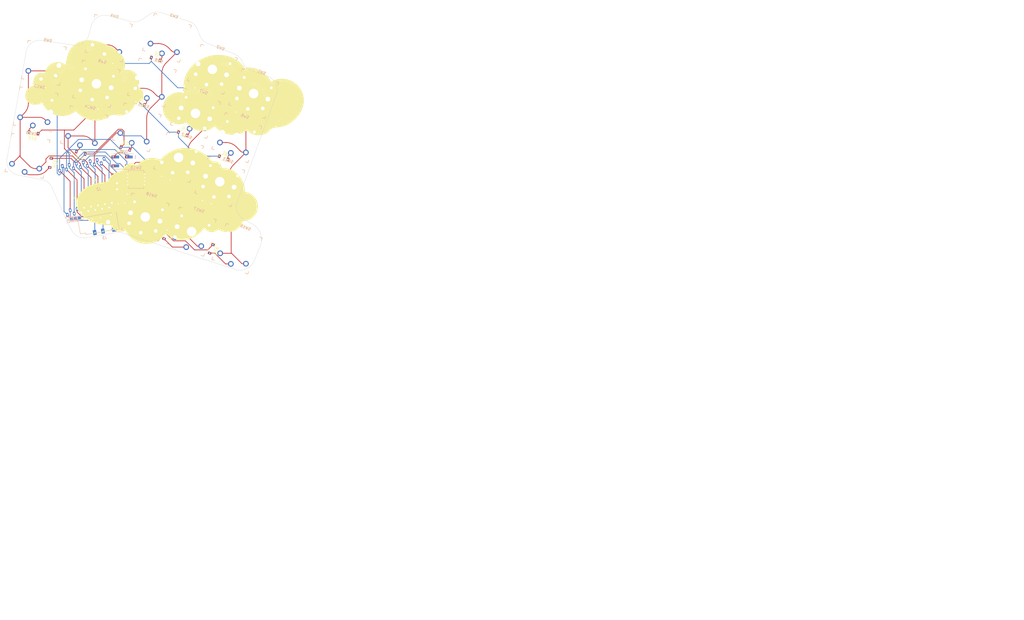
<source format=kicad_pcb>
(kicad_pcb (version 20221018) (generator pcbnew)
  (layers (0 "F.Cu" signal) (31 "B.Cu" signal) (34 "B.Paste" user) (35 "F.Paste" user) (36 "B.SilkS" user "B.Silkscreen") (37 "F.SilkS" user "F.Silkscreen") (38 "B.Mask" user) (39 "F.Mask" user) (44 "Edge.Cuts" user))
  (net 0 "")
  (net 1 "Row_1")
  (net 2 "Row_2")
  (net 3 "Row_3")
  (net 4 "Row_4")
  (net 5 "Column_1")
  (net 6 "Column_2")
  (net 7 "Column_3")
  (net 8 "Column_4")
  (net 9 "Column_5")
  (net 10 "Net-(D1-A)")
  (net 11 "Net-(D2-A)")
  (net 12 "Net-(D3-A)")
  (net 13 "Net-(D4-A)")
  (net 14 "Net-(D5-A)")
  (net 15 "Net-(D6-A)")
  (net 16 "Net-(D7-A)")
  (net 17 "Net-(D8-A)")
  (net 18 "Net-(D9-A)")
  (net 19 "Net-(D10-A)")
  (net 20 "Net-(D11-A)")
  (net 21 "Net-(D12-A)")
  (net 22 "Net-(D13-A)")
  (net 23 "Net-(D14-A)")
  (net 24 "Net-(D15-A)")
  (net 25 "Net-(D16-A)")
  (net 26 "Net-(D17-A)")
  (net 27 "Net-(D18-A)")
  (net 28 "SDA")
  (net 29 "SCL")
  (net 30 "5V")
  (net 31 "0V")
  (net 32 "LED_IN")
  (net 33 "Net-(D19-DOUT)")
  (net 35 "Bat+")
  (net 36 "MCU_Bat+")
  (net 37 "3.3V")
  (net 38 "I2CPullUp")
  (net 39 "LED_PWR")
  (footprint "Connector_Audio:Jack_3.5mm_PJ320D_Horizontal" (layer "F.Cu") (at 171.724 114.2862 10)
    (fp_text reference "J3")
    (fp_text value "AudioJack4")
  )
  (footprint "Diode_SMD:D_SOD-123" (layer "F.Cu") (at 164.057 89 165)
    (fp_text reference "D14")
    (fp_text value "1N4448W")
  )
  (footprint "Diode_SMD:D_SOD-123" (layer "F.Cu") (at 180.36 105.447 -106)
    (fp_text reference "D18")
    (fp_text value "1N4448W")
  )
  (footprint "Split_footprints:Choc_reversible_17mmOutline" (layer "F.Cu") (at 226.349254 67.629133 -21)
    (fp_text reference "SW1")
    (fp_text value "SW_Push")
  )
  (footprint "Split_footprints:Choc_reversible_17mmOutline" (layer "F.Cu") (at 184.243634 79.755568 -18)
    (fp_text reference "SW13")
    (fp_text value "SW_Push")
  )
  (footprint "Diode_SMD:D_SOD-123" (layer "F.Cu") (at 147.057 81.8 170)
    (fp_text reference "D10")
    (fp_text value "1N4448W")
  )
  (footprint "TestPoint:TestPoint_THTPad_1.5x1.5mm_Drill0.7mm" (layer "F.Cu") (at 177.165 102.108)
    (fp_text reference "TP2")
    (fp_text value "TestPoint")
  )
  (footprint "Split_footprints:Choc_reversible_17mmOutline" (layer "F.Cu") (at 150.769652 56.560668 -10)
    (fp_text reference "SW5")
    (fp_text value "SW_Push")
  )
  (footprint "Connector_Hirose:Hirose_DF13-07P-1.25DS_1x07_P1.25mm_Horizontal" (layer "F.Cu") (at 159.245 111.322 10)
    (fp_text reference "J1")
    (fp_text value "Conn_01x07")
  )
  (footprint "Split_footprints:Choc_reversible_17mmOutline" (layer "F.Cu") (at 214.164744 99.370867 -21)
    (fp_text reference "SW11")
    (fp_text value "SW_Push")
  )
  (footprint "Diode_SMD:D_SOD-123" (layer "F.Cu") (at 194.584 118.3502 -109)
    (fp_text reference "D17")
    (fp_text value "1N4448W")
  )
  (footprint "Split_footprints:Choc_reversible_17mmOutline" (layer "F.Cu") (at 203.988648 117.372375 -19)
    (fp_text reference "SW17")
    (fp_text value "SW_Push")
  )
  (footprint "Diode_SMD:D_SOD-123" (layer "F.Cu") (at 153.162 92.583 -100)
    (fp_text reference "D15")
    (fp_text value "1N4448W")
  )
  (footprint "Diode_SMD:D_SOD-123" (layer "F.Cu") (at 200.807 82.1 -21)
    (fp_text reference "D7")
    (fp_text value "1N4448W")
  )
  (footprint "Split_footprints:Choc_reversible_17mmOutline" (layer "F.Cu") (at 174.112525 47.673164 -15)
    (fp_text reference "SW4")
    (fp_text value "SW_Push")
  )
  (footprint "Resistor_SMD:R_0805_2012Metric" (layer "F.Cu") (at 177.292 108.331 -105)
    (fp_text reference "R2")
    (fp_text value "4.7k")
  )
  (footprint "Split_footprints:Choc_reversible_17mmOutline" (layer "F.Cu") (at 147.817633 73.302399 -10)
    (fp_text reference "SW10")
    (fp_text value "SW_Push")
  )
  (footprint "Split_footprints:Choc_reversible_17mmOutline" (layer "F.Cu") (at 205.401509 74.762601 -21)
    (fp_text reference "SW7")
    (fp_text value "SW_Push")
  )
  (footprint "Split_footprints:Choc_reversible_17mmOutline" (layer "F.Cu") (at 220.363315 123.52256 -22)
    (fp_text reference "SW16")
    (fp_text value "SW_Push")
  )
  (footprint "TestPoint:TestPoint_THTPad_1.5x1.5mm_Drill0.7mm" (layer "F.Cu") (at 177.165 99.949)
    (fp_text reference "TP1")
    (fp_text value "TestPoint")
  )
  (footprint "LED_SMD:LED_WS2812B_PLCC4_5.0x5.0mm_P3.2mm" (layer "F.Cu") (at 178.308 92.075)
    (fp_text reference "D19")
    (fp_text value "WS2812B")
  )
  (footprint "Split_footprints:Choc_reversible_17mmOutline" (layer "F.Cu") (at 195.130634 47.543253 -18)
    (fp_text reference "SW3")
    (fp_text value "SW_Push")
  )
  (footprint "Diode_SMD:D_SOD-123" (layer "F.Cu") (at 206.807 66.2 -21)
    (fp_text reference "D2")
    (fp_text value "1N4448W")
  )
  (footprint "Diode_SMD:D_SOD-123" (layer "F.Cu") (at 194.757 98 -21)
    (fp_text reference "D12")
    (fp_text value "1N4448W")
  )
  (footprint "Diode_SMD:D_SOD-123" (layer "F.Cu") (at 191.057 55.15 -18)
    (fp_text reference "D3")
    (fp_text value "1N4448W")
  )
  (footprint "Split_footprints:Choc_reversible_17mmOutline" (layer "F.Cu") (at 187.314545 112.087603 -16)
    (fp_text reference "SW18")
    (fp_text value "SW_Push")
  )
  (footprint "Diode_SMD:D_SOD-123" (layer "F.Cu") (at 215.557 90.8 -21)
    (fp_text reference "D6")
    (fp_text value "1N4448W")
  )
  (footprint "Diode_SMD:D_SOD-123" (layer "F.Cu") (at 185.457 71.2 -18)
    (fp_text reference "D8")
    (fp_text value "1N4448W")
  )
  (footprint "Split_footprints:Choc_reversible_17mmOutline" (layer "F.Cu") (at 169.7126 64.093903 -15)
    (fp_text reference "SW9")
    (fp_text value "SW_Push")
  )
  (footprint "Button_Switch_SMD:SW_DIP_SPSTx04_Slide_Copal_CHS-04A_W5.08mm_P1.27mm_JPin" (layer "F.Cu") (at 184.023 98.552)
    (fp_text reference "SW19")
    (fp_text value "SW_DIP_x04")
  )
  (footprint "Diode_SMD:D_SOD-123" (layer "F.Cu") (at 211.094 123.5826 -112)
    (fp_text reference "D16")
    (fp_text value "1N4448W")
  )
  (footprint "Diode_SMD:D_SOD-123" (layer "F.Cu") (at 221.707 74.95 -21)
    (fp_text reference "D1")
    (fp_text value "1N4448W")
  )
  (footprint "Split_footprints:Choc_reversible_17mmOutline" (layer "F.Cu") (at 220.257 83.5 -21)
    (fp_text reference "SW6")
    (fp_text value "SW_Push")
  )
  (footprint "Diode_SMD:D_SOD-123" (layer "F.Cu") (at 168.657 72.6 165)
    (fp_text reference "D9")
    (fp_text value "1N4448W")
  )
  (footprint "Diode_SMD:D_SOD-123" (layer "F.Cu") (at 209.507 106.7 -21)
    (fp_text reference "D11")
    (fp_text value "1N4448W")
  )
  (footprint "Split_footprints:Choc_reversible_17mmOutline" (layer "F.Cu") (at 211.493764 58.891734 -21)
    (fp_text reference "SW2")
    (fp_text value "SW_Push")
  )
  (footprint "Diode_SMD:D_SOD-123" (layer "F.Cu") (at 149.657 65 170)
    (fp_text reference "D5")
    (fp_text value "1N4448W")
  )
  (footprint "Split_footprints:Choc_reversible_17mmOutline" (layer "F.Cu") (at 165.312677 80.514642 -15)
    (fp_text reference "SW14")
    (fp_text value "SW_Push")
  )
  (footprint "Diode_SMD:D_SOD-123" (layer "F.Cu") (at 180.157 87.4 -18)
    (fp_text reference "D13")
    (fp_text value "1N4448W")
  )
  (footprint "Connector_Hirose:Hirose_DF13-07P-1.25DS_1x07_P1.25mm_Horizontal" (layer "F.Cu") (at 171.45347 92.775602 -170)
    (fp_text reference "J2")
    (fp_text value "Conn_01x07")
  )
  (footprint "Split_footprints:Choc_reversible_17mmOutline" (layer "F.Cu") (at 144.865614 90.044132 -10)
    (fp_text reference "SW15")
    (fp_text value "SW_Push")
  )
  (footprint "Split_footprints:Choc_reversible_17mmOutline" (layer "F.Cu") (at 189.687133 63.649411 -18)
    (fp_text reference "SW8")
    (fp_text value "SW_Push")
  )
  (footprint "Diode_SMD:D_SOD-123" (layer "F.Cu") (at 173.857 56.4 165)
    (fp_text reference "D4")
    (fp_text value "1N4448W")
  )
  (footprint "Resistor_SMD:R_0805_2012Metric" (layer "F.Cu") (at 179.179172 109.608593 -105)
    (fp_text reference "R1")
    (fp_text value "4.7k")
  )
  (footprint "Split_footprints:Choc_reversible_17mmOutline" (layer "F.Cu") (at 199.309253 90.633469 -21)
    (fp_text reference "SW12")
    (fp_text value "SW_Push")
  )
  (footprint "Connector_Audio:Jack_3.5mm_PJ320D_Horizontal" (layer "B.Cu") (at 171.715812 114.291567 10)
    (fp_text reference "J3")
    (fp_text value "AudioJack4")
  )
  (footprint "TestPoint:TestPoint_Pad_1.0x1.0mm" (layer "B.Cu") (at 162.179 112.649 -80)
    (fp_text reference "TP5")
    (fp_text value "TestPoint")
  )
  (footprint "TestPoint:TestPoint_Pad_1.0x1.0mm" (layer "B.Cu") (at 163.554777 112.406413 -80)
    (fp_text reference "TP4")
    (fp_text value "TestPoint")
  )
  (footprint "Connector_Hirose:Hirose_DF13-07P-1.25DS_1x07_P1.25mm_Horizontal" (layer "B.Cu") (at 175.26465 107.01537 -170)
    (fp_text reference "J2")
    (fp_text value "Conn_01x07")
  )
  (footprint "TestPoint:TestPoint_Pad_1.0x1.0mm" (layer "B.Cu") (at 160.799285 112.89228 -80)
    (fp_text reference "TP3")
    (fp_text value "TestPoint")
  )
  (footprint "Button_Switch_SMD:SW_DIP_SPSTx04_Slide_Copal_CHS-04A_W5.08mm_P1.27mm_JPin" (layer "B.Cu") (at 184.023 98.552 180)
    (fp_text reference "SW19")
    (fp_text value "SW_DIP_x04")
  )
  (footprint "LED_SMD:LED_WS2812B_PLCC4_5.0x5.0mm_P3.2mm" (layer "B.Cu") (at 179.578 92.075 180)
    (fp_text reference "D20")
    (fp_text value "WS2812B")
  )
  (footprint "Connector_Hirose:Hirose_DF13-07P-1.25DS_1x07_P1.25mm_Horizontal" (layer "B.Cu") (at 157.4492 93.763 10)
    (fp_text reference "J1")
    (fp_text value "Conn_01x07")
  )
  (gr_poly (pts (xy 226.483898 63.617961) (xy 226.624105 63.628654) (xy 226.763666 63.647574) (xy 226.902209 63.674727) (xy 227.039364 63.710117) (xy 227.17476 63.753747) (xy 227.308025 63.805624) (xy 227.438789 63.86575) (xy 227.565721 63.933591) (xy 227.687593 64.008411) (xy 227.804182 64.089912) (xy 227.91527 64.177796) (xy 228.020634 64.271763) (xy 228.120054 64.371517) (xy 228.21331 64.476758) (xy 228.300179 64.587188) (xy 228.380443 64.70251) (xy 228.453878 64.822424) (xy 228.520266 64.946632) (xy 228.579385 65.074837) (xy 228.631014 65.20674) (xy 228.674932 65.342042) (xy 228.710919 65.480446) (xy 228.738754 65.621653) (xy 228.854773 65.602108) (xy 228.970899 65.590451) (xy 229.086776 65.586563) (xy 229.202047 65.590321) (xy 229.316355 65.601604) (xy 229.429345 65.620293) (xy 229.540659 65.646266) (xy 229.649941 65.679402) (xy 229.756835 65.719581) (xy 229.860984 65.766681) (xy 229.962031 65.820581) (xy 230.059621 65.881161) (xy 230.153397 65.948299) (xy 230.243003 66.021876) (xy 230.328081 66.101769) (xy 230.408275 66.187859) (xy 230.490231 66.293397) (xy 230.566008 66.402621) (xy 230.635532 66.51526) (xy 230.698732 66.631042) (xy 230.755536 66.749697) (xy 230.805869 66.870953) (xy 230.849661 66.99454) (xy 230.886838 67.120185) (xy 230.917328 67.247619) (xy 230.941059 67.37657) (xy 230.957957 67.506766) (xy 230.967952 67.637937) (xy 230.970969 67.769811) (xy 230.966937 67.902118) (xy 230.955783 68.034586) (xy 230.937435 68.166944) (xy 230.931807 68.204058) (xy 230.924035 68.240541) (xy 230.914173 68.276314) (xy 230.902273 68.311297) (xy 230.888388 68.345411) (xy 230.872573 68.378575) (xy 230.85488 68.410712) (xy 230.835362 68.44174) (xy 230.814074 68.471581) (xy 230.791068 68.500156) (xy 230.766397 68.527384) (xy 230.740116 68.553186) (xy 230.712276 68.577483) (xy 230.682933 68.600196) (xy 230.652138 68.621244) (xy 230.619945 68.640549) (xy 230.610799 68.644298) (xy 230.601573 68.647816) (xy 230.592272 68.651102) (xy 230.5829 68.654155) (xy 230.57346 68.656975) (xy 230.563959 68.65956) (xy 230.5544 68.661909) (xy 230.544787 68.664021) (xy 230.535125 68.665896) (xy 230.525418 68.667533) (xy 230.515672 68.668931) (xy 230.505889 68.670088) (xy 230.496075 68.671004) (xy 230.486233 68.671678) (xy 230.47637 68.672109) (xy 230.466487 68.672297) (xy 230.452549 68.672067) (xy 230.438664 68.671319) (xy 230.424845 68.670058) (xy 230.411106 68.668287) (xy 230.397461 68.66601) (xy 230.383923 68.663232) (xy 230.370506 68.659957) (xy 230.357224 68.656189) (xy 230.344091 68.651932) (xy 230.33112 68.64719) (xy 230.318325 68.641968) (xy 230.305719 68.63627) (xy 230.293317 68.6301) (xy 230.281132 68.623461) (xy 230.269178 68.616359) (xy 230.257469 68.608797) (xy 230.240041 68.596032) (xy 230.223898 68.582066) (xy 230.209074 68.566994) (xy 230.195602 68.550909) (xy 230.183516 68.533905) (xy 230.17285 68.516076) (xy 230.163637 68.497516) (xy 230.15591 68.478318) (xy 230.149704 68.458576) (xy 230.145051 68.438384) (xy 230.141986 68.417836) (xy 230.140541 68.397025) (xy 230.140751 68.376045) (xy 230.142648 68.35499) (xy 230.146267 68.333954) (xy 230.151641 68.313029) (xy 230.154971 68.302714) (xy 230.158693 68.29261) (xy 230.167271 68.273064) (xy 230.177296 68.254451) (xy 230.188687 68.236832) (xy 230.201365 68.220266) (xy 230.215251 68.204812) (xy 230.230265 68.190531) (xy 230.246326 68.177482) (xy 230.263356 68.165724) (xy 230.281275 68.155319) (xy 230.300002 68.146324) (xy 230.319459 68.1388) (xy 230.339565 68.132807) (xy 230.360241 68.128404) (xy 230.381407 68.125652) (xy 230.392149 68.124913) (xy 230.402984 68.124609) (xy 230.403322 68.120978) (xy 230.403563 68.117341) (xy 230.403708 68.1137) (xy 230.403757 68.110057) (xy 230.403708 68.106414) (xy 230.403563 68.102773) (xy 230.403322 68.099136) (xy 230.402984 68.095505) (xy 230.41914 67.991983) (xy 230.429651 67.888279) (xy 230.434571 67.784607) (xy 230.433954 67.681181) (xy 230.427852 67.578214) (xy 230.41632 67.475922) (xy 230.39941 67.374517) (xy 230.377176 67.274213) (xy 230.349671 67.175225) (xy 230.316949 67.077767) (xy 230.279063 66.982051) (xy 230.236066 66.888293) (xy 230.188012 66.796706) (xy 230.134954 66.707504) (xy 230.076946 66.6209) (xy 230.014041 66.53711) (xy 229.94839 66.465121) (xy 229.877906 66.399622) (xy 229.803046 66.340716) (xy 229.724261 66.288508) (xy 229.642008 66.243102) (xy 229.556741 66.2046) (xy 229.468913 66.173108) (xy 229.378979 66.14873) (xy 229.287394 66.131568) (xy 229.194611 66.121728) (xy 229.101085 66.119313) (xy 229.007271 66.124427) (xy 228.913622 66.137175) (xy 228.820594 66.157659) (xy 228.728639 66.185985) (xy 228.638214 66.222256) (xy 228.622651 66.230564) (xy 228.606699 66.237764) (xy 228.590413 66.243857) (xy 228.573848 66.248841) (xy 228.557061 66.252718) (xy 228.540108 66.255488) (xy 228.523043 66.257149) (xy 228.505922 66.257703) (xy 228.488801 66.257149) (xy 228.471736 66.255488) (xy 228.454782 66.252718) (xy 228.437995 66.248841) (xy 228.421431 66.243857) (xy 228.405145 66.237764) (xy 228.389193 66.230564) (xy 228.37363 66.222256) (xy 228.358884 66.21309) (xy 228.344876 66.203057) (xy 228.331632 66.192205) (xy 228.319181 66.180579) (xy 228.307548 66.168225) (xy 228.296762 66.155188) (xy 228.286848 66.141514) (xy 228.277833 66.12725) (xy 228.269746 66.11244) (xy 228.262611 66.097131) (xy 228.256458 66.081369) (xy 228.251312 66.065199) (xy 228.2472 66.048667) (xy 228.244149 66.03182) (xy 228.242187 66.014702) (xy 228.24134 65.997359) (xy 228.239451 65.936492) (xy 228.235611 65.875966) (xy 228.229843 65.815821) (xy 228.22217 65.756095) (xy 228.212615 65.696829) (xy 228.201199 65.638061) (xy 228.187947 65.579831) (xy 228.17288 65.522178) (xy 228.156021 65.465141) (xy 228.137393 65.40876) (xy 228.117019 65.353074) (xy 228.094922 65.298122) (xy 228.045646 65.190578) (xy 227.989749 65.086443) (xy 227.927412 64.98603) (xy 227.858817 64.889653) (xy 227.822229 64.843077) (xy 227.784144 64.797629) (xy 227.744586 64.753346) (xy 227.703576 64.710269) (xy 227.661139 64.668437) (xy 227.617295 64.627889) (xy 227.572069 64.588665) (xy 227.525483 64.550804) (xy 227.477559 64.514344) (xy 227.42832 64.479326) (xy 227.377789 64.445789) (xy 227.325988 64.413772) (xy 227.219637 64.354962) (xy 227.110535 64.303516) (xy 226.999047 64.259444) (xy 226.885535 64.222758) (xy 226.770363 64.193466) (xy 226.653891 64.171578) (xy 226.536485 64.157107) (xy 226.418506 64.15006) (xy 226.300317 64.15045) (xy 226.182282 64.158285) (xy 226.064763 64.173577) (xy 225.948123 64.196335) (xy 225.832724 64.22657) (xy 225.718931 64.264291) (xy 225.607105 64.309509) (xy 225.49761 64.362235) (xy 225.500255 64.35959) (xy 225.488108 64.365241) (xy 225.475822 64.370228) (xy 225.463417 64.374559) (xy 225.450916 64.37824) (xy 225.43834 64.381278) (xy 225.425711 64.383681) (xy 225.413048 64.385454) (xy 225.400375 64.386605) (xy 225.387712 64.387141) (xy 225.375081 64.387069) (xy 225.362503 64.386395) (xy 225.35 64.385127) (xy 225.337592 64.383272) (xy 225.325301 64.380836) (xy 225.31315 64.377827) (xy 225.301158 64.37425) (xy 225.289347 64.370114) (xy 225.277739 64.365426) (xy 225.266356 64.360191) (xy 225.255218 64.354417) (xy 225.244346 64.348112) (xy 225.233763 64.341281) (xy 225.22349 64.333932) (xy 225.213548 64.326072) (xy 225.203958 64.317707) (xy 225.194741 64.308845) (xy 225.18592 64.299493) (xy 225.177516 64.289657) (xy 225.169549 64.279344) (xy 225.162042 64.268562) (xy 225.155015 64.257316) (xy 225.14849 64.245615) (xy 225.142556 64.233604) (xy 225.137282 64.221438) (xy 225.132662 64.209138) (xy 225.128689 64.196727) (xy 225.125357 64.184226) (xy 225.12266 64.171656) (xy 225.120591 64.159039) (xy 225.119143 64.146396) (xy 225.11831 64.13375) (xy 225.118087 64.12112) (xy 225.118465 64.10853) (xy 225.11944 64.096) (xy 225.121004 64.083553) (xy 225.123151 64.071208) (xy 225.125875 64.058989) (xy 225.12917 64.046917) (xy 225.133028 64.035013) (xy 225.137443 64.023299) (xy 225.14241 64.011796) (xy 225.147921 64.000525) (xy 225.15397 63.989509) (xy 225.160551 63.978769) (xy 225.167657 63.968326) (xy 225.175282 63.958203) (xy 225.18342 63.948419) (xy 225.192063 63.938998) (xy 225.201206 63.92996) (xy 225.210843 63.921327) (xy 225.220966 63.913121) (xy 225.231569 63.905363) (xy 225.242647 63.898075) (xy 225.254192 63.891278) (xy 225.383514 63.828112) (xy 225.515531 63.773136) (xy 225.64987 63.726354) (xy 225.78616 63.687769) (xy 225.924031 63.657386) (xy 226.063112 63.635209) (xy 226.20303 63.621243) (xy 226.343416 63.615493)) (fill solid) (layer "F.SilkS"))
  (gr_poly (pts (xy 174.549352 70.2917) (xy 174.567161 70.293987) (xy 174.58492 70.297477) (xy 174.602407 70.30214) (xy 174.619412 70.307907) (xy 174.635891 70.314737) (xy 174.651803 70.322594) (xy 174.667107 70.331437) (xy 174.681761 70.341227) (xy 174.695723 70.351927) (xy 174.708952 70.363496) (xy 174.721404 70.375896) (xy 174.73304 70.389087) (xy 174.743817 70.403032) (xy 174.753694 70.417691) (xy 174.762628 70.433024) (xy 174.770578 70.448994) (xy 174.777502 70.46556) (xy 174.783359 70.482685) (xy 174.788064 70.500161) (xy 174.791573 70.51777) (xy 174.793897 70.535458) (xy 174.795049 70.553166) (xy 174.795043 70.570842) (xy 174.793891 70.588428) (xy 174.791606 70.605869) (xy 174.788201 70.62311) (xy 174.783688 70.640094) (xy 174.778082 70.656767) (xy 174.771394 70.673072) (xy 174.763637 70.688954) (xy 174.754825 70.704358) (xy 174.74497 70.719227) (xy 174.734085 70.733507) (xy 174.722182 70.747141) (xy 174.521031 70.962286) (xy 174.311539 71.179942) (xy 174.092312 71.395428) (xy 173.978612 71.500893) (xy 173.861954 71.604061) (xy 173.742165 71.704345) (xy 173.61907 71.80116) (xy 173.492494 71.893921) (xy 173.362264 71.982043) (xy 173.228205 72.064941) (xy 173.090141 72.142028) (xy 172.9479 72.212721) (xy 172.801307 72.276434) (xy 172.667163 72.325663) (xy 172.528228 72.367028) (xy 172.385356 72.400293) (xy 172.239398 72.425221) (xy 172.091208 72.441576) (xy 171.941639 72.449121) (xy 171.791542 72.447621) (xy 171.641771 72.436838) (xy 171.493178 72.416536) (xy 171.346616 72.386479) (xy 171.202937 72.34643) (xy 171.062995 72.296154) (xy 170.927641 72.235413) (xy 170.797729 72.163971) (xy 170.735081 72.124163) (xy 170.674112 72.081592) (xy 170.61493 72.036227) (xy 170.557641 71.988039) (xy 170.417479 72.125513) (xy 170.270128 72.253225) (xy 170.116097 72.371008) (xy 169.955895 72.478693) (xy 169.790032 72.576109) (xy 169.619018 72.66309) (xy 169.443362 72.739466) (xy 169.263572 72.805069) (xy 169.08016 72.85973) (xy 168.893634 72.90328) (xy 168.704504 72.93555) (xy 168.513279 72.956372) (xy 168.320469 72.965577) (xy 168.126583 72.962997) (xy 167.932131 72.948462) (xy 167.737622 72.921804) (xy 167.545127 72.883203) (xy 167.356661 72.833168) (xy 167.172651 72.772025) (xy 166.993521 72.700102) (xy 166.819698 72.617723) (xy 166.651608 72.525216) (xy 166.489678 72.422908) (xy 166.334332 72.311124) (xy 166.185997 72.190191) (xy 166.0451 72.060436) (xy 165.912065 71.922184) (xy 165.787319 71.775764) (xy 165.671288 71.6215) (xy 165.564398 71.459719) (xy 165.467075 71.290748) (xy 165.379745 71.114914) (xy 165.372394 71.098636) (xy 165.366203 71.082038) (xy 165.361168 71.065176) (xy 165.357285 71.048108) (xy 165.354549 71.030892) (xy 165.352956 71.013584) (xy 165.352502 70.996243) (xy 165.353184 70.978926) (xy 165.354996 70.961691) (xy 165.357934 70.944595) (xy 165.361995 70.927695) (xy 165.367175 70.91105) (xy 165.373469 70.894716) (xy 165.380872 70.878752) (xy 165.389382 70.863215) (xy 165.398994 70.848161) (xy 165.409596 70.833788) (xy 165.421045 70.82027) (xy 165.433289 70.807631) (xy 165.446277 70.795895) (xy 165.459955 70.785087) (xy 165.474272 70.775233) (xy 165.489175 70.766355) (xy 165.504612 70.758479) (xy 165.520531 70.751629) (xy 165.53688 70.74583) (xy 165.553607 70.741106) (xy 165.570658 70.737482) (xy 165.587983 70.734982) (xy 165.605529 70.733631) (xy 165.623243 70.733454) (xy 165.641074 70.734474) (xy 165.649974 70.735436) (xy 165.658796 70.736691) (xy 165.667536 70.738236) (xy 165.676188 70.740066) (xy 165.693201 70.744564) (xy 165.70979 70.750151) (xy 165.725907 70.756796) (xy 165.741505 70.764463) (xy 165.756538 70.77312) (xy 165.770958 70.782732) (xy 165.784719 70.793267) (xy 165.797773 70.804691) (xy 165.810074 70.81697) (xy 165.821575 70.83007) (xy 165.832229 70.843959) (xy 165.841989 70.858602) (xy 165.846519 70.866196) (xy 165.850808 70.873966) (xy 165.854851 70.881908) (xy 165.85864 70.890018) (xy 165.85864 70.897957) (xy 165.935613 71.051689) (xy 166.021712 71.19901) (xy 166.116521 71.339615) (xy 166.21962 71.473201) (xy 166.330593 71.599465) (xy 166.449021 71.718102) (xy 166.574486 71.82881) (xy 166.706571 71.931285) (xy 166.844857 72.025222) (xy 166.988928 72.110319) (xy 167.138364 72.186273) (xy 167.292748 72.252778) (xy 167.451662 72.309533) (xy 167.614689 72.356233) (xy 167.78141 72.392575) (xy 167.951407 72.418255) (xy 168.122711 72.43287) (xy 168.293311 72.436354) (xy 168.462731 72.428904) (xy 168.630492 72.410718) (xy 168.79612 72.381994) (xy 168.959135 72.34293) (xy 169.119062 72.293724) (xy 169.275422 72.234573) (xy 169.42774 72.165676) (xy 169.575537 72.087231) (xy 169.718338 71.999435) (xy 169.855663 71.902486) (xy 169.987038 71.796582) (xy 170.111984 71.681922) (xy 170.230024 71.558702) (xy 170.340682 71.427122) (xy 170.350386 71.415144) (xy 170.360706 71.403818) (xy 170.371609 71.39316) (xy 170.383061 71.383187) (xy 170.395027 71.373917) (xy 170.407476 71.365365) (xy 170.420372 71.357548) (xy 170.433682 71.350484) (xy 170.447373 71.344188) (xy 170.46141 71.338677) (xy 170.47576 71.333969) (xy 170.49039 71.330079) (xy 170.505265 71.327024) (xy 170.520352 71.324822) (xy 170.535617 71.323488) (xy 170.551026 71.32304) (xy 170.566436 71.323488) (xy 170.581701 71.324822) (xy 170.596787 71.327024) (xy 170.611662 71.330079) (xy 170.626292 71.333969) (xy 170.640642 71.338677) (xy 170.654679 71.344188) (xy 170.66837 71.350484) (xy 170.68168 71.357548) (xy 170.694576 71.365365) (xy 170.707024 71.373917) (xy 170.718991 71.383187) (xy 170.730443 71.39316) (xy 170.741345 71.403818) (xy 170.751665 71.415144) (xy 170.761369 71.427122) (xy 170.800345 71.476754) (xy 170.841783 71.52348) (xy 170.885556 71.567343) (xy 170.931535 71.608382) (xy 170.979593 71.646639) (xy 171.029603 71.682153) (xy 171.081438 71.714966) (xy 171.134969 71.745118) (xy 171.190071 71.77265) (xy 171.246614 71.797603) (xy 171.363519 71.839934) (xy 171.484663 71.872436) (xy 171.609028 71.895435) (xy 171.735595 71.909256) (xy 171.863344 71.914224) (xy 171.991255 71.910667) (xy 172.11831 71.898908) (xy 172.243489 71.879273) (xy 172.365773 71.852089) (xy 172.484143 71.81768) (xy 172.597579 71.776373) (xy 172.724999 71.720685) (xy 172.849357 71.658173) (xy 172.970754 71.58939) (xy 173.08929 71.51489) (xy 173.205067 71.435227) (xy 173.318186 71.350956) (xy 173.428746 71.262632) (xy 173.53685 71.170807) (xy 173.642596 71.076037) (xy 173.746087 70.978876) (xy 173.847424 70.879877) (xy 173.946705 70.779596) (xy 174.13951 70.577401) (xy 174.325307 70.376726) (xy 174.338089 70.363913) (xy 174.351584 70.35207) (xy 174.36574 70.341214) (xy 174.3805 70.331362) (xy 174.39581 70.322529) (xy 174.411616 70.314734) (xy 174.427863 70.307992) (xy 174.444496 70.302321) (xy 174.461461 70.297736) (xy 174.478704 70.294255) (xy 174.496168 70.291895) (xy 174.513801 70.290671) (xy 174.531547 70.2906)) (fill solid) (layer "F.SilkS"))
  (gr_poly (pts (xy 213.998861 53.699764) (xy 214.387263 53.716261) (xy 215.153411 53.781636) (xy 215.903706 53.889311) (xy 216.636178 54.038236) (xy 217.348852 54.227359) (xy 218.039756 54.455631) (xy 218.706918 54.722002) (xy 219.030978 54.869146) (xy 219.348364 55.025421) (xy 219.658827 55.190695) (xy 219.962121 55.364837) (xy 220.258001 55.547717) (xy 220.546218 55.739202) (xy 220.826527 55.939161) (xy 221.098681 56.147463) (xy 221.362433 56.363977) (xy 221.617537 56.588571) (xy 221.863747 56.821114) (xy 222.100815 57.061475) (xy 222.328495 57.309523) (xy 222.54654 57.565126) (xy 222.754704 57.828153) (xy 222.95274 58.098473) (xy 223.140402 58.375954) (xy 223.317443 58.660465) (xy 223.406966 58.590424) (xy 223.502807 58.526158) (xy 223.604833 58.467674) (xy 223.712913 58.414981) (xy 223.826915 58.368086) (xy 223.946707 58.326997) (xy 224.072158 58.291721) (xy 224.203136 58.262267) (xy 224.339509 58.238642) (xy 224.481146 58.220853) (xy 224.627913 58.20891) (xy 224.779681 58.202818) (xy 224.936316 58.202587) (xy 225.097688 58.208224) (xy 225.263663 58.219736) (xy 225.434112 58.237131) (xy 226.011111 58.331244) (xy 226.577277 58.459978) (xy 227.131297 58.622395) (xy 227.671856 58.817559) (xy 228.197643 59.044532) (xy 228.707345 59.302378) (xy 229.199647 59.59016) (xy 229.673238 59.90694) (xy 230.126803 60.251782) (xy 230.559031 60.623748) (xy 230.968608 61.021903) (xy 231.354221 61.445308) (xy 231.714557 61.893026) (xy 232.048302 62.364121) (xy 232.354145 62.857656) (xy 232.630771 63.372694) (xy 232.848643 63.240124) (xy 233.070654 63.115808) (xy 233.296567 62.999816) (xy 233.526144 62.892214) (xy 233.759147 62.79307) (xy 233.99534 62.702451) (xy 234.234486 62.620424) (xy 234.476345 62.547057) (xy 234.720682 62.482417) (xy 234.967259 62.426572) (xy 235.215838 62.379589) (xy 235.466183 62.341536) (xy 235.718054 62.312479) (xy 235.971216 62.292486) (xy 236.225431 62.281626) (xy 236.480461 62.279964) (xy 236.982452 62.295011) (xy 237.479397 62.339691) (xy 237.969847 62.413316) (xy 238.452351 62.515195) (xy 238.92546 62.644638) (xy 239.387725 62.800955) (xy 239.837696 62.983457) (xy 240.273923 63.191453) (xy 240.694958 63.424254) (xy 241.09935 63.68117) (xy 241.48565 63.961511) (xy 241.852409 64.264587) (xy 242.198177 64.589708) (xy 242.521504 64.936184) (xy 242.6743 65.117214) (xy 242.820941 65.303325) (xy 242.961248 65.49443) (xy 243.095039 65.690442) (xy 243.34301 66.079108) (xy 243.566253 66.479212) (xy 243.764617 66.889604) (xy 243.93795 67.309136) (xy 244.086102 67.736659) (xy 244.208921 68.171026) (xy 244.306255 68.611088) (xy 244.377953 69.055696) (xy 244.423865 69.503701) (xy 244.443838 69.953956) (xy 244.437722 70.405312) (xy 244.405365 70.856619) (xy 244.346616 71.306731) (xy 244.261323 71.754497) (xy 244.149335 72.198771) (xy 244.010501 72.638402) (xy 243.807965 73.19841) (xy 243.570415 73.746391) (xy 243.299301 74.280924) (xy 242.996073 74.800585) (xy 242.66218 75.303953) (xy 242.299072 75.789605) (xy 241.908198 76.256118) (xy 241.491008 76.702071) (xy 241.048951 77.126041) (xy 240.583477 77.526605) (xy 240.096035 77.902341) (xy 239.588075 78.251826) (xy 239.061046 78.573639) (xy 238.516398 78.866357) (xy 237.95558 79.128557) (xy 237.380042 79.358817) (xy 237.122903 79.435029) (xy 236.863743 79.503329) (xy 236.602745 79.563684) (xy 236.340094 79.616061) (xy 236.075972 79.660426) (xy 235.810562 79.696745) (xy 235.544047 79.724984) (xy 235.276611 79.745111) (xy 234.829186 79.792664) (xy 234.393482 79.847224) (xy 234.181749 79.879554) (xy 233.975017 79.916543) (xy 233.773974 79.959159) (xy 233.57931 80.008372) (xy 233.391716 80.06515) (xy 233.21188 80.130462) (xy 233.040494 80.205278) (xy 232.958185 80.246553) (xy 232.878247 80.290566) (xy 232.800766 80.33744) (xy 232.725829 80.387296) (xy 232.653521 80.440254) (xy 232.583929 80.496435) (xy 232.517139 80.555962) (xy 232.453238 80.618954) (xy 232.392311 80.685533) (xy 232.334445 80.75582) (xy 232.151542 80.973394) (xy 231.954566 81.179402) (xy 231.744265 81.373503) (xy 231.521388 81.555358) (xy 231.286682 81.724624) (xy 231.040895 81.88096) (xy 230.784775 82.024026) (xy 230.519071 82.153481) (xy 230.24453 82.268983) (xy 229.961901 82.370191) (xy 229.671931 82.456764) (xy 229.375368 82.528362) (xy 229.072961 82.584642) (xy 228.765457 82.625265) (xy 228.453605 82.649888) (xy 228.138153 82.658172) (xy 227.842276 82.656571) (xy 227.548514 82.63885) (xy 227.257459 82.605267) (xy 226.969703 82.556082) (xy 226.685839 82.491552) (xy 226.406457 82.411939) (xy 226.132151 82.317499) (xy 225.863513 82.208493) (xy 225.601134 82.085179) (xy 225.345606 81.947817) (xy 225.097523 81.796666) (xy 224.857475 81.631984) (xy 224.626056 81.454031) (xy 224.403856 81.263066) (xy 224.191469 81.059348) (xy 223.989486 80.843135) (xy 223.718113 81.042661) (xy 223.439462 81.230009) (xy 223.153951 81.405041) (xy 222.861996 81.567617) (xy 222.564013 81.717601) (xy 222.260418 81.854854) (xy 221.951627 81.979237) (xy 221.638056 82.090613) (xy 221.320123 82.188844) (xy 220.998242 82.273791) (xy 220.672831 82.345316) (xy 220.344305 82.403281) (xy 220.013081 82.447548) (xy 219.679575 82.477978) (xy 219.344203 82.494434) (xy 219.007381 82.496778) (xy 218.513238 82.48315) (xy 218.023855 82.442698) (xy 217.540517 82.37607) (xy 217.064513 82.283912) (xy 216.597128 82.166872) (xy 216.13965 82.025597) (xy 215.693364 81.860735) (xy 215.259559 81.672931) (xy 214.83952 81.462835) (xy 214.434534 81.231093) (xy 214.045889 80.978352) (xy 213.67487 80.705259) (xy 213.322765 80.412462) (xy 212.99086 80.100608) (xy 212.680443 79.770345) (xy 212.392799 79.422319) (xy 212.152245 79.617125) (xy 211.904188 79.800494) (xy 211.649045 79.972272) (xy 211.387231 80.132308) (xy 211.119161 80.280449) (xy 210.845251 80.416541) (xy 210.565916 80.540433) (xy 210.281572 80.651972) (xy 209.992635 80.751005) (xy 209.69952 80.83738) (xy 209.402642 80.910943) (xy 209.102417 80.971543) (xy 208.799261 81.019027) (xy 208.493589 81.053242) (xy 208.185817 81.074035) (xy 207.876359 81.081254) (xy 207.766866 81.080552) (xy 207.657425 81.077968) (xy 207.54806 81.073505) (xy 207.438797 81.067163) (xy 207.329659 81.058945) (xy 207.22067 81.048852) (xy 207.111854 81.036886) (xy 207.003235 81.023048) (xy 206.639278 80.963238) (xy 206.280786 80.884662) (xy 205.928398 80.787713) (xy 205.582751 80.67279) (xy 205.244484 80.540288) (xy 204.914234 80.390603) (xy 204.592641 80.224132) (xy 204.280342 80.041271) (xy 203.977975 79.842416) (xy 203.686178 79.627964) (xy 203.40559 79.398311) (xy 203.136848 79.153853) (xy 202.880591 78.894987) (xy 202.637457 78.622109) (xy 202.408085 78.335615) (xy 202.193111 78.035901) (xy 202.03644 78.114241) (xy 201.877699 78.187605) (xy 201.717008 78.255963) (xy 201.554485 78.319288) (xy 201.390252 78.37755) (xy 201.224427 78.430722) (xy 201.05713 78.478775) (xy 200.88848 78.521681) (xy 200.718598 78.55941) (xy 200.547602 78.591935) (xy 200.375612 78.619227) (xy 200.202749 78.641257) (xy 200.029131 78.657997) (xy 199.854878 78.669419) (xy 199.680109 78.675493) (xy 199.504945 78.676192) (xy 199.196286 78.670267) (xy 198.889814 78.648482) (xy 198.586084 78.611074) (xy 198.285649 78.55828) (xy 197.989066 78.490338) (xy 197.696886 78.407483) (xy 197.409667 78.309953) (xy 197.12796 78.197985) (xy 196.852321 78.071815) (xy 196.583305 77.931681) (xy 196.321466 77.777819) (xy 196.067357 77.610466) (xy 195.821534 77.42986) (xy 195.58455 77.236236) (xy 195.356961 77.029831) (xy 195.13932 76.810884) (xy 194.976153 76.613605) (xy 194.822624 76.411059) (xy 194.678751 76.203566) (xy 194.544547 75.991443) (xy 194.305214 75.554583) (xy 194.10475 75.103028) (xy 193.943283 74.639328) (xy 193.820937 74.166032) (xy 193.737839 73.685688) (xy 193.694113 73.200846) (xy 193.689987 72.72562) (xy 194.216446 72.72562) (xy 194.220545 73.168064) (xy 194.260549 73.608716) (xy 194.336342 74.045257) (xy 194.447808 74.47537) (xy 194.594833 74.896737) (xy 194.681643 75.103417) (xy 194.7773 75.307041) (xy 194.881788 75.507321) (xy 194.995093 75.703965) (xy 195.117201 75.896685) (xy 195.248096 76.085191) (xy 195.387766 76.269193) (xy 195.536195 76.448402) (xy 195.734069 76.647485) (xy 195.940977 76.835182) (xy 196.156418 77.011279) (xy 196.379888 77.17556) (xy 196.610885 77.327811) (xy 196.848907 77.467815) (xy 197.093451 77.595358) (xy 197.344015 77.710226) (xy 197.600096 77.812202) (xy 197.861193 77.901073) (xy 198.126801 77.976622) (xy 198.39642 78.038635) (xy 198.669547 78.086897) (xy 198.945678 78.121193) (xy 199.224312 78.141307) (xy 199.504946 78.147025) (xy 199.678926 78.146139) (xy 199.852424 78.139373) (xy 200.025297 78.126767) (xy 200.197403 78.108357) (xy 200.368599 78.084182) (xy 200.538741 78.054279) (xy 200.707687 78.018686) (xy 200.875294 77.977441) (xy 201.041419 77.930581) (xy 201.205918 77.878144) (xy 201.368649 77.820168) (xy 201.529469 77.756691) (xy 201.688235 77.687751) (xy 201.844804 77.613385) (xy 201.999033 77.53363) (xy 202.150778 77.448526) (xy 202.162483 77.442155) (xy 202.174367 77.436431) (xy 202.18641 77.431348) (xy 202.19859 77.426901) (xy 202.210885 77.423084) (xy 202.223273 77.419891) (xy 202.235734 77.417318) (xy 202.248246 77.415359) (xy 202.260787 77.414009) (xy 202.273337 77.413262) (xy 202.285872 77.413113) (xy 202.298373 77.413556) (xy 202.310817 77.414586) (xy 202.323184 77.416197) (xy 202.335451 77.418385) (xy 202.347597 77.421143) (xy 202.3596 77.424467) (xy 202.37144 77.428351) (xy 202.383094 77.432789) (xy 202.394542 77.437776) (xy 202.405761 77.443307) (xy 202.416731 77.449376) (xy 202.427429 77.455979) (xy 202.437835 77.463108) (xy 202.447926 77.47076) (xy 202.457682 77.478928) (xy 202.467081 77.487608) (xy 202.476101 77.496793) (xy 202.484721 77.506479) (xy 202.492919 77.51666) (xy 202.500675 77.527331) (xy 202.507966 77.538486) (xy 202.704906 77.835466) (xy 202.916817 78.119532) (xy 203.143032 78.390253) (xy 203.382885 78.647198) (xy 203.635711 78.889936) (xy 203.900844 79.118036) (xy 204.177619 79.331067) (xy 204.465369 79.528599) (xy 204.763429 79.7102) (xy 205.071134 79.875441) (xy 205.387817 80.023889) (xy 205.712813 80.155115) (xy 206.045456 80.268687) (xy 206.385081 80.364175) (xy 206.731022 80.441147) (xy 207.082613 80.499173) (xy 207.181398 80.51131) (xy 207.280343 80.521872) (xy 207.379432 80.530857) (xy 207.478645 80.538264) (xy 207.577963 80.544092) (xy 207.677368 80.548339) (xy 207.776841 80.551005) (xy 207.876362 80.552087) (xy 208.17256 80.544771) (xy 208.467014 80.523977) (xy 208.759298 80.48987) (xy 209.048986 80.442611) (xy 209.335653 80.382365) (xy 209.618874 80.309293) (xy 209.898222 80.223558) (xy 210.173273 80.125324) (xy 210.4436 80.014753) (xy 210.708778 79.892009) (xy 210.968382 79.757254) (xy 211.221986 79.610651) (xy 211.469164 79.452363) (xy 211.709491 79.282553) (xy 211.942542 79.101384) (xy 212.16789 78.909019) (xy 211.950273 78.801648) (xy 211.734464 78.690797) (xy 211.520503 78.576487) (xy 211.308431 78.458743) (xy 211.09829 78.337587) (xy 210.890121 78.213042) (xy 210.683965 78.085133) (xy 210.479862 77.953881) (xy 210.47003 77.945907) (xy 210.460671 77.937555) (xy 210.451789 77.928843) (xy 210.443387 77.919791) (xy 210.435469 77.910418) (xy 210.428037 77.900741) (xy 210.421096 77.890781) (xy 210.414648 77.880556) (xy 210.408697 77.870086) (xy 210.403248 77.859388) (xy 210.398301 77.848482) (xy 210.393863 77.837387) (xy 210.389935 77.826122) (xy 210.386521 77.814705) (xy 210.383625 77.803156) (xy 210.38125 77.791493) (xy 210.379399 77.779736) (xy 210.378077 77.767903) (xy 210.377285 77.756013) (xy 210.377028 77.744086) (xy 210.377309 77.732139) (xy 210.378132 77.720193) (xy 210.379499 77.708265) (xy 210.381415 77.696375) (xy 210.383883 77.684541) (xy 210.386905 77.672783) (xy 210.390487 77.66112) (xy 210.39463 77.64957) (xy 210.399338 77.638152) (xy 210.404616 77.626886) (xy 210.410465 77.61579) (xy 210.416891 77.604882) (xy 210.423823 77.59429) (xy 210.43118 77.584131) (xy 210.438943 77.574408) (xy 210.447093 77.565129) (xy 210.455612 77.556298) (xy 210.464483 77.547921) (xy 210.473685 77.540002) (xy 210.483201 77.532548) (xy 210.493012 77.525563) (xy 210.5031 77.519053) (xy 210.513446 77.513024) (xy 210.524032 77.507479) (xy 210.54585 77.497868) (xy 210.568405 77.490263) (xy 210.59155 77.484707) (xy 210.615138 77.481241) (xy 210.627051 77.480305) (xy 210.63902 77.479909) (xy 210.651025 77.480056) (xy 210.663049 77.480752) (xy 210.675072 77.482003) (xy 210.687076 77.483814) (xy 210.699044 77.486191) (xy 210.710956 77.489138) (xy 210.722793 77.492661) (xy 210.734538 77.496765) (xy 210.746172 77.501455) (xy 210.757677 77.506738) (xy 211.032266 77.685477) (xy 211.311959 77.855685) (xy 211.596553 78.017261) (xy 211.885848 78.170102) (xy 212.179642 78.314106) (xy 212.477735 78.449169) (xy 212.779923 78.575191) (xy 213.086008 78.692067) (xy 213.2352 78.743162) (xy 213.386017 78.787164) (xy 213.538215 78.824077) (xy 213.691547 78.853905) (xy 213.845769 78.87665) (xy 214.000635 78.892316) (xy 214.1559 78.900906) (xy 214.311319 78.902423) (xy 214.466646 78.89687) (xy 214.621635 78.884251) (xy 214.776043 78.864568) (xy 214.929622 78.837825) (xy 215.082128 78.804025) (xy 215.233316 78.763172) (xy 215.38294 78.715267) (xy 215.530755 78.660316) (xy 215.547043 78.653533) (xy 215.563613 78.647889) (xy 215.580409 78.643381) (xy 215.597377 78.640002) (xy 215.61446 78.637746) (xy 215.631604 78.63661) (xy 215.648753 78.636587) (xy 215.665851 78.637672) (xy 215.682843 78.63986) (xy 215.699674 78.643146) (xy 215.716288 78.647524) (xy 215.732631 78.652988) (xy 215.748645 78.659534) (xy 215.764277 78.667157) (xy 215.77947 78.67585) (xy 215.79417 78.685609) (xy 215.808188 78.696323) (xy 215.82136 78.707851) (xy 215.833663 78.720143) (xy 215.845073 78.733148) (xy 215.855568 78.746815) (xy 215.865124 78.761093) (xy 215.873718 78.775933) (xy 215.881328 78.791283) (xy 215.887929 78.807093) (xy 215.893499 78.823311) (xy 215.898015 78.839889) (xy 215.901453 78.856774) (xy 215.903791 78.873916) (xy 215.905006 78.891265) (xy 215.905074 78.908769) (xy 215.903972 78.926379) (xy 215.90298 78.935166) (xy 215.901703 78.943877) (xy 215.900143 78.952506) (xy 215.898305 78.961049) (xy 215.893811 78.977849) (xy 215.888254 78.994234) (xy 215.881665 79.010156) (xy 215.874077 79.025571) (xy 215.865523 79.040434) (xy 215.856034 79.054699) (xy 215.845643 79.068321) (xy 215.834382 79.081254) (xy 215.822283 79.093454) (xy 215.80938 79.104874) (xy 215.795703 79.11547) (xy 215.781286 79.125197) (xy 215.77381 79.129719) (xy 215.766161 79.134008) (xy 215.758343 79.138056) (xy 215.75036 79.141858) (xy 215.666949 79.177133) (xy 215.582733 79.210129) (xy 215.497758 79.240839) (xy 215.412071 79.269253) (xy 215.32572 79.29536) (xy 215.238752 79.319152) (xy 215.151212 79.340619) (xy 215.063149 79.35975) (xy 214.974609 79.376538) (xy 214.885639 79.390972) (xy 214.796286 79.403042) (xy 214.706598 79.412739) (xy 214.61662 79.420054) (xy 214.5264 79.424977) (xy 214.435985 79.427498) (xy 214.345422 79.427608) (xy 214.164237 79.422822) (xy 213.983578 79.411022) (xy 213.803647 79.392242) (xy 213.624646 79.366513) (xy 213.446775 79.333868) (xy 213.270237 79.294342) (xy 213.095233 79.247967) (xy 212.921964 79.194776) (xy 212.884923 79.194776) (xy 213.154977 79.507525) (xy 213.445453 79.804423) (xy 213.75519 80.084872) (xy 214.083032 80.348276) (xy 214.427817 80.594038) (xy 214.788389 80.82156) (xy 215.163588 81.030246) (xy 215.552254 81.2195) (xy 215.95323 81.388723) (xy 216.365357 81.53732) (xy 216.787475 81.664694) (xy 217.218426 81.770247) (xy 217.657051 81.853382) (xy 218.102191 81.913504) (xy 218.552687 81.950015) (xy 219.007381 81.962318) (xy 219.338214 81.960512) (xy 219.667475 81.944025) (xy 219.994709 81.913016) (xy 220.319461 81.867644) (xy 220.641276 81.80807) (xy 220.959699 81.734453) (xy 221.274274 81.646952) (xy 221.584547 81.545728) (xy 221.890061 81.43094) (xy 222.190362 81.302747) (xy 222.484994 81.161311) (xy 222.773503 81.006789) (xy 223.055433 80.839342) (xy 223.330328 80.659129) (xy 223.597735 80.466311) (xy 223.857196 80.261047) (xy 223.866333 80.253579) (xy 223.87576 80.24655) (xy 223.885461 80.239966) (xy 223.895419 80.233833) (xy 223.90562 80.228156) (xy 223.916046 80.222942) (xy 223.926681 80.218196) (xy 223.93751 80.213925) (xy 223.948517 80.210134) (xy 223.959684 80.206829) (xy 223.970997 80.204017) (xy 223.982439 80.201703) (xy 223.993993 80.199893) (xy 224.005645 80.198593) (xy 224.017377 80.197809) (xy 224.029174 80.197547) (xy 224.058278 80.197545) (xy 224.072044 80.199351) (xy 224.085629 80.201862) (xy 224.099011 80.205064) (xy 224.112164 80.208945) (xy 224.125066 80.213489) (xy 224.137692 80.218684) (xy 224.150018 80.224516) (xy 224.16202 80.23097) (xy 224.173674 80.238033) (xy 224.184956 80.245692) (xy 224.195841 80.253933) (xy 224.206307 80.262741) (xy 224.216328 80.272104) (xy 224.225881 80.282007) (xy 224.234942 80.292437) (xy 224.243486 80.30338) (xy 224.408002 80.511282) (xy 224.586529 80.708131) (xy 224.778319 80.8936) (xy 224.982623 81.067365) (xy 225.198695 81.229099) (xy 225.425785 81.378478) (xy 225.663146 81.515175) (xy 225.910029 81.638865) (xy 226.165687 81.749223) (xy 226.429372 81.845922) (xy 226.700336 81.928638) (xy 226.97783 81.997045) (xy 227.261107 82.050817) (xy 227.549418 82.089628) (xy 227.842016 82.113154) (xy 228.138153 82.121068) (xy 228.423418 82.113589) (xy 228.70528 82.091375) (xy 228.983065 82.054758) (xy 229.256099 82.004073) (xy 229.523706 81.939652) (xy 229.785213 81.861828) (xy 230.039946 81.770936) (xy 230.287229 81.667308) (xy 230.526389 81.551278) (xy 230.756751 81.423178) (xy 230.97764 81.283343) (xy 231.188383 81.132106) (xy 231.388305 80.969799) (xy 231.576731 80.796756) (xy 231.752988 80.613311) (xy 231.9164 80.419797) (xy 231.987486 80.333592) (xy 232.061764 80.251983) (xy 232.139121 80.174824) (xy 232.219448 80.101967) (xy 232.388565 79.968569) (xy 232.568228 79.850613) (xy 232.757549 79.746919) (xy 232.955641 79.65631) (xy 233.161617 79.577606) (xy 233.374587 79.509631) (xy 233.593666 79.451206) (xy 233.817966 79.401152) (xy 234.046598 79.358291) (xy 234.278677 79.321446) (xy 234.749619 79.261088) (xy 235.223693 79.210653) (xy 235.474247 79.193473) (xy 235.724027 79.168956) (xy 235.972872 79.137131) (xy 236.220623 79.098024) (xy 236.46712 79.051664) (xy 236.712202 78.998079) (xy 236.955709 78.937295) (xy 237.197483 78.86934) (xy 237.738293 78.651863) (xy 238.267231 78.402376) (xy 238.782659 78.122542) (xy 239.282937 77.814024) (xy 239.766425 77.478484) (xy 240.231484 77.117586) (xy 240.676475 76.732991) (xy 241.099757 76.326363) (xy 241.499692 75.899364) (xy 241.87464 75.453656) (xy 242.222962 74.990904) (xy 242.543018 74.512768) (xy 242.833169 74.020912) (xy 243.091776 73.516999) (xy 243.317198 73.002692) (xy 243.507797 72.479652) (xy 243.637917 72.068274) (xy 243.742932 71.652541) (xy 243.822982 71.233526) (xy 243.878209 70.812304) (xy 243.908751 70.389947) (xy 243.914751 69.96753) (xy 243.896349 69.546125) (xy 243.853685 69.126807) (xy 243.786901 68.710649) (xy 243.696136 68.298724) (xy 243.581531 67.892106) (xy 243.443228 67.491868) (xy 243.281366 67.099085) (xy 243.096087 66.714829) (xy 242.88753 66.340174) (xy 242.655837 65.976195) (xy 242.403065 65.622679) (xy 242.125043 65.285988) (xy 241.82337 64.966948) (xy 241.499649 64.666383) (xy 241.155479 64.385119) (xy 240.792462 64.123982) (xy 240.412198 63.883797) (xy 240.016287 63.66539) (xy 239.606331 63.469586) (xy 239.18393 63.297211) (xy 238.750685 63.14909) (xy 238.308197 63.026049) (xy 237.858065 62.928914) (xy 237.401892 62.858509) (xy 236.941277 62.815661) (xy 236.477821 62.801195) (xy 236.223311 62.802277) (xy 235.969744 62.813385) (xy 235.7174 62.834433) (xy 235.466561 62.865335) (xy 235.217505 62.906004) (xy 234.970513 62.956353) (xy 234.725866 63.016298) (xy 234.483843 63.08575) (xy 234.244724 63.164625) (xy 234.00879 63.252834) (xy 233.776321 63.350293) (xy 233.547597 63.456914) (xy 233.322898 63.572611) (xy 233.102505 63.697299) (xy 232.886696 63.830889) (xy 232.675754 63.973297) (xy 232.663422 63.981825) (xy 232.650702 63.989598) (xy 232.637626 63.99661) (xy 232.62423 64.002855) (xy 232.610547 64.008327) (xy 232.596611 64.013019) (xy 232.582457 64.016924) (xy 232.568119 64.020037) (xy 232.553629 64.022351) (xy 232.539024 64.023859) (xy 232.524336 64.024555) (xy 232.509601 64.024433) (xy 232.494851 64.023486) (xy 232.480121 64.021708) (xy 232.465446 64.019092) (xy 232.450859 64.015632) (xy 232.436645 64.0113) (xy 232.422773 64.006208) (xy 232.40927 64.000377) (xy 232.396161 63.993831) (xy 232.383471 63.986591) (xy 232.371225 63.97868) (xy 232.359451 63.970118) (xy 232.348173 63.960929) (xy 232.337416 63.951134) (xy 232.327207 63.940756) (xy 232.317571 63.929816) (xy 232.308533 63.918336) (xy 232.30012 63.906339) (xy 232.292356 63.893847) (xy 232.285268 63.880881) (xy 232.278881 63.867464) (xy 232.026139 63.356816) (xy 231.743311 62.867034) (xy 231.431748 62.399117) (xy 231.092801 61.954066) (xy 230.72782 61.53288) (xy 230.338157 61.13656) (xy 229.925162 60.766107) (xy 229.490187 60.422519) (xy 229.034582 60.106797) (xy 228.559698 59.819942) (xy 228.066886 59.562953) (xy 227.557498 59.33683) (xy 227.032883 59.142574) (xy 226.494393 58.981185) (xy 225.94338 58.853663) (xy 225.381193 58.761007) (xy 225.31727 58.753765) (xy 225.253258 58.747456) (xy 225.189168 58.742083) (xy 225.12501 58.737644) (xy 225.060794 58.734142) (xy 224.99653 58.731576) (xy 224.932229 58.729948) (xy 224.8679 58.729257) (xy 224.745766 58.731363) (xy 224.628395 58.73767) (xy 224.515776 58.748163) (xy 224.407897 58.762826) (xy 224.304747 58.781644) (xy 224.206313 58.804601) (xy 224.112584 58.831682) (xy 224.023549 58.862871) (xy 223.939195 58.898154) (xy 223.859512 58.937513) (xy 223.821419 58.958717) (xy 223.784488 58.980934) (xy 223.748719 59.004163) (xy 223.714111 59.028401) (xy 223.680661 59.053647) (xy 223.648369 59.079899) (xy 223.617233 59.107155) (xy 223.587251 59.135413) (xy 223.558422 59.16467) (xy 223.530745 59.194926) (xy 223.504218 59.226177) (xy 223.478839 59.258423) (xy 223.468276 59.271709) (xy 223.45697 59.284201) (xy 223.444966 59.29588) (xy 223.432309 59.306724) (xy 223.419044 59.316712) (xy 223.405218 59.325825) (xy 223.390875 59.334042) (xy 223.37606 59.341341) (xy 223.360819 59.347703) (xy 223.345198 59.353107) (xy 223.32924 59.357532) (xy 223.312993 59.360958) (xy 223.2965 59.363364) (xy 223.279808 59.36473) (xy 223.262961 59.365034) (xy 223.246005 59.364257) (xy 223.237572 59.363542) (xy 223.229198 59.362563) (xy 223.220891 59.361322) (xy 223.212654 59.359824) (xy 223.204493 59.358072) (xy 223.196413 59.356068) (xy 223.180516 59.35132) (xy 223.165006 59.345608) (xy 223.149924 59.338957) (xy 223.13531 59.331394) (xy 223.121206 59.322947) (xy 223.107654 59.31364) (xy 223.094694 59.303501) (xy 223.082369 59.292556) (xy 223.070718 59.280832) (xy 223.059784 59.268355) (xy 223.054599 59.261843) (xy 223.049608 59.255152) (xy 223.044817 59.248287) (xy 223.040231 59.241249) (xy 223.035855 59.234044) (xy 223.031694 59.226673) (xy 222.695925 58.662085) (xy 222.317019 58.125945) (xy 221.896984 57.619353) (xy 221.437827 57.14341) (xy 220.941556 56.699218) (xy 220.410179 56.287876) (xy 219.845703 55.910486) (xy 219.250136 55.568147) (xy 218.625486 55.261962) (xy 217.973759 54.99303) (xy 217.296965 54.762452) (xy 216.597109 54.57133) (xy 215.876201 54.420763) (xy 215.136247 54.311852) (xy 214.379256 54.245698) (xy 213.607234 54.223403) (xy 213.18372 54.231647) (xy 212.761118 54.25446) (xy 212.339801 54.291791) (xy 211.920142 54.343587) (xy 211.502515 54.409794) (xy 211.087291 54.490361) (xy 210.674845 54.585234) (xy 210.265548 54.694362) (xy 209.719057 54.861592) (xy 209.184333 55.049441) (xy 208.662042 55.257444) (xy 208.15285 55.485135) (xy 207.657426 55.732051) (xy 207.176435 55.997724) (xy 206.710543 56.281691) (xy 206.260418 56.583487) (xy 205.826726 56.902646) (xy 205.410134 57.238703) (xy 205.011308 57.591193) (xy 204.630916 57.959651) (xy 204.269622 58.343612) (xy 203.928096 58.742611) (xy 203.607002 59.156182) (xy 203.307007 59.583862) (xy 203.024488 60.032771) (xy 202.767433 60.495367) (xy 202.536066 60.970015) (xy 202.330612 61.455086) (xy 202.151296 61.948946) (xy 201.998343 62.449966) (xy 201.871978 62.956511) (xy 201.772424 63.466953) (xy 201.699908 63.979657) (xy 201.654654 64.492993) (xy 201.636886 65.005329) (xy 201.64683 65.515034) (xy 201.68471 66.020475) (xy 201.750751 66.520022) (xy 201.845178 67.012041) (xy 201.968216 67.494903) (xy 202.161267 67.345752) (xy 202.360779 67.207359) (xy 202.566301 67.07985) (xy 202.777383 66.963355) (xy 202.993573 66.858) (xy 203.21442 66.763913) (xy 203.439473 66.681224) (xy 203.668281 66.610058) (xy 203.900392 66.550545) (xy 204.135356 66.502813) (xy 204.372721 66.466988) (xy 204.612037 66.4432) (xy 204.852852 66.431576) (xy 205.094714 66.432244) (xy 205.337174 66.445331) (xy 205.579779 66.470967) (xy 205.644373 66.479542) (xy 205.708421 66.490571) (xy 205.771856 66.504026) (xy 205.834613 66.519876) (xy 205.896628 66.538093) (xy 205.957835 66.558648) (xy 206.018168 66.581511) (xy 206.077564 66.606654) (xy 206.135955 66.634047) (xy 206.193278 66.663661) (xy 206.249466 66.695467) (xy 206.304455 66.729436) (xy 206.358179 66.76554) (xy 206.410574 66.803748) (xy 206.461573 66.844031) (xy 206.511112 66.886361) (xy 206.601966 66.760919) (xy 206.699931 66.642418) (xy 206.804602 66.531066) (xy 206.915571 66.427069) (xy 207.032434 66.330634) (xy 207.154783 66.241968) (xy 207.282214 66.161276) (xy 207.414319 66.088767) (xy 207.550693 66.024645) (xy 207.69093 65.969119) (xy 207.834624 65.922395) (xy 207.981369 65.884678) (xy 208.130759 65.856177) (xy 208.282387 65.837097) (xy 208.435848 65.827645) (xy 208.590736 65.828028) (xy 208.686327 65.837323) (xy 208.780965 65.850137) (xy 208.874575 65.86641) (xy 208.967084 65.886083) (xy 209.058414 65.909097) (xy 209.148493 65.935392) (xy 209.237243 65.964909) (xy 209.324592 65.99759) (xy 209.410463 66.033375) (xy 209.494782 66.072204) (xy 209.577473 66.114019) (xy 209.658462 66.15876) (xy 209.737674 66.206369) (xy 209.815033 66.256785) (xy 209.890466 66.30995) (xy 209.963896 66.365804) (xy 210.035249 66.424288) (xy 210.10445 66.485344) (xy 210.171423 66.548911) (xy 210.236095 66.614932) (xy 210.298389 66.683345) (xy 210.358232 66.754093) (xy 210.415547 66.827115) (xy 210.470261 66.902354) (xy 210.522297 66.979749) (xy 210.571582 67.059241) (xy 210.618039 67.140772) (xy 210.661595 67.224281) (xy 210.702174 67.30971) (xy 210.739701 67.397) (xy 210.774101 67.486091) (xy 210.805299 67.576925) (xy 210.810033 67.59394) (xy 210.8136 67.611095) (xy 210.816011 67.628336) (xy 210.817279 67.645608) (xy 210.817416 67.662856) (xy 210.816434 67.680026) (xy 210.814346 67.697065) (xy 210.811162 67.713916) (xy 210.806896 67.730527) (xy 210.801559 67.746842) (xy 210.795163 67.762807) (xy 210.787722 67.778368) (xy 210.779246 67.793471) (xy 210.769748 67.80806) (xy 210.75924 67.822082) (xy 210.747734 67.835482) (xy 210.735363 67.848088) (xy 210.722287 67.859752) (xy 210.70856 67.870459) (xy 210.694235 67.880191) (xy 210.679364 67.888931) (xy 210.664002 67.896664) (xy 210.648201 67.903371) (xy 210.632015 67.909037) (xy 210.615496 67.913645) (xy 210.598697 67.917178) (xy 210.581673 67.91962) (xy 210.564476 67.920953) (xy 210.547159 67.921161) (xy 210.529775 67.920227) (xy 210.512378 67.918135) (xy 210.495021 67.914868) (xy 210.47792 67.910454) (xy 210.461281 67.90496) (xy 210.445146 67.898423) (xy 210.429557 67.89088) (xy 210.414553 67.88237) (xy 210.400177 67.87293) (xy 210.386469 67.862597) (xy 210.37347 67.85141) (xy 210.361222 67.839406) (xy 210.349765 67.826623) (xy 210.339141 67.813099) (xy 210.32939 67.79887) (xy 210.320554 67.783976) (xy 210.312673 67.768454) (xy 210.30579 67.75234) (xy 210.299943 67.735674) (xy 210.247847 67.594718) (xy 210.186068 67.45937) (xy 210.115065 67.329992) (xy 210.035298 67.206951) (xy 209.947225 67.090609) (xy 209.851307 66.981331) (xy 209.748001 66.879481) (xy 209.637769 66.785424) (xy 209.521068 66.699523) (xy 209.398358 66.622143) (xy 209.270098 66.553648) (xy 209.136749 66.494402) (xy 208.998768 66.44477) (xy 208.856615 66.405115) (xy 208.71075 66.375802) (xy 208.561632 66.357194) (xy 208.486818 66.355217) (xy 208.41248 66.356271) (xy 208.338688 66.360308) (xy 208.265514 66.367281) (xy 208.193028 66.377141) (xy 208.121303 66.389843) (xy 208.05041 66.405336) (xy 207.98042 66.423575) (xy 207.911404 66.444512) (xy 207.843434 66.468099) (xy 207.776582 66.494287) (xy 207.710918 66.523031) (xy 207.646514 66.554281) (xy 207.583442 66.587991) (xy 207.521772 66.624113) (xy 207.461576 66.662599) (xy 207.402926 66.703401) (xy 207.345893 66.746473) (xy 207.290548 66.791766) (xy 207.236963 66.839232) (xy 207.185209 66.888825) (xy 207.135357 66.940496) (xy 207.087479 66.994198) (xy 207.041646 67.049884) (xy 206.99793 67.107505) (xy 206.956401 67.167013) (xy 206.917132 67.228363) (xy 206.880194 67.291505) (xy 206.845657 67.356392) (xy 206.813594 67.422977) (xy 206.784076 67.491212) (xy 206.757174 67.561049) (xy 206.753678 67.578583) (xy 206.749064 67.595711) (xy 206.743368 67.612389) (xy 206.736624 67.628572) (xy 206.72887 67.644217) (xy 206.72014 67.659281) (xy 206.710471 67.673721) (xy 206.699898 67.687491) (xy 206.688457 67.70055) (xy 206.676184 67.712852) (xy 206.663115 67.724356) (xy 206.649285 67.735016) (xy 206.63473 67.74479) (xy 206.619486 67.753633) (xy 206.603589 67.761503) (xy 206.587075 67.768356) (xy 206.570141 67.774096) (xy 206.553001 67.778664) (xy 206.53571 67.782069) (xy 206.518323 67.784321) (xy 206.500897 67.785428) (xy 206.483486 67.7854) (xy 206.466146 67.784246) (xy 206.448934 67.781975) (xy 206.431905 67.778596) (xy 206.415114 67.774119) (xy 206.398617 67.768552) (xy 206.38247 67.761905) (xy 206.366728 67.754187) (xy 206.351447 67.745408) (xy 206.336683 67.735575) (xy 206.322491 67.724699) (xy 206.309053 67.712905) (xy 206.296527 67.700345) (xy 206.284933 67.687073) (xy 206.274289 67.673142) (xy 206.264617 67.658603) (xy 206.255936 67.643511) (xy 206.248266 67.627918) (xy 206.241627 67.611876) (xy 206.236038 67.595439) (xy 206.23152 67.578659) (xy 206.228092 67.561589) (xy 206.225775 67.544282) (xy 206.224588 67.52679) (xy 206.224551 67.509166) (xy 206.225684 67.491464) (xy 206.228007 67.473736) (xy 206.227384 67.450352) (xy 206.224572 67.42734) (xy 206.219645 67.404713) (xy 206.21268 67.382486) (xy 206.203749 67.360674) (xy 206.192928 67.339291) (xy 206.180291 67.318352) (xy 206.165913 67.297871) (xy 206.149868 67.277863) (xy 206.132231 67.258342) (xy 206.092481 67.220821) (xy 206.047257 67.185424) (xy 205.997158 67.152267) (xy 205.942781 67.121467) (xy 205.884721 67.093139) (xy 205.823576 67.0674) (xy 205.759943 67.044367) (xy 205.694419 67.024155) (xy 205.6276 67.00688) (xy 205.560084 66.99266) (xy 205.492466 66.981611) (xy 205.244646 66.954448) (xy 204.997251 66.942309) (xy 204.750895 66.944978) (xy 204.506193 66.96224) (xy 204.26376 66.993881) (xy 204.024209 67.039686) (xy 203.788155 67.09944) (xy 203.556212 67.172929) (xy 203.328995 67.259937) (xy 203.107119 67.360251) (xy 202.891196 67.473654) (xy 202.681843 67.599933) (xy 202.479673 67.738873) (xy 202.285301 67.890259) (xy 202.09934 68.053876) (xy 201.922407 68.22951) (xy 201.756368 68.415477) (xy 201.602807 68.609824) (xy 201.461904 68.811925) (xy 201.333841 69.021154) (xy 201.218802 69.236888) (xy 201.116966 69.458501) (xy 201.028518 69.685369) (xy 200.953637 69.916866) (xy 200.892508 70.152369) (xy 200.845311 70.391251) (xy 200.812228 70.632888) (xy 200.793442 70.876655) (xy 200.789135 71.121927) (xy 200.799488 71.36808) (xy 200.824683 71.614489) (xy 200.864903 71.860528) (xy 200.867039 71.873516) (xy 200.868522 71.886536) (xy 200.869356 71.899566) (xy 200.869547 71.912582) (xy 200.869098 71.925561) (xy 200.868016 71.938481) (xy 200.866304 71.951318) (xy 200.863968 71.964048) (xy 200.861013 71.976649) (xy 200.857443 71.989097) (xy 200.853263 72.001369) (xy 200.848477 72.013443) (xy 200.843092 72.025294) (xy 200.837112 72.0369) (xy 200.83054 72.048238) (xy 200.823384 72.059283) (xy 200.815687 72.06996) (xy 200.807506 72.080197) (xy 200.798861 72.089982) (xy 200.789771 72.0993) (xy 200.780256 72.10814) (xy 200.770337 72.116488) (xy 200.760032 72.124332) (xy 200.749363 72.131658) (xy 200.738347 72.138454) (xy 200.727007 72.144706) (xy 200.71536 72.150402) (xy 200.703428 72.15553) (xy 200.69123 72.160075) (xy 200.678785 72.164025) (xy 200.666114 72.167367) (xy 200.653237 72.170089) (xy 200.602966 72.170089) (xy 200.590966 72.170038) (xy 200.579078 72.169454) (xy 200.567315 72.168348) (xy 200.55569 72.166729) (xy 200.544215 72.164609) (xy 200.532904 72.161997) (xy 200.52177 72.158904) (xy 200.510825 72.155341) (xy 200.500081 72.151318) (xy 200.489553 72.146845) (xy 200.479253 72.141932) (xy 200.469194 72.136591) (xy 200.459388 72.130832) (xy 200.449848 72.124665) (xy 200.440588 72.1181) (xy 200.431621 72.111148) (xy 200.422958 72.103819) (xy 200.414613 72.096124) (xy 200.4066 72.088074) (xy 200.398929 72.079677) (xy 200.391616 72.070946) (xy 200.384672 72.061891) (xy 200.37811 72.052521) (xy 200.371944 72.042847) (xy 200.366185 72.032881) (xy 200.360848 72.022631) (xy 200.355944 72.012109) (xy 200.351487 72.001325) (xy 200.34749 71.990289) (xy 200.343965 71.979013) (xy 200.340925 71.967505) (xy 200.338384 71.955777) (xy 200.297308 71.691829) (xy 200.271269 71.427487) (xy 200.260108 71.163342) (xy 200.263666 70.899984) (xy 200.281786 70.638005) (xy 200.314307 70.377994) (xy 200.361071 70.120543) (xy 200.42192 69.866242) (xy 200.496695 69.615683) (xy 200.585237 69.369455) (xy 200.687388 69.128149) (xy 200.802988 68.892357) (xy 200.93188 68.662668) (xy 201.073904 68.439674) (xy 201.228902 68.223965) (xy 201.396715 68.016133) (xy 201.285509 67.974682) (xy 201.173478 67.935851) (xy 201.060671 67.899649) (xy 200.947132 67.866084) (xy 200.83291 67.835166) (xy 200.71805 67.806902) (xy 200.602599 67.781301) (xy 200.486604 67.758372) (xy 200.370111 67.738125) (xy 200.253167 67.720566) (xy 200.135818 67.705705) (xy 200.018111 67.693551) (xy 199.900092 67.684112) (xy 199.781809 67.677397) (xy 199.663307 67.673415) (xy 199.544633 67.672174) (xy 199.228025 67.679201) (xy 198.914234 67.704354) (xy 198.603948 67.747299) (xy 198.297857 67.807704) (xy 197.99665 67.885234) (xy 197.701015 67.979555) (xy 197.411643 68.090335) (xy 197.129223 68.217241) (xy 196.854443 68.359937) (xy 196.587994 68.518092) (xy 196.330563 68.691371) (xy 196.082841 68.879441) (xy 195.845516 69.081969) (xy 195.619278 69.298621) (xy 195.404817 69.529064) (xy 195.20282 69.772964) (xy 195.20282 69.772966) (xy 195.072985 69.966071) (xy 194.952343 70.163073) (xy 194.840879 70.363683) (xy 194.73858 70.56761) (xy 194.645431 70.774565) (xy 194.561417 70.984259) (xy 194.486525 71.196401) (xy 194.420738 71.410701) (xy 194.316427 71.844621) (xy 194.248368 72.283699) (xy 194.216446 72.72562) (xy 193.689987 72.72562) (xy 193.689887 72.714054) (xy 193.725285 72.227862) (xy 193.800434 71.744819) (xy 193.91546 71.267474) (xy 194.070487 70.798375) (xy 194.265643 70.340072) (xy 194.378308 70.115765) (xy 194.501052 69.895113) (xy 194.633892 69.678435) (xy 194.776841 69.466048) (xy 194.998116 69.197874) (xy 195.233104 68.944449) (xy 195.481047 68.70614) (xy 195.74119 68.483316) (xy 196.012778 68.276343) (xy 196.295053 68.085589) (xy 196.587261 67.911421) (xy 196.888645 67.754208) (xy 197.19845 67.614316) (xy 197.515918 67.492113) (xy 197.840295 67.387967) (xy 198.170824 67.302245) (xy 198.50675 67.235314) (xy 198.847315 67.187542) (xy 199.191765 67.159297) (xy 199.539343 67.150946) (xy 199.775256 67.155123) (xy 200.010499 67.168975) (xy 200.244779 67.192453) (xy 200.477801 67.22551) (xy 200.709271 67.268099) (xy 200.938894 67.32017) (xy 201.166377 67.381675) (xy 201.391424 67.452568) (xy 201.275044 66.951184) (xy 201.187659 66.440382) (xy 201.128992 65.921906) (xy 201.09877 65.3975) (xy 201.096717 64.868909) (xy 201.122557 64.337875) (xy 201.176015 63.806144) (xy 201.256817 63.275459) (xy 201.364687 62.747565) (xy 201.49935 62.224206) (xy 201.660531 61.707125) (xy 201.847954 61.198067) (xy 202.061345 60.698776) (xy 202.300428 60.210996) (xy 202.564928 59.736471) (xy 202.85457 59.276944) (xy 203.167862 58.832382) (xy 203.503037 58.401959) (xy 203.859404 57.986232) (xy 204.236274 57.585761) (xy 204.632956 57.201102) (xy 205.048762 56.832814) (xy 205.483 56.481456) (xy 205.934982 56.147585) (xy 206.404017 55.831759) (xy 206.889415 55.534537) (xy 207.390487 55.256476) (xy 207.906542 54.998135) (xy 208.436892 54.760072) (xy 208.980845 54.542845) (xy 209.537712 54.347011) (xy 210.106803 54.17313) (xy 210.535732 54.060455) (xy 210.96791 53.962762) (xy 211.402946 53.880104) (xy 211.840447 53.812537) (xy 212.280019 53.760112) (xy 212.72127 53.722885) (xy 213.163807 53.700908) (xy 213.607236 53.694236)) (fill solid) (layer "F.SilkS"))
  (gr_poly (pts (xy 243.392883 67.404211) (xy 243.513355 67.731078) (xy 243.617828 68.062176) (xy 243.706275 68.396924) (xy 243.778669 68.734743) (xy 243.834983 69.075052) (xy 243.87519 69.417273) (xy 243.899263 69.760825) (xy 243.907176 70.105128) (xy 243.8989 70.449603) (xy 243.87441 70.79367) (xy 243.833678 71.136749) (xy 243.776678 71.478261) (xy 243.703382 71.817624) (xy 243.613764 72.154261) (xy 243.507797 72.48759) (xy 243.317168 73.010775) (xy 243.091666 73.52548) (xy 242.832941 74.029985) (xy 242.542644 74.522567) (xy 242.222427 75.001507) (xy 241.873941 75.465083) (xy 241.498835 75.911576) (xy 241.098763 76.339263) (xy 240.675374 76.746424) (xy 240.23032 77.131339) (xy 239.765251 77.492286) (xy 239.28182 77.827544) (xy 238.781676 78.135394) (xy 238.266471 78.414113) (xy 237.737856 78.661982) (xy 237.197482 78.877279) (xy 236.956818 78.946376) (xy 236.714389 79.008355) (xy 236.470354 79.063188) (xy 236.224871 79.110848) (xy 235.978099 79.151304) (xy 235.730196 79.18453) (xy 235.481321 79.210496) (xy 235.231632 79.229175) (xy 234.757556 79.279611) (xy 234.286613 79.339969) (xy 234.054534 79.376814) (xy 233.825902 79.419674) (xy 233.601602 79.469728) (xy 233.382523 79.528154) (xy 233.169552 79.596129) (xy 232.963577 79.674832) (xy 232.765485 79.765442) (xy 232.669673 79.81558) (xy 232.576164 79.869136) (xy 232.48507 79.926258) (xy 232.396502 79.987093) (xy 232.310569 80.051788) (xy 232.227385 80.12049) (xy 232.147058 80.193348) (xy 232.069701 80.270507) (xy 231.995424 80.352116) (xy 231.924339 80.438321) (xy 231.760926 80.633143) (xy 231.58467 80.817559) (xy 231.396243 80.991269) (xy 231.196322 81.153977) (xy 230.985579 81.305383) (xy 230.764689 81.445189) (xy 230.534327 81.573096) (xy 230.295167 81.688807) (xy 230.047884 81.792022) (xy 229.793152 81.882443) (xy 229.531644 81.959773) (xy 229.264037 82.023711) (xy 228.991003 82.073961) (xy 228.713218 82.110223) (xy 228.431356 82.132199) (xy 228.146091 82.13959) (xy 227.847774 82.131676) (xy 227.553558 82.108151) (xy 227.264133 82.069339) (xy 226.980187 82.015567) (xy 226.702412 81.947161) (xy 226.431497 81.864445) (xy 226.168132 81.767745) (xy 225.913007 81.657388) (xy 225.666812 81.533698) (xy 225.430236 81.397) (xy 225.203969 81.247622) (xy 224.988702 81.085887) (xy 224.785124 80.912122) (xy 224.593925 80.726652) (xy 224.415795 80.529803) (xy 224.251424 80.321901) (xy 224.24288 80.310958) (xy 224.233819 80.300528) (xy 224.224267 80.290625) (xy 224.214245 80.281263) (xy 224.20378 80.272455) (xy 224.192894 80.264214) (xy 224.181612 80.256555) (xy 224.169959 80.249492) (xy 224.157957 80.243038) (xy 224.145631 80.237207) (xy 224.133005 80.232012) (xy 224.120103 80.227468) (xy 224.106949 80.223588) (xy 224.093567 80.220385) (xy 224.079982 80.217875) (xy 224.066217 80.216069) (xy 224.037113 80.216069) (xy 224.025316 80.216331) (xy 224.013583 80.217115) (xy 224.001932 80.218415) (xy 223.990377 80.220225) (xy 223.978935 80.22254) (xy 223.967622 80.225352) (xy 223.956454 80.228657) (xy 223.945448 80.232448) (xy 223.934618 80.236719) (xy 223.923982 80.241465) (xy 223.913556 80.24668) (xy 223.903355 80.252356) (xy 223.893396 80.25849) (xy 223.883695 80.265074) (xy 223.874268 80.272103) (xy 223.865131 80.279571) (xy 223.60567 80.484835) (xy 223.338264 80.677653) (xy 223.063369 80.857866) (xy 222.78144 81.025313) (xy 222.492931 81.179834) (xy 222.198299 81.321271) (xy 221.897999 81.449463) (xy 221.592485 81.564251) (xy 221.282213 81.665475) (xy 220.967638 81.752976) (xy 220.649215 81.826593) (xy 220.3274 81.886167) (xy 220.002648 81.931538) (xy 219.675414 81.962547) (xy 219.346153 81.979035) (xy 219.015321 81.98084) (xy 218.560627 81.968624) (xy 218.110131 81.932352) (xy 217.664991 81.872585) (xy 217.226366 81.789885) (xy 216.795415 81.684815) (xy 216.373297 81.557935) (xy 215.96117 81.409809) (xy 215.560194 81.240999) (xy 215.171527 81.052065) (xy 214.796328 80.843571) (xy 214.435756 80.616078) (xy 214.09097 80.370147) (xy 213.763129 80.106342) (xy 213.453391 79.825225) (xy 213.162916 79.527356) (xy 212.892862 79.213298) (xy 212.929906 79.213296) (xy 213.103174 79.266488) (xy 213.278178 79.312864) (xy 213.454716 79.35239) (xy 213.632586 79.385035) (xy 213.811588 79.410764) (xy 213.991519 79.429545) (xy 214.172177 79.441346) (xy 214.353362 79.446132) (xy 214.443925 79.446022) (xy 214.53434 79.4435) (xy 214.624559 79.438578) (xy 214.705356 79.432009) (xy 228.324495 79.432009) (xy 228.324916 79.449315) (xy 228.32648 79.466645) (xy 228.329201 79.483947) (xy 228.333095 79.501167) (xy 228.338123 79.518089) (xy 228.344214 79.534511) (xy 228.351329 79.55039) (xy 228.359428 79.565689) (xy 228.368472 79.580368) (xy 228.378423 79.594386) (xy 228.38924 79.607705) (xy 228.400886 79.620285) (xy 228.41332 79.632085) (xy 228.426503 79.643067) (xy 228.440397 79.65319) (xy 228.454962 79.662416) (xy 228.47016 79.670704) (xy 228.48595 79.678015) (xy 228.502294 79.68431) (xy 228.519153 79.689548) (xy 230.141056 80.128757) (xy 230.278586 80.170164) (xy 230.417319 80.20687) (xy 230.557131 80.238854) (xy 230.697904 80.266095) (xy 230.839515 80.28857) (xy 230.981844 80.306259) (xy 231.12477 80.319141) (xy 231.268173 80.327193) (xy 231.333528 80.326733) (xy 231.398762 80.32393) (xy 231.463811 80.318794) (xy 231.528613 80.311333) (xy 231.593107 80.301554) (xy 231.657229 80.289467) (xy 231.720918 80.275079) (xy 231.78411 80.258399) (xy 231.853436 80.233391) (xy 231.922069 80.206748) (xy 231.989982 80.178486) (xy 232.057149 80.14862) (xy 232.12354 80.117168) (xy 232.189129 80.084144) (xy 232.253887 80.049566) (xy 232.317789 80.013448) (xy 232.380805 79.975808) (xy 232.442908 79.936661) (xy 232.504071 79.896022) (xy 232.564266 79.853909) (xy 232.623466 79.810336) (xy 232.681643 79.765321) (xy 232.73877 79.718879) (xy 232.794818 79.671025) (xy 233.160993 79.383482) (xy 233.516098 79.092125) (xy 233.687978 78.94398) (xy 233.855266 78.793637) (xy 234.017352 78.640682) (xy 234.173629 78.484699) (xy 234.323487 78.325276) (xy 234.466319 78.161996) (xy 234.601515 77.994445) (xy 234.728468 77.822208) (xy 234.846569 77.64487) (xy 234.955209 77.462018) (xy 235.05378 77.273236) (xy 235.141673 77.078109) (xy 235.215469 77.119682) (xy 235.290583 77.158365) (xy 235.366931 77.194137) (xy 235.444428 77.226977) (xy 235.522987 77.256866) (xy 235.602524 77.283783) (xy 235.682953 77.307708) (xy 235.764188 77.32862) (xy 235.846144 77.346499) (xy 235.928735 77.361326) (xy 236.011877 77.373078) (xy 236.095483 77.381737) (xy 236.179468 77.387282) (xy 236.263746 77.389692) (xy 236.348233 77.388948) (xy 236.432842 77.385028) (xy 236.542155 77.377376) (xy 236.650439 77.364243) (xy 236.757508 77.345716) (xy 236.863176 77.321887) (xy 236.967257 77.292843) (xy 237.069566 77.258674) (xy 237.169915 77.21947) (xy 237.268119 77.17532) (xy 237.363991 77.126313) (xy 237.457347 77.072539) (xy 237.547999 77.014087) (xy 237.635762 76.951045) (xy 237.720449 76.883504) (xy 237.801874 76.811553) (xy 237.879852 76.735281) (xy 237.954196 76.654777) (xy 237.954196 76.652129) (xy 238.031031 76.553329) (xy 238.10044 76.448106) (xy 238.16188 76.33748) (xy 238.214809 76.222471) (xy 238.258685 76.104098) (xy 238.292964 75.98338) (xy 238.306335 75.922461) (xy 238.317104 75.861337) (xy 238.325203 75.800137) (xy 238.330563 75.738988) (xy 238.333117 75.678017) (xy 238.332798 75.617351) (xy 238.329536 75.557119) (xy 238.323266 75.497447) (xy 238.313918 75.438464) (xy 238.301425 75.380295) (xy 238.285719 75.32307) (xy 238.266732 75.266914) (xy 238.244396 75.211957) (xy 238.218644 75.158324) (xy 238.189408 75.106143) (xy 238.15662 75.055543) (xy 238.120212 75.00665) (xy 238.080116 74.959591) (xy 238.036264 74.914495) (xy 237.98859 74.871488) (xy 237.978018 74.862902) (xy 237.967142 74.854947) (xy 237.955985 74.847622) (xy 237.944571 74.840924) (xy 237.932922 74.834851) (xy 237.921063 74.829402) (xy 237.909017 74.824574) (xy 237.896807 74.820367) (xy 237.884457 74.816778) (xy 237.871989 74.813805) (xy 237.859429 74.811446) (xy 237.846798 74.8097) (xy 237.834121 74.808565) (xy 237.82142 74.808039) (xy 237.80872 74.80812) (xy 237.796043 74.808807) (xy 237.783414 74.810097) (xy 237.770855 74.811988) (xy 237.75839 74.81448) (xy 237.746043 74.817569) (xy 237.733836 74.821255) (xy 237.721794 74.825535) (xy 237.709939 74.830407) (xy 237.698296 74.83587) (xy 237.686887 74.841922) (xy 237.675736 74.848561) (xy 237.664867 74.855786) (xy 237.654302 74.863593) (xy 237.644066 74.871982) (xy 237.634182 74.880951) (xy 237.624672 74.890498) (xy 237.615562 74.900621) (xy 237.606974 74.911191) (xy 237.599018 74.922065) (xy 237.59169 74.933221) (xy 237.58499 74.944634) (xy 237.578915 74.956281) (xy 237.573464 74.968139) (xy 237.568635 74.980185) (xy 237.564425 74.992394) (xy 237.560834 75.004744) (xy 237.557859 75.01721) (xy 237.555498 75.029771) (xy 237.55375 75.042401) (xy 237.552613 75.055078) (xy 237.552085 75.067778) (xy 237.552164 75.080479) (xy 237.552848 75.093155) (xy 237.554135 75.105785) (xy 237.556025 75.118344) (xy 237.558514 75.130809) (xy 237.561601 75.143157) (xy 237.565285 75.155364) (xy 237.569562 75.167407) (xy 237.574432 75.179262) (xy 237.579893 75.190906) (xy 237.585943 75.202316) (xy 237.59258 75.213468) (xy 237.599802 75.224339) (xy 237.607607 75.234904) (xy 237.615994 75.245142) (xy 237.624961 75.255027) (xy 237.634505 75.264538) (xy 237.644626 75.27365) (xy 237.668149 75.295316) (xy 237.689629 75.318583) (xy 237.709098 75.343359) (xy 237.72659 75.369557) (xy 237.742138 75.397086) (xy 237.755776 75.425857) (xy 237.767537 75.45578) (xy 237.777454 75.486765) (xy 237.785562 75.518723) (xy 237.791893 75.551564) (xy 237.796481 75.585199) (xy 237.799359 75.619537) (xy 237.800561 75.65449) (xy 237.800121 75.689968) (xy 237.794444 75.762139) (xy 237.782598 75.835333) (xy 237.764849 75.908833) (xy 237.741465 75.981922) (xy 237.712712 76.053884) (xy 237.67886 76.124) (xy 237.640174 76.191555) (xy 237.596923 76.255831) (xy 237.549373 76.316112) (xy 237.49007 76.37725) (xy 237.428451 76.434816) (xy 237.364656 76.488802) (xy 237.298823 76.539199) (xy 237.231093 76.586) (xy 237.161606 76.629194) (xy 237.090499 76.668775) (xy 237.017913 76.704733) (xy 236.943987 76.73706) (xy 236.868861 76.765748) (xy 236.792674 76.790788) (xy 236.715566 76.812172) (xy 236.637675 76.829891) (xy 236.559142 76.843936) (xy 236.480105 76.8543) (xy 236.400704 76.860974) (xy 236.321079 76.863949) (xy 236.241369 76.863217) (xy 236.161714 76.858769) (xy 236.082252 76.850597) (xy 236.003124 76.838693) (xy 235.924468 76.823048) (xy 235.846425 76.803654) (xy 235.769133 76.780501) (xy 235.692731 76.753583) (xy 235.617361 76.722889) (xy 235.54316 76.688413) (xy 235.470268 76.650145) (xy 235.398826 76.608076) (xy 235.328971 76.562199) (xy 235.260844 76.512505) (xy 235.194583 76.458986) (xy 235.181683 76.44775) (xy 235.168188 76.437445) (xy 235.154147 76.428082) (xy 235.13961 76.419674) (xy 235.124626 76.412232) (xy 235.109245 76.40577) (xy 235.093516 76.400298) (xy 235.077489 76.395829) (xy 235.061213 76.392376) (xy 235.044737 76.389949) (xy 235.028111 76.388563) (xy 235.011385 76.388227) (xy 234.994607 76.388956) (xy 234.977828 76.39076) (xy 234.961096 76.393653) (xy 234.944461 76.397645) (xy 234.928119 76.402701) (xy 234.912255 76.408753) (xy 234.896904 76.415765) (xy 234.882105 76.423701) (xy 234.867891 76.432525) (xy 234.854301 76.442203) (xy 234.841371 76.452698) (xy 234.829136 76.463974) (xy 234.817634 76.475996) (xy 234.8069 76.488729) (xy 234.796971 76.502137) (xy 234.787883 76.516183) (xy 234.779672 76.530833) (xy 234.772375 76.54605) (xy 234.766029 76.5618) (xy 234.760669 76.578046) (xy 234.692992 76.779036) (xy 234.611541 76.973516) (xy 234.517114 77.161918) (xy 234.41051 77.344677) (xy 234.292526 77.522227) (xy 234.163961 77.695002) (xy 234.025615 77.863436) (xy 233.878284 78.027964) (xy 233.722768 78.189018) (xy 233.559864 78.347035) (xy 233.390372 78.502446) (xy 233.215089 78.655688) (xy 232.850346 78.957395) (xy 232.472022 79.25563) (xy 232.424981 79.295698) (xy 232.377082 79.334649) (xy 232.328346 79.372468) (xy 232.278793 79.409145) (xy 232.228446 79.444667) (xy 232.177323 79.479022) (xy 232.125445 79.512198) (xy 232.072834 79.544182) (xy 232.01951 79.574962) (xy 231.965493 79.604527) (xy 231.910804 79.632863) (xy 231.855464 79.659958) (xy 231.799493 79.685801) (xy 231.742912 79.71038) (xy 231.685741 79.733681) (xy 231.628002 79.755693) (xy 231.545959 79.777316) (xy 231.462669 79.792874) (xy 231.378309 79.802812) (xy 231.293057 79.807576) (xy 231.207092 79.807611) (xy 231.120593 79.803364) (xy 231.033737 79.79528) (xy 230.946702 79.783805) (xy 230.859667 79.769384) (xy 230.772811 79.752463) (xy 230.600346 79.712904) (xy 230.430733 79.668695) (xy 230.265399 79.623401) (xy 228.659381 79.178903) (xy 228.642212 79.174796) (xy 228.624945 79.171861) (xy 228.607635 79.170082) (xy 228.590337 79.169447) (xy 228.573103 79.16994) (xy 228.555987 79.171548) (xy 228.539044 79.174257) (xy 228.522327 79.178052) (xy 228.505891 79.18292) (xy 228.489789 79.188846) (xy 228.474074 79.195817) (xy 228.458802 79.203818) (xy 228.444025 79.212835) (xy 228.429798 79.222854) (xy 228.416175 79.233862) (xy 228.403209 79.245843) (xy 228.391067 79.258659) (xy 228.379891 79.272145) (xy 228.369696 79.286247) (xy 228.360495 79.30091) (xy 228.352305 79.316082) (xy 228.34514 79.331709) (xy 228.339014 79.347737) (xy 228.333943 79.364111) (xy 228.32994 79.38078) (xy 228.327022 79.397688) (xy 228.325202 79.414782) (xy 228.324495 79.432009) (xy 214.705356 79.432009) (xy 214.714537 79.431263) (xy 214.804225 79.421565) (xy 214.893578 79.409495) (xy 214.982548 79.395061) (xy 215.071088 79.378274) (xy 215.159151 79.359142) (xy 215.24669 79.337675) (xy 215.333659 79.313883) (xy 215.42001 79.287776) (xy 215.505696 79.259362) (xy 215.590671 79.228652) (xy 215.674887 79.195655) (xy 215.758298 79.160381) (xy 215.7741 79.15253) (xy 215.789225 79.143719) (xy 215.803642 79.133993) (xy 215.817319 79.123397) (xy 215.830222 79.111976) (xy 215.842321 79.099777) (xy 215.853582 79.086844) (xy 215.863973 79.073222) (xy 215.873462 79.058957) (xy 215.882016 79.044094) (xy 215.889604 79.028679) (xy 215.896193 79.012757) (xy 215.90175 78.996372) (xy 215.906243 78.979572) (xy 215.909641 78.9624) (xy 215.91191 78.944902) (xy 215.912609 78.936087) (xy 215.913012 78.927292) (xy 215.912945 78.909788) (xy 215.91173 78.892439) (xy 215.909392 78.875297) (xy 215.905954 78.858412) (xy 215.901438 78.841834) (xy 215.895868 78.825616) (xy 215.889267 78.809806) (xy 215.881657 78.794456) (xy 215.873063 78.779616) (xy 215.863507 78.765337) (xy 215.853013 78.75167) (xy 215.841602 78.738665) (xy 215.829299 78.726374) (xy 215.816127 78.714845) (xy 215.809222 78.709383) (xy 215.802108 78.704131) (xy 215.787409 78.694373) (xy 215.772215 78.685679) (xy 215.756584 78.678057) (xy 215.740569 78.671511) (xy 215.724227 78.666046) (xy 215.707613 78.661669) (xy 215.690782 78.658383) (xy 215.67379 78.656195) (xy 215.656691 78.65511) (xy 215.639543 78.655133) (xy 215.622399 78.656269) (xy 215.605315 78.658524) (xy 215.588347 78.661904) (xy 215.571551 78.666412) (xy 215.55498 78.672056) (xy 215.538692 78.67884) (xy 215.390877 78.733792) (xy 215.241253 78.781696) (xy 215.090065 78.822549) (xy 214.937559 78.856349) (xy 214.783979 78.883092) (xy 214.629572 78.902774) (xy 214.474582 78.915393) (xy 214.319255 78.920946) (xy 214.163836 78.919429) (xy 214.008571 78.910839) (xy 213.853704 78.895173) (xy 213.699482 78.872427) (xy 213.546149 78.842599) (xy 213.393951 78.805686) (xy 213.243133 78.761684) (xy 213.09394 78.71059) (xy 212.786534 78.591699) (xy 212.483111 78.463571) (xy 212.183876 78.326312) (xy 211.889032 78.180027) (xy 211.598786 78.024821) (xy 211.313341 77.8608) (xy 211.032901 77.688069) (xy 210.757673 77.506734) (xy 210.746357 77.501424) (xy 210.734908 77.496689) (xy 210.723345 77.492525) (xy 210.711684 77.488927) (xy 210.699945 77.485891) (xy 210.688144 77.48341) (xy 210.6763 77.481482) (xy 210.664431 77.480099) (xy 210.652554 77.479259) (xy 210.640688 77.478956) (xy 210.628851 77.479185) (xy 210.617059 77.479941) (xy 210.605332 77.48122) (xy 210.593687 77.483016) (xy 210.582143 77.485325) (xy 210.570716 77.488142) (xy 210.559425 77.491462) (xy 210.548288 77.495281) (xy 210.537323 77.499593) (xy 210.526547 77.504393) (xy 210.515979 77.509677) (xy 210.505636 77.515441) (xy 210.495537 77.521678) (xy 210.485699 77.528384) (xy 210.47614 77.535555) (xy 210.466879 77.543186) (xy 210.457932 77.551271) (xy 210.449318 77.559806) (xy 210.441056 77.568786) (xy 210.433162 77.578206) (xy 210.425654 77.588062) (xy 210.418552 77.598348) (xy 210.411936 77.608954) (xy 210.405877 77.61976) (xy 210.40037 77.630747) (xy 210.395414 77.641899) (xy 210.391006 77.653195) (xy 210.387143 77.664618) (xy 210.383823 77.676149) (xy 210.381042 77.68777) (xy 210.378799 77.699463) (xy 210.37709 77.71121) (xy 210.375912 77.722991) (xy 210.375264 77.734788) (xy 210.375142 77.746584) (xy 210.375544 77.75836) (xy 210.376467 77.770097) (xy 210.377909 77.781778) (xy 210.379866 77.793383) (xy 210.382336 77.804895) (xy 210.385317 77.816294) (xy 210.388805 77.827563) (xy 210.392798 77.838684) (xy 210.397294 77.849638) (xy 210.402289 77.860406) (xy 210.407781 77.870971) (xy 210.413768 77.881313) (xy 210.420246 77.891415) (xy 210.427213 77.901258) (xy 210.434667 77.910824) (xy 210.442604 77.920094) (xy 210.451021 77.929051) (xy 210.459918 77.937675) (xy 210.469289 77.945949) (xy 210.673393 78.077201) (xy 210.87955 78.205111) (xy 211.08772 78.329656) (xy 211.297861 78.450812) (xy 211.509932 78.568556) (xy 211.723893 78.682866) (xy 211.939703 78.793718) (xy 212.157319 78.901088) (xy 211.931969 79.093452) (xy 211.698916 79.27462) (xy 211.458587 79.44443) (xy 211.211408 79.602717) (xy 210.957802 79.749319) (xy 210.698197 79.884074) (xy 210.433018 80.006818) (xy 210.16269 80.117388) (xy 209.887639 80.215622) (xy 209.60829 80.301357) (xy 209.325068 80.374429) (xy 209.038401 80.434676) (xy 208.748712 80.481935) (xy 208.456428 80.516042) (xy 208.161973 80.536836) (xy 207.865775 80.544152) (xy 207.766253 80.543068) (xy 207.666781 80.540402) (xy 207.567377 80.536154) (xy 207.468059 80.530326) (xy 207.368846 80.522919) (xy 207.269757 80.513934) (xy 207.170811 80.503372) (xy 207.072027 80.491235) (xy 206.721788 80.432791) (xy 206.377184 80.355542) (xy 206.038874 80.259915) (xy 205.707517 80.146336) (xy 205.38377 80.015233) (xy 205.068293 79.867032) (xy 204.761744 79.70216) (xy 204.464783 79.521042) (xy 204.178067 79.324107) (xy 203.902255 79.111779) (xy 203.638006 78.884487) (xy 203.385978 78.642657) (xy 203.146831 78.386715) (xy 202.921222 78.117087) (xy 202.709811 77.834201) (xy 202.513256 77.538484) (xy 202.505935 77.527042) (xy 202.498128 77.5161) (xy 202.489859 77.505665) (xy 202.48115 77.495742) (xy 202.472025 77.486336) (xy 202.462505 77.477453) (xy 202.452613 77.469099) (xy 202.442372 77.461279) (xy 202.431805 77.454) (xy 202.420934 77.447265) (xy 202.409782 77.441082) (xy 202.398371 77.435456) (xy 202.386725 77.430393) (xy 202.374866 77.425897) (xy 202.362816 77.421975) (xy 202.350598 77.418632) (xy 202.338235 77.415875) (xy 202.32575 77.413708) (xy 202.313164 77.412137) (xy 202.300502 77.411168) (xy 202.287785 77.410806) (xy 202.275036 77.411057) (xy 202.262278 77.411927) (xy 202.249534 77.413422) (xy 202.236825 77.415546) (xy 202.224175 77.418306) (xy 202.211607 77.421707) (xy 202.199142 77.425754) (xy 202.186805 77.430455) (xy 202.174616 77.435813) (xy 202.1626 77.441835) (xy 202.150778 77.448526) (xy 201.999032 77.53363) (xy 201.844803 77.613385) (xy 201.688235 77.687751) (xy 201.529469 77.756691) (xy 201.368648 77.820168) (xy 201.205917 77.878144) (xy 201.041418 77.930581) (xy 200.875293 77.977441) (xy 200.707686 78.018686) (xy 200.53874 78.054279) (xy 200.368598 78.084182) (xy 200.197402 78.108357) (xy 200.025296 78.126767) (xy 199.852422 78.139373) (xy 199.678924 78.146139) (xy 199.504944 78.147025) (xy 199.22431 78.141307) (xy 198.945676 78.121193) (xy 198.669545 78.086897) (xy 198.396419 78.038635) (xy 198.1268 77.976622) (xy 197.861192 77.901073) (xy 197.600096 77.812202) (xy 197.344014 77.710226) (xy 197.09345 77.595358) (xy 196.848906 77.467814) (xy 196.610884 77.32781) (xy 196.379887 77.17556) (xy 196.156417 77.011278) (xy 195.940976 76.835181) (xy 195.734068 76.647483) (xy 195.536194 76.4484) (xy 195.338579 76.20728) (xy 195.156209 75.956698) (xy 194.989274 75.697374) (xy 194.837969 75.430026) (xy 194.702483 75.155375) (xy 194.583009 74.87414) (xy 194.47974 74.587039) (xy 194.392867 74.294792) (xy 194.322581 73.998119) (xy 194.269076 73.697738) (xy 194.232542 73.394369) (xy 194.213173 73.088732) (xy 194.211159 72.781544) (xy 194.226693 72.473527) (xy 194.259966 72.165399) (xy 194.311171 71.857879) (xy 194.352954 71.915779) (xy 194.395849 71.972799) (xy 194.439841 72.028923) (xy 194.484916 72.084135) (xy 194.531059 72.138422) (xy 194.578256 72.191767) (xy 194.626491 72.244156) (xy 194.67575 72.295575) (xy 194.726018 72.346007) (xy 194.777281 72.395437) (xy 194.829524 72.443852) (xy 194.882732 72.491235) (xy 194.936891 72.537571) (xy 194.991985 72.582846) (xy 195.048 72.627045) (xy 195.104922 72.670152) (xy 195.387737 72.863919) (xy 195.681842 73.03413) (xy 195.986188 73.181783) (xy 196.299722 73.30788) (xy 196.621395 73.413421) (xy 196.950158 73.499404) (xy 197.284958 73.56683) (xy 197.624747 73.616699) (xy 197.968473 73.650011) (xy 198.315087 73.667766) (xy 198.663538 73.670964) (xy 199.012775 73.660604) (xy 199.361749 73.637687) (xy 199.70941 73.603212) (xy 200.054705 73.55818) (xy 200.396587 73.503591) (xy 200.975044 73.383173) (xy 201.550129 73.248723) (xy 202.12159 73.100316) (xy 202.689173 72.938027) (xy 203.252626 72.761932) (xy 203.811695 72.572107) (xy 204.366128 72.368627) (xy 204.915671 72.151569) (xy 205.059216 72.36778) (xy 205.216429 72.571383) (xy 205.386449 72.762328) (xy 205.568417 72.940565) (xy 205.761473 73.106042) (xy 205.964758 73.258711) (xy 206.177413 73.39852) (xy 206.398578 73.525418) (xy 206.627394 73.639356) (xy 206.863001 73.740284) (xy 207.104539 73.82815) (xy 207.351151 73.902904) (xy 207.601975 73.964497) (xy 207.856152 74.012877) (xy 208.112824 74.047994) (xy 208.37113 74.069798) (xy 208.630211 74.078239) (xy 208.889208 74.073266) (xy 209.147261 74.054828) (xy 209.403511 74.022876) (xy 209.657099 73.977359) (xy 209.907164 73.918226) (xy 210.152848 73.845427) (xy 210.393291 73.758913) (xy 210.627633 73.658631) (xy 210.855016 73.544533) (xy 211.074579 73.416567) (xy 211.285464 73.274684) (xy 211.48681 73.118832) (xy 211.677759 72.948962) (xy 211.857451 72.765023) (xy 212.025026 72.566964) (xy 212.322106 72.91113) (xy 212.637154 73.236135) (xy 212.969085 73.54189) (xy 213.316813 73.828304) (xy 213.679254 74.095284) (xy 214.055321 74.34274) (xy 214.443931 74.570581) (xy 214.843997 74.778716) (xy 215.254434 74.967054) (xy 215.674158 75.135503) (xy 216.102083 75.283973) (xy 216.537123 75.412372) (xy 216.978195 75.52061) (xy 217.424212 75.608596) (xy 217.874088 75.676237) (xy 218.32674 75.723444) (xy 218.781082 75.750125) (xy 219.236029 75.756189) (xy 219.690494 75.741545) (xy 220.143394 75.706101) (xy 220.593643 75.649768) (xy 221.040156 75.572453) (xy 221.481847 75.474066) (xy 221.917632 75.354516) (xy 222.346425 75.213711) (xy 222.767141 75.05156) (xy 223.178694 74.867973) (xy 223.58 74.662858) (xy 223.969974 74.436124) (xy 224.347529 74.18768) (xy 224.711582 73.917436) (xy 225.061046 73.625299) (xy 225.253076 73.754466) (xy 225.451712 73.870223) (xy 225.656319 73.97274) (xy 225.866263 74.062186) (xy 226.080911 74.138732) (xy 226.299628 74.202547) (xy 226.521779 74.253803) (xy 226.746731 74.292668) (xy 226.97385 74.319313) (xy 227.202501 74.333907) (xy 227.432051 74.336622) (xy 227.661864 74.327626) (xy 227.891308 74.307091) (xy 228.119747 74.275186) (xy 228.346547 74.23208) (xy 228.571075 74.177945) (xy 228.792696 74.11295) (xy 229.010776 74.037266) (xy 229.224681 73.951062) (xy 229.433777 73.854508) (xy 229.637429 73.747774) (xy 229.835004 73.631031) (xy 230.025866 73.504448) (xy 230.209383 73.368196) (xy 230.38492 73.222445) (xy 230.551842 73.067364) (xy 230.709516 72.903124) (xy 230.857308 72.729894) (xy 230.994582 72.547845) (xy 231.120706 72.357148) (xy 231.235044 72.157971) (xy 231.336963 71.950484) (xy 231.619909 72.156978) (xy 231.914663 72.339259) (xy 232.219777 72.497229) (xy 232.533802 72.630792) (xy 232.85529 72.739851) (xy 233.182792 72.824308) (xy 233.514859 72.884067) (xy 233.850043 72.91903) (xy 234.186895 72.9291) (xy 234.523967 72.914181) (xy 234.859809 72.874175) (xy 235.192974 72.808985) (xy 235.522012 72.718514) (xy 235.845475 72.602665) (xy 236.161915 72.461341) (xy 236.469882 72.294444) (xy 236.649949 72.178358) (xy 236.827939 72.056814) (xy 237.005246 71.933535) (xy 237.183267 71.81224) (xy 237.27298 71.753499) (xy 237.363395 71.69665) (xy 237.454687 71.642157) (xy 237.547028 71.590486) (xy 237.640594 71.542102) (xy 237.73556 71.497469) (xy 237.832098 71.457053) (xy 237.930385 71.421319) (xy 239.425277 71.156736) (xy 239.555688 71.111061) (xy 239.682129 71.057744) (xy 239.804788 70.997327) (xy 239.923851 70.930351) (xy 240.039502 70.857361) (xy 240.15193 70.778898) (xy 240.261318 70.695505) (xy 240.367855 70.607725) (xy 240.471724 70.5161) (xy 240.573113 70.421173) (xy 240.672208 70.323487) (xy 240.769195 70.223584) (xy 240.957587 70.019297) (xy 241.139778 69.812654) (xy 241.417492 69.481651) (xy 241.691144 69.147516) (xy 241.960889 68.810343) (xy 242.226883 68.470224) (xy 242.48928 68.127253) (xy 242.748235 67.781522) (xy 243.003903 67.433124) (xy 243.256439 67.082154)) (fill solid) (layer "F.SilkS"))
  (gr_poly (pts (xy 202.151246 87.215844) (xy 202.532414 87.233729) (xy 202.9126 87.263977) (xy 203.291502 87.306548) (xy 203.668822 87.361405) (xy 204.044259 87.428507) (xy 204.417514 87.507818) (xy 204.788288 87.599298) (xy 205.095496 87.685505) (xy 205.399923 87.779735) (xy 205.701421 87.881912) (xy 205.999839 87.991958) (xy 206.295028 88.109798) (xy 206.586839 88.235354) (xy 206.875121 88.368551) (xy 207.159725 88.509312) (xy 207.440501 88.657561) (xy 207.717301 88.81322) (xy 207.989973 88.976214) (xy 208.25837 89.146466) (xy 208.52234 89.3239) (xy 208.781736 89.508439) (xy 209.036406 89.700007) (xy 209.286201 89.898527) (xy 209.470506 90.053057) (xy 209.652032 90.210759) (xy 209.830738 90.371594) (xy 210.006584 90.535526) (xy 210.179529 90.702514) (xy 210.349534 90.872522) (xy 210.516558 91.045511) (xy 210.680561 91.221443) (xy 210.817605 91.378125) (xy 210.947456 91.530344) (xy 211.07086 91.677601) (xy 211.18856 91.819401) (xy 211.397579 92.097213) (xy 211.437263 92.147484) (xy 211.479599 92.147484) (xy 211.58543 92.121026) (xy 211.709785 92.094567) (xy 211.772426 92.083848) (xy 211.835263 92.074487) (xy 211.898272 92.066486) (xy 211.961433 92.059846) (xy 212.024722 92.05457) (xy 212.088118 92.050659) (xy 212.151598 92.048115) (xy 212.215141 92.046942) (xy 212.277123 92.046908) (xy 212.339028 92.048333) (xy 212.400832 92.051212) (xy 212.462508 92.05554) (xy 212.524032 92.061314) (xy 212.585378 92.068528) (xy 212.646522 92.077178) (xy 212.707437 92.087261) (xy 212.768099 92.09877) (xy 212.828482 92.111702) (xy 212.888562 92.126052) (xy 212.948312 92.141817) (xy 213.007708 92.15899) (xy 213.066724 92.177568) (xy 213.125336 92.197547) (xy 213.183517 92.218921) (xy 213.283974 92.259827) (xy 213.382402 92.304642) (xy 213.478701 92.353284) (xy 213.572767 92.405668) (xy 213.664501 92.461712) (xy 213.7538 92.521331) (xy 213.840563 92.584441) (xy 213.924688 92.65096) (xy 214.006074 92.720804) (xy 214.08462 92.793888) (xy 214.160223 92.87013) (xy 214.232783 92.949446) (xy 214.302198 93.031752) (xy 214.368367 93.116965) (xy 214.431187 93.205) (xy 214.490558 93.295775) (xy 214.531126 93.361297) (xy 214.570068 93.427708) (xy 214.607371 93.494977) (xy 214.643024 93.563073) (xy 214.677014 93.631964) (xy 214.70933 93.701621) (xy 214.739958 93.772013) (xy 214.768888 93.843107) (xy 214.796106 93.914874) (xy 214.821601 93.987283) (xy 214.84536 94.060303) (xy 214.867372 94.133903) (xy 214.887624 94.208051) (xy 214.906103 94.282718) (xy 214.922799 94.357872) (xy 214.937698 94.433483) (xy 214.953575 94.526087) (xy 214.953575 94.547254) (xy 214.977386 94.547254) (xy 215.15995 94.531379) (xy 215.224793 94.526139) (xy 215.290256 94.522201) (xy 215.356216 94.519379) (xy 215.422548 94.517488) (xy 215.555834 94.515752) (xy 215.689121 94.515504) (xy 215.755451 94.517047) (xy 215.821745 94.519474) (xy 215.887996 94.522783) (xy 215.954194 94.526973) (xy 216.02033 94.532046) (xy 216.086396 94.537999) (xy 216.152382 94.544832) (xy 216.21828 94.552545) (xy 216.345653 94.564947) (xy 216.473273 94.576357) (xy 216.536943 94.582621) (xy 216.600396 94.589752) (xy 216.66354 94.598124) (xy 216.72628 94.608108) (xy 216.747447 94.608107) (xy 216.871341 94.630641) (xy 216.994766 94.655446) (xy 217.117692 94.682514) (xy 217.240088 94.711836) (xy 217.361924 94.743406) (xy 217.483169 94.777216) (xy 217.603792 94.813258) (xy 217.723762 94.851524) (xy 217.839228 94.890426) (xy 217.954942 94.928584) (xy 218.07016 94.967238) (xy 218.127351 94.987139) (xy 218.184139 95.007628) (xy 218.20795 95.007628) (xy 218.639225 95.208713) (xy 218.842292 95.311906) (xy 219.041832 95.421005) (xy 219.237727 95.535912) (xy 219.429858 95.656527) (xy 219.618107 95.782752) (xy 219.802356 95.914488) (xy 219.982487 96.051636) (xy 220.158381 96.194098) (xy 220.329921 96.341774) (xy 220.496987 96.494567) (xy 220.659462 96.652377) (xy 220.817227 96.815106) (xy 220.970164 96.982655) (xy 221.118155 97.154924) (xy 221.261082 97.331816) (xy 221.398826 97.513232) (xy 221.515894 97.673568) (xy 221.6293 97.836308) (xy 221.739011 98.001388) (xy 221.844996 98.168743) (xy 221.947221 98.33831) (xy 222.045655 98.510023) (xy 222.140265 98.683818) (xy 222.231019 98.859631) (xy 222.317884 99.037397) (xy 222.400829 99.217052) (xy 222.47982 99.398532) (xy 222.554826 99.581772) (xy 222.625813 99.766708) (xy 222.692751 99.953275) (xy 222.755606 100.14141) (xy 222.814346 100.331047) (xy 222.863308 100.50259) (xy 222.909353 100.674899) (xy 222.952473 100.847937) (xy 222.992659 101.021666) (xy 223.029904 101.196049) (xy 223.064199 101.37105) (xy 223.095537 101.54663) (xy 223.123909 101.722754) (xy 223.123909 101.743921) (xy 223.157973 102.077296) (xy 223.190055 102.410671) (xy 223.197042 102.494764) (xy 223.202293 102.578392) (xy 223.206055 102.661585) (xy 223.208577 102.744376) (xy 223.210892 102.908873) (xy 223.211223 103.07213) (xy 223.211223 103.098587) (xy 223.324993 103.098587) (xy 223.483745 103.122401) (xy 223.523479 103.127495) (xy 223.56312 103.133215) (xy 223.602661 103.139559) (xy 223.642094 103.146528) (xy 223.681413 103.154118) (xy 223.720609 103.162329) (xy 223.759676 103.17116) (xy 223.798606 103.180608) (xy 223.947884 103.215141) (xy 224.095917 103.254243) (xy 224.242602 103.297877) (xy 224.387837 103.346009) (xy 224.531517 103.398601) (xy 224.673539 103.455617) (xy 224.813799 103.517022) (xy 224.952194 103.58278) (xy 225.277027 103.754978) (xy 225.586301 103.947727) (xy 225.879328 104.159949) (xy 226.15542 104.390564) (xy 226.413887 104.638492) (xy 226.654043 104.902655) (xy 226.875198 105.181974) (xy 227.076665 105.475368) (xy 227.257754 105.78176) (xy 227.417778 106.100068) (xy 227.556048 106.429216) (xy 227.671876 106.768122) (xy 227.764573 107.115708) (xy 227.833452 107.470895) (xy 227.877823 107.832604) (xy 227.896999 108.199754) (xy 227.896265 108.265409) (xy 227.894105 108.339529) (xy 227.89058 108.419416) (xy 227.885753 108.502372) (xy 227.879686 108.585701) (xy 227.872441 108.666705) (xy 227.864079 108.742686) (xy 227.854663 108.810947) (xy 227.841109 108.942856) (xy 227.823932 109.074267) (xy 227.803147 109.205106) (xy 227.778771 109.335297) (xy 227.750817 109.464768) (xy 227.719301 109.593444) (xy 227.684237 109.721251) (xy 227.645641 109.848115) (xy 227.614152 109.948228) (xy 227.580618 110.047592) (xy 227.545055 110.146175) (xy 227.507476 110.243947) (xy 227.467897 110.34088) (xy 227.426333 110.436941) (xy 227.382799 110.532101) (xy 227.33731 110.62633) (xy 227.289881 110.719598) (xy 227.240527 110.811873) (xy 227.189262 110.903127) (xy 227.136103 110.993329) (xy 227.081063 111.082449) (xy 227.024158 111.170456) (xy 226.965402 111.25732) (xy 226.904811 111.343011) (xy 226.821618 111.456441) (xy 226.735466 111.567406) (xy 226.646411 111.675852) (xy 226.554513 111.781727) (xy 226.45983 111.884979) (xy 226.36242 111.985556) (xy 226.262342 112.083404) (xy 226.159653 112.178471) (xy 226.054412 112.270706) (xy 225.946677 112.360055) (xy 225.836507 112.446466) (xy 225.723959 112.529887) (xy 225.609092 112.610264) (xy 225.491964 112.687546) (xy 225.372634 112.76168) (xy 225.251159 112.832614) (xy 225.097679 112.917558) (xy 224.94157 112.997242) (xy 224.782968 113.071612) (xy 224.622011 113.140611) (xy 224.458834 113.204183) (xy 224.293574 113.262272) (xy 224.126368 113.314823) (xy 223.957351 113.36178) (xy 223.938831 113.36178) (xy 223.843726 113.384437) (xy 223.748249 113.405355) (xy 223.652423 113.424527) (xy 223.556272 113.44195) (xy 223.459819 113.45762) (xy 223.363089 113.471533) (xy 223.266105 113.483685) (xy 223.168891 113.494071) (xy 222.962516 113.515239) (xy 222.576225 113.515239) (xy 222.55241 113.581384) (xy 222.536189 113.623935) (xy 222.519379 113.666299) (xy 222.484611 113.750718) (xy 222.449347 113.835138) (xy 222.414829 113.920055) (xy 222.377003 114.005596) (xy 222.338067 114.090625) (xy 222.298027 114.175132) (xy 222.256888 114.259106) (xy 222.214656 114.342535) (xy 222.171336 114.425408) (xy 222.126934 114.507715) (xy 222.081455 114.589445) (xy 221.979743 114.762641) (xy 221.872706 114.932421) (xy 221.760434 115.098666) (xy 221.643015 115.261256) (xy 221.52054 115.420071) (xy 221.393096 115.574992) (xy 221.260773 115.725899) (xy 221.123661 115.872672) (xy 220.954469 116.040341) (xy 220.778952 116.200282) (xy 220.597383 116.352354) (xy 220.410036 116.496419) (xy 220.217187 116.632339) (xy 220.019109 116.759975) (xy 219.816076 116.879187) (xy 219.608363 116.989837) (xy 219.396244 117.091786) (xy 219.179993 117.184895) (xy 218.959885 117.269026) (xy 218.736194 117.344038) (xy 218.509193 117.409794) (xy 218.279158 117.466155) (xy 218.046362 117.512981) (xy 217.81108 117.550134) (xy 217.671122 117.566734) (xy 217.530949 117.580046) (xy 217.390617 117.590075) (xy 217.250185 117.596824) (xy 217.10971 117.600296) (xy 216.969249 117.600494) (xy 216.828859 117.597422) (xy 216.688597 117.591082) (xy 216.548521 117.581478) (xy 216.408687 117.568613) (xy 216.269154 117.552491) (xy 216.129979 117.533115) (xy 215.991218 117.510488) (xy 215.852928 117.484613) (xy 215.715168 117.455494) (xy 215.577995 117.423133) (xy 215.429502 117.383909) (xy 215.281946 117.341493) (xy 215.135376 117.295904) (xy 214.989844 117.247158) (xy 214.845402 117.195273) (xy 214.7021 117.140268) (xy 214.559989 117.08216) (xy 214.41912 117.020967) (xy 214.275872 116.953954) (xy 214.204109 116.919254) (xy 214.132376 116.883716) (xy 214.060768 116.84731) (xy 213.989377 116.810005) (xy 213.918296 116.771769) (xy 213.847618 116.732572) (xy 213.707389 116.650552) (xy 213.670349 116.629384) (xy 213.641242 116.610864) (xy 213.61214 116.637323) (xy 213.595268 116.652965) (xy 213.578364 116.668204) (xy 213.561398 116.683132) (xy 213.544339 116.697844) (xy 213.509819 116.72699) (xy 213.474555 116.756383) (xy 213.439595 116.785366) (xy 213.404217 116.813825) (xy 213.368428 116.841756) (xy 213.332233 116.869155) (xy 213.295637 116.896018) (xy 213.258648 116.92234) (xy 213.22127 116.948117) (xy 213.183509 116.973344) (xy 213.105538 117.02404) (xy 213.026216 117.072492) (xy 212.945595 117.118675) (xy 212.863721 117.162563) (xy 212.780646 117.20413) (xy 212.696417 117.243352) (xy 212.611084 117.280203) (xy 212.524696 117.314657) (xy 212.432829 117.348354) (xy 212.340174 117.379383) (xy 212.246788 117.407735) (xy 212.152729 117.433401) (xy 212.058056 117.456373) (xy 211.962827 117.476644) (xy 211.8671 117.494205) (xy 211.770933 117.509048) (xy 211.674385 117.521164) (xy 211.577514 117.530547) (xy 211.480378 117.537187) (xy 211.383036 117.541077) (xy 211.285545 117.542208) (xy 211.187963 117.540571) (xy 211.09035 117.53616) (xy 210.992763 117.528966) (xy 210.889277 117.518663) (xy 210.786326 117.505214) (xy 210.683979 117.488644) (xy 210.582305 117.468975) (xy 210.481372 117.446231) (xy 210.381248 117.420436) (xy 210.282003 117.391613) (xy 210.183705 117.359785) (xy 210.086423 117.324976) (xy 209.990225 117.287209) (xy 209.89518 117.246508) (xy 209.801357 117.202896) (xy 209.708824 117.156395) (xy 209.617651 117.107031) (xy 209.527905 117.054826) (xy 209.439655 116.999803) (xy 209.394493 116.969506) (xy 209.349827 116.938522) (xy 209.305665 116.906858) (xy 209.262015 116.87452) (xy 209.218883 116.841515) (xy 209.176279 116.807849) (xy 209.134208 116.773528) (xy 209.092679 116.738559) (xy 209.051699 116.702948) (xy 209.011276 116.666701) (xy 208.971416 116.629826) (xy 208.932129 116.592328) (xy 208.89342 116.554214) (xy 208.855299 116.51549) (xy 208.817771 116.476163) (xy 208.780845 116.436239) (xy 208.74364 116.394525) (xy 208.725409 116.373591) (xy 208.707425 116.352564) (xy 208.68969 116.331413) (xy 208.672202 116.310107) (xy 208.654963 116.288614) (xy 208.637973 116.266904) (xy 208.577117 116.190175) (xy 208.561245 116.163721) (xy 208.556749 116.158133) (xy 208.552401 116.152434) (xy 208.548201 116.146629) (xy 208.544151 116.140719) (xy 208.540253 116.134707) (xy 208.53651 116.128597) (xy 208.532923 116.122391) (xy 208.529495 116.116092) (xy 208.528728 116.116401) (xy 208.527919 116.116826) (xy 208.527072 116.117358) (xy 208.526192 116.117989) (xy 208.525283 116.118712) (xy 208.52435 116.119517) (xy 208.522425 116.121343) (xy 208.520454 116.123402) (xy 208.518472 116.125627) (xy 208.516513 116.127953) (xy 208.514612 116.130314) (xy 208.511124 116.134877) (xy 208.508288 116.138789) (xy 208.505683 116.142551) (xy 208.397205 116.293363) (xy 208.370927 116.332225) (xy 208.343745 116.370475) (xy 208.31575 116.408181) (xy 208.28703 116.445416) (xy 208.227772 116.518744) (xy 208.166686 116.591019) (xy 208.041877 116.734638) (xy 207.979581 116.807099) (xy 207.918308 116.880739) (xy 207.88339 116.917667) (xy 207.849806 116.954905) (xy 207.785023 117.029567) (xy 207.75302 117.066619) (xy 207.720737 117.103237) (xy 207.687773 117.139235) (xy 207.653724 117.174426) (xy 207.513497 117.313663) (xy 207.443135 117.383901) (xy 207.373268 117.454883) (xy 207.084873 117.737987) (xy 207.047692 117.772254) (xy 207.009674 117.805745) (xy 206.970974 117.838679) (xy 206.931746 117.871272) (xy 206.85233 117.936302) (xy 206.812452 117.969174) (xy 206.772666 118.002572) (xy 206.598001 118.149108) (xy 206.420237 118.291545) (xy 206.239449 118.429839) (xy 206.055712 118.563947) (xy 205.869101 118.693824) (xy 205.679689 118.819428) (xy 205.487552 118.940715) (xy 205.292763 119.057642) (xy 205.095397 119.170164) (xy 204.895529 119.278238) (xy 204.693233 119.381821) (xy 204.488584 119.480868) (xy 204.281655 119.575338) (xy 204.072522 119.665185) (xy 203.86126 119.750366) (xy 203.647941 119.830839) (xy 203.385527 119.922527) (xy 203.120846 120.005901) (xy 202.854095 120.08094) (xy 202.585472 120.147624) (xy 202.315173 120.205932) (xy 202.043395 120.255843) (xy 201.770336 120.297336) (xy 201.496191 120.33039) (xy 201.221158 120.354986) (xy 200.945434 120.371102) (xy 200.669216 120.378718) (xy 200.3927 120.377813) (xy 200.116084 120.368366) (xy 199.839564 120.350357) (xy 199.563337 120.323764) (xy 199.287601 120.288568) (xy 198.970064 120.22979) (xy 198.655086 120.159939) (xy 198.342951 120.079105) (xy 198.033946 119.987378) (xy 197.728354 119.884847) (xy 197.426462 119.771604) (xy 197.128555 119.647739) (xy 196.834918 119.513341) (xy 196.679414 119.433722) (xy 196.525714 119.350802) (xy 196.373869 119.264613) (xy 196.223932 119.175186) (xy 196.075954 119.082554) (xy 195.929986 118.986747) (xy 195.786081 118.887798) (xy 195.64429 118.785737) (xy 195.574088 118.733766) (xy 195.50435 118.68102) (xy 195.435047 118.627467) (xy 195.366146 118.573078) (xy 195.297618 118.51782) (xy 195.229431 118.461664) (xy 195.161553 118.404578) (xy 195.093956 118.34653) (xy 195.07857 118.348826) (xy 195.063165 118.350268) (xy 195.047773 118.350865) (xy 195.032426 118.350625) (xy 195.017158 118.349558) (xy 195.002002 118.347672) (xy 194.986989 118.344976) (xy 194.972153 118.341478) (xy 194.957527 118.337187) (xy 194.943143 118.332112) (xy 194.929035 118.326261) (xy 194.915235 118.319643) (xy 194.901775 118.312266) (xy 194.888689 118.30414) (xy 194.876009 118.295272) (xy 194.863769 118.285673) (xy 194.843052 118.268573) (xy 194.822552 118.25107) (xy 194.802238 118.233257) (xy 194.782078 118.215227) (xy 194.702373 118.142793) (xy 194.671691 118.188217) (xy 194.640314 118.233152) (xy 194.608248 118.27759) (xy 194.575499 118.321523) (xy 194.542072 118.364943) (xy 194.507975 118.407843) (xy 194.473212 118.450213) (xy 194.437789 118.492048) (xy 194.157331 118.838651) (xy 194.157331 118.854526) (xy 194.001227 119.017575) (xy 193.922926 119.09972) (xy 193.845121 119.182611) (xy 193.674938 119.353787) (xy 193.499941 119.519812) (xy 193.320248 119.680589) (xy 193.135978 119.83602) (xy 192.947251 119.986009) (xy 192.754186 120.130456) (xy 192.556903 120.269265) (xy 192.35552 120.402337) (xy 192.128316 120.545057) (xy 191.897124 120.680287) (xy 191.662131 120.807966) (xy 191.423526 120.928029) (xy 191.181497 121.040414) (xy 190.936233 121.145057) (xy 190.687922 121.241894) (xy 190.436752 121.330862) (xy 190.182911 121.411898) (xy 189.926589 121.484938) (xy 189.667973 121.549919) (xy 189.407252 121.606777) (xy 189.144614 121.65545) (xy 188.880247 121.695873) (xy 188.61434 121.727984) (xy 188.347082 121.751718) (xy 188.039177 121.766155) (xy 187.731675 121.769331) (xy 187.424873 121.761315) (xy 187.119066 121.742175) (xy 186.814551 121.711978) (xy 186.511625 121.670794) (xy 186.210582 121.618689) (xy 185.91172 121.555732) (xy 185.615334 121.481991) (xy 185.321721 121.397534) (xy 185.031177 121.302429) (xy 184.743998 121.196744) (xy 184.46048 121.080547) (xy 184.180919 120.953906) (xy 183.905612 120.816889) (xy 183.634855 120.669565) (xy 183.488033 120.583262) (xy 183.343093 120.49407) (xy 183.200074 120.402021) (xy 183.059016 120.307147) (xy 182.919961 120.209482) (xy 182.782949 120.109059) (xy 182.648019 120.00591) (xy 182.515214 119.900069) (xy 182.384571 119.791568) (xy 182.256133 119.68044) (xy 182.12994 119.566719) (xy 182.006032 119.450436) (xy 181.884449 119.331625) (xy 181.765232 119.210318) (xy 181.648421 119.08655) (xy 181.534057 118.960351) (xy 181.414372 118.821822) (xy 181.297448 118.681022) (xy 181.183316 118.537995) (xy 181.072009 118.392781) (xy 180.963556 118.245422) (xy 180.85799 118.095961) (xy 180.755343 117.944439) (xy 180.655645 117.790897) (xy 180.599074 117.69807) (xy 180.543724 117.604527) (xy 180.489599 117.510279) (xy 180.436708 117.41534) (xy 180.385057 117.31972) (xy 180.334651 117.223431) (xy 180.285499 117.126487) (xy 180.237606 117.028898) (xy 180.230608 117.016045) (xy 180.222988 117.003633) (xy 180.214769 116.991681) (xy 180.205971 116.980207) (xy 180.196619 116.96923) (xy 180.186734 116.958767) (xy 180.176338 116.948837) (xy 180.165454 116.939458) (xy 180.154105 116.930649) (xy 180.142312 116.922427) (xy 180.130097 116.914811) (xy 180.117484 116.907819) (xy 180.104495 116.90147) (xy 180.091151 116.895782) (xy 180.077476 116.890773) (xy 180.063491 116.886461) (xy 180.049301 116.882883) (xy 180.035013 116.880062) (xy 180.020656 116.877994) (xy 180.006258 116.876675) (xy 179.991848 116.8761) (xy 179.977455 116.876266) (xy 179.963107 116.877168) (xy 179.948833 116.878803) (xy 179.934662 116.881167) (xy 179.920621 116.884255) (xy 179.90674 116.888064) (xy 179.893048 116.892589) (xy 179.879572 116.897826) (xy 179.866341 116.903772) (xy 179.853384 116.910423) (xy 179.84073 116.917774) (xy 179.761352 116.965396) (xy 179.685183 117.008331) (xy 179.607915 117.049149) (xy 179.529592 117.08783) (xy 179.450258 117.124356) (xy 179.369958 117.158705) (xy 179.288737 117.19086) (xy 179.20664 117.220798) (xy 179.12371 117.248502) (xy 178.985224 117.289324) (xy 178.846165 117.323807) (xy 178.706711 117.352019) (xy 178.567037 117.374028) (xy 178.427319 117.389905) (xy 178.287734 117.399716) (xy 178.148457 117.403531) (xy 178.009664 117.401419) (xy 177.871533 117.393447) (xy 177.734238 117.379686) (xy 177.597957 117.360203) (xy 177.462864 117.335067) (xy 177.329137 117.304347) (xy 177.196951 117.268111) (xy 177.066483 117.226428) (xy 176.937908 117.179367) (xy 176.811403 117.126996) (xy 176.687144 117.069384) (xy 176.565307 117.0066) (xy 176.446067 116.938712) (xy 176.329602 116.865789) (xy 176.216088 116.7879) (xy 176.1057 116.705113) (xy 175.998614 116.617497) (xy 175.895007 116.525121) (xy 175.795055 116.428053) (xy 175.698934 116.326361) (xy 175.60682 116.220115) (xy 175.518889 116.109384) (xy 175.435318 115.994235) (xy 175.356282 115.874738) (xy 175.281957 115.750961) (xy 175.258206 115.708107) (xy 175.235091 115.664915) (xy 175.212617 115.621392) (xy 175.190788 115.577546) (xy 175.169605 115.533383) (xy 175.149074 115.48891) (xy 175.129198 115.444136) (xy 175.109979 115.399066) (xy 175.104642 115.388092) (xy 175.09953 115.377006) (xy 175.089887 115.354542) (xy 175.080864 115.331768) (xy 175.072276 115.308777) (xy 175.055657 115.262516) (xy 175.047254 115.239432) (xy 175.038541 115.216503) (xy 175.009437 115.131837) (xy 175.009437 115.044523) (xy 175.007654 115.03579) (xy 175.006862 115.032257) (xy 175.006088 115.029227) (xy 175.005698 115.027889) (xy 175.0053 115.026663) (xy 175.004888 115.025543) (xy 175.00446 115.024525) (xy 175.004011 115.023604) (xy 175.003536 115.022775) (xy 175.003031 115.022033) (xy 175.002492 115.021373) (xy 175.001913 115.020791) (xy 175.001292 115.020281) (xy 175.000623 115.01984) (xy 174.999903 115.019461) (xy 174.999126 115.01914) (xy 174.998288 115.018873) (xy 174.997386 115.018654) (xy 174.996415 115.018479) (xy 174.995369 115.018343) (xy 174.994246 115.01824) (xy 174.991748 115.018118) (xy 174.988886 115.018072) (xy 174.985625 115.018066) (xy 174.549061 115.018066) (xy 173.785738 115.020711) (xy 173.593201 115.019047) (xy 173.399362 115.014345) (xy 173.20391 115.005549) (xy 173.006535 114.991607) (xy 172.610663 114.958294) (xy 172.21587 114.915543) (xy 171.822323 114.863383) (xy 171.430191 114.801842) (xy 171.039641 114.73095) (xy 170.650841 114.650733) (xy 170.26396 114.561221) (xy 169.879164 114.462442) (xy 169.485718 114.349092) (xy 169.096004 114.224371) (xy 168.710264 114.088376) (xy 168.328741 113.941204) (xy 167.951679 113.782954) (xy 167.57932 113.613723) (xy 167.211908 113.43361) (xy 166.849686 113.242711) (xy 166.666747 113.141603) (xy 166.486044 113.036857) (xy 166.307628 112.928513) (xy 166.13155 112.81661) (xy 165.957861 112.701189) (xy 165.786614 112.58229) (xy 165.617859 112.459951) (xy 165.451648 112.334213) (xy 165.288033 112.205116) (xy 165.127065 112.072698) (xy 164.968795 111.937001) (xy 164.813275 111.798064) (xy 164.660557 111.655927) (xy 164.510692 111.510629) (xy 164.363732 111.36221) (xy 164.219727 111.21071) (xy 164.076238 111.054388) (xy 163.938029 110.893875) (xy 163.805177 110.729311) (xy 163.677758 110.560834) (xy 163.555849 110.388582) (xy 163.439526 110.212696) (xy 163.328868 110.033313) (xy 163.22395 109.850572) (xy 163.124849 109.664613) (xy 163.031643 109.475573) (xy 162.944407 109.283592) (xy 162.863219 109.088808) (xy 162.788155 108.89136) (xy 162.719293 108.691387) (xy 162.656708 108.489028) (xy 162.600479 108.284421) (xy 162.555366 108.076513) (xy 162.518494 107.867566) (xy 162.489843 107.657819) (xy 162.469394 107.447509) (xy 162.45713 107.236876) (xy 162.453887 107.07014) (xy 162.976317 107.07014) (xy 162.981479 107.257839) (xy 162.996712 107.446069) (xy 163.018398 107.633264) (xy 163.046481 107.819268) (xy 163.080905 108.003922) (xy 163.121614 108.187068) (xy 163.168553 108.36855) (xy 163.221667 108.548209) (xy 163.2809 108.725888) (xy 163.346196 108.90143) (xy 163.4175 109.074676) (xy 163.494756 109.24547) (xy 163.577909 109.413653) (xy 163.666902 109.579068) (xy 163.761682 109.741557) (xy 163.862191 109.900963) (xy 163.968375 110.057128) (xy 164.081383 110.213188) (xy 164.197807 110.366497) (xy 164.317591 110.517004) (xy 164.440684 110.664657) (xy 164.567032 110.809404) (xy 164.696581 110.951193) (xy 164.82928 111.089972) (xy 164.965074 111.225689) (xy 165.10391 111.358293) (xy 165.245736 111.48773) (xy 165.390497 111.61395) (xy 165.538142 111.736901) (xy 165.688616 111.856529) (xy 165.841866 111.972785) (xy 165.99784 112.085614) (xy 166.156485 112.194967) (xy 166.48161 112.409151) (xy 166.813111 112.612771) (xy 167.150726 112.805694) (xy 167.494195 112.987787) (xy 167.843255 113.158916) (xy 168.197647 113.318949) (xy 168.55711 113.467752) (xy 168.921382 113.605192) (xy 169.291925 113.732743) (xy 169.66546 113.850593) (xy 170.041797 113.958694) (xy 170.420743 114.056999) (xy 170.802108 114.145461) (xy 171.185698 114.224032) (xy 171.571323 114.292665) (xy 171.95879 114.351314) (xy 172.151192 114.376879) (xy 172.343594 114.400056) (xy 172.536243 114.420939) (xy 172.729389 114.43962) (xy 172.923279 114.456192) (xy 173.118161 114.470749) (xy 173.511895 114.49419) (xy 175.321629 114.49419) (xy 175.329555 114.491813) (xy 175.336974 114.490121) (xy 175.343908 114.489087) (xy 175.350377 114.488681) (xy 175.356402 114.488876) (xy 175.362005 114.489643) (xy 175.367205 114.490955) (xy 175.372025 114.492784) (xy 175.376483 114.495101) (xy 175.380602 114.497878) (xy 175.384402 114.501087) (xy 175.387905 114.504701) (xy 175.39113 114.50869) (xy 175.394099 114.513027) (xy 175.396832 114.517684) (xy 175.399351 114.522632) (xy 175.403828 114.533292) (xy 175.407697 114.544781) (xy 175.411124 114.556875) (xy 175.414275 114.569348) (xy 175.42042 114.594536) (xy 175.423746 114.6068) (xy 175.427463 114.618545) (xy 175.48038 114.811691) (xy 175.48732 114.834403) (xy 175.494229 114.858448) (xy 175.50783 114.907934) (xy 175.520936 114.954939) (xy 175.527225 114.975884) (xy 175.533297 114.994254) (xy 175.565047 115.078922) (xy 175.579864 115.12056) (xy 175.595562 115.161857) (xy 175.612136 115.202799) (xy 175.629579 115.243373) (xy 175.647885 115.283565) (xy 175.667049 115.323361) (xy 175.687063 115.362748) (xy 175.707921 115.401712) (xy 175.728471 115.441039) (xy 175.749679 115.479988) (xy 175.771542 115.518551) (xy 175.794053 115.556721) (xy 175.817207 115.594489) (xy 175.840998 115.631848) (xy 175.865421 115.668789) (xy 175.89047 115.705304) (xy 175.91614 115.741386) (xy 175.942424 115.777027) (xy 175.969318 115.812217) (xy 175.996816 115.846951) (xy 176.024913 115.881219) (xy 176.053602 115.915013) (xy 176.082878 115.948326) (xy 176.112735 115.981149) (xy 176.238507 116.110435) (xy 176.371501 116.230167) (xy 176.511179 116.340175) (xy 176.657 116.440284) (xy 176.808426 116.530322) (xy 176.964918 116.610116) (xy 177.125935 116.679494) (xy 177.290939 116.738283) (xy 177.459391 116.78631) (xy 177.630751 116.823402) (xy 177.804479 116.849387) (xy 177.980037 116.864091) (xy 178.156885 116.867342) (xy 178.334484 116.858968) (xy 178.512294 116.838795) (xy 178.689777 116.806651) (xy 178.77579 116.786349) (xy 178.861066 116.763394) (xy 178.945547 116.737809) (xy 179.02917 116.709614) (xy 179.111875 116.678832) (xy 179.193602 116.645483) (xy 179.27429 116.609589) (xy 179.353879 116.571172) (xy 179.372845 116.560367) (xy 179.391997 116.549716) (xy 179.430609 116.528508) (xy 179.449947 116.517764) (xy 179.469222 116.506804) (xy 179.488373 116.495533) (xy 179.507339 116.483859) (xy 179.584068 116.43888) (xy 179.621109 116.412423) (xy 179.679319 116.372735) (xy 179.722975 116.340386) (xy 179.766631 116.30692) (xy 179.810287 116.272462) (xy 179.853943 116.237136) (xy 179.897599 116.201066) (xy 179.941255 116.164375) (xy 180.028568 116.089631) (xy 180.04135 116.078979) (xy 180.05466 116.069171) (xy 180.068455 116.060218) (xy 180.082695 116.05213) (xy 180.097338 116.044919) (xy 180.112343 116.038594) (xy 180.127667 116.033167) (xy 180.143271 116.028649) (xy 180.159111 116.025049) (xy 180.175148 116.022379) (xy 180.191339 116.02065) (xy 180.207643 116.019871) (xy 180.224018 116.020055) (xy 180.240423 116.021211) (xy 180.256817 116.02335) (xy 180.273159 116.026483) (xy 180.289284 116.030587) (xy 180.305034 116.035612) (xy 180.320378 116.041533) (xy 180.335281 116.048321) (xy 180.349711 116.05595) (xy 180.363634 116.064392) (xy 180.377019 116.073619) (xy 180.389831 116.083605) (xy 180.402038 116.094322) (xy 180.413607 116.105744) (xy 180.424505 116.117842) (xy 180.434699 116.130589) (xy 180.444157 116.143959) (xy 180.452844 116.157923) (xy 180.460728 116.172455) (xy 180.467777 116.187528) (xy 180.539215 116.343631) (xy 180.647693 116.608213) (xy 180.700611 116.727275) (xy 180.73236 116.785484) (xy 180.767496 116.845016) (xy 180.801607 116.904547) (xy 180.867629 117.02361) (xy 180.996944 117.261735) (xy 181.03027 117.320909) (xy 181.064619 117.379432) (xy 181.099775 117.437397) (xy 181.135519 117.494897) (xy 181.280048 117.72211) (xy 181.316474 117.778314) (xy 181.354172 117.833897) (xy 181.392924 117.888984) (xy 181.432514 117.943699) (xy 181.513337 118.052508) (xy 181.594903 118.161319) (xy 181.677925 118.267736) (xy 181.762745 118.372632) (xy 181.849342 118.475986) (xy 181.937695 118.577776) (xy 182.02778 118.677981) (xy 182.119576 118.776579) (xy 182.213062 118.873549) (xy 182.308215 118.968868) (xy 182.405013 119.062517) (xy 182.503435 119.154472) (xy 182.603459 119.244712) (xy 182.705063 119.333217) (xy 182.808225 119.419964) (xy 182.912923 119.504931) (xy 183.019136 119.588098) (xy 183.12684 119.669443) (xy 183.345615 119.826832) (xy 183.569604 119.976252) (xy 183.798588 120.117583) (xy 184.032345 120.250704) (xy 184.270653 120.375494) (xy 184.513292 120.491832) (xy 184.76004 120.599598) (xy 185.010677 120.698671) (xy 185.265387 120.787693) (xy 185.522687 120.868196) (xy 185.78236 120.940133) (xy 186.044193 121.003456) (xy 186.30797 121.058114) (xy 186.573477 121.104062) (xy 186.840498 121.14125) (xy 187.108819 121.169629) (xy 187.379112 121.18517) (xy 187.649223 121.19148) (xy 187.918925 121.188606) (xy 188.187989 121.176593) (xy 188.456187 121.155487) (xy 188.723291 121.125333) (xy 188.989073 121.086177) (xy 189.253304 121.038064) (xy 189.515757 120.981041) (xy 189.776202 120.915152) (xy 190.034412 120.840443) (xy 190.290158 120.75696) (xy 190.543213 120.664748) (xy 190.793348 120.563853) (xy 191.040334 120.45432) (xy 191.283945 120.336194) (xy 191.521797 120.207739) (xy 191.75508 120.071602) (xy 191.983615 119.927912) (xy 192.20722 119.776795) (xy 192.425713 119.618377) (xy 192.638914 119.452786) (xy 192.846642 119.280149) (xy 193.048715 119.100591) (xy 193.239215 118.925964) (xy 193.25509 118.910091) (xy 193.432361 118.722232) (xy 193.479841 118.674248) (xy 193.52662 118.625596) (xy 193.572692 118.576282) (xy 193.61805 118.526314) (xy 193.662686 118.475702) (xy 193.706593 118.424452) (xy 193.749765 118.372572) (xy 193.792194 118.32007) (xy 193.8343 118.266936) (xy 193.877026 118.214485) (xy 193.962851 118.110388) (xy 194.005204 118.058123) (xy 194.04669 118.005299) (xy 194.086935 117.951607) (xy 194.125568 117.896738) (xy 194.268444 117.687717) (xy 194.236692 117.650674) (xy 194.146523 117.536232) (xy 194.058726 117.420018) (xy 193.973327 117.302068) (xy 193.89035 117.18242) (xy 193.809821 117.061111) (xy 193.731766 116.938178) (xy 193.656208 116.813659) (xy 193.583173 116.687591) (xy 193.510961 116.558505) (xy 193.442032 116.427716) (xy 193.376414 116.295285) (xy 193.314135 116.161276) (xy 193.255223 116.025752) (xy 193.199708 115.888775) (xy 193.147616 115.750408) (xy 193.098976 115.610715) (xy 193.061827 115.495409) (xy 193.029478 115.378824) (xy 193.001953 115.261111) (xy 192.979279 115.14242) (xy 192.96148 115.022901) (xy 192.948581 114.902705) (xy 192.940609 114.781983) (xy 192.937589 114.660884) (xy 192.938333 114.645127) (xy 192.939957 114.629526) (xy 192.942446 114.614115) (xy 192.945783 114.598926) (xy 192.949952 114.583992) (xy 192.954935 114.569346) (xy 192.960717 114.555021) (xy 192.967281 114.541049) (xy 192.97461 114.527463) (xy 192.982689 114.514295) (xy 192.9915 114.501579) (xy 193.001027 114.489347) (xy 193.011253 114.477631) (xy 193.022163 114.466465) (xy 193.033739 114.455882) (xy 193.045965 114.445913) (xy 193.058736 114.436653) (xy 193.071936 114.428179) (xy 193.085527 114.420498) (xy 193.099474 114.413618) (xy 193.113741 114.407547) (xy 193.128292 114.402293) (xy 193.143091 114.397862) (xy 193.158103 114.394262) (xy 193.173292 114.391502) (xy 193.188621 114.389588) (xy 193.204056 114.388527) (xy 193.219559 114.388329) (xy 193.235096 114.388999) (xy 193.25063 114.390546) (xy 193.266126 114.392978) (xy 193.281547 114.396301) (xy 193.416488 114.425405) (xy 193.429067 114.42849) (xy 193.441382 114.432119) (xy 193.453425 114.436278) (xy 193.465182 114.44095) (xy 193.476643 114.44612) (xy 193.487798 114.451775) (xy 193.498633 114.457898) (xy 193.50914 114.464475) (xy 193.519306 114.47149) (xy 193.52912 114.478928) (xy 193.538571 114.486774) (xy 193.547648 114.495014) (xy 193.556339 114.503631) (xy 193.564634 114.512611) (xy 193.572522 114.521939) (xy 193.579991 114.5316) (xy 193.58703 114.541578) (xy 193.593628 114.551859) (xy 193.599774 114.562427) (xy 193.605456 114.573268) (xy 193.610664 114.584365) (xy 193.615387 114.595705) (xy 193.619612 114.607271) (xy 193.62333 114.61905) (xy 193.626528 114.631025) (xy 193.629196 114.643182) (xy 193.631323 114.655506) (xy 193.632897 114.66798) (xy 193.633907 114.680592) (xy 193.634342 114.693324) (xy 193.634191 114.706163) (xy 193.633443 114.719093) (xy 193.62776 114.792612) (xy 193.62446 114.866219) (xy 193.623542 114.939856) (xy 193.625005 115.013465) (xy 193.628845 115.086988) (xy 193.635061 115.160368) (xy 193.643651 115.233548) (xy 193.654613 115.306468) (xy 193.667304 115.37946) (xy 193.681467 115.452125) (xy 193.697097 115.524443) (xy 193.714184 115.59639) (xy 193.732723 115.667946) (xy 193.752705 115.739089) (xy 193.774123 115.809797) (xy 193.796971 115.880048) (xy 193.82124 115.949821) (xy 193.846923 116.019094) (xy 193.874014 116.087845) (xy 193.902505 116.156052) (xy 193.932388 116.223694) (xy 193.963656 116.290749) (xy 193.996302 116.357196) (xy 194.030319 116.423011) (xy 194.030319 116.423007) (xy 194.101076 116.533518) (xy 194.175169 116.641705) (xy 194.252541 116.747496) (xy 194.33313 116.850817) (xy 194.416879 116.951594) (xy 194.503727 117.049753) (xy 194.593615 117.145223) (xy 194.686485 117.237928) (xy 194.702772 117.235753) (xy 194.71905 117.234597) (xy 194.735275 117.234446) (xy 194.751407 117.235285) (xy 194.7674 117.237099) (xy 194.783213 117.239874) (xy 194.798802 117.243596) (xy 194.814125 117.24825) (xy 194.829138 117.253822) (xy 194.843799 117.260297) (xy 194.858065 117.267661) (xy 194.871893 117.275899) (xy 194.88524 117.284997) (xy 194.898063 117.29494) (xy 194.910319 117.305714) (xy 194.921966 117.317304) (xy 195.038383 117.436365) (xy 195.082587 117.481861) (xy 195.128589 117.527977) (xy 195.174468 117.573101) (xy 195.2183 117.61562) (xy 195.334716 117.727407) (xy 195.424508 117.808229) (xy 195.515293 117.887811) (xy 195.607072 117.965905) (xy 195.653333 118.004316) (xy 195.699844 118.042262) (xy 195.795181 118.117124) (xy 195.891664 118.190465) (xy 195.989274 118.262275) (xy 196.087993 118.332539) (xy 196.187802 118.401245) (xy 196.288684 118.46838) (xy 196.390619 118.533932) (xy 196.493591 118.597888) (xy 196.595566 118.661446) (xy 196.698806 118.72285) (xy 196.803278 118.782082) (xy 196.908947 118.839125) (xy 197.015779 118.893959) (xy 197.123739 118.946567) (xy 197.232793 118.996931) (xy 197.342906 119.045032) (xy 197.784759 119.235536) (xy 197.840742 119.25731) (xy 197.896997 119.278349) (xy 197.953518 119.29865) (xy 198.010296 119.31821) (xy 198.067325 119.337027) (xy 198.124597 119.355098) (xy 198.182104 119.372421) (xy 198.239841 119.388994) (xy 198.468736 119.45749) (xy 198.699467 119.518856) (xy 198.931869 119.573061) (xy 199.165774 119.620075) (xy 199.401016 119.659866) (xy 199.637428 119.692403) (xy 199.874843 119.717656) (xy 200.113094 119.735593) (xy 200.134262 119.735593) (xy 200.373894 119.742643) (xy 200.613482 119.742838) (xy 200.852881 119.73619) (xy 201.091944 119.722709) (xy 201.330525 119.702404) (xy 201.568476 119.675287) (xy 201.805653 119.641367) (xy 202.041908 119.600656) (xy 202.279435 119.553708) (xy 202.515492 119.500445) (xy 202.749955 119.440904) (xy 202.982698 119.375122) (xy 203.213598 119.303135) (xy 203.44253 119.224982) (xy 203.669368 119.140699) (xy 203.893989 119.050323) (xy 203.949319 119.025172) (xy 204.004246 118.999432) (xy 204.113263 118.946805) (xy 204.221783 118.893682) (xy 204.330551 118.841302) (xy 204.385839 118.816637) (xy 204.440751 118.791167) (xy 204.495278 118.764896) (xy 204.549411 118.73783) (xy 204.603142 118.709972) (xy 204.656461 118.681328) (xy 204.709359 118.651901) (xy 204.761829 118.621696) (xy 204.86742 118.560407) (xy 204.972163 118.497713) (xy 205.076044 118.433622) (xy 205.179049 118.368143) (xy 205.281164 118.301286) (xy 205.382376 118.233059) (xy 205.482671 118.16347) (xy 205.582035 118.092531) (xy 205.968326 117.827947) (xy 205.98685 117.814718) (xy 206.349327 117.507802) (xy 206.441798 117.429319) (xy 206.533106 117.349515) (xy 206.623239 117.268403) (xy 206.712181 117.185998) (xy 206.799918 117.102311) (xy 206.886437 117.017356) (xy 206.971723 116.931146) (xy 207.055763 116.843694) (xy 207.098905 116.800996) (xy 207.141359 116.75763) (xy 207.183117 116.713603) (xy 207.224172 116.668924) (xy 207.264515 116.623602) (xy 207.30414 116.577645) (xy 207.343038 116.531062) (xy 207.381202 116.483861) (xy 207.696056 116.113445) (xy 207.715688 116.090417) (xy 207.734916 116.067059) (xy 207.753736 116.043377) (xy 207.772145 116.019377) (xy 207.790137 115.995064) (xy 207.80771 115.970442) (xy 207.824858 115.945518) (xy 207.841579 115.920297) (xy 208.008266 115.690111) (xy 207.786784 115.666914) (xy 207.566699 115.636143) (xy 207.348197 115.597869) (xy 207.131461 115.552161) (xy 206.916675 115.499088) (xy 206.704023 115.438722) (xy 206.493689 115.37113) (xy 206.285857 115.296384) (xy 206.080712 115.214553) (xy 205.878437 115.125707) (xy 205.679216 115.029915) (xy 205.483234 114.927247) (xy 205.290674 114.817773) (xy 205.101721 114.701563) (xy 204.916558 114.578687) (xy 204.73537 114.449214) (xy 204.724283 114.440337) (xy 204.713713 114.430949) (xy 204.703672 114.421074) (xy 204.694174 114.410737) (xy 204.685231 114.399959) (xy 204.676858 114.388766) (xy 204.669068 114.377179) (xy 204.661874 114.365223) (xy 204.655289 114.35292) (xy 204.649326 114.340295) (xy 204.643999 114.327371) (xy 204.639321 114.314171) (xy 204.635305 114.300719) (xy 204.631965 114.287038) (xy 204.629314 114.273151) (xy 204.627365 114.259082) (xy 204.626136 114.244932) (xy 204.625633 114.230804) (xy 204.625848 114.216722) (xy 204.626772 114.202714) (xy 204.628398 114.188804) (xy 204.630718 114.175019) (xy 204.633725 114.161384) (xy 204.63741 114.147925) (xy 204.641766 114.134668) (xy 204.646786 114.121639) (xy 204.65246 114.108864) (xy 204.658782 114.096368) (xy 204.665744 114.084176) (xy 204.673338 114.072316) (xy 204.681556 114.060813) (xy 204.690391 114.049692) (xy 204.785644 113.933275) (xy 204.794018 113.922919) (xy 204.802862 113.913042) (xy 204.812154 113.903655) (xy 204.821873 113.894769) (xy 204.831997 113.886398) (xy 204.842505 113.878553) (xy 204.853377 113.871246) (xy 204.86459 113.86449) (xy 204.876123 113.858297) (xy 204.887955 113.852678) (xy 204.900065 113.847647) (xy 204.912432 113.843214) (xy 204.925033 113.839392) (xy 204.937848 113.836194) (xy 204.950856 113.833631) (xy 204.964035 113.831716) (xy 204.977294 113.830466) (xy 204.990539 113.829885) (xy 205.003748 113.829967) (xy 205.016896 113.830706) (xy 205.02996 113.832094) (xy 205.042916 113.834124) (xy 205.05574 113.836791) (xy 205.06841 113.840087) (xy 205.080901 113.844005) (xy 205.09319 113.848539) (xy 205.105254 113.853682) (xy 205.117068 113.859426) (xy 205.128609 113.865767) (xy 205.139855 113.872695) (xy 205.15078 113.880206) (xy 205.161361 113.888292) (xy 205.309888 114.003632) (xy 205.461636 114.114495) (xy 205.616502 114.220815) (xy 205.774384 114.322529) (xy 205.935178 114.419573) (xy 206.098782 114.511882) (xy 206.265093 114.599393) (xy 206.434009 114.682041) (xy 206.547669 114.734192) (xy 206.662416 114.783595) (xy 206.778201 114.830238) (xy 206.894972 114.874108) (xy 207.01268 114.91519) (xy 207.131275 114.953474) (xy 207.250705 114.988944) (xy 207.370921 115.021589) (xy 207.491872 115.051395) (xy 207.613507 115.078349) (xy 207.735778 115.102439) (xy 207.858632 115.123651) (xy 207.98202 115.141971) (xy 208.105892 115.157388) (xy 208.230197 115.169888) (xy 208.354885 115.179458) (xy 208.365233 115.169683) (xy 208.375947 115.160539) (xy 208.387002 115.152026) (xy 208.398373 115.144143) (xy 208.410038 115.136891) (xy 208.42197 115.13027) (xy 208.434146 115.124279) (xy 208.446541 115.118918) (xy 208.459132 115.114189) (xy 208.471892 115.11009) (xy 208.484799 115.106621) (xy 208.497828 115.103783) (xy 208.510955 115.101576) (xy 208.524154 115.1) (xy 208.537402 115.099054) (xy 208.550675 115.098738) (xy 208.563947 115.099054) (xy 208.577196 115.099999) (xy 208.590395 115.101576) (xy 208.603521 115.103783) (xy 208.61655 115.106621) (xy 208.629457 115.110089) (xy 208.642217 115.114188) (xy 208.654807 115.118918) (xy 208.667202 115.124278) (xy 208.679378 115.130269) (xy 208.691309 115.13689) (xy 208.702973 115.144142) (xy 208.714344 115.152025) (xy 208.725399 115.160538) (xy 208.736112 115.169682) (xy 208.74646 115.179456) (xy 208.879946 115.168718) (xy 209.012966 115.154614) (xy 209.145458 115.13716) (xy 209.277361 115.116374) (xy 209.408612 115.092273) (xy 209.53915 115.064873) (xy 209.668913 115.034192) (xy 209.797838 115.000248) (xy 209.925865 114.963057) (xy 210.052931 114.922636) (xy 210.178975 114.879002) (xy 210.303934 114.832173) (xy 210.427747 114.782166) (xy 210.550352 114.728998) (xy 210.671687 114.672686) (xy 210.79169 114.613246) (xy 210.957885 114.524265) (xy 211.121303 114.430523) (xy 211.281843 114.332087) (xy 211.439405 114.229025) (xy 211.59389 114.121405) (xy 211.745196 114.009295) (xy 211.893225 113.892762) (xy 212.037876 113.771875) (xy 212.048979 113.762964) (xy 212.060394 113.754704) (xy 212.072097 113.747094) (xy 212.084066 113.740132) (xy 212.096274 113.733815) (xy 212.1087 113.728143) (xy 212.121318 113.723114) (xy 212.134105 113.718725) (xy 212.147037 113.714975) (xy 212.16009 113.711862) (xy 212.17324 113.709385) (xy 212.186463 113.707541) (xy 212.199736 113.706329) (xy 212.213034 113.705747) (xy 212.226333 113.705793) (xy 212.23961 113.706466) (xy 212.25284 113.707763) (xy 212.266 113.709683) (xy 212.279066 113.712225) (xy 212.292013 113.715386) (xy 212.304819 113.719164) (xy 212.317458 113.723558) (xy 212.329908 113.728567) (xy 212.342144 113.734187) (xy 212.354142 113.740418) (xy 212.365878 113.747258) (xy 212.377329 113.754704) (xy 212.38847 113.762756) (xy 212.399278 113.771411) (xy 212.409729 113.780668) (xy 212.419798 113.790524) (xy 212.429462 113.800979) (xy 212.527359 113.914747) (xy 212.537196 113.925247) (xy 212.546401 113.936207) (xy 212.554963 113.947598) (xy 212.562873 113.959391) (xy 212.570119 113.971558) (xy 212.576691 113.98407) (xy 212.582578 113.996897) (xy 212.58777 114.010011) (xy 212.592256 114.023383) (xy 212.596026 114.036984) (xy 212.599069 114.050785) (xy 212.601375 114.064757) (xy 212.602932 114.078872) (xy 212.603731 114.0931) (xy 212.603761 114.107413) (xy 212.603012 114.121782) (xy 212.601483 114.136089) (xy 212.599193 114.150218) (xy 212.596157 114.164141) (xy 212.59239 114.177833) (xy 212.587907 114.191266) (xy 212.582723 114.204413) (xy 212.576852 114.217248) (xy 212.57031 114.229743) (xy 212.563111 114.241872) (xy 212.555272 114.253608) (xy 212.546806 114.264925) (xy 212.537728 114.275794) (xy 212.528055 114.28619) (xy 212.517799 114.296086) (xy 212.506978 114.305455) (xy 212.495605 114.314269) (xy 212.307894 114.457137) (xy 212.115534 114.592712) (xy 211.918741 114.72091) (xy 211.717733 114.841643) (xy 211.512727 114.954826) (xy 211.303942 115.060372) (xy 211.091594 115.158196) (xy 210.875901 115.248211) (xy 210.657081 115.330331) (xy 210.43535 115.40447) (xy 210.210926 115.470541) (xy 209.984027 115.528459) (xy 209.75487 115.578138) (xy 209.523672 115.619491) (xy 209.290652 115.652432) (xy 209.056026 115.676876) (xy 209.071902 115.700604) (xy 209.087777 115.723838) (xy 209.095715 115.735113) (xy 209.103652 115.746078) (xy 209.111589 115.756671) (xy 209.119525 115.76683) (xy 209.155556 115.813087) (xy 209.192464 115.858626) (xy 209.230239 115.903434) (xy 209.26887 115.947499) (xy 209.308346 115.990809) (xy 209.348656 116.033351) (xy 209.389789 116.075113) (xy 209.431736 116.116083) (xy 209.564803 116.23348) (xy 209.704161 116.341141) (xy 209.849285 116.438936) (xy 209.999652 116.526736) (xy 210.154736 116.604412) (xy 210.314013 116.671835) (xy 210.476959 116.728876) (xy 210.643048 116.775405) (xy 210.811757 116.811293) (xy 210.982561 116.836412) (xy 211.154935 116.850632) (xy 211.328355 116.853825) (xy 211.502296 116.84586) (xy 211.676234 116.826609) (xy 211.849645 116.795943) (xy 212.022003 116.753732) (xy 212.077968 116.73781) (xy 212.133526 116.720685) (xy 212.188657 116.702365) (xy 212.243344 116.682859) (xy 212.297568 116.662175) (xy 212.351309 116.640324) (xy 212.404549 116.617313) (xy 212.45727 116.593152) (xy 212.509453 116.567849) (xy 212.561078 116.541413) (xy 212.612128 116.513853) (xy 212.662583 116.485178) (xy 212.712425 116.455396) (xy 212.761635 116.424517) (xy 212.810195 116.392548) (xy 212.858085 116.3595) (xy 212.905627 116.32527) (xy 212.929243 116.307783) (xy 212.952674 116.290047) (xy 212.975857 116.272063) (xy 212.99873 116.253831) (xy 213.021232 116.235351) (xy 213.0433 116.216623) (xy 213.05482 116.207741) (xy 213.066172 116.198651) (xy 213.077353 116.189356) (xy 213.088361 116.179859) (xy 213.099193 116.170162) (xy 213.109847 116.160267) (xy 213.120319 116.150177) (xy 213.130607 116.139894) (xy 213.150444 116.122398) (xy 213.170005 116.104603) (xy 213.189288 116.086512) (xy 213.20829 116.068128) (xy 213.227008 116.049456) (xy 213.245437 116.030496) (xy 213.263576 116.011254) (xy 213.281421 115.991731) (xy 213.463985 115.803876) (xy 213.511608 115.756252) (xy 213.513088 115.755425) (xy 213.514555 115.754444) (xy 213.516009 115.753324) (xy 213.517452 115.752081) (xy 213.52031 115.749293) (xy 213.523141 115.746205) (xy 213.528768 115.739648) (xy 213.531587 115.736433) (xy 213.534426 115.733431) (xy 213.535857 115.73205) (xy 213.537296 115.730771) (xy 213.538746 115.729608) (xy 213.540209 115.728579) (xy 213.541685 115.727699) (xy 213.543175 115.726984) (xy 213.544683 115.726451) (xy 213.546208 115.726114) (xy 213.547753 115.725991) (xy 213.549318 115.726097) (xy 213.550906 115.726448) (xy 213.552518 115.72706) (xy 213.554154 115.72795) (xy 213.555818 115.729132) (xy 213.557509 115.730624) (xy 213.55923 115.73244) (xy 213.659774 115.79594) (xy 214.06723 116.060522) (xy 214.285026 116.183519) (xy 214.507298 116.297579) (xy 214.733766 116.402592) (xy 214.964153 116.498448) (xy 215.198179 116.58504) (xy 215.435567 116.662256) (xy 215.676039 116.729988) (xy 215.919315 116.788127) (xy 216.16272 116.836574) (xy 216.407159 116.872886) (xy 216.652204 116.897137) (xy 216.897425 116.909397) (xy 217.142392 116.909741) (xy 217.386678 116.898242) (xy 217.629852 116.874971) (xy 217.871485 116.840002) (xy 218.111148 116.793407) (xy 218.348411 116.735259) (xy 218.582846 116.665631) (xy 218.814023 116.584596) (xy 219.041513 116.492226) (xy 219.264886 116.388593) (xy 219.483714 116.273772) (xy 219.697567 116.147834) (xy 219.800944 116.080254) (xy 219.902596 116.01032) (xy 220.002485 115.938066) (xy 220.100575 115.863528) (xy 220.196828 115.786742) (xy 220.291206 115.707742) (xy 220.383673 115.626564) (xy 220.47419 115.543243) (xy 220.56272 115.457814) (xy 220.649227 115.370312) (xy 220.733673 115.280773) (xy 220.816019 115.189232) (xy 220.89623 115.095725) (xy 220.974267 115.000285) (xy 221.050094 114.902949) (xy 221.123672 114.803752) (xy 221.195588 114.70279) (xy 221.265331 114.600365) (xy 221.332879 114.496513) (xy 221.398212 114.391269) (xy 221.461308 114.284669) (xy 221.522146 114.176748) (xy 221.580703 114.067542) (xy 221.636959 113.957086) (xy 221.690372 113.844307) (xy 221.742794 113.731528) (xy 221.768323 113.674829) (xy 221.793231 113.617757) (xy 221.817395 113.56019) (xy 221.84069 113.502002) (xy 221.864834 113.443463) (xy 221.886993 113.386908) (xy 221.897948 113.357515) (xy 221.909152 113.326384) (xy 221.920852 113.292774) (xy 221.933296 113.255939) (xy 222.031188 112.975482) (xy 222.035024 112.963675) (xy 222.039363 112.95216) (xy 222.044191 112.940946) (xy 222.049493 112.930044) (xy 222.055253 112.919462) (xy 222.061456 112.909211) (xy 222.068085 112.8993) (xy 222.075127 112.889739) (xy 222.082565 112.880537) (xy 222.090384 112.871704) (xy 222.098568 112.863249) (xy 222.107102 112.855184) (xy 222.115971 112.847516) (xy 222.125159 112.840255) (xy 222.144431 112.826996) (xy 222.164794 112.815484) (xy 222.175346 112.810406) (xy 222.186125 112.805795) (xy 222.197115 112.801658) (xy 222.2083 112.798006) (xy 222.219666 112.794849) (xy 222.231197 112.792195) (xy 222.242876 112.790056) (xy 222.25469 112.78844) (xy 222.266623 112.787357) (xy 222.278658 112.786816) (xy 222.290781 112.786828) (xy 222.302977 112.787402) (xy 222.315228 112.788548) (xy 222.327522 112.790275) (xy 222.360544 112.793053) (xy 222.39361 112.795038) (xy 222.426705 112.796228) (xy 222.459814 112.796625) (xy 222.492923 112.796228) (xy 222.526017 112.795038) (xy 222.559083 112.793053) (xy 222.592105 112.790275) (xy 222.822292 112.790275) (xy 222.87739 112.788306) (xy 222.932447 112.785575) (xy 222.987456 112.782083) (xy 223.042408 112.777831) (xy 223.097297 112.77282) (xy 223.152113 112.767049) (xy 223.206851 112.76052) (xy 223.261501 112.753232) (xy 223.277378 112.75323) (xy 223.444562 112.727371) (xy 223.610244 112.695332) (xy 223.774263 112.657186) (xy 223.936459 112.613008) (xy 224.096673 112.562873) (xy 224.254744 112.506853) (xy 224.410513 112.445023) (xy 224.56382 112.377458) (xy 224.714504 112.304231) (xy 224.862406 112.225416) (xy 225.007366 112.141088) (xy 225.149224 112.05132) (xy 225.28782 111.956187) (xy 225.422994 111.855763) (xy 225.554587 111.750122) (xy 225.682437 111.639337) (xy 225.687725 111.639337) (xy 225.990457 111.357396) (xy 226.134082 111.210915) (xy 226.271546 111.058618) (xy 226.402095 110.898894) (xy 226.524977 110.730137) (xy 226.639442 110.550736) (xy 226.744736 110.359084) (xy 226.840109 110.153573) (xy 226.924807 109.932593) (xy 226.99808 109.694537) (xy 227.059176 109.437796) (xy 227.107342 109.160762) (xy 227.141826 108.861825) (xy 227.161877 108.539379) (xy 227.166744 108.191814) (xy 227.161491 108.044241) (xy 227.151476 107.89753) (xy 227.136755 107.751777) (xy 227.117387 107.607077) (xy 227.093426 107.463527) (xy 227.064929 107.321223) (xy 227.031955 107.180262) (xy 226.994558 107.040739) (xy 226.952796 106.902751) (xy 226.906725 106.766394) (xy 226.856402 106.631764) (xy 226.801884 106.498958) (xy 226.743228 106.368071) (xy 226.680489 106.239199) (xy 226.613726 106.11244) (xy 226.542993 105.987889) (xy 226.468349 105.865642) (xy 226.389849 105.745796) (xy 226.307551 105.628446) (xy 226.22151 105.513689) (xy 226.131785 105.401622) (xy 226.038431 105.29234) (xy 225.941504 105.185939) (xy 225.841063 105.082517) (xy 225.737163 104.982168) (xy 225.629861 104.884989) (xy 225.519214 104.791077) (xy 225.405278 104.700527) (xy 225.28811 104.613436) (xy 225.167767 104.5299) (xy 225.044305 104.450015) (xy 224.917781 104.373878) (xy 224.784143 104.299297) (xy 224.648195 104.229296) (xy 224.510056 104.163923) (xy 224.369845 104.103229) (xy 224.227681 104.047261) (xy 224.083683 103.99607) (xy 223.93797 103.949704) (xy 223.79066 103.908212) (xy 223.502265 103.842065) (xy 223.483741 103.842065) (xy 223.200637 103.797086) (xy 223.17947 103.797086) (xy 222.597385 103.752109) (xy 222.584083 103.75476) (xy 222.571925 103.756297) (xy 222.56086 103.756766) (xy 222.55084 103.756217) (xy 222.541814 103.754697) (xy 222.533732 103.752254) (xy 222.526544 103.748936) (xy 222.520201 103.744791) (xy 222.514653 103.739867) (xy 222.509849 103.734212) (xy 222.50574 103.727874) (xy 222.502275 103.720901) (xy 222.499406 103.713341) (xy 222.497081 103.705241) (xy 222.493868 103.687616) (xy 222.491554 103.521921) (xy 222.491554 102.815484) (xy 222.492205 102.775797) (xy 222.493786 102.736109) (xy 222.497508 102.656734) (xy 222.498531 102.617047) (xy 222.498252 102.577359) (xy 222.497449 102.557515) (xy 222.496112 102.537672) (xy 222.49417 102.517828) (xy 222.491554 102.497984) (xy 222.430702 101.873567) (xy 222.430445 101.872423) (xy 222.430222 101.871273) (xy 222.430034 101.870119) (xy 222.42988 101.868961) (xy 222.42976 101.8678) (xy 222.429674 101.866637) (xy 222.429623 101.865472) (xy 222.429606 101.864306) (xy 222.429623 101.863141) (xy 222.429674 101.861976) (xy 222.42976 101.860813) (xy 222.42988 101.859652) (xy 222.430034 101.858494) (xy 222.430222 101.85734) (xy 222.430445 101.856191) (xy 222.430702 101.855047) (xy 222.406807 101.699404) (xy 222.380276 101.544226) (xy 222.351116 101.389543) (xy 222.319333 101.23539) (xy 222.284934 101.081799) (xy 222.247927 100.928804) (xy 222.20832 100.776436) (xy 222.166118 100.624731) (xy 222.122209 100.472183) (xy 222.075405 100.320607) (xy 222.025724 100.170042) (xy 221.973184 100.020527) (xy 221.917805 99.872104) (xy 221.859602 99.724811) (xy 221.798595 99.578688) (xy 221.734802 99.433777) (xy 221.668241 99.290115) (xy 221.598929 99.147745) (xy 221.526885 99.006704) (xy 221.452126 98.867035) (xy 221.374672 98.728775) (xy 221.294539 98.591966) (xy 221.211747 98.456647) (xy 221.126312 98.322858) (xy 221.03731 98.191397) (xy 220.945632 98.06194) (xy 220.851313 97.934524) (xy 220.75439 97.809189) (xy 220.654898 97.685972) (xy 220.552873 97.564911) (xy 220.448352 97.446046) (xy 220.34137 97.329414) (xy 220.231962 97.215053) (xy 220.120166 97.103003) (xy 220.006016 96.993301) (xy 219.889549 96.885986) (xy 219.7708 96.781096) (xy 219.649806 96.678669) (xy 219.526603 96.578744) (xy 219.401226 96.481359) (xy 219.275337 96.387753) (xy 219.147363 96.297295) (xy 219.017365 96.210012) (xy 218.885404 96.125936) (xy 218.75154 96.045097) (xy 218.615833 95.967524) (xy 218.478346 95.893247) (xy 218.339137 95.822297) (xy 218.198267 95.754703) (xy 218.055798 95.690496) (xy 217.91179 95.629705) (xy 217.766303 95.572361) (xy 217.619399 95.518493) (xy 217.471137 95.468131) (xy 217.321578 95.421305) (xy 217.170783 95.378046) (xy 216.57547 95.251047) (xy 216.543724 95.251047) (xy 215.937831 95.190191) (xy 215.859843 95.185411) (xy 215.781799 95.181997) (xy 215.70372 95.179949) (xy 215.625623 95.179266) (xy 215.547525 95.179949) (xy 215.469445 95.181998) (xy 215.391401 95.185412) (xy 215.313411 95.190193) (xy 215.159954 95.190193) (xy 214.980037 95.206067) (xy 214.609626 95.253693) (xy 214.594078 95.254973) (xy 214.578562 95.255418) (xy 214.563111 95.255039) (xy 214.547754 95.253844) (xy 214.532522 95.251845) (xy 214.517447 95.249051) (xy 214.502559 95.245472) (xy 214.487889 95.241119) (xy 214.473468 95.236001) (xy 214.459327 95.230128) (xy 214.445496 95.223511) (xy 214.432007 95.216159) (xy 214.418889 95.208083) (xy 214.406175 95.199293) (xy 214.393895 95.189798) (xy 214.38208 95.179609) (xy 214.320648 95.188084) (xy 214.255743 95.197799) (xy 214.18786 95.209002) (xy 214.117496 95.221942) (xy 213.971733 95.248581) (xy 213.827039 95.279962) (xy 213.683528 95.316051) (xy 213.541315 95.356813) (xy 213.400514 95.402214) (xy 213.26124 95.452219) (xy 213.123606 95.506793) (xy 212.987728 95.5659) (xy 212.987728 95.565902) (xy 212.858191 95.638721) (xy 212.731174 95.715629) (xy 212.606773 95.796556) (xy 212.485081 95.881434) (xy 212.366192 95.970197) (xy 212.2502 96.062775) (xy 212.1372 96.159102) (xy 212.027286 96.259108) (xy 211.962804 96.319575) (xy 211.900369 96.3797) (xy 211.840041 96.439144) (xy 211.781885 96.497564) (xy 211.67233 96.609971) (xy 211.5722 96.714192) (xy 211.564383 96.721212) (xy 211.556326 96.727938) (xy 211.548037 96.734366) (xy 211.539525 96.740489) (xy 211.530798 96.746301) (xy 211.521865 96.751797) (xy 211.512734 96.756971) (xy 211.503414 96.761816) (xy 211.594361 96.804481) (xy 211.616865 96.815224) (xy 211.639214 96.826185) (xy 211.661377 96.837455) (xy 211.683322 96.849129) (xy 211.815897 96.917545) (xy 211.946735 96.988933) (xy 212.075791 97.063259) (xy 212.203016 97.140487) (xy 212.328365 97.22058) (xy 212.451788 97.303504) (xy 212.57324 97.389222) (xy 212.692674 97.477698) (xy 212.810041 97.568898) (xy 212.925296 97.662784) (xy 213.03839 97.759321) (xy 213.149277 97.858474) (xy 213.257909 97.960207) (xy 213.36424 98.064484) (xy 213.468222 98.171268) (xy 213.569809 98.280526) (xy 213.578996 98.291572) (xy 213.587567 98.30302) (xy 213.595514 98.314843) (xy 213.602828 98.327016) (xy 213.6095 98.339513) (xy 213.615522 98.352306) (xy 213.620885 98.365372) (xy 213.625582 98.378682) (xy 213.629603 98.392212) (xy 213.632941 98.405935) (xy 213.635586 98.419826) (xy 213.637531 98.433858) (xy 213.638766 98.448005) (xy 213.639284 98.462241) (xy 213.639076 98.476541) (xy 213.638134 98.490878) (xy 213.636459 98.505147) (xy 213.634069 98.519247) (xy 213.630976 98.533153) (xy 213.627193 98.546841) (xy 213.622734 98.560287) (xy 213.617612 98.573467) (xy 213.611839 98.586357) (xy 213.605429 98.598933) (xy 213.598395 98.61117) (xy 213.590749 98.623045) (xy 213.582505 98.634533) (xy 213.573676 98.645611) (xy 213.564274 98.656255) (xy 213.554314 98.66644) (xy 213.543807 98.676142) (xy 213.532768 98.685337) (xy 213.41106 98.780588) (xy 213.399671 98.788814) (xy 213.388009 98.796392) (xy 213.376095 98.803325) (xy 213.363954 98.809615) (xy 213.351609 98.815265) (xy 213.339081 98.820277) (xy 213.326394 98.824655) (xy 213.313571 98.8284) (xy 213.300636 98.831516) (xy 213.28761 98.834005) (xy 213.274517 98.835871) (xy 213.261381 98.837114) (xy 213.248223 98.837739) (xy 213.235067 98.837748) (xy 213.221936 98.837143) (xy 213.208852 98.835928) (xy 213.19584 98.834105) (xy 213.182921 98.831676) (xy 213.170119 98.828645) (xy 213.157456 98.825013) (xy 213.144956 98.820785) (xy 213.132642 98.815961) (xy 213.120536 98.810546) (xy 213.108662 98.804541) (xy 213.097043 98.79795) (xy 213.0857 98.790774) (xy 213.074659 98.783018) (xy 213.06394 98.774682) (xy 213.053569 98.765771) (xy 213.043566 98.756287) (xy 213.033956 98.746232) (xy 213.024761 98.735608) (xy 212.807053 98.493882) (xy 212.578134 98.264972) (xy 212.338588 98.049159) (xy 212.088997 97.846723) (xy 211.829943 97.657948) (xy 211.562009 97.483112) (xy 211.285778 97.322498) (xy 211.001831 97.176387) (xy 210.710751 97.045058) (xy 210.413121 96.928795) (xy 210.109523 96.827876) (xy 209.800541 96.742585) (xy 209.486755 96.673201) (xy 209.168749 96.620005) (xy 208.847106 96.583279) (xy 208.522407 96.563304) (xy 208.197107 96.56034) (xy 207.873675 96.574301) (xy 207.55271 96.604946) (xy 207.234813 96.652038) (xy 206.920587 96.715336) (xy 206.61063 96.794602) (xy 206.305545 96.889595) (xy 206.005931 97.000077) (xy 205.712391 97.125809) (xy 205.425524 97.266551) (xy 205.145932 97.422064) (xy 204.874215 97.592108) (xy 204.610975 97.776445) (xy 204.356812 97.974835) (xy 204.112326 98.187039) (xy 203.87812 98.412817) (xy 203.868099 98.422621) (xy 203.857715 98.431833) (xy 203.84699 98.440453) (xy 203.835947 98.44848) (xy 203.824607 98.455913) (xy 203.812995 98.462751) (xy 203.801131 98.468993) (xy 203.78904 98.474638) (xy 203.776744 98.479686) (xy 203.764264 98.484135) (xy 203.751624 98.487984) (xy 203.738847 98.491233) (xy 203.725954 98.493881) (xy 203.712969 98.495926) (xy 203.699914 98.497368) (xy 203.686812 98.498206) (xy 203.673685 98.498439) (xy 203.660556 98.498065) (xy 203.647447 98.497085) (xy 203.634382 98.495497) (xy 203.621382 98.4933) (xy 203.608471 98.490494) (xy 203.59567 98.487077) (xy 203.583003 98.483048) (xy 203.570492 98.478407) (xy 203.558159 98.473152) (xy 203.546028 98.467283) (xy 203.534121 98.460799) (xy 203.52246 98.453699) (xy 203.511068 98.445982) (xy 203.499967 98.437646) (xy 203.489181 98.428692) (xy 203.375415 98.325505) (xy 203.365203 98.315334) (xy 203.35557 98.304704) (xy 203.346529 98.293638) (xy 203.338088 98.282164) (xy 203.33026 98.270305) (xy 203.323056 98.258088) (xy 203.316486 98.245538) (xy 203.310561 98.23268) (xy 203.305292 98.21954) (xy 203.30069 98.206142) (xy 203.296767 98.192512) (xy 203.293532 98.178676) (xy 203.290997 98.164659) (xy 203.289173 98.150487) (xy 203.28807 98.136184) (xy 203.2877 98.121776) (xy 203.28807 98.107368) (xy 203.289173 98.093065) (xy 203.290997 98.078892) (xy 203.293532 98.064875) (xy 203.296767 98.051039) (xy 203.300691 98.037409) (xy 203.305294 98.024012) (xy 203.310563 98.010871) (xy 203.316488 97.998013) (xy 203.323058 97.985462) (xy 203.330263 97.973245) (xy 203.338091 97.961387) (xy 203.346532 97.949912) (xy 203.355574 97.938847) (xy 203.365207 97.928216) (xy 203.375419 97.918045) (xy 203.484506 97.816426) (xy 203.59579 97.717425) (xy 203.709223 97.621074) (xy 203.824756 97.527406) (xy 203.942339 97.436452) (xy 204.061925 97.348245) (xy 204.183464 97.262815) (xy 204.306908 97.180196) (xy 204.432206 97.100418) (xy 204.559312 97.023515) (xy 204.688175 96.949517) (xy 204.818746 96.878457) (xy 204.950978 96.810367) (xy 205.08482 96.745278) (xy 205.220225 96.683223) (xy 205.357143 96.624234) (xy 205.547399 96.547648) (xy 205.739421 96.476374) (xy 205.933098 96.41043) (xy 206.128318 96.349837) (xy 206.324969 96.294616) (xy 206.52294 96.244785) (xy 206.722119 96.200366) (xy 206.922394 96.161379) (xy 207.123654 96.127844) (xy 207.325787 96.099781) (xy 207.528681 96.07721) (xy 207.732225 96.060151) (xy 207.936307 96.048624) (xy 208.140815 96.042651) (xy 208.345637 96.04225) (xy 208.550662 96.047442) (xy 208.550662 96.047445) (xy 208.711286 96.054378) (xy 208.871599 96.064716) (xy 209.031548 96.078446) (xy 209.191081 96.095558) (xy 209.350143 96.116041) (xy 209.508682 96.139885) (xy 209.666644 96.167077) (xy 209.823977 96.197608) (xy 209.980628 96.231467) (xy 210.136544 96.268642) (xy 210.291671 96.309123) (xy 210.445956 96.352899) (xy 210.599346 96.399958) (xy 210.751789 96.450291) (xy 210.903231 96.503886) (xy 211.053619 96.560732) (xy 211.046487 96.550115) (xy 211.039932 96.539271) (xy 211.033949 96.528221) (xy 211.028537 96.516984) (xy 211.023693 96.50558) (xy 211.019415 96.494029) (xy 211.0157 96.48235) (xy 211.012546 96.470562) (xy 211.00995 96.458686) (xy 211.00791 96.446741) (xy 211.006423 96.434747) (xy 211.005487 96.422722) (xy 211.0051 96.410688) (xy 211.005258 96.398663) (xy 211.005959 96.386667) (xy 211.007201 96.37472) (xy 211.008982 96.362841) (xy 211.011298 96.35105) (xy 211.014148 96.339366) (xy 211.017529 96.32781) (xy 211.021438 96.3164) (xy 211.025873 96.305157) (xy 211.030831 96.2941) (xy 211.036311 96.283248) (xy 211.042309 96.272622) (xy 211.048822 96.26224) (xy 211.05585 96.252123) (xy 211.063388 96.24229) (xy 211.071435 96.232761) (xy 211.079988 96.223555) (xy 211.089044 96.214692) (xy 211.098602 96.206191) (xy 211.271351 96.061395) (xy 211.447814 95.921642) (xy 211.627879 95.786994) (xy 211.811431 95.65751) (xy 211.998355 95.533252) (xy 212.188538 95.414282) (xy 212.381866 95.300659) (xy 212.578224 95.192444) (xy 212.777499 95.089699) (xy 212.979575 94.992484) (xy 213.18434 94.90086) (xy 213.391679 94.814888) (xy 213.601477 94.734628) (xy 213.813622 94.660142) (xy 214.027998 94.591491) (xy 214.244491 94.528735) (xy 214.244487 94.502276) (xy 214.241771 94.485875) (xy 214.23879 94.469524) (xy 214.235545 94.453225) (xy 214.232037 94.436981) (xy 214.228267 94.420797) (xy 214.224236 94.404675) (xy 214.219944 94.388618) (xy 214.215393 94.37263) (xy 214.199495 94.308691) (xy 214.181781 94.245274) (xy 214.162264 94.182417) (xy 214.140958 94.120157) (xy 214.117877 94.058533) (xy 214.093035 93.997583) (xy 214.066444 93.937346) (xy 214.03812 93.877859) (xy 214.010081 93.819466) (xy 213.980286 93.762074) (xy 213.948763 93.70572) (xy 213.915543 93.65044) (xy 213.880654 93.596271) (xy 213.844126 93.543248) (xy 213.805989 93.49141) (xy 213.766272 93.44079) (xy 213.725004 93.391427) (xy 213.682214 93.343357) (xy 213.637933 93.296615) (xy 213.59219 93.251238) (xy 213.545014 93.207263) (xy 213.496435 93.164725) (xy 213.446481 93.123662) (xy 213.395183 93.084109) (xy 213.343237 93.047357) (xy 213.290212 93.012399) (xy 213.236156 92.979252) (xy 213.181116 92.947936) (xy 213.12514 92.918469) (xy 213.068275 92.89087) (xy 213.01057 92.865156) (xy 212.95207 92.841346) (xy 212.892825 92.819459) (xy 212.832881 92.799512) (xy 212.772285 92.781526) (xy 212.711086 92.765517) (xy 212.649331 92.751505) (xy 212.587067 92.739507) (xy 212.524343 92.729543) (xy 212.461204 92.72163) (xy 212.397203 92.714693) (xy 212.333064 92.709738) (xy 212.268833 92.706765) (xy 212.204556 92.705773) (xy 212.140279 92.706765) (xy 212.076048 92.709738) (xy 212.011908 92.714693) (xy 211.947906 92.72163) (xy 211.914534 92.725798) (xy 211.881236 92.730478) (xy 211.848017 92.735669) (xy 211.814884 92.74137) (xy 211.781842 92.747581) (xy 211.748898 92.754299) (xy 211.716057 92.761524) (xy 211.683326 92.769256) (xy 211.673513 92.77103) (xy 211.663754 92.773056) (xy 211.654054 92.775332) (xy 211.644417 92.777857) (xy 211.634849 92.78063) (xy 211.625354 92.783649) (xy 211.615937 92.786914) (xy 211.606601 92.790421) (xy 211.601082 92.797091) (xy 211.595401 92.803612) (xy 211.589563 92.809981) (xy 211.58357 92.816194) (xy 211.577427 92.822251) (xy 211.571135 92.828148) (xy 211.564698 92.833881) (xy 211.558119 92.83945) (xy 211.551402 92.844851) (xy 211.54455 92.850081) (xy 211.537566 92.855138) (xy 211.530452 92.86002) (xy 211.523213 92.864723) (xy 211.515852 92.869244) (xy 211.508371 92.873582) (xy 211.500774 92.877734) (xy 211.423753 92.914098) (xy 211.347441 92.951816) (xy 211.271854 92.990879) (xy 211.197009 93.031275) (xy 211.122925 93.072992) (xy 211.049617 93.11602) (xy 210.977104 93.160347) (xy 210.905402 93.205962) (xy 210.834529 93.252854) (xy 210.764501 93.301013) (xy 210.695337 93.350426) (xy 210.627052 93.401082) (xy 210.559665 93.452971) (xy 210.493193 93.506082) (xy 210.427652 93.560402) (xy 210.36306 93.615921) (xy 210.352652 93.625289) (xy 210.341906 93.634053) (xy 210.330845 93.642212) (xy 210.319491 93.649767) (xy 210.307866 93.656718) (xy 210.295994 93.663064) (xy 210.283896 93.668806) (xy 210.271595 93.673943) (xy 210.259114 93.678476) (xy 210.246475 93.682404) (xy 210.233701 93.685729) (xy 210.220814 93.688448) (xy 210.207837 93.690564) (xy 210.194792 93.692075) (xy 210.181702 93.692981) (xy 210.16859 93.693283) (xy 210.155478 93.692981) (xy 210.142388 93.692075) (xy 210.129343 93.690564) (xy 210.116366 93.688448) (xy 210.10348 93.685729) (xy 210.090705 93.682404) (xy 210.078067 93.678476) (xy 210.065585 93.673943) (xy 210.053285 93.668806) (xy 210.041187 93.663064) (xy 210.029314 93.656718) (xy 210.017689 93.649767) (xy 210.006335 93.642212) (xy 209.995274 93.634053) (xy 209.984528 93.625289) (xy 209.974121 93.615921) (xy 209.905338 93.54713) (xy 209.893923 93.535007) (xy 209.883319 93.522306) (xy 209.873541 93.509068) (xy 209.864601 93.495333) (xy 209.856513 93.481143) (xy 209.849289 93.466537) (xy 209.842943 93.451558) (xy 209.837488 93.436244) (xy 209.832938 93.420638) (xy 209.829305 93.404781) (xy 209.826603 93.388712) (xy 209.824844 93.372473) (xy 209.824043 93.356105) (xy 209.824212 93.339648) (xy 209.825365 93.323144) (xy 209.827514 93.306632) (xy 209.830647 93.290278) (xy 209.834724 93.274244) (xy 209.83972 93.258562) (xy 209.84561 93.24327) (xy 209.852368 93.228399) (xy 209.85997 93.213987) (xy 209.868389 93.200066) (xy 209.8776 93.186672) (xy 209.887578 93.173839) (xy 209.898298 93.161602) (xy 209.909734 93.149995) (xy 209.921861 93.139053) (xy 209.934654 93.128811) (xy 209.948086 93.119304) (xy 209.962134 93.110565) (xy 209.976772 93.10263) (xy 210.055304 93.063805) (xy 210.137216 93.024701) (xy 210.305845 92.945533) (xy 210.389897 92.905406) (xy 210.471995 92.864876) (xy 210.550807 92.823912) (xy 210.625 92.782484) (xy 210.656119 92.758072) (xy 210.68792 92.732543) (xy 210.753322 92.678635) (xy 210.820708 92.621749) (xy 210.889583 92.562879) (xy 210.625 92.210984) (xy 210.214893 91.721505) (xy 210.214893 91.708275) (xy 209.722766 91.287589) (xy 209.25975 90.840444) (xy 209.014554 90.623897) (xy 208.763504 90.414469) (xy 208.506756 90.212275) (xy 208.244469 90.017429) (xy 207.976799 89.830044) (xy 207.703905 89.650235) (xy 207.425944 89.478114) (xy 207.143074 89.313797) (xy 206.558278 89.006325) (xy 205.959996 88.736107) (xy 205.349934 88.503211) (xy 204.729797 88.307707) (xy 204.101292 88.149666) (xy 203.466124 88.029157) (xy 202.826 87.94625) (xy 202.182625 87.901014) (xy 201.537705 87.893521) (xy 200.892947 87.923838) (xy 200.250055 87.992037) (xy 199.610737 88.098187) (xy 198.976698 88.242357) (xy 198.349643 88.424619) (xy 197.73128 88.64504) (xy 197.123313 88.903693) (xy 196.829004 89.04438) (xy 196.538976 89.193266) (xy 196.2534 89.350251) (xy 195.972442 89.515231) (xy 195.696271 89.688104) (xy 195.425055 89.86877) (xy 195.158963 90.057125) (xy 194.898162 90.253068) (xy 194.398099 90.663173) (xy 193.927141 91.094443) (xy 193.479995 91.549527) (xy 193.009037 92.078693) (xy 192.992851 92.095403) (xy 192.975562 92.110536) (xy 192.957279 92.124073) (xy 192.938109 92.13599) (xy 192.91816 92.146267) (xy 192.897541 92.154882) (xy 192.876361 92.161812) (xy 192.854727 92.167037) (xy 192.832747 92.170535) (xy 192.81053 92.172284) (xy 192.788184 92.172262) (xy 192.765817 92.170449) (xy 192.743538 92.166821) (xy 192.721455 92.161358) (xy 192.699675 92.154038) (xy 192.678308 92.144839) (xy 192.3661 91.996673) (xy 192.101516 91.888194) (xy 192.036781 91.862764) (xy 191.971581 91.838047) (xy 191.905946 91.814012) (xy 191.839909 91.790628) (xy 191.706748 91.74569) (xy 191.572347 91.702984) (xy 191.438029 91.663481) (xy 191.302843 91.627303) (xy 191.166851 91.59446) (xy 191.030116 91.564967) (xy 190.892699 91.538835) (xy 190.754662 91.516078) (xy 190.616065 91.496707) (xy 190.476972 91.480735) (xy 190.337334 91.465654) (xy 190.197516 91.453633) (xy 190.05757 91.444669) (xy 189.917545 91.43876) (xy 189.77749 91.435902) (xy 189.637455 91.436094) (xy 189.497491 91.439332) (xy 189.357646 91.445613) (xy 189.217972 91.454934) (xy 189.078516 91.467294) (xy 188.93933 91.482689) (xy 188.800463 91.501115) (xy 188.661965 91.522572) (xy 188.523885 91.547055) (xy 188.386274 91.574562) (xy 188.249181 91.60509) (xy 188.11311 91.638433) (xy 187.977968 91.674864) (xy 187.843806 91.714361) (xy 187.710673 91.756902) (xy 187.578622 91.802464) (xy 187.447703 91.851026) (xy 187.317965 91.902565) (xy 187.189461 91.957059) (xy 187.06224 92.014486) (xy 186.936354 92.074824) (xy 186.811852 92.13805) (xy 186.688786 92.204143) (xy 186.567206 92.27308) (xy 186.447163 92.344839) (xy 186.328708 92.419398) (xy 186.211891 92.496735) (xy 186.096587 92.575138) (xy 185.983408 92.65646) (xy 185.872408 92.740654) (xy 185.763643 92.827678) (xy 185.657164 92.917486) (xy 185.553028 93.010034) (xy 185.451287 93.105278) (xy 185.351997 93.203173) (xy 185.164144 93.396318) (xy 185.150913 93.409547) (xy 184.976287 93.615922) (xy 184.886329 93.721756) (xy 184.727581 93.944006) (xy 184.587352 94.134506) (xy 184.578266 94.146307) (xy 184.568616 94.157555) (xy 184.558429 94.168234) (xy 184.54773 94.178328) (xy 184.536548 94.187823) (xy 184.524907 94.196704) (xy 184.512835 94.204955) (xy 184.500357 94.212561) (xy 184.4875 94.219507) (xy 184.47429 94.225778) (xy 184.460754 94.231359) (xy 184.446918 94.236234) (xy 184.432809 94.240389) (xy 184.418452 94.243808) (xy 184.403875 94.246477) (xy 184.389102 94.248379) (xy 184.37425 94.249496) (xy 184.359434 94.249823) (xy 184.344682 94.24937) (xy 184.330024 94.248147) (xy 184.315489 94.246163) (xy 184.301105 94.243427) (xy 184.286902 94.23995) (xy 184.272908 94.23574) (xy 184.259153 94.230808) (xy 184.245664 94.225162) (xy 184.232471 94.218812) (xy 184.219603 94.211768) (xy 184.207089 94.204039) (xy 184.194957 94.195635) (xy 184.183237 94.186565) (xy 184.171957 94.176839) (xy 184.100519 94.110693) (xy 184.080789 94.092306) (xy 184.061245 94.074726) (xy 184.041825 94.057766) (xy 184.022467 94.04124) (xy 183.944416 93.975756) (xy 183.867687 93.912256) (xy 183.825349 93.880504) (xy 183.789161 93.854877) (xy 183.752623 93.829761) (xy 183.715742 93.805161) (xy 183.678522 93.781079) (xy 183.64097 93.757519) (xy 183.603091 93.734484) (xy 183.56489 93.711978) (xy 183.526372 93.690005) (xy 183.44798 93.647724) (xy 183.368328 93.608022) (xy 183.28748 93.570925) (xy 183.205502 93.536459) (xy 183.122456 93.50465) (xy 183.038407 93.475524) (xy 182.95342 93.449106) (xy 182.867559 93.425422) (xy 182.780776 93.406159) (xy 182.693574 93.389759) (xy 182.606025 93.37622) (xy 182.518197 93.365541) (xy 182.43016 93.35772) (xy 182.341985 93.352755) (xy 182.25374 93.350644) (xy 182.165495 93.351387) (xy 182.07732 93.35498) (xy 181.989285 93.361422) (xy 181.90146 93.370713) (xy 181.813914 93.382849) (xy 181.726716 93.397829) (xy 181.639937 93.415652) (xy 181.553647 93.436315) (xy 181.467914 93.459818) (xy 181.385183 93.484283) (xy 181.303298 93.511254) (xy 181.222316 93.540708) (xy 181.142294 93.572622) (xy 181.063287 93.606971) (xy 180.98535 93.643733) (xy 180.908541 93.682884) (xy 180.832916 93.724401) (xy 180.809104 93.737629) (xy 180.737384 93.785124) (xy 180.667166 93.834714) (xy 180.598497 93.886363) (xy 180.531421 93.940033) (xy 180.465982 93.995688) (xy 180.402225 94.05329) (xy 180.340196 94.112804) (xy 180.279937 94.174192) (xy 180.219108 94.238643) (xy 180.160631 94.305127) (xy 180.104556 94.373579) (xy 180.050931 94.443933) (xy 179.999803 94.516122) (xy 179.951223 94.590082) (xy 179.905237 94.665746) (xy 179.861894 94.743048) (xy 179.84008 94.781269) (xy 179.819099 94.819937) (xy 179.798959 94.859037) (xy 179.779665 94.898556) (xy 179.761223 94.93848) (xy 179.743641 94.978796) (xy 179.726926 95.01949) (xy 179.711082 95.060548) (xy 179.702193 95.080896) (xy 179.693666 95.101393) (xy 179.685505 95.122035) (xy 179.67771 95.142815) (xy 179.670283 95.163731) (xy 179.663225 95.184776) (xy 179.65654 95.205945) (xy 179.650228 95.227234) (xy 179.623769 95.3119) (xy 179.623769 95.354234) (xy 179.621441 95.357126) (xy 179.619403 95.359882) (xy 179.617636 95.362553) (xy 179.616121 95.365189) (xy 179.614839 95.367841) (xy 179.61377 95.370559) (xy 179.612894 95.373392) (xy 179.612194 95.376393) (xy 179.611648 95.37961) (xy 179.611238 95.383095) (xy 179.610944 95.386898) (xy 179.610747 95.391069) (xy 179.610566 95.400716) (xy 179.61054 95.412442) (xy 179.539104 95.753755) (xy 179.536332 95.763881) (xy 179.533916 95.774364) (xy 179.531779 95.785125) (xy 179.529844 95.796088) (xy 179.522567 95.840406) (xy 179.520477 95.851214) (xy 179.518123 95.861759) (xy 179.515428 95.871962) (xy 179.512315 95.881747) (xy 179.508705 95.891036) (xy 179.504522 95.899751) (xy 179.502191 95.90387) (xy 179.499688 95.907816) (xy 179.497002 95.911579) (xy 179.494125 95.915151) (xy 179.295686 95.941609) (xy 178.798269 96.031567) (xy 178.779748 96.031567) (xy 178.393457 96.108297) (xy 178.346943 96.119557) (xy 178.300646 96.131406) (xy 178.20858 96.156252) (xy 178.11701 96.181594) (xy 178.025689 96.206191) (xy 177.842051 96.2612) (xy 177.660199 96.321467) (xy 177.480244 96.386947) (xy 177.302296 96.457593) (xy 177.126467 96.53336) (xy 176.952869 96.614201) (xy 176.781613 96.700071) (xy 176.612811 96.790923) (xy 176.448905 96.886917) (xy 176.288408 96.987878) (xy 176.131422 97.093708) (xy 175.978048 97.204309) (xy 175.828389 97.319583) (xy 175.682547 97.439431) (xy 175.540623 97.563755) (xy 175.40272 97.692457) (xy 175.268938 97.825439) (xy 175.139381 97.962602) (xy 175.01415 98.103849) (xy 174.893348 98.249081) (xy 174.777075 98.398201) (xy 174.665434 98.551109) (xy 174.558527 98.707708) (xy 174.456456 98.867899) (xy 174.431117 98.907641) (xy 174.406394 98.94776) (xy 174.382293 98.988248) (xy 174.358818 99.029099) (xy 174.335971 99.070306) (xy 174.313758 99.11186) (xy 174.292183 99.153755) (xy 174.27125 99.195983) (xy 174.248837 99.23737) (xy 174.226964 99.279037) (xy 174.205633 99.320981) (xy 174.184847 99.363195) (xy 174.164609 99.405674) (xy 174.144922 99.448413) (xy 174.125787 99.491407) (xy 174.107207 99.53465) (xy 174.09133 99.571691) (xy 174.286452 99.637883) (xy 174.480176 99.707888) (xy 174.672446 99.781683) (xy 174.863206 99.859244) (xy 175.052401 99.940549) (xy 175.239976 100.025575) (xy 175.425874 100.114297) (xy 175.610039 100.206692) (xy 175.610045 100.206693) (xy 175.769228 100.282468) (xy 175.92712 100.360818) (xy 176.083692 100.441725) (xy 176.238911 100.525172) (xy 176.392746 100.611143) (xy 176.545168 100.69962) (xy 176.696143 100.790587) (xy 176.845643 100.884026) (xy 176.85009 100.855184) (xy 176.87378 100.819854) (xy 176.917353 100.778928) (xy 176.981448 100.733296) (xy 177.066705 100.683851) (xy 177.173762 100.631483) (xy 177.30326 100.577085) (xy 177.455838 100.521547) (xy 177.632136 100.465761) (xy 177.832792 100.410618) (xy 178.058447 100.35701) (xy 178.30974 100.305828) (xy 178.587311 100.257964) (xy 178.891799 100.214309) (xy 179.223843 100.175754) (xy 179.584083 100.143192) (xy 179.650189 100.139681) (xy 179.716329 100.137173) (xy 179.782491 100.135669) (xy 179.848665 100.135167) (xy 179.91484 100.135669) (xy 179.981002 100.137173) (xy 180.047141 100.139681) (xy 180.113246 100.143192) (xy 180.129644 100.144081) (xy 180.145866 100.145905) (xy 180.161876 100.148646) (xy 180.17764 100.152285) (xy 180.193122 100.156804) (xy 180.208288 100.162184) (xy 180.223101 100.168407) (xy 180.237527 100.175454) (xy 180.251531 100.183307) (xy 180.265077 100.191947) (xy 180.278131 100.201357) (xy 180.290656 100.211517) (xy 180.302618 100.222409) (xy 180.313983 100.234015) (xy 180.324713 100.246317) (xy 180.334775 100.259295) (xy 180.344069 100.272834) (xy 180.352514 100.286803) (xy 180.360104 100.301164) (xy 180.366832 100.315877) (xy 180.372691 100.330904) (xy 180.377674 100.346204) (xy 180.381774 100.361739) (xy 180.384985 100.377471) (xy 180.3873 100.393358) (xy 180.388711 100.409364) (xy 180.389213 100.425447) (xy 180.388797 100.44157) (xy 180.387458 100.457693) (xy 180.385188 100.473777) (xy 180.381981 100.489783) (xy 180.37783 100.505672) (xy 180.370554 100.537091) (xy 180.362203 100.571529) (xy 180.351373 100.614152) (xy 180.347735 100.62775) (xy 180.343479 100.641022) (xy 180.338622 100.653954) (xy 180.333185 100.666536) (xy 180.327187 100.678753) (xy 180.320646 100.690594) (xy 180.313583 100.702047) (xy 180.306016 100.713099) (xy 180.297965 100.723737) (xy 180.289449 100.73395) (xy 180.280486 100.743724) (xy 180.271097 100.753048) (xy 180.261301 100.761909) (xy 180.251116 100.770294) (xy 180.240561 100.778192) (xy 180.229657 100.78559) (xy 180.218423 100.792475) (xy 180.206877 100.798836) (xy 180.195038 100.804658) (xy 180.182927 100.809932) (xy 180.170561 100.814643) (xy 180.157962 100.818779) (xy 180.145146 100.822329) (xy 180.132135 100.825279) (xy 180.118947 100.827618) (xy 180.105601 100.829332) (xy 180.092116 100.83041) (xy 180.078512 100.830839) (xy 180.064808 100.830607) (xy 180.051024 100.829701) (xy 180.037177 100.828109) (xy 180.023288 100.825818) (xy 179.851283 100.800704) (xy 179.678887 100.782188) (xy 179.506286 100.770246) (xy 179.333662 100.764851) (xy 179.161199 100.765978) (xy 178.989081 100.773602) (xy 178.81749 100.787697) (xy 178.64661 100.808237) (xy 178.476624 100.835197) (xy 178.307717 100.868551) (xy 178.140071 100.908274) (xy 177.97387 100.95434) (xy 177.809298 101.006724) (xy 177.646537 101.0654) (xy 177.485772 101.130342) (xy 177.327185 101.201525) (xy 177.313957 101.201526) (xy 177.403885 101.270164) (xy 177.492541 101.340394) (xy 177.579903 101.412198) (xy 177.66595 101.485558) (xy 177.750663 101.560455) (xy 177.834019 101.636872) (xy 177.915999 101.71479) (xy 177.996582 101.794192) (xy 178.006853 101.805711) (xy 178.01644 101.817705) (xy 178.025331 101.830142) (xy 178.033517 101.842991) (xy 178.040986 101.856221) (xy 178.047729 101.869803) (xy 178.053734 101.883704) (xy 178.058992 101.897895) (xy 178.063491 101.912343) (xy 178.067222 101.92702) (xy 178.070173 101.941893) (xy 178.072335 101.956932) (xy 178.073696 101.972106) (xy 178.074247 101.987384) (xy 178.073977 102.002735) (xy 178.072875 102.01813) (xy 178.070944 102.033442) (xy 178.068206 102.04855) (xy 178.064677 102.063426) (xy 178.060374 102.07804) (xy 178.055312 102.092366) (xy 178.049508 102.106374) (xy 178.042978 102.120037) (xy 178.035739 102.133326) (xy 178.027807 102.146214) (xy 178.019199 102.158672) (xy 178.009929 102.170672) (xy 178.000016 102.182186) (xy 177.989475 102.193185) (xy 177.978323 102.203642) (xy 177.966575 102.213529) (xy 177.954249 102.222817) (xy 177.856353 102.299547) (xy 177.845008 102.307922) (xy 177.833382 102.315654) (xy 177.821498 102.322745) (xy 177.809379 102.329197) (xy 177.797048 102.335012) (xy 177.784527 102.340192) (xy 177.77184 102.344741) (xy 177.759009 102.348659) (xy 177.746057 102.351951) (xy 177.733007 102.354617) (xy 177.719883 102.35666) (xy 177.706706 102.358083) (xy 177.693499 102.358889) (xy 177.680287 102.359078) (xy 177.66709 102.358654) (xy 177.653933 102.357619) (xy 177.640838 102.355975) (xy 177.627828 102.353725) (xy 177.614926 102.350871) (xy 177.602154 102.347415) (xy 177.589537 102.343359) (xy 177.577095 102.338707) (xy 177.564853 102.33346) (xy 177.552833 102.32762) (xy 177.541058 102.32119) (xy 177.529551 102.314173) (xy 177.518335 102.30657) (xy 177.507432 102.298385) (xy 177.496866 102.289618) (xy 177.486659 102.280273) (xy 177.476835 102.270352) (xy 177.467415 102.259858) (xy 177.257081 102.030974) (xy 177.037109 101.813056) (xy 176.807944 101.606333) (xy 176.57003 101.411037) (xy 176.323812 101.227397) (xy 176.069733 101.055644) (xy 175.808238 100.89601) (xy 175.539772 100.748724) (xy 175.264779 100.614017) (xy 174.983703 100.492119) (xy 174.696989 100.383262) (xy 174.40508 100.287676) (xy 174.108423 100.205591) (xy 173.80746 100.137238) (xy 173.502636 100.082847) (xy 173.194396 100.04265) (xy 172.803473 100.055424) (xy 172.608942 100.064369) (xy 172.414535 100.075392) (xy 172.21988 100.088771) (xy 172.024604 100.104786) (xy 171.828335 100.123715) (xy 171.630702 100.145838) (xy 171.242321 100.194748) (xy 170.855628 100.254157) (xy 170.470833 100.324019) (xy 170.088146 100.404286) (xy 169.707779 100.494911) (xy 169.329943 100.595848) (xy 168.954847 100.707047) (xy 168.582704 100.828464) (xy 168.217091 100.960267) (xy 167.856493 101.104324) (xy 167.501214 101.260485) (xy 167.151556 101.428596) (xy 166.807819 101.608508) (xy 166.470307 101.800068) (xy 166.139321 102.003124) (xy 165.815163 102.217526) (xy 165.65851 102.327839) (xy 165.504933 102.442019) (xy 165.354495 102.559998) (xy 165.207262 102.681706) (xy 165.063301 102.807077) (xy 164.922677 102.936041) (xy 164.785455 103.06853) (xy 164.6517 103.204475) (xy 164.521479 103.343809) (xy 164.394857 103.486462) (xy 164.2719 103.632367) (xy 164.152673 103.781455) (xy 164.037241 103.933658) (xy 163.925671 104.088907) (xy 163.818027 104.247135) (xy 163.714376 104.408271) (xy 163.619296 104.570187) (xy 163.530559 104.735137) (xy 163.448215 104.902935) (xy 163.372313 105.073392) (xy 163.302899 105.24632) (xy 163.240023 105.421532) (xy 163.183733 105.598838) (xy 163.134078 105.778051) (xy 163.091106 105.958983) (xy 163.054864 106.141446) (xy 163.025402 106.325252) (xy 163.002768 106.510212) (xy 162.98701 106.696139) (xy 162.978177 106.882844) (xy 162.976317 107.07014) (xy 162.453887 107.07014) (xy 162.453032 107.026156) (xy 162.457081 106.815587) (xy 162.469259 106.605408) (xy 162.489548 106.395856) (xy 162.517929 106.18717) (xy 162.554384 105.979587) (xy 162.598895 105.773345) (xy 162.651443 105.568682) (xy 162.712009 105.365836) (xy 162.780576 105.165045) (xy 162.857125 104.966546) (xy 162.857124 104.966546) (xy 162.949312 104.76067) (xy 163.047814 104.558183) (xy 163.152526 104.35922) (xy 163.263346 104.163914) (xy 163.38017 103.972397) (xy 163.502894 103.784805) (xy 163.631417 103.601269) (xy 163.765634 103.421924) (xy 163.905443 103.246903) (xy 164.05074 103.076338) (xy 164.201422 102.910365) (xy 164.357387 102.749115) (xy 164.51853 102.592723) (xy 164.684749 102.441321) (xy 164.855941 102.295044) (xy 165.032002 102.154024) (xy 165.210723 102.015482) (xy 165.392093 101.880702) (xy 165.576051 101.749718) (xy 165.762537 101.622563) (xy 165.951488 101.499273) (xy 166.142844 101.37988) (xy 166.336544 101.264418) (xy 166.532527 101.152922) (xy 166.730732 101.045425) (xy 166.931098 100.941961) (xy 167.133563 100.842565) (xy 167.338067 100.747269) (xy 167.544549 100.656109) (xy 167.752947 100.569117) (xy 167.963201 100.486328) (xy 168.175249 100.407775) (xy 168.597286 100.260441) (xy 169.023325 100.126145) (xy 169.453061 100.004959) (xy 169.886191 99.896953) (xy 170.322412 99.802199) (xy 170.76142 99.720766) (xy 171.202911 99.652726) (xy 171.646583 99.59815) (xy 172.658284 99.472473) (xy 172.965237 99.440278) (xy 173.242394 99.417324) (xy 173.361765 99.410804) (xy 173.464049 99.408384) (xy 173.546032 99.410661) (xy 173.6045 99.418233) (xy 173.673292 99.251544) (xy 173.684125 99.225747) (xy 173.695365 99.200129) (xy 173.707007 99.174695) (xy 173.719051 99.149451) (xy 173.731493 99.1244) (xy 173.744332 99.099548) (xy 173.757565 99.074899) (xy 173.771189 99.050458) (xy 173.820609 98.951216) (xy 173.871909 98.852968) (xy 173.925074 98.75574) (xy 173.980088 98.659557) (xy 174.036936 98.564447) (xy 174.095604 98.470437) (xy 174.156074 98.377551) (xy 174.218333 98.285817) (xy 174.345711 98.10874) (xy 174.478545 97.936233) (xy 174.616704 97.768408) (xy 174.760057 97.605376) (xy 174.908473 97.447248) (xy 175.061821 97.294135) (xy 175.219969 97.146148) (xy 175.382787 97.0034) (xy 175.550144 96.866) (xy 175.721908 96.734061) (xy 175.897948 96.607693) (xy 176.078134 96.487007) (xy 176.262333 96.372116) (xy 176.450416 96.263129) (xy 176.642251 96.160159) (xy 176.837706 96.063317) (xy 177.029024 95.977261) (xy 177.222625 95.896811) (xy 177.418384 95.822008) (xy 177.616176 95.752893) (xy 177.815879 95.689509) (xy 178.017368 95.631896) (xy 178.220518 95.580096) (xy 178.425207 95.534151) (xy 178.478093 95.523908) (xy 178.5298 95.513232) (xy 178.63092 95.491817) (xy 178.680954 95.481698) (xy 178.731049 95.472386) (xy 178.781516 95.46419) (xy 178.832666 95.457421) (xy 178.983478 95.4389) (xy 179.05227 95.4389) (xy 179.05227 95.412441) (xy 179.070519 95.323023) (xy 179.091239 95.2342) (xy 179.114415 95.146023) (xy 179.14003 95.058541) (xy 179.16807 94.971806) (xy 179.198519 94.885869) (xy 179.231361 94.800779) (xy 179.26658 94.716588) (xy 179.310448 94.622937) (xy 179.357127 94.530853) (xy 179.40657 94.440392) (xy 179.458732 94.351614) (xy 179.513566 94.264576) (xy 179.571026 94.179337) (xy 179.631067 94.095954) (xy 179.693642 94.014486) (xy 179.758705 93.934991) (xy 179.826209 93.857527) (xy 179.89611 93.782153) (xy 179.96836 93.708925) (xy 180.042914 93.637903) (xy 180.119725 93.569144) (xy 180.198748 93.502707) (xy 180.279935 93.43865) (xy 180.442243 93.323551) (xy 180.610096 93.21913) (xy 180.782979 93.125476) (xy 180.960376 93.042677) (xy 181.141774 92.970822) (xy 181.326657 92.91) (xy 181.514509 92.860298) (xy 181.704817 92.821805) (xy 181.897064 92.79461) (xy 182.090736 92.778801) (xy 182.285319 92.774466) (xy 182.480296 92.781694) (xy 182.675153 92.800574) (xy 182.869374 92.831193) (xy 183.062446 92.873641) (xy 183.253852 92.928005) (xy 183.342179 92.957809) (xy 183.429564 92.990106) (xy 183.515955 93.024872) (xy 183.6013 93.062085) (xy 183.685547 93.101719) (xy 183.768645 93.143753) (xy 183.850541 93.188161) (xy 183.931184 93.234921) (xy 183.96908 93.257576) (xy 184.006649 93.280757) (xy 184.043884 93.304463) (xy 184.080781 93.328688) (xy 184.117334 93.353429) (xy 184.153537 93.378683) (xy 184.189385 93.404445) (xy 184.224872 93.430713) (xy 184.238658 93.440936) (xy 184.252289 93.45136) (xy 184.265763 93.461984) (xy 184.279078 93.472805) (xy 184.292232 93.483821) (xy 184.305223 93.495031) (xy 184.318048 93.506433) (xy 184.330705 93.518025) (xy 184.337941 93.509996) (xy 184.345677 93.50092) (xy 184.362167 93.480405) (xy 184.379216 93.458029) (xy 184.395861 93.435343) (xy 184.411142 93.413897) (xy 184.424097 93.395242) (xy 184.433765 93.380927) (xy 184.439186 93.372504) (xy 184.444157 93.365316) (xy 184.452662 93.35419) (xy 184.477549 93.323226) (xy 184.508389 93.285812) (xy 184.539726 93.24815) (xy 184.664081 93.099984) (xy 184.695574 93.062829) (xy 184.727526 93.026076) (xy 184.759933 92.989729) (xy 184.792791 92.953793) (xy 184.826098 92.918271) (xy 184.859848 92.883168) (xy 184.894037 92.848488) (xy 184.928663 92.814235) (xy 184.961685 92.779411) (xy 184.995205 92.745076) (xy 185.029218 92.711237) (xy 185.063718 92.677898) (xy 185.098699 92.645064) (xy 185.134157 92.612742) (xy 185.170085 92.580935) (xy 185.206478 92.54965) (xy 185.354553 92.424312) (xy 185.506281 92.303639) (xy 185.661548 92.187707) (xy 185.820243 92.076592) (xy 185.982254 91.970369) (xy 186.147468 91.869115) (xy 186.315774 91.772906) (xy 186.487058 91.681818) (xy 186.645675 91.59689) (xy 186.806393 91.516215) (xy 186.969126 91.439831) (xy 187.133786 91.367774) (xy 187.300288 91.30008) (xy 187.468545 91.236787) (xy 187.63847 91.17793) (xy 187.809978 91.123546) (xy 187.972315 91.076638) (xy 188.13566 91.033655) (xy 188.299942 90.99461) (xy 188.465088 90.959518) (xy 188.631028 90.928393) (xy 188.797689 90.901249) (xy 188.965001 90.878101) (xy 189.132892 90.858963) (xy 189.212247 90.847609) (xy 189.291478 90.839078) (xy 189.37046 90.832964) (xy 189.44907 90.828866) (xy 189.527184 90.826381) (xy 189.604678 90.825104) (xy 189.75731 90.824567) (xy 189.775831 90.824567) (xy 189.851103 90.827766) (xy 189.926065 90.829817) (xy 190.074811 90.832835) (xy 190.148471 90.83498) (xy 190.221574 90.838334) (xy 190.294056 90.843486) (xy 190.365858 90.851026) (xy 190.499492 90.862392) (xy 190.632825 90.876477) (xy 190.765815 90.893274) (xy 190.898423 90.912777) (xy 191.030605 90.934978) (xy 191.162321 90.959872) (xy 191.293529 90.987452) (xy 191.424188 91.017712) (xy 191.533868 91.044433) (xy 191.64306 91.072983) (xy 191.751743 91.103355) (xy 191.859894 91.135541) (xy 191.96749 91.169535) (xy 192.07451 91.20533) (xy 192.18093 91.24292) (xy 192.286727 91.282296) (xy 192.378464 91.317974) (xy 192.466975 91.353403) (xy 192.552013 91.388336) (xy 192.633331 91.422525) (xy 192.752393 91.478088) (xy 192.93231 91.271713) (xy 192.97026 91.227421) (xy 193.008707 91.18378) (xy 193.047651 91.140698) (xy 193.08709 91.09808) (xy 193.127026 91.055834) (xy 193.167458 91.013868) (xy 193.249809 90.9304) (xy 193.572601 90.602317) (xy 193.911268 90.292755) (xy 193.994663 90.21554) (xy 194.079857 90.140371) (xy 194.166415 90.066815) (xy 194.253903 89.994437) (xy 194.429934 89.851479) (xy 194.604476 89.708025) (xy 194.961665 89.43352) (xy 195.051582 89.366754) (xy 195.143234 89.301725) (xy 195.237367 89.238928) (xy 195.285596 89.208522) (xy 195.334724 89.178859) (xy 195.521545 89.057696) (xy 195.710456 88.939916) (xy 195.90141 88.825543) (xy 196.094361 88.714606) (xy 196.289261 88.60713) (xy 196.486063 88.503141) (xy 196.684721 88.402666) (xy 196.885189 88.305732) (xy 197.08282 88.216056) (xy 197.282013 88.130041) (xy 197.482717 88.047706) (xy 197.684878 87.969069) (xy 197.888448 87.89415) (xy 198.093373 87.82297) (xy 198.299603 87.755546) (xy 198.507087 87.691899) (xy 198.905618 87.57913) (xy 199.307631 87.481259) (xy 199.712708 87.398348) (xy 200.120429 87.33046) (xy 200.530377 87.277655) (xy 200.942132 87.239995) (xy 201.355277 87.217542) (xy 201.769393 87.210359)) (fill solid) (layer "F.SilkS"))
  (gr_poly (pts (xy 167.507088 48.962794) (xy 167.92065 48.996074) (xy 168.3316 49.044105) (xy 168.739251 49.105675) (xy 169.142918 49.179569) (xy 169.541915 49.264574) (xy 169.935556 49.359479) (xy 170.323155 49.463069) (xy 170.704025 49.574131) (xy 171.077481 49.691453) (xy 171.799406 49.940022) (xy 172.483441 50.19907) (xy 173.124099 50.458894) (xy 173.817695 50.753982) (xy 174.520065 51.077316) (xy 174.87116 51.251272) (xy 175.220389 51.434323) (xy 175.566402 51.627149) (xy 175.907846 51.830428) (xy 176.243367 52.044838) (xy 176.571614 52.271058) (xy 176.891233 52.509765) (xy 177.200872 52.761637) (xy 177.499179 53.027354) (xy 177.7848 53.307594) (xy 178.056384 53.603034) (xy 178.312577 53.914353) (xy 178.51906 54.205028) (xy 178.709819 54.51397) (xy 178.883269 54.838918) (xy 179.037825 55.177614) (xy 179.171901 55.527797) (xy 179.283913 55.887209) (xy 179.372275 56.253589) (xy 179.435402 56.624678) (xy 179.471709 56.998216) (xy 179.479611 57.371945) (xy 179.457523 57.743603) (xy 179.434737 57.92795) (xy 179.403859 58.110933) (xy 179.364691 58.292268) (xy 179.317034 58.471674) (xy 179.260691 58.648867) (xy 179.195464 58.823566) (xy 179.121153 58.995488) (xy 179.037562 59.16435) (xy 178.944492 59.329871) (xy 178.841744 59.491768) (xy 178.752768 59.447258) (xy 178.662445 59.406104) (xy 178.57087 59.368326) (xy 178.478138 59.333941) (xy 178.384346 59.302968) (xy 178.289587 59.275427) (xy 178.193957 59.251334) (xy 178.097551 59.23071) (xy 178.000465 59.213572) (xy 177.902794 59.199939) (xy 177.804633 59.189829) (xy 177.706077 59.183263) (xy 177.607221 59.180257) (xy 177.508161 59.18083) (xy 177.408991 59.185002) (xy 177.309808 59.19279) (xy 177.29669 59.194484) (xy 177.28373 59.196821) (xy 177.27095 59.199787) (xy 177.25837 59.203372) (xy 177.246012 59.207563) (xy 177.233896 59.212351) (xy 177.222044 59.217722) (xy 177.210476 59.223666) (xy 177.199215 59.23017) (xy 177.188281 59.237225) (xy 177.177695 59.244817) (xy 177.167477 59.252936) (xy 177.157651 59.26157) (xy 177.148235 59.270707) (xy 177.139252 59.280336) (xy 177.130723 59.290446) (xy 177.122709 59.300969) (xy 177.115263 59.31183) (xy 177.108391 59.323007) (xy 177.102099 59.334475) (xy 177.096396 59.346213) (xy 177.091286 59.358196) (xy 177.086777 59.370402) (xy 177.082876 59.382808) (xy 177.079589 59.395391) (xy 177.076922 59.408127) (xy 177.074883 59.420994) (xy 177.073478 59.433968) (xy 177.072713 59.447026) (xy 177.072596 59.460145) (xy 177.073133 59.473303) (xy 177.07433 59.486476) (xy 177.076143 59.499502) (xy 177.078588 59.512366) (xy 177.081654 59.525047) (xy 177.085331 59.537524) (xy 177.089606 59.549778) (xy 177.094468 59.561786) (xy 177.099905 59.573529) (xy 177.105906 59.584985) (xy 177.11246 59.596135) (xy 177.119555 59.606957) (xy 177.127179 59.617431) (xy 177.135321 59.627536) (xy 177.14397 59.637252) (xy 177.153114 59.646558) (xy 177.162741 59.655433) (xy 177.172841 59.663857) (xy 177.183346 59.671769) (xy 177.194184 59.679119) (xy 177.20533 59.685899) (xy 177.216763 59.692103) (xy 177.228459 59.697726) (xy 177.240396 59.70276) (xy 177.252552 59.707199) (xy 177.264903 59.711036) (xy 177.277426 59.714266) (xy 177.2901 59.716881) (xy 177.3029 59.718876) (xy 177.315806 59.720243) (xy 177.328792 59.720977) (xy 177.341838 59.721071) (xy 177.354921 59.720518) (xy 177.368016 59.719311) (xy 177.440946 59.712542) (xy 177.513734 59.708264) (xy 177.586327 59.706453) (xy 177.658669 59.707085) (xy 177.802385 59.715576) (xy 177.944448 59.733543) (xy 178.084424 59.76079) (xy 178.221877 59.797122) (xy 178.356375 59.842343) (xy 178.487481 59.896257) (xy 178.614762 59.958668) (xy 178.737783 60.029382) (xy 178.856109 60.108201) (xy 178.969306 60.194932) (xy 179.076939 60.289377) (xy 179.178574 60.391342) (xy 179.227006 60.445083) (xy 179.273776 60.500631) (xy 179.318829 60.557961) (xy 179.362111 60.617048) (xy 179.442374 60.73917) (xy 179.513626 60.865386) (xy 179.575827 60.995222) (xy 179.628937 61.128204) (xy 179.672918 61.263855) (xy 179.70773 61.401701) (xy 179.733334 61.541268) (xy 179.74969 61.68208) (xy 179.756758 61.823662) (xy 179.754501 61.965539) (xy 179.742877 62.107238) (xy 179.721848 62.248281) (xy 179.691375 62.388196) (xy 179.651418 62.526506) (xy 179.601937 62.662738) (xy 179.542893 62.796415) (xy 179.537426 62.808423) (xy 179.532583 62.820635) (xy 179.528367 62.833025) (xy 179.52478 62.845571) (xy 179.521822 62.858249) (xy 179.519494 62.871035) (xy 179.517799 62.883905) (xy 179.516737 62.896835) (xy 179.51631 62.909802) (xy 179.516519 62.922782) (xy 179.517366 62.93575) (xy 179.518852 62.948683) (xy 179.520979 62.961558) (xy 179.523746 62.97435) (xy 179.527157 62.987036) (xy 179.531213 62.999592) (xy 179.535889 63.011929) (xy 179.541149 63.023967) (xy 179.546978 63.035685) (xy 179.553359 63.047067) (xy 179.560278 63.058095) (xy 179.567717 63.068751) (xy 179.575661 63.079017) (xy 179.584094 63.088876) (xy 179.593 63.09831) (xy 179.602363 63.107301) (xy 179.612167 63.115832) (xy 179.622396 63.123884) (xy 179.633034 63.13144) (xy 179.644066 63.138483) (xy 179.655475 63.144994) (xy 179.667245 63.150956) (xy 179.674003 63.153814) (xy 179.680826 63.156493) (xy 179.687708 63.158992) (xy 179.694647 63.161311) (xy 179.701638 63.163448) (xy 179.70868 63.165403) (xy 179.715766 63.167175) (xy 179.722895 63.168764) (xy 179.730063 63.170168) (xy 179.737265 63.171386) (xy 179.744499 63.172419) (xy 179.751761 63.173265) (xy 179.759047 63.173924) (xy 179.766353 63.174395) (xy 179.773677 63.174676) (xy 179.781014 63.174768) (xy 179.790473 63.174619) (xy 179.799873 63.174136) (xy 179.809208 63.173323) (xy 179.818469 63.172186) (xy 179.827651 63.170729) (xy 179.836746 63.168955) (xy 179.845746 63.166871) (xy 179.854645 63.164479) (xy 179.863436 63.161785) (xy 179.87211 63.158793) (xy 179.880662 63.155507) (xy 179.889083 63.151932) (xy 179.897367 63.148073) (xy 179.905507 63.143933) (xy 179.913495 63.139518) (xy 179.921324 63.134832) (xy 179.928987 63.129878) (xy 179.936478 63.124663) (xy 179.943787 63.119189) (xy 179.950909 63.113463) (xy 179.957837 63.107487) (xy 179.964562 63.101267) (xy 179.971079 63.094807) (xy 179.97738 63.088111) (xy 179.983457 63.081184) (xy 179.989303 63.074031) (xy 179.994912 63.066656) (xy 180.000276 63.059063) (xy 180.005388 63.051256) (xy 180.01024 63.043241) (xy 180.014827 63.035022) (xy 180.019139 63.026602) (xy 180.091495 62.85992) (xy 180.152106 62.690155) (xy 180.201021 62.517882) (xy 180.238287 62.343676) (xy 180.263952 62.168113) (xy 180.278064 61.99177) (xy 180.28067 61.81522) (xy 180.271819 61.63904) (xy 180.251556 61.463806) (xy 180.219932 61.290092) (xy 180.176992 61.118475) (xy 180.122785 60.94953) (xy 180.057358 60.783832) (xy 179.980759 60.621957) (xy 179.893036 60.46448) (xy 179.794236 60.311978) (xy 179.748969 60.250829) (xy 179.70192 60.191106) (xy 179.653123 60.132847) (xy 179.602613 60.07609) (xy 179.550425 60.020872) (xy 179.496594 59.967232) (xy 179.441153 59.915206) (xy 179.384137 59.864833) (xy 179.465709 59.833194) (xy 179.547928 59.803536) (xy 179.63076 59.775866) (xy 179.714167 59.75019) (xy 179.798113 59.726517) (xy 179.882563 59.704852) (xy 179.967479 59.685204) (xy 180.052825 59.667578) (xy 180.138566 59.651983) (xy 180.224665 59.638425) (xy 180.311085 59.626911) (xy 180.397791 59.617448) (xy 180.484745 59.610043) (xy 180.571912 59.604704) (xy 180.659256 59.601437) (xy 180.746739 59.600249) (xy 180.950783 59.604074) (xy 181.153324 59.618617) (xy 181.35398 59.643712) (xy 181.55237 59.679193) (xy 181.748113 59.724892) (xy 181.940827 59.780644) (xy 182.130131 59.846281) (xy 182.315643 59.921638) (xy 182.496982 60.006546) (xy 182.673767 60.10084) (xy 182.845616 60.204353) (xy 183.012147 60.316919) (xy 183.17298 60.438371) (xy 183.327732 60.568541) (xy 183.476023 60.707265) (xy 183.617471 60.854374) (xy 183.8079 61.105615) (xy 183.975529 61.368225) (xy 184.120275 61.640773) (xy 184.242056 61.921825) (xy 184.340788 62.209953) (xy 184.416391 62.503724) (xy 184.46878 62.801707) (xy 184.497873 63.102471) (xy 184.503588 63.404585) (xy 184.485841 63.706618) (xy 184.444551 64.007138) (xy 184.379635 64.304714) (xy 184.29101 64.597915) (xy 184.178593 64.88531) (xy 184.042302 65.165467) (xy 183.882054 65.436956) (xy 183.872433 65.45343) (xy 183.864095 65.470392) (xy 183.85704 65.487772) (xy 183.851267 65.505501) (xy 183.846777 65.523509) (xy 183.84357 65.541726) (xy 183.841646 65.560083) (xy 183.841004 65.57851) (xy 183.841646 65.596936) (xy 183.84357 65.615293) (xy 183.846777 65.63351) (xy 183.851267 65.651518) (xy 183.85704 65.669247) (xy 183.864095 65.686627) (xy 183.872433 65.703589) (xy 183.882054 65.720062) (xy 183.892282 65.736139) (xy 183.903529 65.751302) (xy 183.915733 65.765518) (xy 183.928833 65.778756) (xy 183.942767 65.790983) (xy 183.957473 65.802169) (xy 183.972889 65.812281) (xy 183.988954 65.821287) (xy 184.005606 65.829156) (xy 184.022782 65.835855) (xy 184.040422 65.841352) (xy 184.058463 65.845617) (xy 184.076843 65.848617) (xy 184.095502 65.850319) (xy 184.114376 65.850693) (xy 184.133405 65.849706) (xy 184.239382 65.846763) (xy 184.344546 65.850602) (xy 184.448613 65.861086) (xy 184.5513 65.87808) (xy 184.652324 65.901447) (xy 184.7514 65.931052) (xy 184.848246 65.966758) (xy 184.942578 66.008431) (xy 185.034114 66.055933) (xy 185.122569 66.109129) (xy 185.20766 66.167884) (xy 185.289104 66.23206) (xy 185.366618 66.301522) (xy 185.439918 66.376134) (xy 185.508721 66.455761) (xy 185.572743 66.540266) (xy 185.650887 66.641734) (xy 185.722902 66.746792) (xy 185.788722 66.855164) (xy 185.848275 66.966575) (xy 185.901494 67.080748) (xy 185.948308 67.197407) (xy 185.988649 67.316276) (xy 186.022448 67.437079) (xy 186.049634 67.559539) (xy 186.070139 67.683381) (xy 186.083894 67.808328) (xy 186.090829 67.934104) (xy 186.090876 68.060433) (xy 186.083964 68.187039) (xy 186.070025 68.313646) (xy 186.048989 68.439977) (xy 186.016757 68.566939) (xy 185.978747 68.690848) (xy 185.935181 68.811707) (xy 185.886282 68.929518) (xy 185.83227 69.044283) (xy 185.773368 69.156003) (xy 185.709797 69.264681) (xy 185.641781 69.370318) (xy 185.569539 69.472916) (xy 185.493295 69.572478) (xy 185.329687 69.7625) (xy 185.15273 69.940399) (xy 184.964201 70.10619) (xy 184.765873 70.259888) (xy 184.559523 70.40151) (xy 184.346925 70.531071) (xy 184.129854 70.648585) (xy 183.910086 70.75407) (xy 183.689395 70.84754) (xy 183.469557 70.92901) (xy 183.252347 70.998497) (xy 183.235835 71.004131) (xy 183.219852 71.010784) (xy 183.204436 71.018418) (xy 183.189623 71.026992) (xy 183.175452 71.036467) (xy 183.161958 71.046805) (xy 183.149178 71.057966) (xy 183.137151 71.069912) (xy 183.125912 71.082602) (xy 183.115499 71.095998) (xy 183.105949 71.11006) (xy 183.097298 71.124749) (xy 183.089584 71.140027) (xy 183.082845 71.155854) (xy 183.077116 71.17219) (xy 183.072434 71.188997) (xy 183.016277 71.388521) (xy 182.950691 71.58511) (xy 182.875968 71.77854) (xy 182.7924 71.968588) (xy 182.700278 72.155032) (xy 182.599893 72.337648) (xy 182.375505 72.690508) (xy 182.121568 73.025384) (xy 181.840416 73.340494) (xy 181.534382 73.634054) (xy 181.205798 73.904283) (xy 180.856999 74.149397) (xy 180.490317 74.367614) (xy 180.108086 74.55715) (xy 179.712638 74.716223) (xy 179.306308 74.843049) (xy 178.891427 74.935847) (xy 178.68151 74.968928) (xy 178.47033 74.992833) (xy 178.25818 75.007339) (xy 178.04535 75.012224) (xy 177.949956 75.011302) (xy 177.854634 75.00837) (xy 177.759417 75.003432) (xy 177.664334 74.996489) (xy 177.569419 74.987544) (xy 177.474704 74.976601) (xy 177.380219 74.963661) (xy 177.285996 74.948726) (xy 176.90764 74.874643) (xy 176.757706 74.837403) (xy 176.606597 74.806135) (xy 176.454492 74.780858) (xy 176.301569 74.761591) (xy 176.148007 74.748352) (xy 175.993983 74.741162) (xy 175.839677 74.740038) (xy 175.685267 74.745001) (xy 175.565091 74.760588) (xy 175.44753 74.782264) (xy 175.332411 74.809607) (xy 175.219559 74.842193) (xy 175.108801 74.879601) (xy 174.999961 74.921408) (xy 174.892864 74.967191) (xy 174.787338 75.016528) (xy 174.683207 75.068997) (xy 174.580297 75.124175) (xy 174.377441 75.240969) (xy 174.177376 75.363529) (xy 173.978705 75.488477) (xy 173.671788 75.684269) (xy 173.432798 75.821777) (xy 173.189725 75.950706) (xy 172.942802 76.070991) (xy 172.692262 76.18257) (xy 172.438339 76.285379) (xy 172.181267 76.379355) (xy 171.921279 76.464434) (xy 171.658609 76.540553) (xy 171.393491 76.607648) (xy 171.126158 76.665656) (xy 170.856843 76.714514) (xy 170.585781 76.754159) (xy 170.313205 76.784526) (xy 170.039348 76.805553) (xy 169.764444 76.817176) (xy 169.488727 76.819332) (xy 168.975305 76.804417) (xy 168.465942 76.760162) (xy 167.962151 76.687305) (xy 167.46545 76.586581) (xy 166.977352 76.458727) (xy 166.499374 76.30448) (xy 166.033031 76.124575) (xy 165.579839 75.919749) (xy 165.141312 75.690738) (xy 164.718966 75.43828) (xy 164.314317 75.163109) (xy 163.928879 74.865963) (xy 163.56417 74.547578) (xy 163.221703 74.208691) (xy 162.902994 73.850037) (xy 162.609559 73.472353) (xy 162.601222 73.461336) (xy 162.592366 73.450818) (xy 162.583015 73.440815) (xy 162.57319 73.431339) (xy 162.562917 73.422405) (xy 162.552219 73.414026) (xy 162.541118 73.406218) (xy 162.529639 73.398992) (xy 162.517805 73.392364) (xy 162.50564 73.386348) (xy 162.493166 73.380957) (xy 162.480408 73.376206) (xy 162.467388 73.372108) (xy 162.454131 73.368677) (xy 162.440659 73.365927) (xy 162.426997 73.363872) (xy 162.395246 73.363874) (xy 162.383449 73.364136) (xy 162.371716 73.36492) (xy 162.360065 73.36622) (xy 162.34851 73.36803) (xy 162.337068 73.370344) (xy 162.325755 73.373157) (xy 162.314587 73.376461) (xy 162.303581 73.380252) (xy 162.292752 73.384523) (xy 162.282116 73.389269) (xy 162.27169 73.394483) (xy 162.261489 73.40016) (xy 162.25153 73.406293) (xy 162.24183 73.412876) (xy 162.232403 73.419905) (xy 162.223266 73.427372) (xy 161.964674 73.634493) (xy 161.698158 73.829407) (xy 161.424157 74.011954) (xy 161.143113 74.181974) (xy 160.855466 74.339306) (xy 160.561654 74.483791) (xy 160.26212 74.615269) (xy 159.957302 74.733579) (xy 159.647641 74.838563) (xy 159.333578 74.930059) (xy 159.015552 75.007908) (xy 158.694003 75.071951) (xy 158.369373 75.122026) (xy 158.0421 75.157975) (xy 157.712626 75.179636) (xy 157.38139 75.186851) (xy 157.147124 75.18364) (xy 156.913276 75.172794) (xy 156.680029 75.154337) (xy 156.447569 75.128293) (xy 156.216082 75.094686) (xy 155.985752 75.05354) (xy 155.756765 75.004878) (xy 155.529306 74.948724) (xy 155.132976 74.827575) (xy 154.746088 74.685449) (xy 154.369344 74.522947) (xy 154.003445 74.340668) (xy 153.649093 74.139213) (xy 153.306989 73.919181) (xy 152.977834 73.681173) (xy 152.662331 73.425789) (xy 152.361179 73.153628) (xy 152.075081 72.865291) (xy 151.804738 72.561377) (xy 151.550851 72.242487) (xy 151.314122 71.909221) (xy 151.095251 71.562179) (xy 150.894941 71.20196) (xy 150.713893 70.829164) (xy 150.798155 70.871917) (xy 150.883532 70.912039) (xy 150.969963 70.949517) (xy 151.057385 70.984334) (xy 151.145737 71.016475) (xy 151.234956 71.045925) (xy 151.324979 71.072668) (xy 151.415746 71.096689) (xy 151.507193 71.117972) (xy 151.599259 71.136502) (xy 151.691881 71.152263) (xy 151.784997 71.16524) (xy 151.878546 71.175418) (xy 151.972464 71.18278) (xy 152.066691 71.187313) (xy 152.161162 71.188999) (xy 152.228896 71.18852) (xy 152.29654 71.186496) (xy 152.364066 71.182931) (xy 152.43145 71.17783) (xy 152.498666 71.171197) (xy 152.565687 71.163038) (xy 152.632488 71.153356) (xy 152.699042 71.142157) (xy 152.765325 71.129446) (xy 152.831309 71.115226) (xy 152.896968 71.099503) (xy 152.962278 71.082281) (xy 153.027212 71.063565) (xy 153.091743 71.043359) (xy 153.155847 71.021669) (xy 153.219497 70.998499) (xy 153.231741 70.993633) (xy 153.243677 70.988189) (xy 153.248568 70.985658) (xy 165.355146 70.985658) (xy 165.3556 71.002999) (xy 165.357193 71.020307) (xy 165.359929 71.037523) (xy 165.363813 71.054591) (xy 165.368848 71.071454) (xy 165.375039 71.088052) (xy 165.38239 71.10433) (xy 165.48654 71.308727) (xy 165.60399 71.503292) (xy 165.734033 71.687573) (xy 165.875957 71.861113) (xy 166.029056 72.02346) (xy 166.192618 72.174158) (xy 166.365937 72.312754) (xy 166.548302 72.438793) (xy 166.739005 72.551821) (xy 166.937337 72.651383) (xy 167.142589 72.737026) (xy 167.354051 72.808294) (xy 167.571015 72.864734) (xy 167.792772 72.905891) (xy 168.018613 72.931311) (xy 168.247829 72.94054) (xy 168.409548 72.935638) (xy 168.57014 72.922849) (xy 168.72934 72.902284) (xy 168.886885 72.874054) (xy 169.04251 72.838268) (xy 169.195953 72.795037) (xy 169.34695 72.74447) (xy 169.495237 72.686678) (xy 169.640551 72.621771) (xy 169.782628 72.549859) (xy 169.921204 72.471053) (xy 170.056016 72.385462) (xy 170.1868 72.293197) (xy 170.313292 72.194367) (xy 170.435229 72.089084) (xy 170.552348 71.977457) (xy 170.609637 72.02774) (xy 170.668819 72.074934) (xy 170.729788 72.119082) (xy 170.792437 72.160226) (xy 170.922349 72.233673) (xy 171.057703 72.295618) (xy 171.197645 72.3464) (xy 171.341324 72.386361) (xy 171.487886 72.415843) (xy 171.636479 72.435185) (xy 171.78625 72.44473) (xy 171.936347 72.444818) (xy 172.085916 72.43579) (xy 172.234106 72.417987) (xy 172.380064 72.391751) (xy 172.522936 72.357422) (xy 172.661871 72.315342) (xy 172.796016 72.265852) (xy 172.943453 72.202139) (xy 173.086262 72.131446) (xy 173.224652 72.054359) (xy 173.358834 71.971461) (xy 173.489016 71.883339) (xy 173.615408 71.790578) (xy 173.738218 71.693763) (xy 173.857657 71.593479) (xy 173.973932 71.490312) (xy 174.087255 71.384846) (xy 174.197834 71.277667) (xy 174.305877 71.169361) (xy 174.515198 70.951705) (xy 174.716891 70.736561) (xy 174.72845 70.723203) (xy 174.739013 70.709219) (xy 174.748568 70.694664) (xy 174.757103 70.679592) (xy 174.764606 70.664058) (xy 174.771064 70.648115) (xy 174.776465 70.631818) (xy 174.780796 70.615221) (xy 174.784046 70.59838) (xy 174.786201 70.581347) (xy 174.787251 70.564178) (xy 174.787181 70.546926) (xy 174.785981 70.529647) (xy 174.783637 70.512394) (xy 174.780137 70.495222) (xy 174.77547 70.478185) (xy 174.769681 70.461497) (xy 174.762852 70.445357) (xy 174.755024 70.429804) (xy 174.746239 70.414877) (xy 174.736537 70.400612) (xy 174.725959 70.387048) (xy 174.714546 70.374223) (xy 174.702338 70.362173) (xy 174.689378 70.350938) (xy 174.675705 70.340555) (xy 174.661361 70.331062) (xy 174.646386 70.322497) (xy 174.630822 70.314897) (xy 174.614709 70.3083) (xy 174.598088 70.302745) (xy 174.581 70.298269) (xy 174.563653 70.294938) (xy 174.546261 70.292782) (xy 174.528879 70.291785) (xy 174.511558 70.291929) (xy 174.494354 70.293199) (xy 174.477318 70.295578) (xy 174.460504 70.299049) (xy 174.443966 70.303596) (xy 174.427756 70.309203) (xy 174.411927 70.315853) (xy 174.396534 70.323528) (xy 174.381628 70.332214) (xy 174.367264 70.341893) (xy 174.353495 70.352549) (xy 174.340373 70.364166) (xy 174.327952 70.376726) (xy 174.142155 70.577184) (xy 173.949351 70.78034) (xy 173.748733 70.981201) (xy 173.645242 71.079211) (xy 173.539495 71.174776) (xy 173.431392 71.267271) (xy 173.320831 71.356073) (xy 173.207713 71.440556) (xy 173.091936 71.520099) (xy 172.973399 71.594076) (xy 172.852002 71.661863) (xy 172.727644 71.722836) (xy 172.600225 71.776373) (xy 172.486789 71.81768) (xy 172.368419 71.852089) (xy 172.246135 71.879273) (xy 172.120956 71.898908) (xy 171.993901 71.910667) (xy 171.86599 71.914224) (xy 171.738241 71.909256) (xy 171.611674 71.895435) (xy 171.487309 71.872436) (xy 171.42627 71.857393) (xy 171.366164 71.839934) (xy 171.307119 71.820018) (xy 171.24926 71.797603) (xy 171.192716 71.77265) (xy 171.137615 71.745118) (xy 171.084084 71.714966) (xy 171.032249 71.682153) (xy 170.982239 71.646639) (xy 170.934181 71.608382) (xy 170.888202 71.567343) (xy 170.84443 71.52348) (xy 170.802992 71.476754) (xy 170.764016 71.427122) (xy 170.754312 71.415144) (xy 170.743992 71.403818) (xy 170.733089 71.39316) (xy 170.721638 71.383187) (xy 170.709671 71.373917) (xy 170.697223 71.365365) (xy 170.684326 71.357548) (xy 170.671016 71.350484) (xy 170.657326 71.344188) (xy 170.643288 71.338677) (xy 170.628938 71.333969) (xy 170.614309 71.330079) (xy 170.599434 71.327024) (xy 170.584347 71.324822) (xy 170.569082 71.323488) (xy 170.553672 71.32304) (xy 170.538263 71.323488) (xy 170.522998 71.324822) (xy 170.507911 71.327024) (xy 170.493036 71.330079) (xy 170.478406 71.333969) (xy 170.464056 71.338677) (xy 170.450019 71.344188) (xy 170.436328 71.350484) (xy 170.423018 71.357548) (xy 170.410122 71.365365) (xy 170.397674 71.373917) (xy 170.385707 71.383187) (xy 170.374256 71.39316) (xy 170.363353 71.403818) (xy 170.353033 71.415144) (xy 170.343329 71.427122) (xy 170.343328 71.408601) (xy 170.232669 71.540182) (xy 170.114629 71.663401) (xy 169.989683 71.778062) (xy 169.858308 71.883966) (xy 169.720982 71.980914) (xy 169.578181 72.06871) (xy 169.430384 72.147156) (xy 169.278066 72.216053) (xy 169.121705 72.275204) (xy 168.961779 72.32441) (xy 168.798763 72.363474) (xy 168.633136 72.392198) (xy 168.465374 72.410384) (xy 168.295955 72.417834) (xy 168.125355 72.41435) (xy 167.954051 72.399734) (xy 167.784054 72.374054) (xy 167.617333 72.337712) (xy 167.454307 72.291012) (xy 167.295392 72.234257) (xy 167.141008 72.167751) (xy 166.991572 72.091798) (xy 166.847502 72.0067) (xy 166.709215 71.912762) (xy 166.577131 71.810288) (xy 166.451665 71.699579) (xy 166.333237 71.580942) (xy 166.222265 71.454678) (xy 166.119165 71.321091) (xy 166.024357 71.180486) (xy 165.938258 71.033165) (xy 165.861285 70.879432) (xy 165.853454 70.863381) (xy 165.844634 70.848016) (xy 165.834874 70.833373) (xy 165.82422 70.819485) (xy 165.812719 70.806384) (xy 165.800417 70.794105) (xy 165.787363 70.782682) (xy 165.773602 70.772147) (xy 165.759182 70.762534) (xy 165.744149 70.753878) (xy 165.728551 70.746211) (xy 165.712434 70.739566) (xy 165.695846 70.733979) (xy 165.678833 70.729481) (xy 165.661442 70.726107) (xy 165.64372 70.72389) (xy 165.634793 70.723229) (xy 165.625888 70.72287) (xy 165.617013 70.72281) (xy 165.608174 70.723047) (xy 165.590628 70.724398) (xy 165.573303 70.726897) (xy 165.556251 70.730521) (xy 165.539524 70.735245) (xy 165.523175 70.741044) (xy 165.507256 70.747893) (xy 165.491819 70.755769) (xy 165.476916 70.764647) (xy 165.462599 70.774502) (xy 165.448921 70.785309) (xy 165.435933 70.797045) (xy 165.423688 70.809684) (xy 165.417861 70.816335) (xy 165.412239 70.823203) (xy 165.406829 70.830284) (xy 165.401637 70.837576) (xy 165.392026 70.852629) (xy 165.383516 70.868167) (xy 165.376112 70.884131) (xy 165.369819 70.900465) (xy 165.364639 70.91711) (xy 165.360578 70.93401) (xy 165.357639 70.951106) (xy 165.355827 70.968341) (xy 165.355146 70.985658) (xy 153.248568 70.985658) (xy 153.255285 70.982183) (xy 153.266549 70.975631) (xy 153.277452 70.96855) (xy 153.287976 70.960954) (xy 153.298104 70.952862) (xy 153.307817 70.944288) (xy 153.3171 70.935249) (xy 153.325934 70.925761) (xy 153.334302 70.91584) (xy 153.342186 70.905503) (xy 153.34957 70.894766) (xy 153.356435 70.883644) (xy 153.362765 70.872153) (xy 153.368542 70.860311) (xy 153.373722 70.848196) (xy 153.378275 70.835893) (xy 153.382198 70.823426) (xy 153.385492 70.810818) (xy 153.388155 70.798093) (xy 153.390187 70.785274) (xy 153.391587 70.772387) (xy 153.392354 70.759453) (xy 153.392487 70.746498) (xy 153.391985 70.733544) (xy 153.390848 70.720616) (xy 153.389074 70.707737) (xy 153.386663 70.69493) (xy 153.383615 70.682221) (xy 153.379927 70.669632) (xy 153.3756 70.657186) (xy 153.370639 70.645033) (xy 153.365108 70.633193) (xy 153.359022 70.621681) (xy 153.352397 70.610515) (xy 153.345249 70.599713) (xy 153.337595 70.589291) (xy 153.32945 70.579266) (xy 153.320831 70.569657) (xy 153.311753 70.560478) (xy 153.302233 70.551749) (xy 153.292288 70.543486) (xy 153.281932 70.535705) (xy 153.271182 70.528425) (xy 153.260055 70.521662) (xy 153.248566 70.515433) (xy 153.236732 70.509756) (xy 153.22463 70.504672) (xy 153.212345 70.500212) (xy 153.199901 70.496377) (xy 153.187321 70.493168) (xy 153.174628 70.490585) (xy 153.161846 70.48863) (xy 153.148999 70.487303) (xy 153.136109 70.486604) (xy 153.1232 70.486534) (xy 153.110296 70.487095) (xy 153.097421 70.488286) (xy 153.084597 70.490109) (xy 153.071848 70.492563) (xy 153.059198 70.495651) (xy 153.046671 70.499372) (xy 153.034288 70.503727) (xy 152.881299 70.556021) (xy 152.726421 70.598038) (xy 152.570132 70.629849) (xy 152.412908 70.651523) (xy 152.255227 70.663132) (xy 152.097565 70.664746) (xy 151.9404 70.656437) (xy 151.784209 70.638275) (xy 151.629468 70.61033) (xy 151.476654 70.572674) (xy 151.326245 70.525377) (xy 151.178718 70.46851) (xy 151.03455 70.402144) (xy 150.894217 70.326349) (xy 150.758196 70.241197) (xy 150.626966 70.146757) (xy 150.502102 70.044046) (xy 150.384991 69.93433) (xy 150.275824 69.818051) (xy 150.174791 69.695652) (xy 150.082082 69.567577) (xy 149.997888 69.434269) (xy 149.922399 69.29617) (xy 149.855806 69.153723) (xy 149.798298 69.007372) (xy 149.750067 68.85756) (xy 149.711302 68.70473) (xy 149.682195 68.549325) (xy 149.662934 68.391787) (xy 149.653712 68.23256) (xy 149.654718 68.072088) (xy 149.666142 67.910812) (xy 149.667194 67.897645) (xy 149.667588 67.8845) (xy 149.66733 67.871399) (xy 149.666426 67.858367) (xy 149.664885 67.845426) (xy 149.662713 67.832598) (xy 149.659916 67.819907) (xy 149.656502 67.807376) (xy 149.652477 67.795027) (xy 149.647849 67.782884) (xy 149.642623 67.770969) (xy 149.636808 67.759306) (xy 149.630409 67.747917) (xy 149.623434 67.736825) (xy 149.61589 67.726054) (xy 149.607783 67.715625) (xy 149.599166 67.705614) (xy 149.590101 67.696086) (xy 149.58061 67.687052) (xy 149.570714 67.678525) (xy 149.560433 67.670515) (xy 149.549789 67.663034) (xy 149.538803 67.656092) (xy 149.527496 67.649702) (xy 149.515889 67.643873) (xy 149.504003 67.638619) (xy 149.491859 67.633949) (xy 149.479479 67.629876) (xy 149.466884 67.626409) (xy 149.454094 67.623562) (xy 149.441131 67.621344) (xy 149.428016 67.619768) (xy 149.414524 67.618814) (xy 149.401143 67.618542) (xy 149.387889 67.618938) (xy 149.374782 67.619987) (xy 149.361838 67.621674) (xy 149.349077 67.623985) (xy 149.336515 67.626905) (xy 149.32417 67.63042) (xy 149.312061 67.634516) (xy 149.300206 67.639176) (xy 149.288621 67.644388) (xy 149.277325 67.650135) (xy 149.266337 67.656405) (xy 149.255673 67.663182) (xy 149.245351 67.670451) (xy 149.23539 67.678198) (xy 149.225808 67.686408) (xy 149.216621 67.695068) (xy 149.207849 67.704161) (xy 149.199509 67.713674) (xy 149.191618 67.723592) (xy 149.184196 67.7339) (xy 149.177258 67.744585) (xy 149.170824 67.75563) (xy 149.164912 67.767022) (xy 149.159538 67.778746) (xy 149.154722 67.790788) (xy 149.150481 67.803132) (xy 149.146832 67.815765) (xy 149.143794 67.828672) (xy 149.141384 67.841837) (xy 149.139621 67.855247) (xy 149.128797 68.021302) (xy 149.126918 68.186843) (xy 149.133869 68.35154) (xy 149.149537 68.515064) (xy 149.173806 68.677083) (xy 149.206561 68.837268) (xy 149.247689 68.995288) (xy 149.297075 69.150814) (xy 149.354605 69.303516) (xy 149.420163 69.453063) (xy 149.493635 69.599124) (xy 149.574907 69.741371) (xy 149.663865 69.879472) (xy 149.760393 70.013098) (xy 149.864378 70.141919) (xy 149.975704 70.265604) (xy 149.859338 70.371382) (xy 149.738417 70.470851) (xy 149.6132 70.563909) (xy 149.483951 70.650453) (xy 149.350929 70.730383) (xy 149.214397 70.803597) (xy 149.074615 70.869993) (xy 148.931846 70.929471) (xy 148.786351 70.981927) (xy 148.638392 71.027262) (xy 148.488229 71.065372) (xy 148.336124 71.096158) (xy 148.182339 71.119517) (xy 148.027136 71.135348) (xy 147.870774 71.143548) (xy 147.713517 71.144018) (xy 147.60156 71.142381) (xy 147.490471 71.137497) (xy 147.380326 71.129405) (xy 147.271203 71.118144) (xy 147.163179 71.103753) (xy 147.056331 71.086271) (xy 146.950735 71.065739) (xy 146.846469 71.042195) (xy 146.743611 71.015678) (xy 146.642236 70.986227) (xy 146.542422 70.953882) (xy 146.444246 70.918683) (xy 146.347785 70.880667) (xy 146.253116 70.839876) (xy 146.160316 70.796346) (xy 146.069463 70.750119) (xy 145.980632 70.701234) (xy 145.893902 70.649728) (xy 145.809348 70.595643) (xy 145.727049 70.539016) (xy 145.647082 70.479888) (xy 145.569522 70.418297) (xy 145.494448 70.354282) (xy 145.421936 70.287884) (xy 145.352064 70.219141) (xy 145.284908 70.148092) (xy 145.220545 70.074777) (xy 145.159053 69.999235) (xy 145.100508 69.921505) (xy 145.044988 69.841627) (xy 144.99257 69.759639) (xy 144.94333 69.675581) (xy 144.862434 69.503217) (xy 144.793279 69.327328) (xy 144.735845 69.148476) (xy 144.690111 68.967225) (xy 144.656056 68.784138) (xy 144.633661 68.599778) (xy 144.622905 68.41471) (xy 144.623768 68.229495) (xy 144.636229 68.044699) (xy 144.660269 67.860883) (xy 144.695867 67.678612) (xy 144.743003 67.498448) (xy 144.801656 67.320956) (xy 144.871806 67.146698) (xy 144.953434 66.976239) (xy 145.046518 66.81014) (xy 145.132524 66.652509) (xy 145.227832 66.501918) (xy 145.331993 66.35867) (xy 145.444558 66.223066) (xy 145.565079 66.095409) (xy 145.693107 65.976) (xy 145.828193 65.865142) (xy 145.969888 65.763137) (xy 146.117744 65.670285) (xy 146.271312 65.586891) (xy 146.430143 65.513254) (xy 146.593788 65.449678) (xy 146.761799 65.396465) (xy 146.933727 65.353916) (xy 147.109123 65.322333) (xy 147.287538 65.302019) (xy 147.301204 65.301065) (xy 147.314738 65.299414) (xy 147.328116 65.297079) (xy 147.341314 65.294071) (xy 147.354309 65.290401) (xy 147.367076 65.286082) (xy 147.379591 65.281126) (xy 147.391831 65.275542) (xy 147.403771 65.269344) (xy 147.415388 65.262543) (xy 147.426658 65.255151) (xy 147.437556 65.247179) (xy 147.448059 65.238639) (xy 147.458143 65.229543) (xy 147.467783 65.219902) (xy 147.476957 65.209728) (xy 147.485593 65.199093) (xy 147.493629 65.188079) (xy 147.501059 65.176712) (xy 147.507875 65.165016) (xy 147.514069 65.153018) (xy 147.519632 65.140742) (xy 147.524558 65.128214) (xy 147.528838 65.11546) (xy 147.532464 65.102505) (xy 147.535429 65.089375) (xy 147.537725 65.076094) (xy 147.539344 65.062689) (xy 147.540278 65.049185) (xy 147.540519 65.035607) (xy 147.54006 65.02198) (xy 147.538892 65.008331) (xy 147.510062 64.722757) (xy 147.490068 64.446427) (xy 147.478942 64.179282) (xy 147.476715 63.921265) (xy 147.483418 63.672317) (xy 147.499081 63.43238) (xy 147.523735 63.201396) (xy 147.557413 62.979307) (xy 147.600144 62.766054) (xy 147.65196 62.56158) (xy 147.712892 62.365827) (xy 147.78297 62.178735) (xy 147.862226 62.000248) (xy 147.950691 61.830307) (xy 148.048396 61.668854) (xy 148.155371 61.51583) (xy 148.241237 61.410597) (xy 148.332415 61.310991) (xy 148.428621 61.217154) (xy 148.52957 61.129229) (xy 148.634979 61.047358) (xy 148.744562 60.971685) (xy 148.858036 60.90235) (xy 148.975116 60.839498) (xy 149.095518 60.783271) (xy 149.218957 60.73381) (xy 149.345149 60.69126) (xy 149.47381 60.655761) (xy 149.604655 60.627458) (xy 149.737401 60.606492) (xy 149.871762 60.593007) (xy 150.007454 60.587144) (xy 150.083726 60.588205) (xy 150.159513 60.593051) (xy 150.234686 60.601629) (xy 150.309117 60.613886) (xy 150.382677 60.62977) (xy 150.455236 60.64923) (xy 150.526668 60.672213) (xy 150.596842 60.698667) (xy 150.66563 60.72854) (xy 150.732904 60.761779) (xy 150.798535 60.798334) (xy 150.862394 60.83815) (xy 150.924352 60.881177) (xy 150.984282 60.927362) (xy 151.042053 60.976653) (xy 151.097538 61.028997) (xy 151.111922 61.042232) (xy 151.12709 61.054258) (xy 151.142967 61.06506) (xy 151.159482 61.074622) (xy 151.176559 61.082929) (xy 151.194127 61.089967) (xy 151.212112 61.09572) (xy 151.23044 61.100174) (xy 151.249038 61.103313) (xy 151.267834 61.105122) (xy 151.286753 61.105586) (xy 151.305723 61.10469) (xy 151.32467 61.102419) (xy 151.343521 61.098758) (xy 151.362203 61.093692) (xy 151.380642 61.087206) (xy 151.398492 61.079344) (xy 151.415552 61.070284) (xy 151.431779 61.060088) (xy 151.447129 61.048817) (xy 151.461559 61.03653) (xy 151.475027 61.023288) (xy 151.48749 61.009153) (xy 151.498905 60.994185) (xy 151.509228 60.978444) (xy 151.518417 60.961991) (xy 151.526429 60.944888) (xy 151.533221 60.927194) (xy 151.53875 60.90897) (xy 151.542973 60.890278) (xy 151.545847 60.871177) (xy 151.547329 60.851728) (xy 151.558295 60.698801) (xy 151.574585 60.547111) (xy 151.596122 60.396769) (xy 151.622829 60.247888) (xy 151.654627 60.100577) (xy 151.691439 59.954949) (xy 151.733187 59.811114) (xy 151.779793 59.669185) (xy 151.831179 59.529272) (xy 151.887268 59.391486) (xy 151.947981 59.25594) (xy 152.013242 59.122743) (xy 152.082971 58.992008) (xy 152.157092 58.863846) (xy 152.235526 58.738368) (xy 152.318196 58.615685) (xy 152.405023 58.495909) (xy 152.495931 58.379151) (xy 152.590841 58.265522) (xy 152.689676 58.155134) (xy 152.792357 58.048097) (xy 152.898807 57.944524) (xy 153.008948 57.844525) (xy 153.122702 57.748212) (xy 153.239992 57.655695) (xy 153.360739 57.567088) (xy 153.484866 57.482499) (xy 153.612295 57.402042) (xy 153.742948 57.325827) (xy 153.876748 57.253965) (xy 154.013617 57.186568) (xy 154.153476 57.123748) (xy 154.244621 57.088832) (xy 154.336482 57.056132) (xy 154.429017 57.025656) (xy 154.522185 56.997412) (xy 154.615946 56.971407) (xy 154.71026 56.947649) (xy 154.805086 56.926146) (xy 154.900382 56.906905) (xy 154.996109 56.889935) (xy 155.092225 56.875242) (xy 155.188691 56.862835) (xy 155.285464 56.852721) (xy 155.382506 56.844909) (xy 155.479775 56.839405) (xy 155.57723 56.836217) (xy 155.67483 56.835354) (xy 155.856772 56.838732) (xy 156.037838 56.849739) (xy 156.217805 56.868297) (xy 156.396448 56.894329) (xy 156.573542 56.927757) (xy 156.748863 56.968504) (xy 156.922185 57.016491) (xy 157.093283 57.071642) (xy 157.261934 57.133877) (xy 157.427911 57.203121) (xy 157.590991 57.279294) (xy 157.750949 57.36232) (xy 157.907559 57.452121) (xy 158.060598 57.548619) (xy 158.209839 57.651736) (xy 158.35506 57.761395) (xy 158.273718 57.798112) (xy 158.19375 57.837554) (xy 158.115221 57.87968) (xy 158.0382 57.92445) (xy 157.962751 57.971824) (xy 157.888944 58.021762) (xy 157.816843 58.074222) (xy 157.746517 58.129165) (xy 157.603549 58.252786) (xy 157.469077 58.38317) (xy 157.342728 58.519763) (xy 157.22413 58.662011) (xy 157.112912 58.809359) (xy 157.008701 58.961254) (xy 156.911126 59.11714) (xy 156.819813 59.276465) (xy 156.734392 59.438672) (xy 156.65449 59.603209) (xy 156.579735 59.769522) (xy 156.509754 59.937055) (xy 156.444177 60.105254) (xy 156.38263 60.273566) (xy 156.270141 60.60831) (xy 156.187371 60.599808) (xy 156.104908 60.594828) (xy 156.022838 60.593318) (xy 155.941249 60.595227) (xy 155.860229 60.600503) (xy 155.779866 60.609094) (xy 155.700248 60.620949) (xy 155.621462 60.636014) (xy 155.543595 60.65424) (xy 155.466737 60.675573) (xy 155.390973 60.699962) (xy 155.316393 60.727355) (xy 155.243083 60.757701) (xy 155.171132 60.790947) (xy 155.100627 60.827042) (xy 155.031656 60.865934) (xy 154.964307 60.907571) (xy 154.898667 60.951901) (xy 154.834823 60.998873) (xy 154.772865 61.048434) (xy 154.712879 61.100534) (xy 154.654954 61.155119) (xy 154.599176 61.212138) (xy 154.545634 61.27154) (xy 154.494415 61.333272) (xy 154.445607 61.397283) (xy 154.399298 61.463522) (xy 154.355576 61.531935) (xy 154.314527 61.602471) (xy 154.276241 61.675079) (xy 154.240804 61.749707) (xy 154.208304 61.826302) (xy 154.179054 61.904197) (xy 154.153289 61.98269) (xy 154.13098 62.061684) (xy 154.1121 62.141081) (xy 154.096621 62.220783) (xy 154.084515 62.300692) (xy 154.075754 62.38071) (xy 154.070311 62.460739) (xy 154.068158 62.540681) (xy 154.069266 62.620438) (xy 154.073608 62.699911) (xy 154.081157 62.779004) (xy 154.091884 62.857618) (xy 154.105761 62.935654) (xy 154.122761 63.013016) (xy 154.142856 63.089604) (xy 154.166018 63.165321) (xy 154.192219 63.24007) (xy 154.221431 63.313751) (xy 154.253627 63.386267) (xy 154.288778 63.45752) (xy 154.326858 63.527412) (xy 154.367837 63.595845) (xy 154.411688 63.662721) (xy 154.458384 63.727942) (xy 154.507897 63.79141) (xy 154.560198 63.853026) (xy 154.615259 63.912694) (xy 154.673054 63.970315) (xy 154.733554 64.02579) (xy 154.796732 64.079023) (xy 154.862558 64.129914) (xy 154.871025 64.136262) (xy 154.879725 64.142225) (xy 154.888647 64.147799) (xy 154.897776 64.15298) (xy 154.907098 64.157763) (xy 154.916602 64.162144) (xy 154.926274 64.166118) (xy 154.936099 64.169681) (xy 154.946066 64.172827) (xy 154.95616 64.175553) (xy 154.966368 64.177855) (xy 154.976678 64.179726) (xy 154.987075 64.181164) (xy 154.997547 64.182164) (xy 155.00808 64.18272) (xy 155.018661 64.18283) (xy 155.029391 64.182652) (xy 155.040037 64.182047) (xy 155.050588 64.181021) (xy 155.061034 64.179583) (xy 155.071365 64.177737) (xy 155.081572 64.175493) (xy 155.091645 64.172856) (xy 155.101573 64.169835) (xy 155.111348 64.166435) (xy 155.120959 64.162665) (xy 155.130397 64.158531) (xy 155.139652 64.15404) (xy 155.148714 64.1492) (xy 155.157572 64.144017) (xy 155.166218 64.138499) (xy 155.174642 64.132653) (xy 155.182833 64.126485) (xy 155.190783 64.120003) (xy 155.19848 64.113214) (xy 155.205916 64.106126) (xy 155.21308 64.098744) (xy 155.219963 64.091077) (xy 155.226555 64.083131) (xy 155.232846 64.074913) (xy 155.238826 64.066431) (xy 155.244486 64.057692) (xy 155.249816 64.048702) (xy 155.254805 64.03947) (xy 155.259444 64.030001) (xy 155.263724 64.020302) (xy 155.267634 64.010383) (xy 155.271165 64.000248) (xy 155.274285 63.989979) (xy 155.276972 63.97966) (xy 155.279229 63.969303) (xy 155.281061 63.958919) (xy 155.282471 63.948519) (xy 155.283463 63.938116) (xy 155.284041 63.92772) (xy 155.284208 63.917343) (xy 155.283968 63.906997) (xy 155.283325 63.896692) (xy 155.282283 63.886442) (xy 155.280845 63.876256) (xy 155.279015 63.866147) (xy 155.276797 63.856126) (xy 155.274195 63.846205) (xy 155.271212 63.836395) (xy 155.267852 63.826707) (xy 155.264118 63.817154) (xy 155.260016 63.807746) (xy 155.255547 63.798495) (xy 155.250717 63.789413) (xy 155.245529 63.780512) (xy 155.239986 63.771802) (xy 155.234092 63.763295) (xy 155.227852 63.755002) (xy 155.221268 63.746936) (xy 155.214344 63.739108) (xy 155.207085 63.731529) (xy 155.199494 63.72421) (xy 155.191575 63.717164) (xy 155.183331 63.710402) (xy 155.174767 63.703934) (xy 155.123528 63.664684) (xy 155.074488 63.623524) (xy 155.027668 63.580538) (xy 154.98309 63.535813) (xy 154.940774 63.489433) (xy 154.900742 63.441485) (xy 154.827615 63.341226) (xy 154.76388 63.235719) (xy 154.709708 63.125649) (xy 154.665268 63.011701) (xy 154.630731 62.894558) (xy 154.606268 62.774905) (xy 154.59205 62.653426) (xy 154.588246 62.530807) (xy 154.595027 62.40773) (xy 154.612565 62.284881) (xy 154.62542 62.223756) (xy 154.641029 62.162944) (xy 154.659411 62.102531) (xy 154.680589 62.042603) (xy 154.704584 61.983245) (xy 154.731418 61.924543) (xy 154.760841 61.867095) (xy 154.792538 61.811468) (xy 154.826429 61.757697) (xy 154.862433 61.705819) (xy 154.900471 61.655871) (xy 154.940461 61.607888) (xy 155.025978 61.517964) (xy 155.118342 61.436339) (xy 155.216911 61.363302) (xy 155.32104 61.299145) (xy 155.430089 61.244157) (xy 155.543414 61.19863) (xy 155.660372 61.162853) (xy 155.780321 61.137117) (xy 155.902618 61.121714) (xy 156.02662 61.116932) (xy 156.08906 61.118616) (xy 156.151685 61.123064) (xy 156.214415 61.130312) (xy 156.27717 61.140398) (xy 156.339869 61.153357) (xy 156.402432 61.169226) (xy 156.415436 61.172405) (xy 156.428447 61.174906) (xy 156.441446 61.176742) (xy 156.454414 61.177922) (xy 156.46733 61.178458) (xy 156.480176 61.178361) (xy 156.492932 61.177642) (xy 156.505578 61.176311) (xy 156.518095 61.174379) (xy 156.530463 61.171858) (xy 156.542662 61.168758) (xy 156.554673 61.165091) (xy 156.566476 61.160866) (xy 156.578052 61.156096) (xy 156.589381 61.15079) (xy 156.600443 61.14496) (xy 156.61122 61.138617) (xy 156.621691 61.131772) (xy 156.631837 61.124436) (xy 156.641637 61.116619) (xy 156.651074 61.108332) (xy 156.660126 61.099587) (xy 156.668775 61.090394) (xy 156.677001 61.080764) (xy 156.684784 61.070708) (xy 156.692105 61.060237) (xy 156.698944 61.049362) (xy 156.705281 61.038094) (xy 156.711098 61.026444) (xy 156.716373 61.014422) (xy 156.721089 61.002041) (xy 156.725225 60.989309) (xy 156.829812 60.661241) (xy 156.886732 60.494834) (xy 156.947267 60.32781) (xy 157.011818 60.160894) (xy 157.080784 59.994812) (xy 157.154563 59.830288) (xy 157.233555 59.668047) (xy 157.318159 59.508813) (xy 157.408774 59.353311) (xy 157.5058 59.202267) (xy 157.609635 59.056405) (xy 157.72068 58.916449) (xy 157.839332 58.783124) (xy 157.965992 58.657156) (xy 158.101058 58.539268) (xy 158.230183 58.442601) (xy 158.368587 58.355409) (xy 158.514881 58.278302) (xy 158.66768 58.211888) (xy 158.825594 58.156776) (xy 158.987236 58.113574) (xy 159.15122 58.08289) (xy 159.316157 58.065334) (xy 159.398549 58.061669) (xy 159.48066 58.061513) (xy 159.562315 58.064944) (xy 159.643341 58.072036) (xy 159.723565 58.082867) (xy 159.802813 58.097512) (xy 159.880912 58.116047) (xy 159.957689 58.138549) (xy 160.032969 58.165093) (xy 160.10658 58.195755) (xy 160.178348 58.230612) (xy 160.2481 58.26974) (xy 160.315662 58.313214) (xy 160.38086 58.361111) (xy 160.443522 58.413506) (xy 160.503474 58.470477) (xy 160.527278 58.501447) (xy 160.552756 58.530712) (xy 160.579814 58.558224) (xy 160.608357 58.583936) (xy 160.638293 58.607803) (xy 160.669527 58.629776) (xy 160.701966 58.649809) (xy 160.735515 58.667855) (xy 160.770082 58.683867) (xy 160.805571 58.697798) (xy 160.84189 58.709601) (xy 160.878944 58.71923) (xy 160.916641 58.726637) (xy 160.954885 58.731776) (xy 160.993583 58.734599) (xy 161.032641 58.73506) (xy 161.046727 58.73268) (xy 161.060634 58.729787) (xy 161.074351 58.726389) (xy 161.087868 58.722496) (xy 161.101174 58.718119) (xy 161.114259 58.713267) (xy 161.139723 58.702176) (xy 161.164174 58.6893) (xy 161.18753 58.674716) (xy 161.209704 58.658503) (xy 161.230613 58.640736) (xy 161.250173 58.621493) (xy 161.268298 58.600852) (xy 161.284905 58.578889) (xy 161.299908 58.555682) (xy 161.313224 58.531308) (xy 161.319223 58.518708) (xy 161.324768 58.505844) (xy 161.329849 58.492728) (xy 161.334456 58.479368) (xy 161.338577 58.465774) (xy 161.342202 58.451956) (xy 161.350011 58.424365) (xy 161.355831 58.396542) (xy 161.359688 58.368584) (xy 161.361603 58.340586) (xy 161.361601 58.312645) (xy 161.359704 58.284858) (xy 161.355936 58.257319) (xy 161.350321 58.230126) (xy 161.34288 58.203375) (xy 161.333638 58.177161) (xy 161.322619 58.151582) (xy 161.309844 58.126733) (xy 161.295338 58.10271) (xy 161.279123 58.079609) (xy 161.261223 58.057528) (xy 161.241662 58.036561) (xy 161.223429 58.02144) (xy 161.204332 58.007808) (xy 161.184459 57.995677) (xy 161.163897 57.985063) (xy 161.142732 57.975978) (xy 161.121052 57.968436) (xy 161.098944 57.962453) (xy 161.076494 57.958041) (xy 161.05379 57.955215) (xy 161.03092 57.953988) (xy 161.007969 57.954375) (xy 160.985025 57.956389) (xy 160.962174 57.960044) (xy 160.939505 57.965355) (xy 160.917105 57.972335) (xy 160.895059 57.980999) (xy 160.888964 57.983646) (xy 160.882925 57.986408) (xy 160.876943 57.989283) (xy 160.87102 57.992271) (xy 160.865158 57.99537) (xy 160.859357 57.998581) (xy 160.85362 58.001901) (xy 160.847948 58.005329) (xy 160.842343 58.008866) (xy 160.836806 58.012509) (xy 160.831338 58.016259) (xy 160.825942 58.020113) (xy 160.820618 58.024071) (xy 160.815369 58.028133) (xy 160.810196 58.032296) (xy 160.8051 58.036561) (xy 160.716252 57.961736) (xy 160.623821 57.892504) (xy 160.528071 57.828938) (xy 160.429265 57.771115) (xy 160.327668 57.719109) (xy 160.223542 57.672995) (xy 160.117152 57.632847) (xy 160.008759 57.598741) (xy 159.898629 57.570751) (xy 159.787024 57.548953) (xy 159.674208 57.533421) (xy 159.560444 57.524229) (xy 159.445997 57.521454) (xy 159.331128 57.52517) (xy 159.216102 57.535451) (xy 159.101183 57.552373) (xy 159.248368 56.585036) (xy 159.328879 56.114059) (xy 159.415955 55.65221) (xy 159.511062 55.199987) (xy 159.615664 54.757892) (xy 159.731226 54.326424) (xy 159.859215 53.906084) (xy 160.001094 53.49737) (xy 160.158328 53.100784) (xy 160.332383 52.716825) (xy 160.515001 52.364739) (xy 164.528127 52.364739) (xy 164.528661 52.383488) (xy 164.530531 52.402216) (xy 164.533749 52.420852) (xy 164.538324 52.439322) (xy 164.544269 52.457554) (xy 164.551593 52.475478) (xy 164.560202 52.492821) (xy 164.569955 52.509332) (xy 164.580791 52.524974) (xy 164.592649 52.539705) (xy 164.605467 52.553487) (xy 164.619184 52.56628) (xy 164.63374 52.578045) (xy 164.649072 52.588741) (xy 164.665121 52.59833) (xy 164.681824 52.606772) (xy 164.699122 52.614028) (xy 164.716951 52.620057) (xy 164.735252 52.624821) (xy 164.753964 52.628279) (xy 164.773024 52.630393) (xy 164.792373 52.631123) (xy 164.806574 52.630724) (xy 164.820661 52.629572) (xy 164.834607 52.627678) (xy 164.848385 52.625055) (xy 164.861969 52.621716) (xy 164.875331 52.617671) (xy 164.888444 52.612935) (xy 164.901281 52.607518) (xy 164.913815 52.601433) (xy 164.926019 52.594692) (xy 164.937867 52.587309) (xy 164.949331 52.579293) (xy 164.960384 52.570659) (xy 164.971 52.561418) (xy 164.98115 52.551582) (xy 164.990809 52.541165) (xy 165.130242 52.396668) (xy 165.278344 52.263893) (xy 165.434395 52.143039) (xy 165.597675 52.034306) (xy 165.767465 51.937892) (xy 165.943044 51.853997) (xy 166.123693 51.782821) (xy 166.308692 51.724562) (xy 166.497321 51.679419) (xy 166.688861 51.647592) (xy 166.882591 51.629281) (xy 167.077793 51.624683) (xy 167.273745 51.633999) (xy 167.469729 51.657428) (xy 167.665024 51.695169) (xy 167.858911 51.74742) (xy 167.871953 51.751378) (xy 167.885038 51.754636) (xy 167.898146 51.757205) (xy 167.911255 51.759095) (xy 167.924344 51.760317) (xy 167.937393 51.760882) (xy 167.95038 51.7608) (xy 167.963285 51.760081) (xy 167.976086 51.758737) (xy 167.988762 51.756777) (xy 168.001292 51.754213) (xy 168.013656 51.751055) (xy 168.025832 51.747313) (xy 168.037799 51.742998) (xy 168.049536 51.738121) (xy 168.061023 51.732692) (xy 168.072237 51.726721) (xy 168.083159 51.72022) (xy 168.093767 51.713198) (xy 168.10404 51.705667) (xy 168.113957 51.697636) (xy 168.123497 51.689117) (xy 168.132639 51.68012) (xy 168.141362 51.670656) (xy 168.149645 51.660734) (xy 168.157467 51.650367) (xy 168.164807 51.639563) (xy 168.171644 51.628334) (xy 168.177957 51.616691) (xy 168.183725 51.604643) (xy 168.188927 51.592202) (xy 168.193542 51.579378) (xy 168.197502 51.566337) (xy 168.200763 51.553253) (xy 168.203335 51.540145) (xy 168.205229 51.527037) (xy 168.206454 51.513947) (xy 168.207022 51.500899) (xy 168.206943 51.487911) (xy 168.206228 51.475007) (xy 168.204887 51.462206) (xy 168.20293 51.449529) (xy 168.200369 51.436998) (xy 168.197214 51.424634) (xy 168.193475 51.412457) (xy 168.189163 51.400489) (xy 168.184288 51.38875) (xy 168.178862 51.377263) (xy 168.172894 51.366047) (xy 168.166395 51.355123) (xy 168.159376 51.344514) (xy 168.151847 51.334239) (xy 168.143819 51.32432) (xy 168.135302 51.314778) (xy 168.126308 51.305634) (xy 168.116845 51.296908) (xy 168.106926 51.288623) (xy 168.09656 51.280798) (xy 168.085758 51.273455) (xy 168.07453 51.266616) (xy 168.062888 51.2603) (xy 168.050842 51.254529) (xy 168.038402 51.249324) (xy 168.025579 51.244707) (xy 167.793578 51.180624) (xy 167.559785 51.133997) (xy 167.325071 51.104589) (xy 167.090305 51.092163) (xy 166.856358 51.096481) (xy 166.624101 51.117307) (xy 166.394405 51.154404) (xy 166.16814 51.207534) (xy 165.946176 51.27646) (xy 165.729384 51.360946) (xy 165.518635 51.460754) (xy 165.314798 51.575647) (xy 165.118746 51.705389) (xy 164.931348 51.849741) (xy 164.753474 52.008468) (xy 164.585996 52.181332) (xy 164.593934 52.191915) (xy 164.581694 52.206917) (xy 164.570682 52.222618) (xy 164.560911 52.238945) (xy 164.55239 52.255827) (xy 164.54513 52.273192) (xy 164.539142 52.290968) (xy 164.534438 52.309083) (xy 164.531026 52.327464) (xy 164.528919 52.34604) (xy 164.528127 52.364739) (xy 160.515001 52.364739) (xy 160.524724 52.345993) (xy 160.736816 51.988788) (xy 160.970123 51.64571) (xy 161.226112 51.31726) (xy 161.506246 51.003936) (xy 161.750165 50.765425) (xy 162.010122 50.540223) (xy 162.285349 50.328617) (xy 162.57508 50.130894) (xy 162.878546 49.94734) (xy 163.19498 49.778243) (xy 163.523615 49.62389) (xy 163.863683 49.484566) (xy 164.214418 49.36056) (xy 164.575051 49.252157) (xy 164.944815 49.159644) (xy 165.322943 49.083309) (xy 165.708668 49.023438) (xy 166.101222 48.980318) (xy 166.499837 48.954236) (xy 166.903747 48.945478) (xy 167.091599 48.945478)) (fill solid) (layer "F.SilkS"))
  (gr_poly (pts (xy 237.834121 74.803272) (xy 237.846798 74.804407) (xy 237.859429 74.806153) (xy 237.871989 74.808511) (xy 237.884457 74.811484) (xy 237.896807 74.815073) (xy 237.909017 74.81928) (xy 237.921063 74.824108) (xy 237.932922 74.829557) (xy 237.944571 74.835629) (xy 237.955985 74.842328) (xy 237.967142 74.849653) (xy 237.978018 74.857608) (xy 237.98859 74.866193) (xy 238.036264 74.910612) (xy 238.080116 74.956972) (xy 238.120212 75.005153) (xy 238.15662 75.055034) (xy 238.189408 75.106494) (xy 238.218644 75.159413) (xy 238.244396 75.21367) (xy 238.266731 75.269145) (xy 238.285718 75.325716) (xy 238.301424 75.383264) (xy 238.313917 75.441667) (xy 238.323265 75.500805) (xy 238.329535 75.560557) (xy 238.332796 75.620803) (xy 238.333116 75.681422) (xy 238.330561 75.742294) (xy 238.325201 75.803297) (xy 238.317102 75.864311) (xy 238.292961 75.985891) (xy 238.258682 76.106068) (xy 238.214806 76.223876) (xy 238.161877 76.338351) (xy 238.100436 76.448528) (xy 238.031027 76.553442) (xy 237.954193 76.652127) (xy 237.879848 76.732631) (xy 237.80187 76.808904) (xy 237.720445 76.880855) (xy 237.635758 76.948396) (xy 237.547995 77.011438) (xy 237.457343 77.06989) (xy 237.363988 77.123665) (xy 237.268115 77.172672) (xy 237.169911 77.216822) (xy 237.069562 77.256026) (xy 236.967254 77.290195) (xy 236.863172 77.319239) (xy 236.757504 77.343069) (xy 236.650435 77.361595) (xy 236.542151 77.374729) (xy 236.432838 77.382381) (xy 236.348229 77.386301) (xy 236.263742 77.387045) (xy 236.179463 77.384635) (xy 236.095478 77.379091) (xy 236.011872 77.370432) (xy 235.92873 77.35868) (xy 235.846139 77.343854) (xy 235.764182 77.325974) (xy 235.682947 77.305062) (xy 235.602519 77.281138) (xy 235.522982 77.254221) (xy 235.444422 77.224332) (xy 235.366926 77.191491) (xy 235.290578 77.15572) (xy 235.215464 77.117037) (xy 235.14167 77.075463) (xy 235.053777 77.269718) (xy 234.955206 77.457853) (xy 234.846567 77.64026) (xy 234.728466 77.81733) (xy 234.601513 77.989455) (xy 234.466317 78.157025) (xy 234.323485 78.320433) (xy 234.173626 78.48007) (xy 234.017349 78.636327) (xy 233.855263 78.789597) (xy 233.687975 78.940269) (xy 233.516094 79.088736) (xy 233.160989 79.380621) (xy 232.794815 79.668382) (xy 232.73806 79.716671) (xy 232.680207 79.763516) (xy 232.621284 79.808899) (xy 232.56132 79.852804) (xy 232.500342 79.895215) (xy 232.43838 79.936115) (xy 232.375462 79.975487) (xy 232.311616 80.013316) (xy 232.246871 80.049585) (xy 232.181256 80.084277) (xy 232.114799 80.117377) (xy 232.047529 80.148866) (xy 231.979474 80.17873) (xy 231.910663 80.206951) (xy 231.841123 80.233514) (xy 231.770885 80.258401) (xy 231.707692 80.275081) (xy 231.644004 80.289468) (xy 231.579881 80.301555) (xy 231.515387 80.311333) (xy 231.450584 80.318794) (xy 231.385535 80.32393) (xy 231.3203 80.326733) (xy 231.254943 80.327193) (xy 231.111539 80.319141) (xy 230.968612 80.306259) (xy 230.826282 80.28857) (xy 230.68467 80.266095) (xy 230.543897 80.238854) (xy 230.404084 80.20687) (xy 230.265351 80.170164) (xy 230.127819 80.128757) (xy 228.505924 79.689548) (xy 228.489065 79.68431) (xy 228.472721 79.678015) (xy 228.45693 79.670704) (xy 228.441733 79.662416) (xy 228.427168 79.65319) (xy 228.413273 79.643067) (xy 228.40009 79.632085) (xy 228.387656 79.620285) (xy 228.37601 79.607705) (xy 228.365192 79.594386) (xy 228.355242 79.580368) (xy 228.346197 79.565689) (xy 228.338098 79.55039) (xy 228.330982 79.534511) (xy 228.324891 79.518089) (xy 228.319862 79.501167) (xy 228.315969 79.483947) (xy 228.313248 79.466645) (xy 228.311685 79.449315) (xy 228.311264 79.432009) (xy 228.311971 79.414782) (xy 228.313792 79.397688) (xy 228.31671 79.38078) (xy 228.320713 79.364111) (xy 228.325785 79.347737) (xy 228.33191 79.331709) (xy 228.339076 79.316082) (xy 228.347266 79.30091) (xy 228.356466 79.286247) (xy 228.366662 79.272145) (xy 228.377838 79.258659) (xy 228.38998 79.245843) (xy 228.402946 79.233862) (xy 228.416569 79.222854) (xy 228.430796 79.212835) (xy 228.445573 79.203818) (xy 228.460845 79.195817) (xy 228.476559 79.188846) (xy 228.492662 79.18292) (xy 228.509098 79.178052) (xy 228.525815 79.174257) (xy 228.542758 79.171548) (xy 228.559873 79.169939) (xy 228.577107 79.169446) (xy 228.594406 79.170081) (xy 228.611716 79.17186) (xy 228.628982 79.174795) (xy 228.646152 79.178901) (xy 230.265403 79.618108) (xy 230.430737 79.666767) (xy 230.60035 79.711704) (xy 230.686315 79.731925) (xy 230.772815 79.750193) (xy 230.859671 79.766166) (xy 230.946706 79.779504) (xy 231.03374 79.789865) (xy 231.120597 79.796908) (xy 231.207096 79.800293) (xy 231.293061 79.799678) (xy 231.378313 79.794723) (xy 231.462673 79.785085) (xy 231.545963 79.770424) (xy 231.628005 79.7504) (xy 231.685745 79.728388) (xy 231.742916 79.705087) (xy 231.799497 79.680508) (xy 231.855468 79.654665) (xy 231.910808 79.62757) (xy 231.965497 79.599234) (xy 232.019514 79.56967) (xy 232.072839 79.538889) (xy 232.12545 79.506905) (xy 232.177328 79.47373) (xy 232.228451 79.439375) (xy 232.278799 79.403853) (xy 232.328352 79.367176) (xy 232.377088 79.329357) (xy 232.424988 79.290407) (xy 232.47203 79.250339) (xy 232.850353 78.952754) (xy 233.215095 78.651139) (xy 233.390377 78.497793) (xy 233.559869 78.342206) (xy 233.722772 78.183969) (xy 233.878289 78.02267) (xy 234.025619 77.857898) (xy 234.163966 77.689243) (xy 234.292531 77.516294) (xy 234.410515 77.338639) (xy 234.51712 77.155868) (xy 234.611548 76.96757) (xy 234.692999 76.773335) (xy 234.72861 76.673862) (xy 234.760677 76.572751) (xy 234.766037 76.556506) (xy 234.772383 76.540756) (xy 234.77968 76.525539) (xy 234.78789 76.510889) (xy 234.796978 76.496843) (xy 234.806908 76.483436) (xy 234.817642 76.470703) (xy 234.829144 76.458681) (xy 234.841379 76.447404) (xy 234.85431 76.43691) (xy 234.8679 76.427232) (xy 234.882114 76.418408) (xy 234.896914 76.410472) (xy 234.912265 76.40346) (xy 234.92813 76.397408) (xy 234.944473 76.392352) (xy 234.961107 76.38836) (xy 234.977838 76.385468) (xy 234.994617 76.383664) (xy 235.011394 76.382935) (xy 235.028121 76.383271) (xy 235.044746 76.384657) (xy 235.061222 76.387084) (xy 235.077498 76.390537) (xy 235.093525 76.395006) (xy 235.109253 76.400478) (xy 235.124634 76.40694) (xy 235.139617 76.414382) (xy 235.154154 76.42279) (xy 235.168194 76.432153) (xy 235.181688 76.442459) (xy 235.194587 76.453695) (xy 235.260848 76.507214) (xy 235.328975 76.556908) (xy 235.39883 76.602785) (xy 235.470273 76.644853) (xy 235.543165 76.683121) (xy 235.617366 76.717598) (xy 235.692737 76.748291) (xy 235.769138 76.775209) (xy 235.84643 76.798361) (xy 235.924474 76.817756) (xy 236.003129 76.833401) (xy 236.082258 76.845305) (xy 236.161719 76.853476) (xy 236.241375 76.857924) (xy 236.321085 76.858656) (xy 236.40071 76.855681) (xy 236.48011 76.849007) (xy 236.559147 76.838643) (xy 236.63768 76.824597) (xy 236.715571 76.806879) (xy 236.792679 76.785495) (xy 236.868866 76.760455) (xy 236.943992 76.731767) (xy 237.017917 76.69944) (xy 237.090503 76.663481) (xy 237.16161 76.623901) (xy 237.231098 76.580706) (xy 237.298827 76.533905) (xy 237.36466 76.483508) (xy 237.428455 76.429522) (xy 237.490074 76.371955) (xy 237.549377 76.310817) (xy 237.596084 76.250537) (xy 237.638767 76.186261) (xy 237.677126 76.118706) (xy 237.710856 76.048589) (xy 237.739657 75.976628) (xy 237.763226 75.903538) (xy 237.78126 75.830038) (xy 237.793457 75.756844) (xy 237.797272 75.720586) (xy 237.799515 75.684674) (xy 237.800147 75.649196) (xy 237.799131 75.614244) (xy 237.79643 75.579905) (xy 237.792004 75.546271) (xy 237.785817 75.51343) (xy 237.777831 75.481472) (xy 237.768007 75.450487) (xy 237.756309 75.420564) (xy 237.742698 75.391794) (xy 237.727136 75.364265) (xy 237.709587 75.338068) (xy 237.690011 75.313291) (xy 237.668371 75.290025) (xy 237.64463 75.268359) (xy 237.634509 75.259247) (xy 237.624964 75.249736) (xy 237.615997 75.23985) (xy 237.60761 75.229613) (xy 237.599804 75.219047) (xy 237.592582 75.208176) (xy 237.585945 75.197024) (xy 237.579895 75.185614) (xy 237.574434 75.17397) (xy 237.569563 75.162115) (xy 237.565286 75.150072) (xy 237.561602 75.137864) (xy 237.558515 75.125517) (xy 237.556025 75.113051) (xy 237.554136 75.100492) (xy 237.552848 75.087862) (xy 237.552164 75.075186) (xy 237.552085 75.062486) (xy 237.552613 75.049785) (xy 237.55375 75.037108) (xy 237.555498 75.024478) (xy 237.557859 75.011917) (xy 237.560834 74.999451) (xy 237.564425 74.987101) (xy 237.568635 74.974892) (xy 237.573464 74.962846) (xy 237.578915 74.950988) (xy 237.58499 74.939341) (xy 237.59169 74.927928) (xy 237.599018 74.916772) (xy 237.606974 74.905898) (xy 237.615562 74.895328) (xy 237.624673 74.885205) (xy 237.634182 74.875658) (xy 237.644066 74.866689) (xy 237.654302 74.8583) (xy 237.664867 74.850493) (xy 237.675736 74.843268) (xy 237.686887 74.836629) (xy 237.698296 74.830577) (xy 237.709939 74.825114) (xy 237.721794 74.820242) (xy 237.733836 74.815962) (xy 237.746043 74.812276) (xy 237.75839 74.809187) (xy 237.770855 74.806695) (xy 237.783414 74.804803) (xy 237.796043 74.803513) (xy 237.80872 74.802827) (xy 237.82142 74.802746)) (fill solid) (layer "F.SilkS"))
  (gr_poly (pts (xy 195.919456 91.327275) (xy 195.934165 91.328214) (xy 195.948731 91.329922) (xy 195.963126 91.332383) (xy 195.977325 91.335587) (xy 195.991299 91.339518) (xy 196.005023 91.344165) (xy 196.018468 91.349513) (xy 196.031609 91.35555) (xy 196.044418 91.362263) (xy 196.056868 91.369637) (xy 196.068933 91.37766) (xy 196.080585 91.386318) (xy 196.091797 91.395599) (xy 196.102543 91.405489) (xy 196.112796 91.415975) (xy 196.122528 91.427044) (xy 196.13166 91.438612) (xy 196.140125 91.450587) (xy 196.147915 91.46294) (xy 196.155022 91.475643) (xy 196.161437 91.488665) (xy 196.167153 91.501978) (xy 196.172161 91.515554) (xy 196.176454 91.529363) (xy 196.180022 91.543377) (xy 196.182858 91.557567) (xy 196.184953 91.571903) (xy 196.1863 91.586357) (xy 196.186891 91.600901) (xy 196.186716 91.615504) (xy 196.185768 91.630138) (xy 196.18404 91.644775) (xy 196.165519 91.787651) (xy 196.163371 91.801646) (xy 196.160553 91.815372) (xy 196.157086 91.828814) (xy 196.152986 91.841957) (xy 196.148275 91.854786) (xy 196.142969 91.867287) (xy 196.137089 91.879445) (xy 196.130653 91.891244) (xy 196.123681 91.90267) (xy 196.11619 91.913708) (xy 196.1082 91.924344) (xy 196.09973 91.934562) (xy 196.090799 91.944348) (xy 196.081426 91.953687) (xy 196.071629 91.962564) (xy 196.061427 91.970964) (xy 196.05084 91.978872) (xy 196.039886 91.986274) (xy 196.028584 91.993155) (xy 196.016953 91.999499) (xy 196.005012 92.005293) (xy 195.99278 92.010521) (xy 195.980276 92.015168) (xy 195.967518 92.01922) (xy 195.954526 92.022662) (xy 195.941318 92.025478) (xy 195.927914 92.027655) (xy 195.914332 92.029177) (xy 195.900591 92.030029) (xy 195.88671 92.030197) (xy 195.872708 92.029666) (xy 195.858604 92.028421) (xy 195.540122 92.009949) (xy 195.222398 92.006628) (xy 194.905934 92.018304) (xy 194.591236 92.044823) (xy 194.278805 92.086033) (xy 193.969146 92.141781) (xy 193.662763 92.211912) (xy 193.360159 92.296275) (xy 193.061837 92.394715) (xy 192.768301 92.50708) (xy 192.480054 92.633217) (xy 192.197601 92.772971) (xy 191.921444 92.926191) (xy 191.652088 93.092723) (xy 191.390035 93.272413) (xy 191.135789 93.465109) (xy 191.124648 93.473891) (xy 191.113203 93.48203) (xy 191.101477 93.489528) (xy 191.089495 93.496387) (xy 191.077278 93.502609) (xy 191.064851 93.508195) (xy 191.052237 93.513148) (xy 191.039459 93.517468) (xy 191.026541 93.521157) (xy 191.013505 93.524218) (xy 191.000375 93.526652) (xy 190.987174 93.528461) (xy 190.973926 93.529646) (xy 190.960655 93.53021) (xy 190.947382 93.530153) (xy 190.934132 93.529479) (xy 190.920927 93.528187) (xy 190.907792 93.526281) (xy 190.894749 93.523762) (xy 190.881822 93.520631) (xy 190.869034 93.51689) (xy 190.856409 93.512542) (xy 190.843968 93.507588) (xy 190.831737 93.502029) (xy 190.819739 93.495867) (xy 190.807995 93.489104) (xy 190.796531 93.481742) (xy 190.785369 93.473783) (xy 190.774532 93.465228) (xy 190.764044 93.456078) (xy 190.753928 93.446337) (xy 190.744207 93.436005) (xy 190.65954 93.32488) (xy 190.650122 93.31335) (xy 190.641365 93.3014) (xy 190.633278 93.289061) (xy 190.625868 93.276359) (xy 190.619144 93.263324) (xy 190.613115 93.249984) (xy 190.607791 93.236367) (xy 190.603178 93.222503) (xy 190.599287 93.208419) (xy 190.596126 93.194144) (xy 190.593703 93.179707) (xy 190.592027 93.165136) (xy 190.591107 93.15046) (xy 190.590952 93.135706) (xy 190.59157 93.120905) (xy 190.592969 93.106084) (xy 190.595146 93.091357) (xy 190.598076 93.076835) (xy 190.601747 93.062545) (xy 190.606141 93.048511) (xy 190.611244 93.034761) (xy 190.617041 93.021318) (xy 190.623516 93.00821) (xy 190.630655 92.99546) (xy 190.638441 92.983096) (xy 190.64686 92.971143) (xy 190.655897 92.959626) (xy 190.665536 92.948571) (xy 190.675763 92.938004) (xy 190.686561 92.927949) (xy 190.697915 92.918434) (xy 190.709812 92.909483) (xy 190.820511 92.834808) (xy 190.932734 92.762525) (xy 191.04644 92.692657) (xy 191.16159 92.625225) (xy 191.278146 92.560253) (xy 191.396068 92.497763) (xy 191.515318 92.437776) (xy 191.635856 92.380316) (xy 191.829097 92.294552) (xy 192.023939 92.21265) (xy 192.220324 92.134631) (xy 192.418194 92.060516) (xy 192.61749 91.990327) (xy 192.818154 91.924085) (xy 193.020127 91.86181) (xy 193.223352 91.803525) (xy 193.223353 91.803525) (xy 193.223355 91.803525) (xy 193.223356 91.803525) (xy 193.223357 91.803524) (xy 193.223359 91.803524) (xy 193.22336 91.803524) (xy 193.223361 91.803523) (xy 193.424385 91.73911) (xy 193.626585 91.678708) (xy 193.829903 91.622332) (xy 194.034276 91.569996) (xy 194.239646 91.521716) (xy 194.445951 91.477507) (xy 194.653131 91.437383) (xy 194.861125 91.401359) (xy 194.992552 91.382088) (xy 195.124318 91.365671) (xy 195.256378 91.35211) (xy 195.388686 91.34141) (xy 195.521194 91.333573) (xy 195.653856 91.328603) (xy 195.786625 91.326502)) (fill solid) (layer "F.SilkS"))
  (gr_poly (pts (xy 144.78 68.199) (xy 144.912574 68.32722) (xy 145.05215 68.446093) (xy 145.198225 68.555426) (xy 145.350293 68.65503) (xy 145.50785 68.744712) (xy 145.670392 68.824281) (xy 145.837413 68.893547) (xy 146.00841 68.952318) (xy 146.182877 69.000404) (xy 146.36031 69.037612) (xy 146.540205 69.063753) (xy 146.722057 69.078634) (xy 146.905362 69.082064) (xy 147.089614 69.073853) (xy 147.27431 69.05381) (xy 147.401925 69.027287) (xy 147.528384 68.996711) (xy 147.653596 68.962125) (xy 147.777469 68.923573) (xy 147.899912 68.881098) (xy 148.020834 68.834745) (xy 148.140144 68.784556) (xy 148.257752 68.730575) (xy 148.373566 68.672846) (xy 148.487495 68.611413) (xy 148.599449 68.546318) (xy 148.709335 68.477606) (xy 148.817064 68.405321) (xy 148.922543 68.329504) (xy 149.025683 68.250201) (xy 149.126392 68.167455) (xy 149.131851 68.313467) (xy 149.144068 68.458504) (xy 149.162956 68.602348) (xy 149.188426 68.744785) (xy 149.220392 68.885599) (xy 149.258765 69.024572) (xy 149.30346 69.16149) (xy 149.354387 69.296136) (xy 149.41146 69.428295) (xy 149.474591 69.557749) (xy 149.543693 69.684284) (xy 149.618678 69.807684) (xy 149.699459 69.927731) (xy 149.785949 70.044211) (xy 149.87806 70.156907) (xy 149.975704 70.265604) (xy 149.859338 70.371382) (xy 149.738417 70.470851) (xy 149.6132 70.563909) (xy 149.483951 70.650453) (xy 149.350929 70.730383) (xy 149.214397 70.803597) (xy 149.074615 70.869993) (xy 148.931846 70.929471) (xy 148.786351 70.981927) (xy 148.638392 71.027262) (xy 148.488229 71.065372) (xy 148.336124 71.096158) (xy 148.182339 71.119517) (xy 148.027136 71.135348) (xy 147.870774 71.143548) (xy 147.713517 71.144018) (xy 147.60156 71.142381) (xy 147.490471 71.137497) (xy 147.380326 71.129405) (xy 147.271203 71.118144) (xy 147.163179 71.103753) (xy 147.056331 71.086271) (xy 146.950735 71.065739) (xy 146.846469 71.042195) (xy 146.743611 71.015678) (xy 146.642236 70.986227) (xy 146.542422 70.953883) (xy 146.444246 70.918683) (xy 146.347785 70.880668) (xy 146.253116 70.839876) (xy 146.160316 70.796347) (xy 146.069463 70.75012) (xy 145.980632 70.701234) (xy 145.893902 70.649729) (xy 145.809348 70.595643) (xy 145.727049 70.539017) (xy 145.647082 70.479888) (xy 145.569522 70.418297) (xy 145.494448 70.354283) (xy 145.421936 70.287885) (xy 145.352064 70.219142) (xy 145.284908 70.148093) (xy 145.220545 70.074778) (xy 145.159053 69.999236) (xy 145.100508 69.921507) (xy 145.044988 69.841628) (xy 144.99257 69.75964) (xy 144.94333 69.675583) (xy 144.895639 69.582165) (xy 144.851804 69.487197) (xy 144.811847 69.390798) (xy 144.775788 69.293086) (xy 144.743649 69.194182) (xy 144.715451 69.094204) (xy 144.691216 68.993272) (xy 144.670965 68.891505) (xy 144.654719 68.789022) (xy 144.6425 68.685943) (xy 144.634328 68.582387) (xy 144.630226 68.478473) (xy 144.630214 68.37432) (xy 144.634314 68.270048) (xy 144.642547 68.165775) (xy 144.654934 68.061622)) (fill solid) (layer "F.SilkS"))
  (gr_poly (pts (xy 213.995 54.229) (xy 214.379258 54.245704) (xy 214.759757 54.273379) (xy 215.136249 54.311893) (xy 215.508481 54.361112) (xy 215.876202 54.420902) (xy 216.239162 54.49113) (xy 216.59711 54.57166) (xy 216.949795 54.662361) (xy 217.296965 54.763098) (xy 217.638371 54.873738) (xy 217.97376 54.994146) (xy 218.302882 55.12419) (xy 218.625486 55.263735) (xy 218.941321 55.412647) (xy 219.250137 55.570793) (xy 219.551681 55.73804) (xy 219.845704 55.914253) (xy 220.131953 56.099299) (xy 220.410179 56.293044) (xy 220.680131 56.495354) (xy 220.941556 56.706097) (xy 221.194206 56.925137) (xy 221.437827 57.152341) (xy 221.67217 57.387575) (xy 221.896984 57.630707) (xy 222.112017 57.881602) (xy 222.317019 58.140126) (xy 222.511739 58.406145) (xy 222.695925 58.679527) (xy 222.869327 58.960137) (xy 223.031694 59.247842) (xy 223.040231 59.262418) (xy 223.049608 59.27632) (xy 223.059784 59.289523) (xy 223.070718 59.302) (xy 223.082369 59.313724) (xy 223.094694 59.324669) (xy 223.107654 59.334808) (xy 223.121207 59.344114) (xy 223.135311 59.352562) (xy 223.149924 59.360125) (xy 223.165007 59.366776) (xy 223.180517 59.372488) (xy 223.196414 59.377236) (xy 223.212655 59.380992) (xy 223.2292 59.38373) (xy 223.246007 59.385424) (xy 223.262963 59.386202) (xy 223.279809 59.385897) (xy 223.296501 59.384532) (xy 223.312993 59.382126) (xy 223.329241 59.3787) (xy 223.345198 59.374275) (xy 223.360819 59.368871) (xy 223.37606 59.362509) (xy 223.390875 59.35521) (xy 223.405218 59.346993) (xy 223.419044 59.33788) (xy 223.432308 59.327892) (xy 223.444965 59.317048) (xy 223.456969 59.30537) (xy 223.468275 59.292877) (xy 223.478837 59.279592) (xy 223.529435 59.215658) (xy 223.584971 59.155822) (xy 223.645421 59.100085) (xy 223.710762 59.048453) (xy 223.780971 59.00093) (xy 223.856024 58.957518) (xy 223.935899 58.918223) (xy 224.020573 58.883047) (xy 224.110021 58.851996) (xy 224.20422 58.825072) (xy 224.303149 58.802279) (xy 224.406782 58.783622) (xy 224.515097 58.769104) (xy 224.628071 58.758729) (xy 224.745681 58.752502) (xy 224.867902 58.750425) (xy 224.932231 58.751116) (xy 224.996532 58.752744) (xy 225.060795 58.75531) (xy 225.125011 58.758812) (xy 225.189169 58.763251) (xy 225.253258 58.768624) (xy 225.31727 58.774933) (xy 225.381193 58.782175) (xy 225.94338 58.874831) (xy 226.494393 59.002353) (xy 227.032883 59.163743) (xy 227.557498 59.357999) (xy 228.066886 59.584121) (xy 228.559698 59.84111) (xy 229.034582 60.127966) (xy 229.490187 60.443687) (xy 229.925162 60.787275) (xy 230.338157 61.157729) (xy 230.72782 61.554049) (xy 231.092801 61.975234) (xy 231.431748 62.420285) (xy 231.743311 62.888202) (xy 232.026139 63.377984) (xy 232.278881 63.888632) (xy 232.285268 63.902049) (xy 232.292356 63.915014) (xy 232.30012 63.927507) (xy 232.308533 63.939503) (xy 232.317571 63.950983) (xy 232.327207 63.961923) (xy 232.337416 63.972301) (xy 232.348173 63.982096) (xy 232.359451 63.991285) (xy 232.371225 63.999847) (xy 232.383471 64.007759) (xy 232.396161 64.014999) (xy 232.40927 64.021545) (xy 232.422773 64.027375) (xy 232.436645 64.032467) (xy 232.450859 64.0368) (xy 232.465446 64.04026) (xy 232.480121 64.042876) (xy 232.494851 64.044654) (xy 232.509601 64.045602) (xy 232.524337 64.045724) (xy 232.539024 64.045028) (xy 232.55363 64.04352) (xy 232.568119 64.041207) (xy 232.582458 64.038094) (xy 232.596612 64.034188) (xy 232.610548 64.029497) (xy 232.624232 64.024025) (xy 232.637628 64.01778) (xy 232.650704 64.010767) (xy 232.663426 64.002994) (xy 232.675758 63.994467) (xy 232.8867 63.852059) (xy 233.102507 63.718467) (xy 233.3229 63.59378) (xy 233.547599 63.478082) (xy 233.776322 63.371461) (xy 234.008791 63.274002) (xy 234.244725 63.185792) (xy 234.483843 63.106918) (xy 234.725866 63.037465) (xy 234.970513 62.977521) (xy 235.217504 62.927171) (xy 235.466559 62.886502) (xy 235.717398 62.8556) (xy 235.969741 62.834552) (xy 236.223307 62.823444) (xy 236.477817 62.822362) (xy 236.940838 62.836828) (xy 237.40113 62.879676) (xy 237.857081 62.950081) (xy 238.30708 63.047217) (xy 238.749513 63.170258) (xy 239.182768 63.318378) (xy 239.605233 63.490753) (xy 240.015295 63.686557) (xy 240.411344 63.904965) (xy 240.791765 64.14515) (xy 241.154947 64.406287) (xy 241.499277 64.687551) (xy 241.823144 64.988116) (xy 242.124934 65.307156) (xy 242.267047 65.473347) (xy 242.403036 65.643847) (xy 242.5327 65.818553) (xy 242.655837 65.997362) (xy 242.88677 66.360691) (xy 243.094664 66.734638) (xy 243.27938 67.118137) (xy 243.440778 67.510122) (xy 243.578718 67.909526) (xy 243.69306 68.315283) (xy 243.783665 68.726325) (xy 243.850391 69.141587) (xy 243.893099 69.560001) (xy 243.91165 69.980502) (xy 243.905902 70.402023) (xy 243.875717 70.823496) (xy 243.820954 71.243856) (xy 243.741473 71.662036) (xy 243.637134 72.07697) (xy 243.507797 72.48759) (xy 243.317168 73.010775) (xy 243.091666 73.52548) (xy 242.832941 74.029985) (xy 242.542644 74.522567) (xy 242.222427 75.001507) (xy 241.873941 75.465083) (xy 241.498835 75.911576) (xy 241.098763 76.339263) (xy 240.675374 76.746424) (xy 240.23032 77.131339) (xy 239.765251 77.492286) (xy 239.28182 77.827544) (xy 238.781676 78.135394) (xy 238.266471 78.414113) (xy 237.737856 78.661982) (xy 237.197483 78.877279) (xy 236.956818 78.946376) (xy 236.714389 79.008355) (xy 236.470354 79.063188) (xy 236.224871 79.110848) (xy 235.978099 79.151304) (xy 235.730196 79.18453) (xy 235.481321 79.210496) (xy 235.231632 79.229175) (xy 234.757556 79.279611) (xy 234.286613 79.339969) (xy 234.054534 79.376814) (xy 233.825902 79.419674) (xy 233.601602 79.469728) (xy 233.382523 79.528154) (xy 233.169552 79.596129) (xy 232.963577 79.674832) (xy 232.765485 79.765442) (xy 232.669673 79.81558) (xy 232.576164 79.869136) (xy 232.48507 79.926258) (xy 232.396502 79.987093) (xy 232.310569 80.051788) (xy 232.227385 80.12049) (xy 232.147058 80.193348) (xy 232.069701 80.270507) (xy 231.995424 80.352116) (xy 231.924339 80.438321) (xy 231.760926 80.633143) (xy 231.58467 80.817559) (xy 231.396243 80.991269) (xy 231.196322 81.153977) (xy 230.985579 81.305383) (xy 230.764689 81.445189) (xy 230.534327 81.573096) (xy 230.295167 81.688807) (xy 230.047884 81.792022) (xy 229.793152 81.882443) (xy 229.531644 81.959773) (xy 229.264037 82.023711) (xy 228.991003 82.073961) (xy 228.713218 82.110223) (xy 228.431356 82.132199) (xy 228.146091 82.13959) (xy 227.847774 82.131676) (xy 227.553558 82.108151) (xy 227.264133 82.069339) (xy 226.980187 82.015567) (xy 226.702412 81.947161) (xy 226.431497 81.864445) (xy 226.168132 81.767745) (xy 225.913007 81.657388) (xy 225.666812 81.533698) (xy 225.430236 81.397) (xy 225.203969 81.247622) (xy 224.988702 81.085887) (xy 224.785124 80.912122) (xy 224.593925 80.726652) (xy 224.415795 80.529803) (xy 224.251424 80.321901) (xy 224.24288 80.310958) (xy 224.233819 80.300528) (xy 224.224266 80.290625) (xy 224.214245 80.281263) (xy 224.20378 80.272455) (xy 224.192894 80.264214) (xy 224.181612 80.256555) (xy 224.169959 80.249492) (xy 224.157957 80.243038) (xy 224.145631 80.237207) (xy 224.133005 80.232012) (xy 224.120103 80.227468) (xy 224.106949 80.223588) (xy 224.093567 80.220385) (xy 224.079982 80.217875) (xy 224.066217 80.216069) (xy 224.037113 80.216069) (xy 224.025316 80.216331) (xy 224.013583 80.217115) (xy 224.001932 80.218415) (xy 223.990377 80.220225) (xy 223.978935 80.22254) (xy 223.967622 80.225352) (xy 223.956454 80.228657) (xy 223.945448 80.232448) (xy 223.934618 80.236719) (xy 223.923982 80.241465) (xy 223.913556 80.24668) (xy 223.903355 80.252356) (xy 223.893396 80.25849) (xy 223.883695 80.265074) (xy 223.874268 80.272103) (xy 223.865131 80.279571) (xy 223.60567 80.484835) (xy 223.338264 80.677653) (xy 223.063369 80.857866) (xy 222.78144 81.025313) (xy 222.492931 81.179834) (xy 222.198299 81.321271) (xy 221.897999 81.449463) (xy 221.592485 81.564251) (xy 221.282213 81.665475) (xy 220.967638 81.752976) (xy 220.649215 81.826593) (xy 220.3274 81.886167) (xy 220.002648 81.931538) (xy 219.675414 81.962547) (xy 219.346153 81.979034) (xy 219.015321 81.98084) (xy 218.560627 81.968624) (xy 218.110131 81.932352) (xy 217.664991 81.872585) (xy 217.226366 81.789885) (xy 216.795415 81.684815) (xy 216.373297 81.557935) (xy 215.96117 81.409809) (xy 215.560194 81.240999) (xy 215.171527 81.052065) (xy 214.796328 80.843571) (xy 214.435756 80.616077) (xy 214.09097 80.370147) (xy 213.763129 80.106342) (xy 213.453391 79.825225) (xy 213.162916 79.527356) (xy 212.892862 79.213298) (xy 212.929906 79.213296) (xy 213.103174 79.266488) (xy 213.278178 79.312864) (xy 213.454716 79.35239) (xy 213.632586 79.385035) (xy 213.811588 79.410764) (xy 213.991519 79.429545) (xy 214.172177 79.441346) (xy 214.353362 79.446132) (xy 214.443925 79.446022) (xy 214.53434 79.4435) (xy 214.624559 79.438578) (xy 214.705357 79.432009) (xy 228.324495 79.432009) (xy 228.324916 79.449315) (xy 228.32648 79.466645) (xy 228.329201 79.483947) (xy 228.333095 79.501167) (xy 228.338123 79.518089) (xy 228.344214 79.534511) (xy 228.351329 79.55039) (xy 228.359428 79.565689) (xy 228.368472 79.580368) (xy 228.378423 79.594386) (xy 228.38924 79.607705) (xy 228.400886 79.620285) (xy 228.41332 79.632085) (xy 228.426503 79.643067) (xy 228.440397 79.65319) (xy 228.454962 79.662416) (xy 228.47016 79.670704) (xy 228.48595 79.678015) (xy 228.502294 79.68431) (xy 228.519153 79.689548) (xy 230.141056 80.128757) (xy 230.278586 80.170164) (xy 230.417319 80.20687) (xy 230.557131 80.238854) (xy 230.697904 80.266095) (xy 230.839515 80.28857) (xy 230.981844 80.306259) (xy 231.12477 80.319141) (xy 231.268173 80.327193) (xy 231.333528 80.326733) (xy 231.398762 80.32393) (xy 231.463811 80.318795) (xy 231.528613 80.311333) (xy 231.593106 80.301555) (xy 231.657228 80.289469) (xy 231.720915 80.275082) (xy 231.784107 80.258403) (xy 231.852942 80.233084) (xy 231.921082 80.206149) (xy 231.988499 80.177615) (xy 232.055167 80.147498) (xy 232.121059 80.115813) (xy 232.186147 80.082576) (xy 232.250405 80.047804) (xy 232.313805 80.011512) (xy 232.37632 79.973717) (xy 232.437923 79.934434) (xy 232.498587 79.893678) (xy 232.558286 79.851467) (xy 232.616992 79.807815) (xy 232.674677 79.76274) (xy 232.731316 79.716256) (xy 232.78688 79.66838) (xy 233.153053 79.380837) (xy 233.508157 79.08948) (xy 233.680037 78.941334) (xy 233.847324 78.790991) (xy 234.009411 78.638036) (xy 234.165687 78.482054) (xy 234.315545 78.32263) (xy 234.458377 78.15935) (xy 234.593573 77.991799) (xy 234.720526 77.819562) (xy 234.838627 77.642225) (xy 234.947267 77.459373) (xy 235.045838 77.27059) (xy 235.133731 77.075463) (xy 235.207526 77.117037) (xy 235.282641 77.15572) (xy 235.358989 77.191491) (xy 235.436486 77.224332) (xy 235.515046 77.254221) (xy 235.594583 77.281138) (xy 235.675012 77.305062) (xy 235.756247 77.325974) (xy 235.838203 77.343854) (xy 235.920795 77.35868) (xy 236.003936 77.370432) (xy 236.087542 77.379091) (xy 236.171527 77.384635) (xy 236.255805 77.387045) (xy 236.340291 77.386301) (xy 236.4249 77.382381) (xy 236.534213 77.374729) (xy 236.642498 77.361595) (xy 236.749567 77.343069) (xy 236.855236 77.319239) (xy 236.959318 77.290195) (xy 237.061626 77.256026) (xy 237.161975 77.216822) (xy 237.260179 77.172672) (xy 237.356052 77.123665) (xy 237.449407 77.069891) (xy 237.540059 77.011438) (xy 237.627821 76.948397) (xy 237.712508 76.880856) (xy 237.793933 76.808905) (xy 237.871911 76.732633) (xy 237.946254 76.652129) (xy 238.02309 76.553327) (xy 238.092499 76.448096) (xy 238.15394 76.337445) (xy 238.20687 76.222388) (xy 238.250746 76.103936) (xy 238.285026 75.983101) (xy 238.298397 75.922105) (xy 238.309166 75.860893) (xy 238.317265 75.799591) (xy 238.322626 75.738325) (xy 238.32518 75.677222) (xy 238.324861 75.616408) (xy 238.3216 75.55601) (xy 238.315329 75.496154) (xy 238.305981 75.436967) (xy 238.293488 75.378575) (xy 238.277782 75.321104) (xy 238.258795 75.264681) (xy 238.236459 75.209432) (xy 238.210707 75.155484) (xy 238.181471 75.102963) (xy 238.148683 75.051997) (xy 238.112274 75.00271) (xy 238.072178 74.95523) (xy 238.028326 74.909683) (xy 237.980651 74.866195) (xy 237.97008 74.857609) (xy 237.959204 74.849655) (xy 237.948047 74.842329) (xy 237.936632 74.835631) (xy 237.924984 74.829558) (xy 237.913125 74.824109) (xy 237.901079 74.819281) (xy 237.888869 74.815074) (xy 237.876518 74.811485) (xy 237.864051 74.808512) (xy 237.85149 74.806153) (xy 237.83886 74.804407) (xy 237.826182 74.803272) (xy 237.813482 74.802746) (xy 237.800781 74.802827) (xy 237.788105 74.803514) (xy 237.775476 74.804804) (xy 237.762917 74.806695) (xy 237.750452 74.809187) (xy 237.738104 74.812276) (xy 237.725898 74.815962) (xy 237.713855 74.820242) (xy 237.702001 74.825114) (xy 237.690357 74.830577) (xy 237.678949 74.836629) (xy 237.667798 74.843268) (xy 237.656928 74.850493) (xy 237.646364 74.8583) (xy 237.636128 74.866689) (xy 237.626243 74.875658) (xy 237.616734 74.885205) (xy 237.607624 74.895328) (xy 237.599036 74.905898) (xy 237.59108 74.916772) (xy 237.583752 74.927928) (xy 237.577052 74.939341) (xy 237.570977 74.950988) (xy 237.565526 74.962846) (xy 237.560696 74.974892) (xy 237.556487 74.987101) (xy 237.552896 74.999451) (xy 237.549921 75.011917) (xy 237.54756 75.024478) (xy 237.545812 75.037108) (xy 237.544675 75.049785) (xy 237.544147 75.062485) (xy 237.544226 75.075186) (xy 237.54491 75.087862) (xy 237.546198 75.100492) (xy 237.548087 75.113051) (xy 237.550576 75.125516) (xy 237.553664 75.137864) (xy 237.557347 75.150071) (xy 237.561625 75.162114) (xy 237.566495 75.173969) (xy 237.571957 75.185614) (xy 237.578007 75.197023) (xy 237.584644 75.208175) (xy 237.591866 75.219046) (xy 237.599671 75.229611) (xy 237.608059 75.239849) (xy 237.617026 75.249735) (xy 237.626571 75.259245) (xy 237.636691 75.268357) (xy 237.660215 75.290024) (xy 237.681695 75.31329) (xy 237.701164 75.338067) (xy 237.718656 75.364264) (xy 237.734205 75.391793) (xy 237.747843 75.420564) (xy 237.759604 75.450487) (xy 237.769522 75.481472) (xy 237.77763 75.51343) (xy 237.783961 75.546271) (xy 237.788549 75.579906) (xy 237.791428 75.614245) (xy 237.79263 75.649198) (xy 237.792189 75.684675) (xy 237.786513 75.756846) (xy 237.774667 75.83004) (xy 237.756918 75.90354) (xy 237.733534 75.976629) (xy 237.704782 76.048591) (xy 237.670929 76.118708) (xy 237.632243 76.186263) (xy 237.588992 76.250539) (xy 237.541442 76.310819) (xy 237.482139 76.371957) (xy 237.42052 76.429523) (xy 237.356725 76.483509) (xy 237.290893 76.533907) (xy 237.223163 76.580707) (xy 237.153675 76.623902) (xy 237.082568 76.663482) (xy 237.009982 76.69944) (xy 236.936057 76.731768) (xy 236.860931 76.760455) (xy 236.784744 76.785495) (xy 236.707635 76.806879) (xy 236.629744 76.824598) (xy 236.551211 76.838643) (xy 236.472175 76.849007) (xy 236.392774 76.855681) (xy 236.313149 76.858656) (xy 236.233439 76.857924) (xy 236.153784 76.853476) (xy 236.074322 76.845304) (xy 235.995194 76.8334) (xy 235.916539 76.817755) (xy 235.838495 76.798361) (xy 235.761203 76.775209) (xy 235.684803 76.74829) (xy 235.609432 76.717597) (xy 235.535232 76.68312) (xy 235.46234 76.644852) (xy 235.390898 76.602783) (xy 235.321043 76.556906) (xy 235.252916 76.507212) (xy 235.186656 76.453693) (xy 235.173756 76.442457) (xy 235.160261 76.432152) (xy 235.14622 76.422789) (xy 235.131683 76.414381) (xy 235.116699 76.40694) (xy 235.101318 76.400477) (xy 235.085589 76.395006) (xy 235.069562 76.390537) (xy 235.053286 76.387084) (xy 235.03681 76.384657) (xy 235.020184 76.383271) (xy 235.003458 76.382935) (xy 234.98668 76.383664) (xy 234.969901 76.385468) (xy 234.953169 76.38836) (xy 234.936534 76.392352) (xy 234.920192 76.397408) (xy 234.904327 76.40346) (xy 234.888976 76.410472) (xy 234.874175 76.418408) (xy 234.859962 76.427232) (xy 234.846371 76.43691) (xy 234.833441 76.447405) (xy 234.821206 76.458681) (xy 234.809703 76.470703) (xy 234.798968 76.483436) (xy 234.789039 76.496844) (xy 234.77995 76.51089) (xy 234.771739 76.52554) (xy 234.764442 76.540758) (xy 234.758095 76.556507) (xy 234.752735 76.572753) (xy 234.685058 76.773744) (xy 234.603607 76.968223) (xy 234.50918 77.156625) (xy 234.402575 77.339384) (xy 234.284591 77.516934) (xy 234.156027 77.689709) (xy 234.01768 77.858143) (xy 233.87035 78.022671) (xy 233.714834 78.183726) (xy 233.55193 78.341742) (xy 233.382438 78.497154) (xy 233.207156 78.650395) (xy 232.842414 78.952103) (xy 232.464092 79.250339) (xy 232.417049 79.290407) (xy 232.36915 79.329357) (xy 232.320414 79.367176) (xy 232.270861 79.403853) (xy 232.220513 79.439375) (xy 232.16939 79.47373) (xy 232.117513 79.506905) (xy 232.064902 79.538889) (xy 232.011578 79.56967) (xy 231.957562 79.599234) (xy 231.902873 79.62757) (xy 231.847533 79.654665) (xy 231.791562 79.680508) (xy 231.734981 79.705087) (xy 231.67781 79.728388) (xy 231.620071 79.7504) (xy 231.628005 79.750402) (xy 231.545963 79.770282) (xy 231.462673 79.784555) (xy 231.378312 79.793626) (xy 231.29306 79.797902) (xy 231.207095 79.797792) (xy 231.120595 79.793701) (xy 231.033739 79.786037) (xy 230.946704 79.775206) (xy 230.859669 79.761616) (xy 230.772812 79.745673) (xy 230.600347 79.708357) (xy 230.430734 79.666515) (xy 230.265399 79.623401) (xy 228.659381 79.178903) (xy 228.642212 79.174796) (xy 228.624945 79.171861) (xy 228.607635 79.170082) (xy 228.590337 79.169447) (xy 228.573103 79.16994) (xy 228.555987 79.171548) (xy 228.539044 79.174257) (xy 228.522327 79.178052) (xy 228.505891 79.18292) (xy 228.489789 79.188846) (xy 228.474074 79.195817) (xy 228.458802 79.203818) (xy 228.444025 79.212835) (xy 228.429798 79.222854) (xy 228.416175 79.233862) (xy 228.403209 79.245843) (xy 228.391067 79.258659) (xy 228.379891 79.272145) (xy 228.369696 79.286247) (xy 228.360495 79.30091) (xy 228.352305 79.316082) (xy 228.34514 79.331709) (xy 228.339014 79.347737) (xy 228.333943 79.364111) (xy 228.32994 79.38078) (xy 228.327022 79.397688) (xy 228.325202 79.414782) (xy 228.324495 79.432009) (xy 214.705357 79.432009) (xy 214.714537 79.431263) (xy 214.804225 79.421565) (xy 214.893578 79.409495) (xy 214.982548 79.395061) (xy 215.071088 79.378274) (xy 215.159151 79.359142) (xy 215.24669 79.337675) (xy 215.333659 79.313883) (xy 215.42001 79.287776) (xy 215.505696 79.259362) (xy 215.590671 79.228652) (xy 215.674887 79.195655) (xy 215.758298 79.160381) (xy 215.7741 79.15253) (xy 215.789225 79.143719) (xy 215.803642 79.133993) (xy 215.817319 79.123397) (xy 215.830222 79.111976) (xy 215.842321 79.099777) (xy 215.853582 79.086844) (xy 215.863973 79.073222) (xy 215.873462 79.058957) (xy 215.882016 79.044094) (xy 215.889604 79.028679) (xy 215.896193 79.012757) (xy 215.90175 78.996372) (xy 215.906243 78.979572) (xy 215.909641 78.9624) (xy 215.91191 78.944902) (xy 215.912609 78.936087) (xy 215.913012 78.927292) (xy 215.912945 78.909788) (xy 215.91173 78.892439) (xy 215.909392 78.875297) (xy 215.905954 78.858412) (xy 215.901438 78.841834) (xy 215.895868 78.825616) (xy 215.889267 78.809806) (xy 215.881657 78.794456) (xy 215.873063 78.779616) (xy 215.863507 78.765337) (xy 215.853013 78.75167) (xy 215.841602 78.738665) (xy 215.829299 78.726374) (xy 215.816127 78.714845) (xy 215.809222 78.709383) (xy 215.802108 78.704131) (xy 215.787409 78.694373) (xy 215.772215 78.685679) (xy 215.756584 78.678057) (xy 215.740569 78.671511) (xy 215.724227 78.666046) (xy 215.707613 78.661669) (xy 215.690782 78.658383) (xy 215.67379 78.656195) (xy 215.656691 78.65511) (xy 215.639543 78.655133) (xy 215.622399 78.656269) (xy 215.605315 78.658524) (xy 215.588347 78.661903) (xy 215.571551 78.666412) (xy 215.55498 78.672056) (xy 215.538692 78.67884) (xy 215.390877 78.733792) (xy 215.241253 78.781696) (xy 215.090065 78.822549) (xy 214.937559 78.856349) (xy 214.783979 78.883092) (xy 214.629572 78.902774) (xy 214.474582 78.915393) (xy 214.319255 78.920946) (xy 214.163836 78.919429) (xy 214.008571 78.910839) (xy 213.853704 78.895173) (xy 213.699482 78.872427) (xy 213.546149 78.842599) (xy 213.393951 78.805686) (xy 213.243133 78.761684) (xy 213.09394 78.71059) (xy 212.786534 78.591699) (xy 212.483111 78.463571) (xy 212.183876 78.326312) (xy 211.889032 78.180027) (xy 211.598786 78.024821) (xy 211.313341 77.8608) (xy 211.032901 77.688069) (xy 210.757673 77.506734) (xy 210.746357 77.501424) (xy 210.734908 77.496689) (xy 210.723345 77.492525) (xy 210.711684 77.488927) (xy 210.699945 77.485891) (xy 210.688144 77.48341) (xy 210.6763 77.481482) (xy 210.664431 77.480099) (xy 210.652554 77.479259) (xy 210.640688 77.478956) (xy 210.628851 77.479185) (xy 210.617059 77.479941) (xy 210.605332 77.48122) (xy 210.593687 77.483016) (xy 210.582143 77.485325) (xy 210.570716 77.488142) (xy 210.559425 77.491462) (xy 210.548288 77.495281) (xy 210.537323 77.499593) (xy 210.526547 77.504393) (xy 210.515979 77.509677) (xy 210.505636 77.515441) (xy 210.495537 77.521678) (xy 210.485699 77.528384) (xy 210.47614 77.535555) (xy 210.466879 77.543186) (xy 210.457932 77.551271) (xy 210.449318 77.559806) (xy 210.441056 77.568786) (xy 210.433162 77.578206) (xy 210.425654 77.588062) (xy 210.418552 77.598348) (xy 210.411936 77.608954) (xy 210.405877 77.61976) (xy 210.40037 77.630747) (xy 210.395414 77.641899) (xy 210.391006 77.653195) (xy 210.387143 77.664618) (xy 210.383823 77.676149) (xy 210.381042 77.68777) (xy 210.378799 77.699463) (xy 210.37709 77.71121) (xy 210.375912 77.722991) (xy 210.375264 77.734788) (xy 210.375142 77.746584) (xy 210.375544 77.75836) (xy 210.376467 77.770097) (xy 210.377909 77.781778) (xy 210.379866 77.793383) (xy 210.382336 77.804895) (xy 210.385317 77.816294) (xy 210.388805 77.827564) (xy 210.392798 77.838684) (xy 210.397294 77.849638) (xy 210.402289 77.860406) (xy 210.407781 77.870971) (xy 210.413768 77.881313) (xy 210.420246 77.891415) (xy 210.427213 77.901258) (xy 210.434667 77.910824) (xy 210.442604 77.920094) (xy 210.451021 77.929051) (xy 210.459918 77.937675) (xy 210.469289 77.945949) (xy 210.673393 78.077201) (xy 210.87955 78.205111) (xy 211.08772 78.329656) (xy 211.297861 78.450812) (xy 211.509932 78.568556) (xy 211.723893 78.682866) (xy 211.939703 78.793718) (xy 212.157319 78.901088) (xy 211.931969 79.093452) (xy 211.698916 79.27462) (xy 211.458587 79.44443) (xy 211.211408 79.602717) (xy 210.957802 79.749319) (xy 210.698197 79.884074) (xy 210.433018 80.006818) (xy 210.16269 80.117388) (xy 209.887639 80.215622) (xy 209.60829 80.301357) (xy 209.325068 80.374429) (xy 209.038401 80.434676) (xy 208.748712 80.481935) (xy 208.456428 80.516042) (xy 208.161973 80.536836) (xy 207.865775 80.544152) (xy 207.766253 80.543068) (xy 207.666781 80.540402) (xy 207.567377 80.536154) (xy 207.468059 80.530326) (xy 207.368846 80.522919) (xy 207.269757 80.513934) (xy 207.170811 80.503372) (xy 207.072027 80.491235) (xy 206.721788 80.432791) (xy 206.377184 80.355542) (xy 206.038874 80.259915) (xy 205.707517 80.146336) (xy 205.38377 80.015233) (xy 205.068293 79.867032) (xy 204.761744 79.70216) (xy 204.464783 79.521042) (xy 204.178067 79.324107) (xy 203.902255 79.11178) (xy 203.638006 78.884487) (xy 203.385978 78.642657) (xy 203.146831 78.386715) (xy 202.921222 78.117087) (xy 202.709811 77.834201) (xy 202.513256 77.538484) (xy 202.505935 77.527042) (xy 202.498128 77.5161) (xy 202.489859 77.505665) (xy 202.48115 77.495742) (xy 202.472025 77.486336) (xy 202.462505 77.477453) (xy 202.452613 77.469099) (xy 202.442372 77.461279) (xy 202.431805 77.454) (xy 202.420934 77.447265) (xy 202.409782 77.441082) (xy 202.398371 77.435456) (xy 202.386725 77.430393) (xy 202.374865 77.425897) (xy 202.362816 77.421975) (xy 202.350598 77.418632) (xy 202.338235 77.415875) (xy 202.32575 77.413708) (xy 202.313164 77.412137) (xy 202.300502 77.411168) (xy 202.287785 77.410806) (xy 202.275036 77.411057) (xy 202.262278 77.411927) (xy 202.249533 77.413422) (xy 202.236825 77.415546) (xy 202.224175 77.418306) (xy 202.211607 77.421707) (xy 202.199142 77.425754) (xy 202.186805 77.430455) (xy 202.174616 77.435813) (xy 202.1626 77.441835) (xy 202.150778 77.448526) (xy 201.999032 77.53363) (xy 201.844803 77.613385) (xy 201.688235 77.687751) (xy 201.529469 77.756691) (xy 201.368649 77.820168) (xy 201.205917 77.878144) (xy 201.041418 77.930581) (xy 200.875293 77.977441) (xy 200.707687 78.018686) (xy 200.53874 78.054279) (xy 200.368598 78.084182) (xy 200.197402 78.108357) (xy 200.025296 78.126767) (xy 199.852423 78.139373) (xy 199.678925 78.146139) (xy 199.504945 78.147025) (xy 199.504944 78.147025) (xy 199.22431 78.141307) (xy 198.945676 78.121193) (xy 198.669545 78.086897) (xy 198.396419 78.038635) (xy 198.1268 77.976622) (xy 197.861192 77.901073) (xy 197.600096 77.812202) (xy 197.344014 77.710226) (xy 197.093451 77.595359) (xy 196.848907 77.467815) (xy 196.610885 77.327811) (xy 196.379888 77.175561) (xy 196.156418 77.01128) (xy 195.940977 76.835184) (xy 195.734069 76.647486) (xy 195.536196 76.448404) (xy 195.387767 76.269195) (xy 195.248097 76.085193) (xy 195.117201 75.896687) (xy 194.995093 75.703967) (xy 194.7773 75.307043) (xy 194.594833 74.896739) (xy 194.447809 74.475371) (xy 194.336342 74.045258) (xy 194.260549 73.608717) (xy 194.220545 73.168065) (xy 194.216447 72.72562) (xy 194.248369 72.2837) (xy 194.316428 71.844621) (xy 194.420739 71.410702) (xy 194.561418 70.984259) (xy 194.73858 70.56761) (xy 194.840879 70.363683) (xy 194.952343 70.163073) (xy 195.072985 69.966071) (xy 195.20282 69.772966) (xy 195.404629 69.528693) (xy 195.618931 69.297877) (xy 195.845037 69.080853) (xy 196.082257 68.877956) (xy 196.329901 68.68952) (xy 196.587278 68.51588) (xy 196.8537 68.35737) (xy 197.128476 68.214326) (xy 197.410916 68.087082) (xy 197.70033 67.975972) (xy 197.996028 67.881331) (xy 198.29732 67.803495) (xy 198.603517 67.742797) (xy 198.913928 67.699572) (xy 199.227863 67.674155) (xy 199.544633 67.666881) (xy 199.663307 67.668122) (xy 199.781809 67.672104) (xy 199.900093 67.678819) (xy 200.018111 67.688258) (xy 200.135819 67.700412) (xy 200.253168 67.715273) (xy 200.370112 67.732832) (xy 200.486605 67.75308) (xy 200.6026 67.776008) (xy 200.718051 67.801609) (xy 200.832911 67.829873) (xy 200.947133 67.860791) (xy 201.060671 67.894356) (xy 201.173478 67.930558) (xy 201.285509 67.969389) (xy 201.396715 68.01084) (xy 201.228902 68.218673) (xy 201.073904 68.434381) (xy 200.931879 68.657375) (xy 200.802988 68.887064) (xy 200.687387 69.122856) (xy 200.585236 69.364162) (xy 200.496694 69.61039) (xy 200.421919 69.86095) (xy 200.36107 70.11525) (xy 200.314306 70.372701) (xy 200.281784 70.632712) (xy 200.263665 70.894692) (xy 200.260107 71.158049) (xy 200.271268 71.422194) (xy 200.297307 71.686536) (xy 200.338382 71.950484) (xy 200.340924 71.962212) (xy 200.343964 71.97372) (xy 200.347489 71.984996) (xy 200.351486 71.996032) (xy 200.355943 72.006816) (xy 200.360847 72.017338) (xy 200.366185 72.027588) (xy 200.371943 72.037554) (xy 200.37811 72.047228) (xy 200.384671 72.056598) (xy 200.391616 72.065653) (xy 200.398929 72.074385) (xy 200.406599 72.082781) (xy 200.414613 72.090831) (xy 200.422958 72.098526) (xy 200.43162 72.105855) (xy 200.440588 72.112807) (xy 200.449848 72.119372) (xy 200.459388 72.125539) (xy 200.469194 72.131299) (xy 200.479253 72.13664) (xy 200.489553 72.141552) (xy 200.500081 72.146025) (xy 200.510825 72.150048) (xy 200.52177 72.153611) (xy 200.532904 72.156704) (xy 200.544215 72.159316) (xy 200.55569 72.161436) (xy 200.567315 72.163055) (xy 200.579078 72.164161) (xy 200.590966 72.164745) (xy 200.602966 72.164796) (xy 200.653237 72.164796) (xy 200.666114 72.162075) (xy 200.678785 72.158732) (xy 200.69123 72.154782) (xy 200.703428 72.150237) (xy 200.71536 72.14511) (xy 200.727007 72.139413) (xy 200.738347 72.133161) (xy 200.749363 72.126365) (xy 200.760032 72.119039) (xy 200.770337 72.111195) (xy 200.780256 72.102847) (xy 200.789771 72.094007) (xy 200.798861 72.084689) (xy 200.807506 72.074905) (xy 200.815687 72.064668) (xy 200.823384 72.053991) (xy 200.83054 72.042945) (xy 200.837112 72.031607) (xy 200.843092 72.020001) (xy 200.848477 72.00815) (xy 200.853263 71.996076) (xy 200.857443 71.983804) (xy 200.861013 71.971356) (xy 200.863968 71.958755) (xy 200.866304 71.946025) (xy 200.868016 71.933188) (xy 200.869098 71.920269) (xy 200.869546 71.907289) (xy 200.869356 71.894273) (xy 200.868521 71.881243) (xy 200.867038 71.868223) (xy 200.864902 71.855235) (xy 200.824326 71.609445) (xy 200.798752 71.36326) (xy 200.787998 71.117306) (xy 200.791885 70.872205) (xy 200.810232 70.628581) (xy 200.842859 70.387059) (xy 200.889585 70.148263) (xy 200.95023 69.912816) (xy 201.024613 69.681341) (xy 201.112555 69.454464) (xy 201.213873 69.232807) (xy 201.32839 69.016994) (xy 201.455923 68.807651) (xy 201.596292 68.605399) (xy 201.749317 68.410863) (xy 201.914818 68.224668) (xy 202.091221 68.048767) (xy 202.276666 67.884843) (xy 202.470539 67.733111) (xy 202.672229 67.593789) (xy 202.881123 67.467091) (xy 203.096608 67.353234) (xy 203.318071 67.252433) (xy 203.544902 67.164904) (xy 203.776486 67.090864) (xy 204.012212 67.030527) (xy 204.251466 66.984111) (xy 204.493638 66.95183) (xy 204.738113 66.933901) (xy 204.98428 66.930539) (xy 205.231526 66.94196) (xy 205.479238 66.968381) (xy 205.546797 66.979431) (xy 205.614155 66.993651) (xy 205.680737 67.010925) (xy 205.745971 67.031137) (xy 205.809282 67.05417) (xy 205.870098 67.079909) (xy 205.89939 67.093757) (xy 205.927844 67.108237) (xy 205.955386 67.123335) (xy 205.981946 67.139037) (xy 206.007452 67.155328) (xy 206.031832 67.172194) (xy 206.055014 67.18962) (xy 206.076927 67.207591) (xy 206.0975 67.226093) (xy 206.116659 67.245112) (xy 206.134334 67.264633) (xy 206.150453 67.284641) (xy 206.164944 67.305121) (xy 206.177735 67.32606) (xy 206.188755 67.347443) (xy 206.197933 67.369255) (xy 206.205196 67.391482) (xy 206.210472 67.414109) (xy 206.213691 67.437122) (xy 206.214779 67.460506) (xy 206.212456 67.478234) (xy 206.211323 67.495936) (xy 206.21136 67.513559) (xy 206.212547 67.531051) (xy 206.214864 67.548359) (xy 206.218292 67.565429) (xy 206.22281 67.582209) (xy 206.228398 67.598646) (xy 206.235038 67.614688) (xy 206.242708 67.630281) (xy 206.251389 67.645373) (xy 206.261061 67.659912) (xy 206.271705 67.673843) (xy 206.283299 67.687115) (xy 206.295826 67.699675) (xy 206.309264 67.71147) (xy 206.323455 67.722346) (xy 206.338219 67.732178) (xy 206.3535 67.740958) (xy 206.369242 67.748676) (xy 206.385389 67.755322) (xy 206.401886 67.760889) (xy 206.418677 67.765367) (xy 206.435706 67.768745) (xy 206.452918 67.771016) (xy 206.470257 67.772171) (xy 206.487668 67.772199) (xy 206.505095 67.771092) (xy 206.522482 67.76884) (xy 206.539773 67.765435) (xy 206.556913 67.760866) (xy 206.573846 67.755126) (xy 206.590361 67.748274) (xy 206.606258 67.740404) (xy 206.621502 67.73156) (xy 206.636057 67.721786) (xy 206.649887 67.711126) (xy 206.662956 67.699623) (xy 206.675229 67.68732) (xy 206.68667 67.674261) (xy 206.697243 67.660491) (xy 206.706912 67.646051) (xy 206.715642 67.630987) (xy 206.723396 67.615342) (xy 206.73014 67.599158) (xy 206.735836 67.582481) (xy 206.74045 67.565353) (xy 206.743946 67.547817) (xy 206.800366 67.409746) (xy 206.866965 67.278274) (xy 206.943173 67.153783) (xy 207.028418 67.036653) (xy 207.122129 66.927266) (xy 207.223735 66.826002) (xy 207.332665 66.733243) (xy 207.448349 66.649369) (xy 207.570214 66.574761) (xy 207.697691 66.509801) (xy 207.830207 66.454869) (xy 207.967192 66.410346) (xy 208.108076 66.376613) (xy 208.252286 66.354051) (xy 208.399253 66.343041) (xy 208.548404 66.343965) (xy 208.623341 66.351907) (xy 208.697523 66.362572) (xy 208.77089 66.375913) (xy 208.843388 66.391885) (xy 208.914957 66.410443) (xy 208.98554 66.43154) (xy 209.055081 66.455132) (xy 209.123521 66.481173) (xy 209.190804 66.509617) (xy 209.256871 66.540418) (xy 209.321666 66.573533) (xy 209.38513 66.608913) (xy 209.50784 66.686293) (xy 209.624541 66.772194) (xy 209.734774 66.866252) (xy 209.838079 66.968101) (xy 209.886991 67.021834) (xy 209.933998 67.077379) (xy 209.979044 67.13469) (xy 210.022071 67.193721) (xy 210.063021 67.254427) (xy 210.101838 67.316762) (xy 210.138464 67.380682) (xy 210.172841 67.44614) (xy 210.204912 67.51309) (xy 210.23462 67.581488) (xy 210.261907 67.651288) (xy 210.286716 67.722444) (xy 210.292562 67.73911) (xy 210.299446 67.755224) (xy 210.307327 67.770746) (xy 210.316163 67.785641) (xy 210.325914 67.799869) (xy 210.336538 67.813394) (xy 210.347995 67.826177) (xy 210.360243 67.838181) (xy 210.373241 67.849368) (xy 210.386949 67.8597) (xy 210.401325 67.869141) (xy 210.416328 67.877651) (xy 210.431918 67.885193) (xy 210.448052 67.891731) (xy 210.46469 67.897225) (xy 210.481792 67.901638) (xy 210.499149 67.904905) (xy 210.516546 67.906997) (xy 210.53393 67.907931) (xy 210.551247 67.907723) (xy 210.568444 67.90639) (xy 210.585469 67.903948) (xy 210.602267 67.900415) (xy 210.618786 67.895807) (xy 210.634973 67.890141) (xy 210.650774 67.883433) (xy 210.666137 67.875701) (xy 210.681007 67.86696) (xy 210.695332 67.857229) (xy 210.709059 67.846522) (xy 210.722135 67.834857) (xy 210.734506 67.822252) (xy 210.746012 67.808852) (xy 210.75652 67.79483) (xy 210.766018 67.78024) (xy 210.774493 67.765138) (xy 210.781935 67.749577) (xy 210.78833 67.733612) (xy 210.793667 67.717297) (xy 210.797934 67.700686) (xy 210.801117 67.683835) (xy 210.803206 67.666796) (xy 210.804188 67.649626) (xy 210.804051 67.632378) (xy 210.802783 67.615106) (xy 210.800371 67.597865) (xy 210.796804 67.58071) (xy 210.79207 67.563694) (xy 210.726471 67.38377) (xy 210.648366 67.211051) (xy 210.558352 67.046011) (xy 210.457031 66.889124) (xy 210.345003 66.740863) (xy 210.222866 66.601702) (xy 210.091221 66.472114) (xy 209.950667 66.352574) (xy 209.801804 66.243555) (xy 209.645233 66.145531) (xy 209.481553 66.058974) (xy 209.311363 65.98436) (xy 209.135264 65.922162) (xy 208.953856 65.872853) (xy 208.767737 65.836908) (xy 208.577508 65.814799) (xy 208.422621 65.814416) (xy 208.269159 65.823867) (xy 208.117531 65.842947) (xy 207.968141 65.871449) (xy 207.821396 65.909165) (xy 207.677702 65.95589) (xy 207.537465 66.011416) (xy 207.40109 66.075537) (xy 207.268985 66.148047) (xy 207.141554 66.228738) (xy 207.019204 66.317405) (xy 206.902342 66.41384) (xy 206.791372 66.517837) (xy 206.686701 66.629189) (xy 206.588736 66.74769) (xy 206.497881 66.873133) (xy 206.448343 66.830802) (xy 206.397344 66.790518) (xy 206.344949 66.75231) (xy 206.291225 66.716207) (xy 206.236236 66.682238) (xy 206.180047 66.650431) (xy 206.122725 66.620817) (xy 206.064333 66.593424) (xy 206.004938 66.568281) (xy 205.944604 66.545418) (xy 205.883397 66.524863) (xy 205.821382 66.506646) (xy 205.758624 66.490795) (xy 205.695189 66.47734) (xy 205.631142 66.46631) (xy 205.566548 66.457734) (xy 205.323943 66.432099) (xy 205.081484 66.419012) (xy 204.839621 66.418345) (xy 204.598807 66.429969) (xy 204.359491 66.453758) (xy 204.122126 66.489582) (xy 203.887162 66.537315) (xy 203.655051 66.596828) (xy 203.426243 66.667993) (xy 203.20119 66.750683) (xy 202.980343 66.84477) (xy 202.764153 66.950124) (xy 202.553071 67.06662) (xy 202.347549 67.194129) (xy 202.148037 67.332522) (xy 201.954987 67.481672) (xy 201.831949 66.998927) (xy 201.737522 66.507226) (xy 201.671481 66.008152) (xy 201.633601 65.503292) (xy 201.623657 64.994231) (xy 201.641424 64.482553) (xy 201.672859 64.126408) (xy 225.104865 64.126408) (xy 225.105089 64.139038) (xy 225.105921 64.151684) (xy 225.107369 64.164327) (xy 225.109438 64.176944) (xy 225.112136 64.189514) (xy 225.115468 64.202016) (xy 225.11944 64.214427) (xy 225.124061 64.226726) (xy 225.129335 64.238892) (xy 225.135269 64.250903) (xy 225.141793 64.262604) (xy 225.14882 64.273849) (xy 225.156327 64.284632) (xy 225.164294 64.294945) (xy 225.172699 64.304781) (xy 225.18152 64.314133) (xy 225.190736 64.322995) (xy 225.200326 64.33136) (xy 225.210268 64.33922) (xy 225.220542 64.346569) (xy 225.231125 64.3534) (xy 225.241996 64.359706) (xy 225.253134 64.365479) (xy 225.264518 64.370714) (xy 225.276126 64.375403) (xy 225.287936 64.379539) (xy 225.299928 64.383115) (xy 225.31208 64.386125) (xy 225.324371 64.388561) (xy 225.336778 64.390416) (xy 225.349282 64.391684) (xy 225.36186 64.392358) (xy 225.374491 64.39243) (xy 225.387154 64.391894) (xy 225.399828 64.390743) (xy 225.41249 64.38897) (xy 225.42512 64.386568) (xy 225.437696 64.383529) (xy 225.450197 64.379848) (xy 225.462601 64.375518) (xy 225.474888 64.37053) (xy 225.487035 64.364879) (xy 225.59653 64.312153) (xy 225.708355 64.266934) (xy 225.822148 64.229213) (xy 225.937546 64.198978) (xy 226.054186 64.176221) (xy 226.171705 64.160929) (xy 226.28974 64.153094) (xy 226.407928 64.152705) (xy 226.525907 64.159751) (xy 226.643313 64.174223) (xy 226.759784 64.19611) (xy 226.874957 64.225403) (xy 226.988469 64.26209) (xy 227.099957 64.306161) (xy 227.209058 64.357607) (xy 227.31541 64.416417) (xy 227.417741 64.481972) (xy 227.514904 64.553449) (xy 227.606717 64.630535) (xy 227.692998 64.712915) (xy 227.773566 64.800274) (xy 227.848238 64.892299) (xy 227.916834 64.988675) (xy 227.979171 65.089089) (xy 228.035068 65.193224) (xy 228.084343 65.300768) (xy 228.126815 65.411406) (xy 228.162301 65.524824) (xy 228.190621 65.640707) (xy 228.211592 65.758741) (xy 228.225033 65.878612) (xy 228.230762 66.000005) (xy 228.231045 66.008701) (xy 228.23161 66.017347) (xy 228.232453 66.025937) (xy 228.233572 66.034465) (xy 228.234963 66.042925) (xy 228.236623 66.051312) (xy 228.238548 66.05962) (xy 228.240735 66.067844) (xy 228.243181 66.075977) (xy 228.245881 66.084014) (xy 228.248834 66.091948) (xy 228.252035 66.099776) (xy 228.255481 66.10749) (xy 228.259169 66.115084) (xy 228.263095 66.122554) (xy 228.267257 66.129894) (xy 228.27165 66.137097) (xy 228.276271 66.144158) (xy 228.281117 66.151072) (xy 228.286185 66.157832) (xy 228.29147 66.164433) (xy 228.296971 66.170869) (xy 228.302683 66.177134) (xy 228.308603 66.183223) (xy 228.314728 66.18913) (xy 228.321055 66.19485) (xy 228.327579 66.200375) (xy 228.334298 66.205702) (xy 228.341208 66.210823) (xy 228.348306 66.215734) (xy 228.355588 66.220428) (xy 228.363052 66.2249) (xy 228.378615 66.233208) (xy 228.394567 66.240409) (xy 228.410853 66.246501) (xy 228.427418 66.251486) (xy 228.444205 66.255363) (xy 228.461159 66.258132) (xy 228.478224 66.259794) (xy 228.495345 66.260348) (xy 228.512465 66.259794) (xy 228.52953 66.258132) (xy 228.546484 66.255363) (xy 228.56327 66.251486) (xy 228.579834 66.246501) (xy 228.596119 66.240409) (xy 228.61207 66.233208) (xy 228.627632 66.2249) (xy 228.672625 66.205765) (xy 228.718058 66.18863) (xy 228.763873 66.17348) (xy 228.810013 66.160304) (xy 228.856422 66.149088) (xy 228.903042 66.139819) (xy 228.949818 66.132485) (xy 228.996691 66.127072) (xy 229.043606 66.123567) (xy 229.090506 66.121957) (xy 229.137334 66.12223) (xy 229.184032 66.124372) (xy 229.230545 66.128371) (xy 229.276816 66.134212) (xy 229.322787 66.141884) (xy 229.368401 66.151374) (xy 229.413603 66.162667) (xy 229.458336 66.175752) (xy 229.502542 66.190616) (xy 229.546164 66.207244) (xy 229.589147 66.225625) (xy 229.631433 66.245746) (xy 229.672965 66.267592) (xy 229.713686 66.291152) (xy 229.753541 66.316413) (xy 229.792472 66.343361) (xy 229.830421 66.371983) (xy 229.867333 66.402266) (xy 229.903151 66.434198) (xy 229.937818 66.467765) (xy 229.971277 66.502955) (xy 230.003471 66.539754) (xy 230.066375 66.623545) (xy 230.124381 66.710148) (xy 230.177438 66.79935) (xy 230.225491 66.890937) (xy 230.268487 66.984696) (xy 230.306372 67.080411) (xy 230.339094 67.17787) (xy 230.366599 67.276858) (xy 230.388832 67.377161) (xy 230.405742 67.478566) (xy 230.417274 67.580859) (xy 230.423376 67.683825) (xy 230.423993 67.787251) (xy 230.419073 67.890923) (xy 230.408562 67.994627) (xy 230.392406 68.09815) (xy 230.392744 68.101781) (xy 230.392985 68.105418) (xy 230.39313 68.109059) (xy 230.393178 68.112702) (xy 230.39313 68.116344) (xy 230.392985 68.119985) (xy 230.392744 68.123622) (xy 230.392406 68.127254) (xy 230.39241 68.127254) (xy 230.381575 68.127558) (xy 230.370832 68.128296) (xy 230.360193 68.129463) (xy 230.349666 68.131049) (xy 230.339261 68.133048) (xy 230.328989 68.135452) (xy 230.31886 68.138253) (xy 230.308882 68.141445) (xy 230.299068 68.145019) (xy 230.289425 68.148968) (xy 230.279965 68.153286) (xy 230.270698 68.157963) (xy 230.261632 68.162993) (xy 230.252779 68.168369) (xy 230.244148 68.174082) (xy 230.235749 68.180126) (xy 230.227592 68.186493) (xy 230.219687 68.193176) (xy 230.212044 68.200166) (xy 230.204673 68.207457) (xy 230.197584 68.215041) (xy 230.190787 68.222911) (xy 230.184292 68.231058) (xy 230.178109 68.239477) (xy 230.172247 68.248159) (xy 230.166717 68.257096) (xy 230.161529 68.266282) (xy 230.156693 68.275708) (xy 230.152218 68.285368) (xy 230.148115 68.295254) (xy 230.144393 68.305359) (xy 230.141063 68.315674) (xy 230.138155 68.326116) (xy 230.135689 68.336598) (xy 230.133662 68.347108) (xy 230.13207 68.357635) (xy 230.130908 68.368166) (xy 230.130172 68.37869) (xy 230.129858 68.389195) (xy 230.129962 68.399669) (xy 230.13048 68.410102) (xy 230.131407 68.42048) (xy 230.132739 68.430793) (xy 230.134472 68.441029) (xy 230.136602 68.451175) (xy 230.139125 68.461221) (xy 230.142036 68.471154) (xy 230.145331 68.480962) (xy 230.149006 68.490635) (xy 230.153057 68.50016) (xy 230.15748 68.509526) (xy 230.16227 68.518721) (xy 230.167424 68.527732) (xy 230.172937 68.536549) (xy 230.178804 68.54516) (xy 230.185022 68.553553) (xy 230.191587 68.561716) (xy 230.198494 68.569638) (xy 230.205739 68.577306) (xy 230.213319 68.58471) (xy 230.221227 68.591837) (xy 230.229462 68.598675) (xy 230.238018 68.605214) (xy 230.24689 68.611441) (xy 230.2586 68.619003) (xy 230.270554 68.626105) (xy 230.282739 68.632744) (xy 230.295141 68.638914) (xy 230.307747 68.644613) (xy 230.320542 68.649835) (xy 230.333513 68.654576) (xy 230.346646 68.658833) (xy 230.359928 68.662601) (xy 230.373345 68.665877) (xy 230.386883 68.668655) (xy 230.400528 68.670932) (xy 230.414267 68.672703) (xy 230.428086 68.673965) (xy 230.441971 68.674713) (xy 230.455909 68.674943) (xy 230.465791 68.674755) (xy 230.475655 68.674324) (xy 230.485497 68.67365) (xy 230.495311 68.672733) (xy 230.505094 68.671576) (xy 230.514841 68.670178) (xy 230.524547 68.668541) (xy 230.534209 68.666666) (xy 230.543822 68.664553) (xy 230.553381 68.662204) (xy 230.562881 68.659619) (xy 230.57232 68.656799) (xy 230.581691 68.653746) (xy 230.590991 68.650459) (xy 230.600215 68.646941) (xy 230.609359 68.643192) (xy 230.641553 68.623887) (xy 230.672349 68.602839) (xy 230.701694 68.580126) (xy 230.729535 68.555829) (xy 230.755817 68.530027) (xy 230.780488 68.502799) (xy 230.803495 68.474225) (xy 230.824784 68.444384) (xy 230.844302 68.413355) (xy 230.861996 68.381219) (xy 230.877812 68.348055) (xy 230.891698 68.313941) (xy 230.903599 68.278958) (xy 230.913462 68.243185) (xy 230.921235 68.206702) (xy 230.926864 68.169587) (xy 230.945212 68.03723) (xy 230.956365 67.904762) (xy 230.960397 67.772456) (xy 230.957379 67.640581) (xy 230.947384 67.509411) (xy 230.930485 67.379215) (xy 230.906754 67.250264) (xy 230.876264 67.122831) (xy 230.839086 66.997185) (xy 230.795294 66.873599) (xy 230.74496 66.752343) (xy 230.688157 66.633688) (xy 230.624956 66.517906) (xy 230.555431 66.405267) (xy 230.479654 66.296043) (xy 230.397697 66.190505) (xy 230.317502 66.104415) (xy 230.232424 66.024522) (xy 230.142819 65.950945) (xy 230.049043 65.883806) (xy 229.951453 65.823226) (xy 229.850406 65.769326) (xy 229.746257 65.722226) (xy 229.639363 65.682047) (xy 229.530081 65.648911) (xy 229.418767 65.622938) (xy 229.305777 65.604249) (xy 229.191469 65.592965) (xy 229.076198 65.589207) (xy 228.960321 65.593096) (xy 228.844195 65.604752) (xy 228.728176 65.624297) (xy 228.700341 65.48309) (xy 228.664354 65.344686) (xy 228.620435 65.209384) (xy 228.568806 65.077481) (xy 228.509687 64.949276) (xy 228.443299 64.825067) (xy 228.369863 64.705153) (xy 228.289599 64.589832) (xy 228.202729 64.479401) (xy 228.109474 64.37416) (xy 228.010053 64.274407) (xy 227.904689 64.180439) (xy 227.793601 64.092556) (xy 227.677011 64.011055) (xy 227.555139 63.936235) (xy 227.428207 63.868393) (xy 227.297443 63.808267) (xy 227.164178 63.756391) (xy 227.028782 63.71276) (xy 226.891627 63.677371) (xy 226.753084 63.650218) (xy 226.613523 63.631297) (xy 226.473316 63.620605) (xy 226.332834 63.618136) (xy 226.192449 63.623887) (xy 226.05253 63.637853) (xy 225.91345 63.66003) (xy 225.775579 63.690413) (xy 225.639289 63.728998) (xy 225.50495 63.775781) (xy 225.372934 63.830757) (xy 225.243612 63.893922) (xy 225.24097 63.896567) (xy 225.229425 63.903364) (xy 225.218348 63.910652) (xy 225.207744 63.91841) (xy 225.197621 63.926616) (xy 225.187985 63.935249) (xy 225.178842 63.944287) (xy 225.170198 63.953708) (xy 225.16206 63.963491) (xy 225.154435 63.973615) (xy 225.147329 63.984058) (xy 225.140748 63.994798) (xy 225.134699 64.005814) (xy 225.129188 64.017084) (xy 225.124221 64.028587) (xy 225.119806 64.040301) (xy 225.115948 64.052205) (xy 225.112654 64.064278) (xy 225.10993 64.076497) (xy 225.107782 64.088841) (xy 225.106218 64.101288) (xy 225.105244 64.113818) (xy 225.104865 64.126408) (xy 201.672859 64.126408) (xy 201.686678 63.969845) (xy 201.759195 63.457691) (xy 201.858748 62.947676) (xy 201.985114 62.441386) (xy 202.138067 61.940406) (xy 202.317383 61.44632) (xy 202.522836 60.960715) (xy 202.754203 60.485175) (xy 203.011259 60.021285) (xy 203.293778 59.570631) (xy 203.593773 59.142952) (xy 203.914867 58.72938) (xy 204.256394 58.330382) (xy 204.617687 57.946421) (xy 204.99808 57.577963) (xy 205.396906 57.225473) (xy 205.542509 57.108017) (xy 214.672313 57.108017) (xy 214.672949 57.121119) (xy 214.674239 57.134212) (xy 214.676188 57.147273) (xy 214.678798 57.160278) (xy 214.682375 57.172935) (xy 214.686556 57.185345) (xy 214.691328 57.197489) (xy 214.696676 57.209348) (xy 214.702586 57.220903) (xy 214.709045 57.232135) (xy 214.716037 57.243025) (xy 214.723548 57.253555) (xy 214.731565 57.263705) (xy 214.740074 57.273456) (xy 214.749059 57.282791) (xy 214.758507 57.291689) (xy 214.768404 57.300132) (xy 214.778736 57.308101) (xy 214.789487 57.315577) (xy 214.800645 57.322541) (xy 214.812135 57.328943) (xy 214.823877 57.334741) (xy 214.835847 57.339934) (xy 214.848022 57.344517) (xy 214.860378 57.348488) (xy 214.872893 57.351842) (xy 214.885542 57.354577) (xy 214.898303 57.356689) (xy 214.911152 57.358175) (xy 214.924065 57.359032) (xy 214.93702 57.359257) (xy 214.949992 57.358846) (xy 214.962959 57.357796) (xy 214.975896 57.356103) (xy 214.988781 57.353765) (xy 215.00159 57.350778) (xy 215.158036 57.322428) (xy 215.315005 57.301971) (xy 215.472218 57.289351) (xy 215.629391 57.284516) (xy 215.786245 57.28741) (xy 215.942498 57.297981) (xy 216.097868 57.316173) (xy 216.252075 57.341932) (xy 216.404836 57.375205) (xy 216.555872 57.415938) (xy 216.7049 57.464076) (xy 216.85164 57.519565) (xy 216.995809 57.582351) (xy 217.137127 57.65238) (xy 217.275313 57.729598) (xy 217.410085 57.813952) (xy 217.540496 57.904902) (xy 217.665681 58.001788) (xy 217.785478 58.104373) (xy 217.899728 58.212419) (xy 218.008271 58.325688) (xy 218.110948 58.443943) (xy 218.207597 58.566946) (xy 218.29806 58.69446) (xy 218.382176 58.826247) (xy 218.459785 58.96207) (xy 218.530728 59.10169) (xy 218.594843 59.244871) (xy 218.651972 59.391374) (xy 218.701955 59.540962) (xy 218.744631 59.693398) (xy 218.77984 59.848444) (xy 218.782071 59.860471) (xy 218.784826 59.872283) (xy 218.788091 59.883867) (xy 218.791852 59.895214) (xy 218.796096 59.906312) (xy 218.80081 59.917149) (xy 218.80598 59.927714) (xy 218.811593 59.937997) (xy 218.817636 59.947986) (xy 218.824095 59.957669) (xy 218.830957 59.967035) (xy 218.838208 59.976074) (xy 218.845836 59.984774) (xy 218.853826 59.993123) (xy 218.862165 60.001111) (xy 218.870841 60.008726) (xy 218.879839 60.015956) (xy 218.889146 60.022792) (xy 218.898749 60.029221) (xy 218.908635 60.035232) (xy 218.918789 60.040815) (xy 218.9292 60.045957) (xy 218.939852 60.050648) (xy 218.950734 60.054876) (xy 218.961831 60.05863) (xy 218.97313 60.061899) (xy 218.984619 60.064671) (xy 218.996282 60.066936) (xy 219.008108 60.068682) (xy 219.020082 60.069898) (xy 219.032192 60.070572) (xy 219.044424 60.070694) (xy 219.084114 60.070694) (xy 219.097527 60.068807) (xy 219.110689 60.066275) (xy 219.123586 60.063115) (xy 219.136202 60.059345) (xy 219.148523 60.054984) (xy 219.160536 60.050048) (xy 219.172224 60.044558) (xy 219.183575 60.03853) (xy 219.194573 60.031982) (xy 219.205204 60.024934) (xy 219.215454 60.017402) (xy 219.225307 60.009405) (xy 219.234751 60.000961) (xy 219.243769 59.992088) (xy 219.252348 59.982805) (xy 219.260473 59.973128) (xy 219.268129 59.963077) (xy 219.275303 59.95267) (xy 219.28198 59.941924) (xy 219.288145 59.930857) (xy 219.293784 59.919488) (xy 219.298882 59.907835) (xy 219.303425 59.895916) (xy 219.307398 59.883749) (xy 219.310788 59.871352) (xy 219.313578 59.858743) (xy 219.315756 59.84594) (xy 219.317306 59.832962) (xy 219.318215 59.819826) (xy 219.318467 59.80655) (xy 219.318048 59.793153) (xy 219.316944 59.779652) (xy 219.280147 59.594926) (xy 219.233913 59.41329) (xy 219.178452 59.235061) (xy 219.113974 59.060556) (xy 219.04069 58.890089) (xy 218.958811 58.723977) (xy 218.868546 58.562537) (xy 218.770107 58.406084) (xy 218.663704 58.254935) (xy 218.549547 58.109406) (xy 218.427847 57.969812) (xy 218.298814 57.83647) (xy 218.16266 57.709696) (xy 218.019594 57.589807) (xy 217.869827 57.477117) (xy 217.713569 57.371944) (xy 217.556158 57.270124) (xy 217.394422 57.177148) (xy 217.22873 57.093086) (xy 217.059451 57.018007) (xy 216.886953 56.951978) (xy 216.711606 56.895071) (xy 216.533778 56.847352) (xy 216.353838 56.808892) (xy 216.172154 56.779759) (xy 215.989096 56.760022) (xy 215.805031 56.74975) (xy 215.62033 56.749012) (xy 215.43536 56.757877) (xy 215.250491 56.776413) (xy 215.06609 56.804691) (xy 214.882528 56.842777) (xy 214.869618 56.845824) (xy 214.856933 56.849495) (xy 214.844493 56.853778) (xy 214.832318 56.858658) (xy 214.820428 56.864123) (xy 214.808843 56.870157) (xy 214.797582 56.876748) (xy 214.786667 56.883882) (xy 214.776115 56.891545) (xy 214.765949 56.899723) (xy 214.756187 56.908403) (xy 214.746849 56.91757) (xy 214.737956 56.927211) (xy 214.729527 56.937313) (xy 214.721582 56.947861) (xy 214.714141 56.958842) (xy 214.70726 56.970181) (xy 214.700982 56.981799) (xy 214.695311 56.993671) (xy 214.690252 57.005773) (xy 214.68581 57.018081) (xy 214.681987 57.030572) (xy 214.678789 57.043222) (xy 214.67622 57.056007) (xy 214.674284 57.068903) (xy 214.672984 57.081886) (xy 214.672326 57.094932) (xy 214.672313 57.108017) (xy 205.542509 57.108017) (xy 205.813498 56.889416) (xy 206.24719 56.570257) (xy 206.697315 56.268461) (xy 207.163206 55.984494) (xy 207.644198 55.71882) (xy 208.139622 55.471905) (xy 208.648813 55.244214) (xy 209.171105 55.036211) (xy 209.705829 54.848362) (xy 210.252321 54.681132) (xy 210.663434 54.573283) (xy 211.077658 54.479798) (xy 211.494617 54.400727) (xy 211.913933 54.336124) (xy 212.335229 54.286038) (xy 212.75813 54.250522) (xy 213.182258 54.229626) (xy 213.607236 54.223403)) (fill solid) (layer "F.SilkS"))
  (gr_poly (pts (xy 167.317143 51.094009) (xy 167.55186 51.123418) (xy 167.785655 51.170046) (xy 168.017659 51.234129) (xy 168.030482 51.238748) (xy 168.042922 51.243953) (xy 168.054967 51.249725) (xy 168.066609 51.256042) (xy 168.077836 51.262882) (xy 168.088637 51.270225) (xy 168.099002 51.278051) (xy 168.108921 51.286337) (xy 168.118383 51.295063) (xy 168.127377 51.304208) (xy 168.135893 51.313751) (xy 168.14392 51.32367) (xy 168.151448 51.333945) (xy 168.158467 51.344555) (xy 168.164965 51.355479) (xy 168.170932 51.366695) (xy 168.176357 51.378183) (xy 168.181231 51.389922) (xy 168.185542 51.40189) (xy 168.18928 51.414067) (xy 168.192435 51.426432) (xy 168.194995 51.438963) (xy 168.19695 51.45164) (xy 168.198291 51.464441) (xy 168.199005 51.477346) (xy 168.199083 51.490333) (xy 168.198514 51.503382) (xy 168.197288 51.516471) (xy 168.195394 51.52958) (xy 168.192821 51.542687) (xy 168.189559 51.555771) (xy 168.185597 51.568812) (xy 168.180982 51.581636) (xy 168.175779 51.594076) (xy 168.170011 51.606124) (xy 168.163697 51.617767) (xy 168.156859 51.628995) (xy 168.149519 51.639798) (xy 168.141696 51.650165) (xy 168.133412 51.660086) (xy 168.124688 51.66955) (xy 168.115546 51.678546) (xy 168.106005 51.687065) (xy 168.096088 51.695094) (xy 168.085814 51.702625) (xy 168.075206 51.709646) (xy 168.064284 51.716147) (xy 168.053069 51.722116) (xy 168.041583 51.727545) (xy 168.029845 51.732421) (xy 168.017878 51.736735) (xy 168.005702 51.740476) (xy 167.993338 51.743634) (xy 167.980808 51.746197) (xy 167.968131 51.748156) (xy 167.955331 51.749499) (xy 167.942426 51.750217) (xy 167.929439 51.750298) (xy 167.91639 51.749733) (xy 167.903301 51.74851) (xy 167.890192 51.746618) (xy 167.877084 51.744049) (xy 167.863999 51.74079) (xy 167.850957 51.736832) (xy 167.657073 51.684581) (xy 167.461781 51.646841) (xy 167.2658 51.623413) (xy 167.06985 51.614097) (xy 166.87465 51.618695) (xy 166.680921 51.637007) (xy 166.489382 51.668834) (xy 166.300754 51.713977) (xy 166.115755 51.772237) (xy 165.935106 51.843413) (xy 165.759527 51.927308) (xy 165.589738 52.023722) (xy 165.426458 52.132455) (xy 165.270407 52.253309) (xy 165.122304 52.386084) (xy 164.982871 52.530582) (xy 164.973212 52.540999) (xy 164.963061 52.550835) (xy 164.952445 52.560076) (xy 164.941392 52.56871) (xy 164.929927 52.576725) (xy 164.91808 52.584109) (xy 164.905875 52.59085) (xy 164.893341 52.596935) (xy 164.880503 52.602351) (xy 164.867391 52.607088) (xy 164.854029 52.611132) (xy 164.840445 52.614472) (xy 164.826667 52.617095) (xy 164.812721 52.618989) (xy 164.798633 52.620141) (xy 164.784432 52.62054) (xy 164.776496 52.609956) (xy 164.76679 52.609767) (xy 164.757147 52.609227) (xy 164.747577 52.60834) (xy 164.738087 52.607113) (xy 164.728684 52.605549) (xy 164.719376 52.603654) (xy 164.71017 52.601433) (xy 164.701075 52.59889) (xy 164.692097 52.596031) (xy 164.683245 52.592861) (xy 164.674526 52.589384) (xy 164.665948 52.585606) (xy 164.657519 52.581531) (xy 164.649245 52.577164) (xy 164.641135 52.57251) (xy 164.633196 52.567575) (xy 164.625437 52.562362) (xy 164.617864 52.556878) (xy 164.610485 52.551127) (xy 164.603308 52.545114) (xy 164.596341 52.538843) (xy 164.589591 52.532321) (xy 164.583066 52.525551) (xy 164.576773 52.518539) (xy 164.57072 52.511289) (xy 164.564915 52.503807) (xy 164.559366 52.496098) (xy 164.554079 52.488166) (xy 164.549063 52.480016) (xy 164.544326 52.471654) (xy 164.539874 52.463084) (xy 164.535716 52.454312) (xy 164.528392 52.436388) (xy 164.522448 52.418155) (xy 164.517872 52.399685) (xy 164.514654 52.38105) (xy 164.512784 52.362322) (xy 164.51225 52.343572) (xy 164.513043 52.324873) (xy 164.51515 52.306297) (xy 164.518561 52.287916) (xy 164.523266 52.269802) (xy 164.529254 52.252026) (xy 164.536514 52.234661) (xy 164.545035 52.217779) (xy 164.554807 52.201451) (xy 164.565818 52.185751) (xy 164.578059 52.170748) (xy 164.745537 51.997885) (xy 164.923411 51.839158) (xy 165.110809 51.694806) (xy 165.306862 51.565064) (xy 165.510698 51.450171) (xy 165.721448 51.350363) (xy 165.93824 51.265878) (xy 166.160205 51.196951) (xy 166.386471 51.143822) (xy 166.616168 51.106726) (xy 166.848426 51.0859) (xy 167.082375 51.081582)) (fill solid) (layer "F.SilkS"))
  (gr_poly (pts (xy 151.057485 66.270235) (xy 151.266904 66.458243) (xy 151.484529 66.635921) (xy 151.709866 66.803212) (xy 151.942422 66.960061) (xy 152.181702 67.106409) (xy 152.678463 67.36738) (xy 153.1962 67.585671) (xy 153.730962 67.760829) (xy 154.278801 67.8924) (xy 154.835768 67.979932) (xy 155.397913 68.02297) (xy 155.961286 68.021061) (xy 156.521938 67.973752) (xy 157.07592 67.880589) (xy 157.619283 67.741119) (xy 157.885748 67.653877) (xy 158.148077 67.554888) (xy 158.405777 67.444096) (xy 158.658353 67.321443) (xy 158.905312 67.186874) (xy 159.146161 67.040331) (xy 159.141359 67.149548) (xy 159.145571 67.255446) (xy 159.158447 67.358021) (xy 159.179637 67.457272) (xy 159.208792 67.553195) (xy 159.245562 67.645788) (xy 159.289597 67.735049) (xy 159.340548 67.820976) (xy 159.398063 67.903565) (xy 159.461795 67.982815) (xy 159.531392 68.058724) (xy 159.606506 68.131288) (xy 159.686786 68.200505) (xy 159.771882 68.266373) (xy 159.955126 68.388052) (xy 160.153438 68.496306) (xy 160.364021 68.591115) (xy 160.584076 68.67246) (xy 160.810806 68.74032) (xy 161.041411 68.794678) (xy 161.273093 68.835513) (xy 161.503055 68.862807) (xy 161.728498 68.876539) (xy 162.119151 68.881969) (xy 162.508884 68.873554) (xy 162.897344 68.851383) (xy 163.284178 68.815546) (xy 163.669033 68.766135) (xy 164.051557 68.70324) (xy 164.431398 68.626951) (xy 164.808203 68.537358) (xy 165.181619 68.434552) (xy 165.551294 68.318624) (xy 165.916875 68.189663) (xy 166.27801 68.04776) (xy 166.634346 67.893006) (xy 166.985531 67.725491) (xy 167.331212 67.545305) (xy 167.671037 67.352539) (xy 167.868598 67.623952) (xy 168.082107 67.880033) (xy 168.310583 68.120708) (xy 168.553045 68.3459) (xy 168.808512 68.555533) (xy 169.076004 68.74953) (xy 169.354538 68.927816) (xy 169.643134 69.090315) (xy 169.940811 69.23695) (xy 170.246587 69.367646) (xy 170.559482 69.482327) (xy 170.878516 69.580916) (xy 171.202705 69.663337) (xy 171.531071 69.729515) (xy 171.86263 69.779372) (xy 172.196404 69.812834) (xy 172.53141 69.829825) (xy 172.866667 69.830267) (xy 173.201195 69.814085) (xy 173.534012 69.781203) (xy 173.864137 69.731545) (xy 174.19059 69.665035) (xy 174.512389 69.581597) (xy 174.828553 69.481154) (xy 175.138101 69.363631) (xy 175.440052 69.228952) (xy 175.733425 69.07704) (xy 176.01724 68.90782) (xy 176.290514 68.721215) (xy 176.552267 68.517149) (xy 176.801518 68.295547) (xy 177.037286 68.056331) (xy 177.15591 68.222632) (xy 177.282351 68.380756) (xy 177.416259 68.530756) (xy 177.55728 68.672686) (xy 177.705062 68.806602) (xy 177.859253 68.932556) (xy 178.019501 69.050605) (xy 178.185453 69.160801) (xy 178.533063 69.357853) (xy 178.899265 69.524148) (xy 179.281241 69.660119) (xy 179.676173 69.766201) (xy 180.081245 69.842827) (xy 180.493638 69.890431) (xy 180.910534 69.909448) (xy 181.329116 69.900311) (xy 181.746567 69.863456) (xy 182.160068 69.799315) (xy 182.566803 69.708323) (xy 182.963952 69.590914) (xy 183.177076 69.509279) (xy 183.388089 69.422884) (xy 183.596917 69.331773) (xy 183.803482 69.235992) (xy 184.007709 69.135587) (xy 184.209521 69.030601) (xy 184.408842 68.921082) (xy 184.605597 68.807073) (xy 184.799708 68.688621) (xy 184.991101 68.56577) (xy 185.179698 68.438566) (xy 185.365424 68.307054) (xy 185.548202 68.171279) (xy 185.727957 68.031286) (xy 185.904612 67.887122) (xy 186.078092 67.73883) (xy 186.083301 67.782681) (xy 186.087571 67.826598) (xy 186.090901 67.870566) (xy 186.093292 67.91457) (xy 186.094745 67.958595) (xy 186.09526 68.002626) (xy 186.094839 68.046649) (xy 186.093481 68.090647) (xy 186.091188 68.134606) (xy 186.087959 68.178512) (xy 186.083796 68.222349) (xy 186.0787 68.266102) (xy 186.07267 68.309757) (xy 186.065708 68.353297) (xy 186.057814 68.396709) (xy 186.048989 68.439977) (xy 186.016757 68.566939) (xy 185.978747 68.690848) (xy 185.935181 68.811707) (xy 185.886282 68.929518) (xy 185.83227 69.044283) (xy 185.773368 69.156003) (xy 185.709797 69.264681) (xy 185.641781 69.370318) (xy 185.569539 69.472916) (xy 185.493295 69.572478) (xy 185.329687 69.7625) (xy 185.15273 69.940399) (xy 184.964201 70.10619) (xy 184.765873 70.259888) (xy 184.559523 70.40151) (xy 184.346925 70.531071) (xy 184.129854 70.648585) (xy 183.910086 70.75407) (xy 183.689395 70.84754) (xy 183.469557 70.92901) (xy 183.252347 70.998497) (xy 183.235835 71.004131) (xy 183.219852 71.010784) (xy 183.204436 71.018418) (xy 183.189623 71.026992) (xy 183.175452 71.036467) (xy 183.161958 71.046805) (xy 183.149178 71.057966) (xy 183.137151 71.069912) (xy 183.125912 71.082602) (xy 183.115499 71.095998) (xy 183.105949 71.11006) (xy 183.097298 71.124749) (xy 183.089584 71.140027) (xy 183.082845 71.155854) (xy 183.077116 71.17219) (xy 183.072434 71.188997) (xy 183.016277 71.388521) (xy 182.950691 71.58511) (xy 182.875968 71.77854) (xy 182.7924 71.968588) (xy 182.700278 72.155032) (xy 182.599893 72.337648) (xy 182.375505 72.690508) (xy 182.121568 73.025384) (xy 181.840416 73.340494) (xy 181.534382 73.634054) (xy 181.205798 73.904283) (xy 180.856999 74.149397) (xy 180.490317 74.367614) (xy 180.108086 74.55715) (xy 179.712638 74.716223) (xy 179.306308 74.843049) (xy 178.891427 74.935847) (xy 178.68151 74.968928) (xy 178.470331 74.992833) (xy 178.25818 75.007339) (xy 178.04535 75.012224) (xy 177.949956 75.011302) (xy 177.854634 75.00837) (xy 177.759417 75.003432) (xy 177.664334 74.996489) (xy 177.569419 74.987544) (xy 177.474704 74.976601) (xy 177.380219 74.96366) (xy 177.285996 74.948726) (xy 176.90764 74.874643) (xy 176.757706 74.837403) (xy 176.606597 74.806135) (xy 176.454492 74.780858) (xy 176.301569 74.761591) (xy 176.148007 74.748352) (xy 175.993983 74.741162) (xy 175.839677 74.740038) (xy 175.685267 74.745001) (xy 175.565091 74.760588) (xy 175.44753 74.782264) (xy 175.332411 74.809607) (xy 175.219559 74.842193) (xy 175.108801 74.879601) (xy 174.999961 74.921408) (xy 174.892864 74.967191) (xy 174.787338 75.016528) (xy 174.683207 75.068997) (xy 174.580297 75.124175) (xy 174.377441 75.240969) (xy 174.177376 75.363529) (xy 173.978705 75.488477) (xy 173.671788 75.684269) (xy 173.432798 75.821777) (xy 173.189725 75.950706) (xy 172.942802 76.070991) (xy 172.692262 76.18257) (xy 172.438339 76.285379) (xy 172.181267 76.379355) (xy 171.921279 76.464434) (xy 171.658609 76.540553) (xy 171.393491 76.607648) (xy 171.126158 76.665656) (xy 170.856843 76.714514) (xy 170.585781 76.754159) (xy 170.313205 76.784526) (xy 170.039348 76.805553) (xy 169.764444 76.817176) (xy 169.488727 76.819332) (xy 168.975305 76.804417) (xy 168.465942 76.760162) (xy 167.962151 76.687305) (xy 167.46545 76.586581) (xy 166.977352 76.458728) (xy 166.499374 76.30448) (xy 166.033031 76.124575) (xy 165.579839 75.919749) (xy 165.141312 75.690738) (xy 164.718966 75.43828) (xy 164.314317 75.163109) (xy 163.928879 74.865963) (xy 163.56417 74.547578) (xy 163.221703 74.208691) (xy 162.902994 73.850037) (xy 162.609559 73.472353) (xy 162.601222 73.461336) (xy 162.592366 73.450818) (xy 162.583015 73.440815) (xy 162.57319 73.431339) (xy 162.562917 73.422405) (xy 162.552219 73.414026) (xy 162.541118 73.406218) (xy 162.529639 73.398992) (xy 162.517805 73.392364) (xy 162.50564 73.386348) (xy 162.493166 73.380957) (xy 162.480407 73.376206) (xy 162.467388 73.372107) (xy 162.454131 73.368677) (xy 162.440659 73.365927) (xy 162.426997 73.363872) (xy 162.395246 73.363874) (xy 162.383449 73.364136) (xy 162.371716 73.36492) (xy 162.360065 73.36622) (xy 162.34851 73.36803) (xy 162.337068 73.370344) (xy 162.325755 73.373157) (xy 162.314587 73.376461) (xy 162.303581 73.380252) (xy 162.292752 73.384523) (xy 162.282116 73.389269) (xy 162.27169 73.394483) (xy 162.261489 73.40016) (xy 162.25153 73.406293) (xy 162.24183 73.412876) (xy 162.232403 73.419905) (xy 162.223266 73.427372) (xy 161.964674 73.634493) (xy 161.698158 73.829407) (xy 161.424157 74.011954) (xy 161.143113 74.181974) (xy 160.855466 74.339306) (xy 160.561654 74.483791) (xy 160.26212 74.615269) (xy 159.957302 74.733579) (xy 159.647641 74.838563) (xy 159.333578 74.930059) (xy 159.015552 75.007908) (xy 158.694003 75.071951) (xy 158.369373 75.122026) (xy 158.0421 75.157975) (xy 157.712626 75.179636) (xy 157.38139 75.186851) (xy 157.147124 75.18364) (xy 156.913276 75.172794) (xy 156.680029 75.154337) (xy 156.447569 75.128293) (xy 156.216082 75.094686) (xy 155.985752 75.05354) (xy 155.756765 75.004878) (xy 155.529306 74.948724) (xy 155.132976 74.827575) (xy 154.746088 74.685449) (xy 154.369344 74.522947) (xy 154.003445 74.340668) (xy 153.649093 74.139213) (xy 153.306989 73.919181) (xy 152.977834 73.681173) (xy 152.66233 73.425789) (xy 152.361179 73.153628) (xy 152.075081 72.865291) (xy 151.804738 72.561377) (xy 151.550851 72.242487) (xy 151.314121 71.909221) (xy 151.095251 71.562179) (xy 150.89494 71.20196) (xy 150.713892 70.829164) (xy 150.79799 70.872606) (xy 150.883227 70.913417) (xy 150.96954 70.95158) (xy 151.056867 70.987081) (xy 151.145145 71.019903) (xy 151.234312 71.050031) (xy 151.324306 71.077447) (xy 151.415065 71.102137) (xy 151.506525 71.124085) (xy 151.598625 71.143273) (xy 151.691302 71.159687) (xy 151.784494 71.173311) (xy 151.878138 71.184128) (xy 151.972173 71.192123) (xy 152.066535 71.197279) (xy 152.161162 71.199581) (xy 152.228896 71.199102) (xy 152.29654 71.197077) (xy 152.364066 71.193512) (xy 152.43145 71.188411) (xy 152.498666 71.181778) (xy 152.565687 71.173619) (xy 152.632488 71.163938) (xy 152.699042 71.152739) (xy 152.765325 71.140028) (xy 152.831309 71.125808) (xy 152.896968 71.110086) (xy 152.962278 71.092864) (xy 153.027212 71.074149) (xy 153.091743 71.053944) (xy 153.155847 71.032254) (xy 153.219497 71.009084) (xy 153.231741 71.004218) (xy 153.243677 70.998774) (xy 153.248569 70.996243) (xy 165.352502 70.996243) (xy 165.352956 71.013584) (xy 165.354549 71.030892) (xy 165.357285 71.048108) (xy 165.361168 71.065176) (xy 165.366203 71.082038) (xy 165.372394 71.098636) (xy 165.379745 71.114914) (xy 165.483895 71.31931) (xy 165.601346 71.513876) (xy 165.731388 71.698156) (xy 165.873313 71.871696) (xy 166.026411 72.034043) (xy 166.189974 72.184741) (xy 166.363293 72.323337) (xy 166.545658 72.449376) (xy 166.736361 72.562404) (xy 166.934693 72.661967) (xy 167.139944 72.747609) (xy 167.351407 72.818878) (xy 167.568371 72.875318) (xy 167.790127 72.916475) (xy 168.015968 72.941895) (xy 168.245183 72.951124) (xy 168.406903 72.946221) (xy 168.567495 72.933432) (xy 168.726695 72.912868) (xy 168.88424 72.884637) (xy 169.039866 72.848851) (xy 169.193309 72.80562) (xy 169.344306 72.755053) (xy 169.492594 72.697261) (xy 169.637907 72.632354) (xy 169.779984 72.560443) (xy 169.91856 72.481636) (xy 170.053372 72.396046) (xy 170.184156 72.30378) (xy 170.310648 72.204951) (xy 170.432586 72.099668) (xy 170.549705 71.988041) (xy 170.606993 72.038324) (xy 170.666175 72.085517) (xy 170.727144 72.129665) (xy 170.789793 72.170809) (xy 170.919705 72.244257) (xy 171.055058 72.306201) (xy 171.195 72.356983) (xy 171.338678 72.396944) (xy 171.48524 72.426426) (xy 171.633833 72.445768) (xy 171.783604 72.455313) (xy 171.933701 72.455401) (xy 172.08327 72.446373) (xy 172.23146 72.428571) (xy 172.377417 72.402335) (xy 172.52029 72.368006) (xy 172.659224 72.325926) (xy 172.793368 72.276436) (xy 172.940805 72.212723) (xy 173.083615 72.14203) (xy 173.222006 72.064942) (xy 173.356188 71.982045) (xy 173.48637 71.893923) (xy 173.612762 71.801162) (xy 173.735572 71.704347) (xy 173.855011 71.604063) (xy 173.971286 71.500896) (xy 174.084609 71.39543) (xy 174.195187 71.288251) (xy 174.303231 71.179945) (xy 174.512551 70.962289) (xy 174.714244 70.747144) (xy 174.714244 70.728622) (xy 174.725803 70.715265) (xy 174.736366 70.701281) (xy 174.745921 70.686726) (xy 174.754457 70.671655) (xy 174.761959 70.65612) (xy 174.768417 70.640177) (xy 174.773818 70.62388) (xy 174.778149 70.607284) (xy 174.781399 70.590442) (xy 174.783555 70.57341) (xy 174.784604 70.556241) (xy 174.784534 70.538989) (xy 174.783334 70.52171) (xy 174.78099 70.504457) (xy 174.77749 70.487286) (xy 174.772822 70.470249) (xy 174.767033 70.45356) (xy 174.760205 70.43742) (xy 174.752377 70.421867) (xy 174.743592 70.406939) (xy 174.73389 70.392675) (xy 174.723312 70.37911) (xy 174.711899 70.366285) (xy 174.699692 70.354235) (xy 174.686731 70.343) (xy 174.673059 70.332617) (xy 174.658714 70.323124) (xy 174.643739 70.314559) (xy 174.628175 70.306959) (xy 174.612062 70.300363) (xy 174.595441 70.294808) (xy 174.578353 70.290333) (xy 174.561006 70.287002) (xy 174.543614 70.284846) (xy 174.526232 70.283848) (xy 174.508912 70.283992) (xy 174.491707 70.285262) (xy 174.474672 70.287641) (xy 174.457858 70.291112) (xy 174.441319 70.295659) (xy 174.425109 70.301266) (xy 174.409281 70.307915) (xy 174.393887 70.315591) (xy 174.378982 70.324277) (xy 174.364618 70.333956) (xy 174.350849 70.344612) (xy 174.337727 70.356229) (xy 174.325307 70.368789) (xy 174.13951 70.569247) (xy 173.946706 70.772403) (xy 173.746087 70.973264) (xy 173.642596 71.071274) (xy 173.53685 71.166839) (xy 173.428746 71.259334) (xy 173.318186 71.348136) (xy 173.205067 71.43262) (xy 173.08929 71.512162) (xy 172.970754 71.586139) (xy 172.849357 71.653926) (xy 172.724999 71.7149) (xy 172.597579 71.768436) (xy 172.484143 71.809744) (xy 172.365773 71.844152) (xy 172.243489 71.871337) (xy 172.11831 71.890971) (xy 171.991255 71.90273) (xy 171.863343 71.906287) (xy 171.735594 71.901319) (xy 171.609028 71.887498) (xy 171.484662 71.864499) (xy 171.423624 71.849456) (xy 171.363518 71.831997) (xy 171.304472 71.81208) (xy 171.246614 71.789666) (xy 171.19007 71.764713) (xy 171.134969 71.737181) (xy 171.081437 71.707029) (xy 171.029602 71.674216) (xy 170.979592 71.638702) (xy 170.931534 71.600445) (xy 170.885555 71.559406) (xy 170.841783 71.515544) (xy 170.800345 71.468817) (xy 170.761369 71.419185) (xy 170.751665 71.407207) (xy 170.741345 71.395881) (xy 170.730443 71.385223) (xy 170.718991 71.375251) (xy 170.707024 71.36598) (xy 170.694576 71.357428) (xy 170.68168 71.349611) (xy 170.66837 71.342546) (xy 170.654679 71.33625) (xy 170.640642 71.330739) (xy 170.626292 71.326031) (xy 170.611662 71.322141) (xy 170.596787 71.319086) (xy 170.581701 71.316883) (xy 170.566436 71.31555) (xy 170.551026 71.315101) (xy 170.535617 71.31555) (xy 170.520352 71.316883) (xy 170.505265 71.319086) (xy 170.49039 71.322141) (xy 170.47576 71.326031) (xy 170.46141 71.330739) (xy 170.447373 71.33625) (xy 170.433682 71.342546) (xy 170.420372 71.349611) (xy 170.407476 71.357428) (xy 170.395027 71.36598) (xy 170.383061 71.375251) (xy 170.371609 71.385223) (xy 170.360706 71.395881) (xy 170.350386 71.407207) (xy 170.340682 71.419185) (xy 170.230024 71.550766) (xy 170.111984 71.673985) (xy 169.987038 71.788646) (xy 169.855663 71.894549) (xy 169.718338 71.991498) (xy 169.575537 72.079294) (xy 169.42774 72.15774) (xy 169.275422 72.226637) (xy 169.119062 72.285787) (xy 168.959135 72.334993) (xy 168.79612 72.374057) (xy 168.630492 72.402781) (xy 168.462731 72.420967) (xy 168.293311 72.428416) (xy 168.122711 72.424932) (xy 167.951407 72.410316) (xy 167.78141 72.384637) (xy 167.614689 72.348295) (xy 167.451662 72.301595) (xy 167.292748 72.244841) (xy 167.138364 72.178335) (xy 166.988928 72.102382) (xy 166.844857 72.017285) (xy 166.706571 71.923347) (xy 166.574486 71.820872) (xy 166.449021 71.710165) (xy 166.330593 71.591527) (xy 166.21962 71.465263) (xy 166.116521 71.331677) (xy 166.021712 71.191072) (xy 165.935613 71.043751) (xy 165.85864 70.890018) (xy 165.850808 70.873966) (xy 165.841989 70.858602) (xy 165.832229 70.843959) (xy 165.821575 70.83007) (xy 165.810074 70.81697) (xy 165.797773 70.804691) (xy 165.784719 70.793267) (xy 165.770958 70.782732) (xy 165.756538 70.77312) (xy 165.741505 70.764463) (xy 165.725907 70.756796) (xy 165.70979 70.750151) (xy 165.693201 70.744564) (xy 165.676188 70.740066) (xy 165.658796 70.736691) (xy 165.641074 70.734474) (xy 165.632147 70.733813) (xy 165.623243 70.733454) (xy 165.614368 70.733394) (xy 165.605529 70.733631) (xy 165.587983 70.734982) (xy 165.570658 70.737482) (xy 165.553607 70.741106) (xy 165.53688 70.74583) (xy 165.520531 70.751629) (xy 165.504612 70.758479) (xy 165.489175 70.766355) (xy 165.474272 70.775232) (xy 165.459955 70.785087) (xy 165.446277 70.795895) (xy 165.433289 70.807631) (xy 165.421045 70.82027) (xy 165.415218 70.826921) (xy 165.409596 70.833788) (xy 165.404185 70.84087) (xy 165.398994 70.848161) (xy 165.389382 70.863215) (xy 165.380872 70.878752) (xy 165.373469 70.894716) (xy 165.367175 70.91105) (xy 165.361995 70.927695) (xy 165.357934 70.944595) (xy 165.354996 70.961691) (xy 165.353184 70.978926) (xy 165.352502 70.996243) (xy 153.248569 70.996243) (xy 153.255285 70.992768) (xy 153.266549 70.986216) (xy 153.277452 70.979135) (xy 153.287976 70.971539) (xy 153.298104 70.963447) (xy 153.307817 70.954873) (xy 153.3171 70.945834) (xy 153.325934 70.936346) (xy 153.334302 70.926426) (xy 153.342186 70.916089) (xy 153.34957 70.905351) (xy 153.356435 70.894229) (xy 153.362765 70.882739) (xy 153.368542 70.870897) (xy 153.373722 70.858782) (xy 153.378275 70.846479) (xy 153.382198 70.834011) (xy 153.385492 70.821403) (xy 153.388155 70.808678) (xy 153.390187 70.79586) (xy 153.391587 70.782972) (xy 153.392354 70.770039) (xy 153.392487 70.757083) (xy 153.391985 70.744129) (xy 153.390848 70.731201) (xy 153.389074 70.718322) (xy 153.386663 70.705515) (xy 153.383614 70.692805) (xy 153.379927 70.680216) (xy 153.3756 70.66777) (xy 153.370639 70.655617) (xy 153.365108 70.643776) (xy 153.359022 70.632265) (xy 153.352397 70.621099) (xy 153.345249 70.610297) (xy 153.337595 70.599875) (xy 153.32945 70.58985) (xy 153.320831 70.58024) (xy 153.311753 70.571062) (xy 153.302233 70.562333) (xy 153.292288 70.554069) (xy 153.281932 70.546288) (xy 153.271183 70.539008) (xy 153.260055 70.532244) (xy 153.248566 70.526015) (xy 153.236732 70.520338) (xy 153.22463 70.515254) (xy 153.212345 70.510794) (xy 153.199901 70.50696) (xy 153.187321 70.503751) (xy 153.174628 70.501169) (xy 153.161846 70.499214) (xy 153.148999 70.497886) (xy 153.136109 70.497188) (xy 153.1232 70.497118) (xy 153.110296 70.497679) (xy 153.097421 70.49887) (xy 153.084597 70.500692) (xy 153.071848 70.503147) (xy 153.059198 70.506235) (xy 153.046671 70.509955) (xy 153.034288 70.514311) (xy 152.881299 70.566605) (xy 152.726421 70.608622) (xy 152.570132 70.640432) (xy 152.412908 70.662106) (xy 152.255227 70.673715) (xy 152.097565 70.675329) (xy 151.9404 70.66702) (xy 151.784209 70.648858) (xy 151.629468 70.620914) (xy 151.476654 70.583258) (xy 151.326245 70.535961) (xy 151.178718 70.479094) (xy 151.03455 70.412728) (xy 150.894217 70.336933) (xy 150.758196 70.25178) (xy 150.626966 70.157341) (xy 150.502102 70.05463) (xy 150.384991 69.944914) (xy 150.275824 69.828635) (xy 150.174791 69.706236) (xy 150.082082 69.578161) (xy 149.997888 69.444852) (xy 149.922399 69.306753) (xy 149.855806 69.164307) (xy 149.798298 69.017956) (xy 149.750067 68.868144) (xy 149.711302 68.715313) (xy 149.682194 68.559908) (xy 149.662934 68.40237) (xy 149.653711 68.243143) (xy 149.654717 68.08267) (xy 149.666142 67.921394) (xy 149.66698 67.908528) (xy 149.667191 67.89569) (xy 149.666781 67.882902) (xy 149.665757 67.870186) (xy 149.664125 67.857561) (xy 149.661893 67.845051) (xy 149.659065 67.832676) (xy 149.655649 67.820457) (xy 149.651652 67.808416) (xy 149.64708 67.796574) (xy 149.641939 67.784953) (xy 149.636235 67.773573) (xy 149.629976 67.762456) (xy 149.623168 67.751623) (xy 149.615818 67.741096) (xy 149.607931 67.730896) (xy 149.78453 67.539659) (xy 149.955467 67.343557) (xy 150.120644 67.142718) (xy 150.279965 66.937271) (xy 150.433334 66.727343) (xy 150.580655 66.513062) (xy 150.721831 66.294556) (xy 150.856766 66.071954)) (fill solid) (layer "F.SilkS"))
  (gr_poly (pts (xy 202.24773 87.478372) (xy 202.928796 87.526288) (xy 203.601645 87.613726) (xy 204.264776 87.739854) (xy 204.916687 87.903835) (xy 205.555879 88.104837) (xy 206.180851 88.342024) (xy 206.7901 88.614563) (xy 207.382126 88.921618) (xy 207.955429 89.262356) (xy 208.508507 89.635942) (xy 209.03986 90.041542) (xy 209.547986 90.478322) (xy 210.031385 90.945446) (xy 210.488555 91.442082) (xy 210.917996 91.967393) (xy 211.318206 92.520547) (xy 211.43749 92.478184) (xy 211.558219 92.442128) (xy 211.680151 92.412373) (xy 211.803048 92.388907) (xy 211.926669 92.371722) (xy 212.050773 92.36081) (xy 212.17512 92.35616) (xy 212.29947 92.357764) (xy 212.423583 92.365612) (xy 212.547218 92.379696) (xy 212.670135 92.400006) (xy 212.792093 92.426533) (xy 212.912853 92.459268) (xy 213.032174 92.498202) (xy 213.149815 92.543325) (xy 213.265537 92.594629) (xy 213.343899 92.638285) (xy 213.420386 92.684365) (xy 213.494961 92.732807) (xy 213.567585 92.783549) (xy 213.638221 92.836527) (xy 213.70683 92.89168) (xy 213.773374 92.948943) (xy 213.837816 93.008255) (xy 213.900116 93.069553) (xy 213.960238 93.132775) (xy 214.018143 93.197856) (xy 214.073792 93.264736) (xy 214.127148 93.33335) (xy 214.178174 93.403637) (xy 214.226829 93.475533) (xy 214.273078 93.548976) (xy 214.316881 93.623904) (xy 214.358201 93.700252) (xy 214.396999 93.77796) (xy 214.433238 93.856964) (xy 214.466879 93.937201) (xy 214.497884 94.018609) (xy 214.526216 94.101124) (xy 214.551836 94.184685) (xy 214.574706 94.269229) (xy 214.594788 94.354692) (xy 214.612044 94.441012) (xy 214.626436 94.528127) (xy 214.637925 94.615973) (xy 214.646475 94.704489) (xy 214.652046 94.79361) (xy 214.654602 94.883275) (xy 214.807109 94.861869) (xy 214.960026 94.844209) (xy 215.113284 94.8303) (xy 215.266813 94.820143) (xy 215.420544 94.813745) (xy 215.574409 94.811107) (xy 215.728339 94.812234) (xy 215.882263 94.817129) (xy 216.257052 94.843433) (xy 216.626074 94.890733) (xy 216.988896 94.958491) (xy 217.345084 95.046169) (xy 217.694205 95.15323) (xy 218.035825 95.279136) (xy 218.369511 95.423348) (xy 218.694828 95.58533) (xy 219.011343 95.764544) (xy 219.318623 95.960451) (xy 219.616234 96.172514) (xy 219.903742 96.400195) (xy 220.180714 96.642957) (xy 220.446717 96.900262) (xy 220.701316 97.171571) (xy 220.944077 97.456348) (xy 221.174569 97.754054) (xy 221.392356 98.064152) (xy 221.597006 98.386104) (xy 221.788084 98.719371) (xy 221.965157 99.063418) (xy 222.127791 99.417705) (xy 222.275554 99.781695) (xy 222.40801 100.15485) (xy 222.524727 100.536632) (xy 222.625272 100.926504) (xy 222.709209 101.323928) (xy 222.776107 101.728366) (xy 222.825531 102.13928) (xy 222.857047 102.556133) (xy 222.870223 102.978387) (xy 222.864624 103.405504) (xy 223.215099 103.432489) (xy 223.559505 103.484062) (xy 223.896783 103.559491) (xy 224.225875 103.658039) (xy 224.545719 103.778974) (xy 224.855259 103.92156) (xy 225.153434 104.085065) (xy 225.439186 104.268753) (xy 225.711455 104.471891) (xy 225.969183 104.693744) (xy 226.21131 104.933579) (xy 226.436777 105.190661) (xy 226.644526 105.464255) (xy 226.833496 105.753628) (xy 227.00263 106.058047) (xy 227.150867 106.376775) (xy 227.203024 106.501814) (xy 227.251538 106.628105) (xy 227.296392 106.755569) (xy 227.337573 106.884124) (xy 227.375065 107.013692) (xy 227.408854 107.144192) (xy 227.438924 107.275544) (xy 227.465262 107.407668) (xy 227.487852 107.540485) (xy 227.50668 107.673913) (xy 227.52173 107.807874) (xy 227.532988 107.942286) (xy 227.54044 108.077071) (xy 227.54407 108.212147) (xy 227.543864 108.347436) (xy 227.539806 108.482856) (xy 227.539806 108.482858) (xy 227.524161 108.724538) (xy 227.496667 108.964093) (xy 227.457507 109.201126) (xy 227.406862 109.435242) (xy 227.344918 109.666047) (xy 227.271856 109.893144) (xy 227.18786 110.116139) (xy 227.093112 110.334636) (xy 226.987796 110.54824) (xy 226.872095 110.756556) (xy 226.746191 110.959188) (xy 226.610269 111.15574) (xy 226.46451 111.345819) (xy 226.309098 111.529027) (xy 226.144216 111.704971) (xy 225.970047 111.873254) (xy 225.787732 112.032676) (xy 225.598565 112.182201) (xy 225.402953 112.321678) (xy 225.201307 112.45096) (xy 224.994034 112.569897) (xy 224.781546 112.678339) (xy 224.564251 112.776138) (xy 224.342557 112.863144) (xy 224.116876 112.939208) (xy 223.887615 113.004181) (xy 223.655184 113.057914) (xy 223.419993 113.100258) (xy 223.182451 113.131063) (xy 222.942966 113.15018) (xy 222.701949 113.157461) (xy 222.459808 113.152755) (xy 222.444937 113.153608) (xy 222.430056 113.154216) (xy 222.41517 113.154582) (xy 222.400281 113.154704) (xy 222.385391 113.154582) (xy 222.370505 113.154216) (xy 222.355624 113.153608) (xy 222.340751 113.152755) (xy 222.217281 113.506832) (xy 222.076296 113.850185) (xy 221.918142 114.182012) (xy 221.743163 114.501509) (xy 221.551705 114.807876) (xy 221.344112 115.10031) (xy 221.120729 115.378008) (xy 220.881902 115.640168) (xy 220.627975 115.885988) (xy 220.359293 116.114666) (xy 220.076202 116.325399) (xy 219.779045 116.517386) (xy 219.468169 116.689823) (xy 219.143917 116.841909) (xy 218.806635 116.972841) (xy 218.456668 117.081817) (xy 218.146693 117.156537) (xy 217.835228 117.212263) (xy 217.522772 117.249346) (xy 217.20982 117.26814) (xy 216.896867 117.268997) (xy 216.584411 117.25227) (xy 216.272947 117.218312) (xy 215.962971 117.167474) (xy 215.654979 117.100111) (xy 215.349468 117.016574) (xy 215.046933 116.917216) (xy 214.747871 116.802391) (xy 214.452778 116.67245) (xy 214.162149 116.527747) (xy 213.876482 116.368633) (xy 213.596271 116.195463) (xy 213.465059 116.333584) (xy 213.326533 116.462472) (xy 213.181182 116.581947) (xy 213.029496 116.691827) (xy 212.871965 116.791932) (xy 212.709079 116.882079) (xy 212.541325 116.962087) (xy 212.369195 117.031776) (xy 212.193178 117.090964) (xy 212.013763 117.13947) (xy 211.83144 117.177112) (xy 211.646699 117.20371) (xy 211.460028 117.219082) (xy 211.271918 117.223047) (xy 211.082858 117.215424) (xy 210.893337 117.196031) (xy 210.705375 117.164974) (xy 210.520948 117.122682) (xy 210.340481 117.069457) (xy 210.164398 117.005604) (xy 209.993125 116.931426) (xy 209.827085 116.847225) (xy 209.666705 116.753307) (xy 209.512408 116.649973) (xy 209.36462 116.537528) (xy 209.223765 116.416274) (xy 209.090268 116.286516) (xy 208.964553 116.148557) (xy 208.847046 116.002699) (xy 208.738172 115.849248) (xy 208.638354 115.688505) (xy 208.548019 115.520774) (xy 208.295552 115.891386) (xy 208.030172 116.248011) (xy 207.752472 116.59041) (xy 207.463041 116.918347) (xy 207.162472 117.231586) (xy 206.851355 117.529889) (xy 206.530282 117.81302) (xy 206.199842 118.080741) (xy 205.860628 118.332816) (xy 205.51323 118.569008) (xy 205.15824 118.78908) (xy 204.796248 118.992794) (xy 204.427846 119.179915) (xy 204.053625 119.350205) (xy 203.674175 119.503427) (xy 203.290087 119.639344) (xy 202.901954 119.75772) (xy 202.510365 119.858318) (xy 202.115912 119.9409) (xy 201.719186 120.005229) (xy 201.320778 120.05107) (xy 200.921278 120.078184) (xy 200.521279 120.086336) (xy 200.121371 120.075287) (xy 199.722145 120.044802) (xy 199.324192 119.994643) (xy 198.928104 119.924573) (xy 198.53447 119.834356) (xy 198.143883 119.723755) (xy 197.756934 119.592532) (xy 197.374213 119.440451) (xy 196.996311 119.267274) (xy 196.839302 119.18776) (xy 196.684205 119.104894) (xy 196.53107 119.018712) (xy 196.379949 118.929252) (xy 196.230892 118.836551) (xy 196.08395 118.740647) (xy 195.939175 118.641577) (xy 195.796616 118.539378) (xy 195.656325 118.434087) (xy 195.518353 118.325743) (xy 195.38275 118.214382) (xy 195.249568 118.100041) (xy 195.118857 117.982758) (xy 194.990669 117.86257) (xy 194.865053 117.739515) (xy 194.742061 117.61363) (xy 194.587576 117.857483) (xy 194.425401 118.094585) (xy 194.255761 118.324821) (xy 194.078882 118.548077) (xy 193.894988 118.764237) (xy 193.704306 118.973187) (xy 193.50706 119.174813) (xy 193.303477 119.369) (xy 193.093782 119.555633) (xy 192.878199 119.734597) (xy 192.656955 119.905778) (xy 192.430275 120.069061) (xy 192.198385 120.224332) (xy 191.961509 120.371475) (xy 191.719874 120.510377) (xy 191.473704 120.640922) (xy 191.223225 120.762995) (xy 190.968663 120.876483) (xy 190.710243 120.98127) (xy 190.448191 121.077242) (xy 190.182731 121.164284) (xy 189.91409 121.242282) (xy 189.642492 121.31112) (xy 189.368164 121.370684) (xy 189.09133 121.42086) (xy 188.812216 121.461532) (xy 188.531048 121.492587) (xy 188.248051 121.513909) (xy 187.96345 121.525384) (xy 187.67747 121.526897) (xy 187.390338 121.518333) (xy 187.102279 121.499578) (xy 186.53043 121.431901) (xy 185.96976 121.325226) (xy 185.421897 121.180753) (xy 184.888469 120.999685) (xy 184.371104 120.783223) (xy 183.871429 120.532569) (xy 183.391074 120.248923) (xy 182.931666 119.933488) (xy 182.494832 119.587465) (xy 182.082202 119.212056) (xy 181.695402 118.808462) (xy 181.336062 118.377885) (xy 181.005808 117.921525) (xy 180.70627 117.440586) (xy 180.439074 116.936268) (xy 180.20585 116.409772) (xy 180.051064 116.540794) (xy 179.889276 116.660444) (xy 179.721098 116.768588) (xy 179.547142 116.865091) (xy 179.368021 116.949816) (xy 179.184346 117.022631) (xy 178.996729 117.083398) (xy 178.805783 117.131984) (xy 178.612119 117.168253) (xy 178.41635 117.19207) (xy 178.219088 117.203301) (xy 178.020945 117.20181) (xy 177.822533 117.187461) (xy 177.624464 117.160121) (xy 177.427351 117.119654) (xy 177.231804 117.065925) (xy 177.040213 116.999459) (xy 176.85484 116.921175) (xy 176.676115 116.831531) (xy 176.504464 116.730985) (xy 176.340317 116.619996) (xy 176.184101 116.49902) (xy 176.036245 116.368517) (xy 175.897175 116.228944) (xy 175.76732 116.080759) (xy 175.647109 115.92442) (xy 175.536968 115.760384) (xy 175.437327 115.589111) (xy 175.348612 115.411058) (xy 175.271253 115.226682) (xy 175.205676 115.036443) (xy 175.152311 114.840797) (xy 174.953817 114.849695) (xy 174.754981 114.856423) (xy 174.555464 114.860795) (xy 174.354923 114.862624) (xy 174.153018 114.861725) (xy 173.949408 114.857911) (xy 173.743751 114.850996) (xy 173.535707 114.840795) (xy 172.426335 114.759579) (xy 171.350802 114.608659) (xy 170.314049 114.391688) (xy 169.321019 114.112322) (xy 168.376652 113.774215) (xy 167.485891 113.381023) (xy 166.653676 112.9364) (xy 165.88495 112.444) (xy 165.184653 111.907479) (xy 164.557729 111.330492) (xy 164.009117 110.716693) (xy 163.765722 110.397131) (xy 163.54376 110.069737) (xy 163.343846 109.734968) (xy 163.166598 109.393279) (xy 163.012636 109.045129) (xy 162.882575 108.690974) (xy 162.777034 108.331271) (xy 162.696631 107.966477) (xy 162.641983 107.597048) (xy 162.613708 107.223441) (xy 162.611103 107.170552) (xy 162.609242 107.117639) (xy 162.608126 107.06471) (xy 162.607754 107.011773) (xy 162.608126 106.958837) (xy 162.609242 106.905908) (xy 162.611103 106.852996) (xy 162.613708 106.800107) (xy 162.643362 106.420726) (xy 162.700125 106.047338) (xy 162.783327 105.680355) (xy 162.892296 105.320188) (xy 163.02636 104.967249) (xy 163.184847 104.62195) (xy 163.367088 104.284703) (xy 163.572409 103.95592) (xy 163.80014 103.636012) (xy 164.049609 103.325391) (xy 164.320144 103.024469) (xy 164.611074 102.733658) (xy 164.921728 102.45337) (xy 165.251434 102.184016) (xy 165.599521 101.926009) (xy 165.965317 101.679759) (xy 166.348151 101.445679) (xy 166.747351 101.224181) (xy 167.162246 101.015676) (xy 167.592164 100.820576) (xy 168.036434 100.639294) (xy 168.494384 100.47224) (xy 168.965343 100.319827) (xy 169.448639 100.182466) (xy 169.943602 100.060569) (xy 170.449559 99.954548) (xy 170.965839 99.864815) (xy 171.491771 99.791782) (xy 172.026682 99.73586) (xy 172.569902 99.697461) (xy 173.12076 99.676997) (xy 173.678583 99.674879) (xy 173.76052 99.469295) (xy 173.849951 99.267368) (xy 173.946715 99.069238) (xy 174.050648 98.875042) (xy 174.161586 98.68492) (xy 174.279366 98.499009) (xy 174.403825 98.317449) (xy 174.534799 98.140379) (xy 174.672126 97.967936) (xy 174.815642 97.800259) (xy 174.965183 97.637486) (xy 175.120588 97.479758) (xy 175.281691 97.327211) (xy 175.448331 97.179984) (xy 175.797564 96.902046) (xy 176.166983 96.647053) (xy 176.55528 96.416112) (xy 176.7561 96.310008) (xy 176.96115 96.210332) (xy 177.170266 96.117225) (xy 177.383286 96.030823) (xy 177.600046 95.951265) (xy 177.820383 95.878691) (xy 178.044133 95.813239) (xy 178.271134 95.755046) (xy 178.501221 95.704253) (xy 178.734233 95.660996) (xy 178.970005 95.625416) (xy 179.208374 95.59765) (xy 179.246821 95.386647) (xy 179.299361 95.180625) (xy 179.36552 94.980152) (xy 179.444828 94.785797) (xy 179.536813 94.598127) (xy 179.641004 94.41771) (xy 179.756929 94.245115) (xy 179.884116 94.080909) (xy 180.022095 93.92566) (xy 180.170393 93.779937) (xy 180.32854 93.644306) (xy 180.496063 93.519338) (xy 180.672492 93.405598) (xy 180.857355 93.303656) (xy 181.05018 93.214079) (xy 181.250495 93.137435) (xy 181.455655 93.074904) (xy 181.662846 93.027181) (xy 181.871346 92.994106) (xy 182.080436 92.975521) (xy 182.289393 92.971267) (xy 182.497498 92.981186) (xy 182.704029 93.005118) (xy 182.908266 93.042906) (xy 183.109486 93.09439) (xy 183.30697 93.159411) (xy 183.499997 93.237812) (xy 183.687846 93.329432) (xy 183.869795 93.434114) (xy 184.045123 93.551699) (xy 184.213111 93.682027) (xy 184.373037 93.824941) (xy 184.50871 93.637449) (xy 184.650226 93.455772) (xy 184.797397 93.27999) (xy 184.950035 93.110184) (xy 185.107953 92.946436) (xy 185.270962 92.788825) (xy 185.438875 92.637434) (xy 185.611503 92.492342) (xy 185.788659 92.35363) (xy 185.970155 92.22138) (xy 186.345415 91.976588) (xy 186.735779 91.758613) (xy 187.139744 91.568101) (xy 187.555806 91.405698) (xy 187.982463 91.272054) (xy 188.418212 91.167813) (xy 188.639025 91.126921) (xy 188.861548 91.093624) (xy 189.085592 91.068) (xy 189.310969 91.050132) (xy 189.537492 91.040101) (xy 189.764972 91.037986) (xy 189.993221 91.043869) (xy 190.222052 91.057832) (xy 190.451277 91.079954) (xy 190.680707 91.110317) (xy 190.955818 91.154315) (xy 191.228577 91.209381) (xy 191.498657 91.275412) (xy 191.765728 91.352306) (xy 192.029464 91.439962) (xy 192.289535 91.538278) (xy 192.545614 91.647153) (xy 192.797372 91.766484) (xy 193.241227 91.247695) (xy 193.711952 90.759033) (xy 194.207983 90.301206) (xy 194.727756 89.874925) (xy 195.269708 89.480899) (xy 195.832275 89.119837) (xy 196.413893 88.79245) (xy 197.012998 88.499446) (xy 197.628027 88.241535) (xy 198.257415 88.019427) (xy 198.8996 87.833831) (xy 199.553017 87.685457) (xy 200.216102 87.575014) (xy 200.887291 87.503213) (xy 201.565022 87.470762)) (fill solid) (layer "F.SilkS"))
  (gr_poly (pts (xy 190.898169 105.342566) (xy 190.911877 105.343431) (xy 190.925636 105.344982) (xy 190.939426 105.347231) (xy 190.953228 105.350191) (xy 191.10404 105.387233) (xy 191.118166 105.390057) (xy 191.132044 105.393624) (xy 191.14565 105.397917) (xy 191.158958 105.402919) (xy 191.171942 105.408612) (xy 191.184577 105.414978) (xy 191.196837 105.422001) (xy 191.208698 105.429663) (xy 191.220133 105.437947) (xy 191.231117 105.446834) (xy 191.241625 105.456308) (xy 191.251631 105.466352) (xy 191.26111 105.476947) (xy 191.270036 105.488076) (xy 191.278384 105.499723) (xy 191.286129 105.511869) (xy 191.293202 105.524418) (xy 191.29955 105.537265) (xy 191.30517 105.550379) (xy 191.310058 105.563729) (xy 191.314211 105.577285) (xy 191.317626 105.591015) (xy 191.320299 105.60489) (xy 191.322227 105.618878) (xy 191.323406 105.632949) (xy 191.323833 105.647073) (xy 191.323505 105.661218) (xy 191.322418 105.675354) (xy 191.320569 105.68945) (xy 191.317954 105.703475) (xy 191.314571 105.7174) (xy 191.310415 105.731193) (xy 191.23844 105.978268) (xy 191.159999 106.223225) (xy 191.075142 106.46594) (xy 190.983919 106.706286) (xy 190.886379 106.944139) (xy 190.782572 107.179373) (xy 190.672546 107.411863) (xy 190.556352 107.641483) (xy 190.556356 107.641483) (xy 190.70511 107.678594) (xy 190.854698 107.711835) (xy 191.005045 107.741193) (xy 191.156074 107.766657) (xy 191.30771 107.788216) (xy 191.459877 107.805856) (xy 191.612499 107.819567) (xy 191.765501 107.829338) (xy 191.885356 107.834648) (xy 192.005178 107.83701) (xy 192.124914 107.836432) (xy 192.24451 107.832921) (xy 192.363913 107.826485) (xy 192.48307 107.817131) (xy 192.601927 107.804866) (xy 192.72043 107.789698) (xy 192.838527 107.771636) (xy 192.956164 107.750685) (xy 193.073287 107.726854) (xy 193.189843 107.700149) (xy 193.305779 107.67058) (xy 193.421042 107.638152) (xy 193.535577 107.602875) (xy 193.649332 107.564754) (xy 193.649333 107.564752) (xy 193.760043 107.517575) (xy 193.869434 107.467727) (xy 193.977461 107.415238) (xy 194.084076 107.360139) (xy 194.189236 107.30246) (xy 194.292894 107.242231) (xy 194.395005 107.179483) (xy 194.495523 107.114247) (xy 194.594402 107.046552) (xy 194.691596 106.97643) (xy 194.78706 106.90391) (xy 194.880749 106.829023) (xy 194.972616 106.751801) (xy 195.062616 106.672272) (xy 195.150703 106.590467) (xy 195.236831 106.506418) (xy 195.344089 106.396375) (xy 195.448393 106.283633) (xy 195.549692 106.168254) (xy 195.647939 106.050298) (xy 195.743084 105.929826) (xy 195.835078 105.806898) (xy 195.923871 105.681575) (xy 196.009414 105.553918) (xy 196.017718 105.542442) (xy 196.026491 105.531504) (xy 196.035711 105.521111) (xy 196.045354 105.511266) (xy 196.055397 105.501974) (xy 196.065817 105.493241) (xy 196.076591 105.48507) (xy 196.087696 105.477466) (xy 196.099108 105.470434) (xy 196.110804 105.463978) (xy 196.122761 105.458104) (xy 196.134955 105.452815) (xy 196.147365 105.448117) (xy 196.159965 105.444014) (xy 196.172734 105.44051) (xy 196.185648 105.437611) (xy 196.198684 105.43532) (xy 196.211818 105.433643) (xy 196.225027 105.432585) (xy 196.238289 105.432149) (xy 196.25158 105.432341) (xy 196.264877 105.433164) (xy 196.278156 105.434625) (xy 196.291394 105.436727) (xy 196.304569 105.439475) (xy 196.317657 105.442874) (xy 196.330635 105.446928) (xy 196.343479 105.451642) (xy 196.356167 105.457021) (xy 196.368675 105.463069) (xy 196.380979 105.469791) (xy 196.393058 105.477191) (xy 196.520057 105.559211) (xy 196.520061 105.559211) (xy 196.533128 105.566546) (xy 196.545688 105.57456) (xy 196.557721 105.583226) (xy 196.569207 105.592516) (xy 196.580123 105.602403) (xy 196.590451 105.612859) (xy 196.600169 105.623856) (xy 196.609256 105.635366) (xy 196.617692 105.647362) (xy 196.625456 105.659815) (xy 196.632528 105.672699) (xy 196.638886 105.685985) (xy 196.64451 105.699645) (xy 196.64938 105.713652) (xy 196.653474 105.727978) (xy 196.656772 105.742595) (xy 196.659239 105.757375) (xy 196.660858 105.772186) (xy 196.661639 105.786995) (xy 196.66159 105.801767) (xy 196.66072 105.81647) (xy 196.659038 105.83107) (xy 196.656551 105.845533) (xy 196.65327 105.859826) (xy 196.649202 105.873915) (xy 196.644356 105.887767) (xy 196.638741 105.901349) (xy 196.632366 105.914626) (xy 196.625239 105.927565) (xy 196.617368 105.940134) (xy 196.608764 105.952298) (xy 196.599433 105.964023) (xy 196.318888 106.312811) (xy 196.016958 106.637657) (xy 195.695161 106.937979) (xy 195.355017 107.213194) (xy 194.998044 107.462719) (xy 194.625761 107.685972) (xy 194.239685 107.882369) (xy 193.841337 108.051327) (xy 193.432234 108.192264) (xy 193.013896 108.304598) (xy 192.58784 108.387744) (xy 192.155586 108.441121) (xy 191.718652 108.464145) (xy 191.278556 108.456234) (xy 190.836818 108.416804) (xy 190.394956 108.345273) (xy 190.382674 108.342169) (xy 190.370603 108.338497) (xy 190.358761 108.334268) (xy 190.347165 108.329495) (xy 190.335833 108.324191) (xy 190.324782 108.318366) (xy 190.314029 108.312033) (xy 190.303592 108.305204) (xy 190.293489 108.29789) (xy 190.283736 108.290105) (xy 190.274351 108.281859) (xy 190.265352 108.273165) (xy 190.256756 108.264035) (xy 190.248581 108.254481) (xy 190.240843 108.244514) (xy 190.23356 108.234147) (xy 189.770327 108.942943) (xy 189.255487 109.601105) (xy 188.693018 110.207093) (xy 188.086899 110.759368) (xy 187.441106 111.256392) (xy 186.759616 111.696624) (xy 186.046408 112.078527) (xy 185.305459 112.400559) (xy 184.540745 112.661183) (xy 183.756246 112.85886) (xy 182.955938 112.992049) (xy 182.143798 113.059211) (xy 181.323805 113.058809) (xy 180.499935 112.989301) (xy 179.676167 112.84915) (xy 178.856477 112.636815) (xy 178.842849 112.632691) (xy 178.829508 112.627904) (xy 178.816475 112.622472) (xy 178.803771 112.616409) (xy 178.791417 112.609733) (xy 178.779434 112.602461) (xy 178.767843 112.594609) (xy 178.756664 112.586194) (xy 178.745919 112.577232) (xy 178.735628 112.567739) (xy 178.725812 112.557733) (xy 178.716493 112.547229) (xy 178.70769 112.536245) (xy 178.699425 112.524797) (xy 178.691719 112.512901) (xy 178.684593 112.500574) (xy 178.6781 112.487901) (xy 178.672284 112.474975) (xy 178.667147 112.461823) (xy 178.662692 112.448471) (xy 178.65892 112.434944) (xy 178.655836 112.421271) (xy 178.653441 112.407477) (xy 178.651738 112.393589) (xy 178.650729 112.379633) (xy 178.650418 112.365636) (xy 178.650806 112.351625) (xy 178.651897 112.337625) (xy 178.653692 112.323664) (xy 178.656195 112.309767) (xy 178.659408 112.295963) (xy 178.663333 112.282276) (xy 178.713604 112.136751) (xy 178.71756 112.123556) (xy 178.722174 112.110646) (xy 178.727429 112.098043) (xy 178.733306 112.085767) (xy 178.739791 112.07384) (xy 178.746864 112.062283) (xy 178.754511 112.051116) (xy 178.762713 112.040362) (xy 178.771453 112.03004) (xy 178.780716 112.020172) (xy 178.790483 112.01078) (xy 178.800737 112.001884) (xy 178.811463 111.993505) (xy 178.822643 111.985664) (xy 178.834259 111.978383) (xy 178.846296 111.971683) (xy 178.858664 111.965617) (xy 178.87127 111.960228) (xy 178.884086 111.955517) (xy 178.897085 111.951486) (xy 178.910242 111.948136) (xy 178.923527 111.945471) (xy 178.936915 111.943491) (xy 178.950379 111.942198) (xy 178.963891 111.941595) (xy 178.977425 111.941683) (xy 178.990953 111.942465) (xy 179.004449 111.943941) (xy 179.017886 111.946115) (xy 179.031236 111.948987) (xy 179.044473 111.95256) (xy 179.057569 111.956836) (xy 179.202176 112.001087) (xy 179.347372 112.043289) (xy 179.493134 112.083437) (xy 179.639441 112.121526) (xy 179.78627 112.157549) (xy 179.9336 112.191502) (xy 180.081407 112.223379) (xy 180.229671 112.253173) (xy 180.46842 112.296327) (xy 180.70808 112.333315) (xy 180.94853 112.364125) (xy 181.189653 112.388748) (xy 181.431329 112.407172) (xy 181.673437 112.419388) (xy 181.91586 112.425384) (xy 182.158477 112.425149) (xy 182.428797 112.418113) (xy 182.698354 112.402986) (xy 182.966975 112.379813) (xy 183.234483 112.348639) (xy 183.500703 112.309508) (xy 183.765459 112.262467) (xy 184.028576 112.207559) (xy 184.289879 112.14483) (xy 184.549191 112.074324) (xy 184.806338 111.996087) (xy 185.061144 111.910163) (xy 185.313433 111.816598) (xy 185.56303 111.715435) (xy 185.80976 111.606721) (xy 186.053446 111.4905) (xy 186.293914 111.366817) (xy 186.293915 111.366817) (xy 186.293916 111.366816) (xy 186.293917 111.366816) (xy 186.293917 111.366815) (xy 186.293918 111.366815) (xy 186.293919 111.366815) (xy 186.29392 111.366815) (xy 186.525468 111.228611) (xy 186.752432 111.083787) (xy 186.974683 110.932464) (xy 187.192092 110.774767) (xy 187.40453 110.610817) (xy 187.611867 110.440739) (xy 187.813975 110.264655) (xy 188.010725 110.082689) (xy 188.201986 109.894962) (xy 188.387631 109.701599) (xy 188.56753 109.502723) (xy 188.741553 109.298456) (xy 188.909572 109.088921) (xy 189.071458 108.874242) (xy 189.227081 108.654541) (xy 189.376312 108.429943) (xy 189.50495 108.223813) (xy 189.62822 108.014565) (xy 189.746067 107.802307) (xy 189.858438 107.587143) (xy 189.96528 107.36918) (xy 190.066537 107.148524) (xy 190.162158 106.92528) (xy 190.252088 106.699556) (xy 190.304798 106.558013) (xy 190.355501 106.415765) (xy 190.404191 106.272831) (xy 190.450861 106.129234) (xy 190.495505 105.984994) (xy 190.538115 105.840133) (xy 190.578686 105.69467) (xy 190.61721 105.548627) (xy 190.621283 105.535112) (xy 190.625972 105.52195) (xy 190.631257 105.509152) (xy 190.637119 105.49673) (xy 190.643536 105.484698) (xy 190.650489 105.473065) (xy 190.657958 105.461845) (xy 190.665922 105.451049) (xy 190.674361 105.44069) (xy 190.683256 105.430778) (xy 190.692585 105.421326) (xy 190.702329 105.412347) (xy 190.712467 105.403851) (xy 190.72298 105.39585) (xy 190.733847 105.388358) (xy 190.745048 105.381385) (xy 190.756563 105.374943) (xy 190.768371 105.369044) (xy 190.780453 105.363701) (xy 190.792788 105.358925) (xy 190.805357 105.354729) (xy 190.818138 105.351123) (xy 190.831112 105.34812) (xy 190.844259 105.345732) (xy 190.857558 105.343971) (xy 190.87099 105.342848) (xy 190.884534 105.342376)) (fill solid) (layer "F.SilkS"))
  (gr_poly (pts (xy 167.533707 48.433865) (xy 167.962653 48.467822) (xy 168.388367 48.516909) (xy 168.810193 48.579857) (xy 169.227477 48.655392) (xy 169.639564 48.742244) (xy 170.045798 48.839143) (xy 170.445525 48.944816) (xy 170.83809 49.057992) (xy 171.222837 49.177401) (xy 171.966261 49.429829) (xy 172.670555 49.691931) (xy 173.33048 49.953537) (xy 174.049784 50.259368) (xy 174.413983 50.423241) (xy 174.779321 50.595399) (xy 175.14438 50.776581) (xy 175.507741 50.967521) (xy 175.867987 51.168957) (xy 176.223697 51.381625) (xy 176.573455 51.606261) (xy 176.915841 51.843602) (xy 177.249437 52.094384) (xy 177.572825 52.359343) (xy 177.884585 52.639216) (xy 178.183299 52.93474) (xy 178.46755 53.24665) (xy 178.735917 53.575682) (xy 178.944026 53.86457) (xy 179.137861 54.170426) (xy 179.316108 54.491429) (xy 179.477453 54.825756) (xy 179.620582 55.171586) (xy 179.744181 55.527098) (xy 179.846936 55.89047) (xy 179.927534 56.25988) (xy 179.98466 56.633507) (xy 180.017001 57.009529) (xy 180.023243 57.386125) (xy 180.002072 57.761473) (xy 179.952173 58.133751) (xy 179.872235 58.501138) (xy 179.760941 58.861812) (xy 179.693125 59.039063) (xy 179.616979 59.213952) (xy 179.7574 59.177306) (xy 179.898869 59.145521) (xy 180.04126 59.118614) (xy 180.184447 59.096602) (xy 180.328303 59.079503) (xy 180.472702 59.067332) (xy 180.617517 59.060109) (xy 180.762624 59.057849) (xy 180.904169 59.056919) (xy 181.045052 59.060684) (xy 181.185175 59.069091) (xy 181.32444 59.082085) (xy 181.462749 59.099613) (xy 181.600005 59.121622) (xy 181.73611 59.148057) (xy 181.870965 59.178867) (xy 182.004473 59.213996) (xy 182.136537 59.253391) (xy 182.267057 59.297) (xy 182.395937 59.344768) (xy 182.523079 59.396642) (xy 182.648385 59.452568) (xy 182.771757 59.512493) (xy 182.893097 59.576363) (xy 183.012307 59.644125) (xy 183.12929 59.715725) (xy 183.243948 59.79111) (xy 183.356183 59.870226) (xy 183.465897 59.953019) (xy 183.572992 60.039437) (xy 183.67737 60.129425) (xy 183.778934 60.22293) (xy 183.877586 60.319899) (xy 183.973228 60.420277) (xy 184.065762 60.524012) (xy 184.15509 60.63105) (xy 184.241115 60.741338) (xy 184.323739 60.854821) (xy 184.402863 60.971446) (xy 184.478391 61.091161) (xy 184.616989 61.337258) (xy 184.737986 61.589994) (xy 184.84136 61.848476) (xy 184.927094 62.111812) (xy 184.995165 62.37911) (xy 185.045556 62.649479) (xy 185.078245 62.922027) (xy 185.093214 63.195861) (xy 185.090441 63.47009) (xy 185.069908 63.743822) (xy 185.031595 64.016164) (xy 184.975481 64.286226) (xy 184.901547 64.553116) (xy 184.809773 64.81594) (xy 184.700139 65.073809) (xy 184.572625 65.325828) (xy 184.677909 65.347647) (xy 184.78167 65.374224) (xy 184.883764 65.405471) (xy 184.984046 65.441299) (xy 185.08237 65.481619) (xy 185.178594 65.526344) (xy 185.272571 65.575383) (xy 185.364158 65.62865) (xy 185.453209 65.686054) (xy 185.539581 65.747508) (xy 185.623128 65.812923) (xy 185.703706 65.88221) (xy 185.781171 65.955281) (xy 185.855377 66.032046) (xy 185.92618 66.112418) (xy 185.993436 66.196308) (xy 186.089041 66.32207) (xy 186.177093 66.4522) (xy 186.257509 66.586359) (xy 186.330206 66.72421) (xy 186.395101 66.865414) (xy 186.452111 67.009631) (xy 186.501153 67.156525) (xy 186.542142 67.305757) (xy 186.574998 67.456988) (xy 186.599635 67.60988) (xy 186.615971 67.764094) (xy 186.623923 67.919293) (xy 186.623408 68.075137) (xy 186.614342 68.231289) (xy 186.596642 68.38741) (xy 186.570226 68.543161) (xy 186.534404 68.685835) (xy 186.492574 68.825134) (xy 186.444958 68.96106) (xy 186.39178 69.093619) (xy 186.333264 69.222813) (xy 186.269632 69.348647) (xy 186.201108 69.471125) (xy 186.127915 69.59025) (xy 186.050276 69.706026) (xy 185.968416 69.818458) (xy 185.792922 70.033303) (xy 185.603219 70.234815) (xy 185.401095 70.423026) (xy 185.188337 70.597966) (xy 184.966729 70.759667) (xy 184.738061 70.908159) (xy 184.504117 71.043474) (xy 184.266685 71.165642) (xy 184.027552 71.274695) (xy 183.788504 71.370664) (xy 183.551328 71.453579) (xy 183.483735 71.670833) (xy 183.406651 71.884403) (xy 183.320354 72.09408) (xy 183.22512 72.299651) (xy 183.008948 72.697637) (xy 182.760348 73.076673) (xy 182.481533 73.435076) (xy 182.174715 73.771158) (xy 181.842108 74.083234) (xy 181.485925 74.369618) (xy 181.108379 74.628623) (xy 180.711683 74.858565) (xy 180.298051 75.057756) (xy 179.869694 75.224511) (xy 179.428826 75.357145) (xy 178.977661 75.453971) (xy 178.748908 75.488429) (xy 178.518411 75.513302) (xy 178.286445 75.528381) (xy 178.053288 75.533455) (xy 177.946915 75.532438) (xy 177.840623 75.529155) (xy 177.734449 75.523608) (xy 177.628429 75.5158) (xy 177.522601 75.505733) (xy 177.416999 75.493412) (xy 177.31166 75.478839) (xy 177.20662 75.462017) (xy 177.105872 75.443661) (xy 177.005868 75.424313) (xy 176.90636 75.403972) (xy 176.807099 75.382639) (xy 176.677156 75.35121) (xy 176.546256 75.324763) (xy 176.414541 75.303311) (xy 176.282155 75.28687) (xy 176.149242 75.275455) (xy 176.015944 75.269081) (xy 175.882405 75.267763) (xy 175.748767 75.271517) (xy 175.652163 75.284236) (xy 175.556737 75.302331) (xy 175.462366 75.325473) (xy 175.368925 75.353331) (xy 175.276289 75.385576) (xy 175.184336 75.42188) (xy 175.092941 75.461911) (xy 175.001981 75.505342) (xy 174.91133 75.551842) (xy 174.820865 75.601083) (xy 174.639997 75.706467) (xy 174.458385 75.818858) (xy 174.275037 75.935621) (xy 174.196075 75.985602) (xy 174.11761 76.035831) (xy 174.039144 76.085564) (xy 173.999756 76.110012) (xy 173.960181 76.134056) (xy 173.705452 76.281112) (xy 173.446345 76.418998) (xy 173.183111 76.547648) (xy 172.915998 76.666992) (xy 172.645258 76.776963) (xy 172.371142 76.877491) (xy 172.093898 76.96851) (xy 171.813779 77.049952) (xy 171.531033 77.121746) (xy 171.245911 77.183827) (xy 170.958664 77.236126) (xy 170.669542 77.278573) (xy 170.378795 77.311103) (xy 170.086673 77.333645) (xy 169.793427 77.346133) (xy 169.499307 77.348497) (xy 168.972915 77.333671) (xy 168.450395 77.289664) (xy 167.9332 77.217185) (xy 167.422784 77.116945) (xy 166.920599 76.989653) (xy 166.4281 76.836017) (xy 165.94674 76.656747) (xy 165.477973 76.452552) (xy 165.02325 76.224142) (xy 164.584027 75.972225) (xy 164.161756 75.697511) (xy 163.757891 75.40071) (xy 163.373886 75.08253) (xy 163.011192 74.74368) (xy 162.671265 74.384871) (xy 162.355557 74.006811) (xy 162.085258 74.209133) (xy 161.807625 74.399445) (xy 161.523066 74.577604) (xy 161.231988 74.743472) (xy 160.934797 74.896906) (xy 160.631902 75.037768) (xy 160.323709 75.165916) (xy 160.010625 75.281209) (xy 159.693057 75.383509) (xy 159.371413 75.472673) (xy 159.0461 75.548561) (xy 158.717525 75.611033) (xy 158.386095 75.659949) (xy 158.052216 75.695168) (xy 157.716298 75.71655) (xy 157.378745 75.723953) (xy 157.127301 75.71914) (xy 156.876342 75.7062) (xy 156.626064 75.68516) (xy 156.376662 75.656047) (xy 156.128332 75.618885) (xy 155.881269 75.573701) (xy 155.635668 75.520521) (xy 155.391726 75.459371) (xy 154.953036 75.324825) (xy 154.525249 75.16638) (xy 154.109178 74.984751) (xy 153.705639 74.780655) (xy 153.315445 74.554808) (xy 152.939412 74.307927) (xy 152.578353 74.040726) (xy 152.233084 73.753924) (xy 151.904419 73.448234) (xy 151.593172 73.124375) (xy 151.300159 72.783062) (xy 151.026193 72.42501) (xy 150.77209 72.050937) (xy 150.538664 71.661558) (xy 150.326729 71.25759) (xy 150.1371 70.839748) (xy 150.00649 70.940167) (xy 149.872086 71.03449) (xy 149.734104 71.122643) (xy 149.592763 71.204551) (xy 149.448279 71.280139) (xy 149.300868 71.349332) (xy 149.150748 71.412058) (xy 148.998135 71.468239) (xy 148.843246 71.517803) (xy 148.686298 71.560674) (xy 148.527508 71.596779) (xy 148.367093 71.626041) (xy 148.20527 71.648387) (xy 148.042255 71.663743) (xy 147.878265 71.672033) (xy 147.713517 71.673183) (xy 147.58444 71.671238) (xy 147.456232 71.665433) (xy 147.328987 71.655816) (xy 147.202799 71.642436) (xy 147.077762 71.625338) (xy 146.953971 71.604571) (xy 146.831518 71.580182) (xy 146.710498 71.552219) (xy 146.591006 71.520729) (xy 146.473134 71.485759) (xy 146.356978 71.447357) (xy 146.24263 71.405571) (xy 146.130186 71.360448) (xy 146.019738 71.312035) (xy 145.911382 71.260381) (xy 145.80521 71.205532) (xy 145.701317 71.147535) (xy 145.599797 71.086439) (xy 145.500745 71.022291) (xy 145.404253 70.955139) (xy 145.310415 70.885029) (xy 145.219327 70.812009) (xy 145.131082 70.736127) (xy 145.045773 70.657431) (xy 144.963495 70.575967) (xy 144.884342 70.491784) (xy 144.808408 70.404928) (xy 144.735787 70.315447) (xy 144.666572 70.223389) (xy 144.600858 70.128801) (xy 144.538739 70.031731) (xy 144.480309 69.932226) (xy 144.385048 69.729749) (xy 144.303566 69.523119) (xy 144.235838 69.312994) (xy 144.181843 69.100037) (xy 144.141558 68.884907) (xy 144.11496 68.668266) (xy 144.102025 68.450773) (xy 144.102132 68.417982) (xy 144.619758 68.417982) (xy 144.6297 68.602388) (xy 144.651195 68.786138) (xy 144.684265 68.968677) (xy 144.728934 69.149447) (xy 144.785222 69.327893) (xy 144.853152 69.503456) (xy 144.932746 69.675581) (xy 145.034405 69.841627) (xy 145.14847 69.999235) (xy 145.274324 70.148092) (xy 145.411353 70.287884) (xy 145.558939 70.418297) (xy 145.716466 70.539016) (xy 145.883318 70.649728) (xy 146.058879 70.75012) (xy 146.242533 70.839876) (xy 146.433663 70.918683) (xy 146.631652 70.986228) (xy 146.835886 71.042195) (xy 147.045747 71.086272) (xy 147.26062 71.118145) (xy 147.479888 71.137499) (xy 147.702934 71.14402) (xy 147.860191 71.14355) (xy 148.016552 71.135349) (xy 148.171756 71.119518) (xy 148.325541 71.096159) (xy 148.477646 71.065373) (xy 148.627809 71.027262) (xy 148.775769 70.981927) (xy 148.921264 70.929471) (xy 149.064033 70.869993) (xy 149.203814 70.803597) (xy 149.340346 70.730382) (xy 149.473368 70.650452) (xy 149.602618 70.563908) (xy 149.727835 70.47085) (xy 149.848756 70.371381) (xy 149.965122 70.265602) (xy 149.853795 70.141917) (xy 149.749811 70.013097) (xy 149.653282 69.879471) (xy 149.564325 69.74137) (xy 149.483053 69.599124) (xy 149.40958 69.453062) (xy 149.344022 69.303516) (xy 149.286492 69.150814) (xy 149.237106 68.995288) (xy 149.195978 68.837268) (xy 149.163223 68.677083) (xy 149.138954 68.515063) (xy 149.123286 68.35154) (xy 149.116335 68.186843) (xy 149.118214 68.021302) (xy 149.129038 67.855247) (xy 149.130801 67.841837) (xy 149.133211 67.828672) (xy 149.136249 67.815765) (xy 149.139898 67.803132) (xy 149.144139 67.790788) (xy 149.148955 67.778746) (xy 149.154329 67.767022) (xy 149.160241 67.75563) (xy 149.166675 67.744585) (xy 149.173613 67.733901) (xy 149.181035 67.723592) (xy 149.188926 67.713674) (xy 149.197266 67.704161) (xy 149.206038 67.695068) (xy 149.215225 67.686409) (xy 149.224807 67.678198) (xy 149.234768 67.670451) (xy 149.24509 67.663182) (xy 149.255754 67.656406) (xy 149.266743 67.650136) (xy 149.278038 67.644389) (xy 149.289623 67.639177) (xy 149.301479 67.634517) (xy 149.313588 67.630422) (xy 149.325932 67.626907) (xy 149.338494 67.623987) (xy 149.351256 67.621676) (xy 149.364199 67.619989) (xy 149.377307 67.618941) (xy 149.39056 67.618545) (xy 149.403942 67.618817) (xy 149.417434 67.619772) (xy 149.430549 67.621347) (xy 149.443512 67.623564) (xy 149.456301 67.626411) (xy 149.468896 67.629877) (xy 149.481276 67.63395) (xy 149.49342 67.63862) (xy 149.505305 67.643874) (xy 149.516912 67.649702) (xy 149.528219 67.656092) (xy 149.539205 67.663034) (xy 149.549849 67.670515) (xy 149.56013 67.678525) (xy 149.570026 67.687052) (xy 149.579517 67.696086) (xy 149.588582 67.705614) (xy 149.597199 67.715625) (xy 149.605306 67.726054) (xy 149.612851 67.736826) (xy 149.619825 67.747917) (xy 149.626224 67.759306) (xy 149.63204 67.770969) (xy 149.637265 67.782884) (xy 149.641893 67.795027) (xy 149.645918 67.807376) (xy 149.649332 67.819907) (xy 149.652129 67.832598) (xy 149.654301 67.845426) (xy 149.655843 67.858367) (xy 149.656746 67.871399) (xy 149.657004 67.8845) (xy 149.656611 67.897645) (xy 149.655559 67.910812) (xy 149.643616 68.072978) (xy 149.642213 68.234352) (xy 149.651156 68.394484) (xy 149.670251 68.552922) (xy 149.699305 68.709218) (xy 149.738125 68.862919) (xy 149.786517 69.013577) (xy 149.844287 69.16074) (xy 149.911242 69.303957) (xy 149.987189 69.442779) (xy 150.071933 69.576755) (xy 150.165283 69.705434) (xy 150.267043 69.828366) (xy 150.377021 69.945101) (xy 150.495023 70.055188) (xy 150.620855 70.158176) (xy 150.753105 70.252782) (xy 150.890165 70.337977) (xy 151.031549 70.413691) (xy 151.176772 70.479855) (xy 151.325349 70.5364) (xy 151.476794 70.583257) (xy 151.630622 70.620356) (xy 151.786347 70.647629) (xy 151.943485 70.665005) (xy 152.10155 70.672415) (xy 152.260056 70.669791) (xy 152.418519 70.657063) (xy 152.576453 70.634161) (xy 152.733372 70.601017) (xy 152.888791 70.557562) (xy 153.042225 70.503725) (xy 153.054607 70.49937) (xy 153.067135 70.495649) (xy 153.079786 70.492561) (xy 153.092534 70.490107) (xy 153.105358 70.488284) (xy 153.118234 70.487093) (xy 153.131138 70.486532) (xy 153.144047 70.486602) (xy 153.156937 70.4873) (xy 153.169784 70.488628) (xy 153.182566 70.490583) (xy 153.195259 70.493165) (xy 153.207839 70.496374) (xy 153.220283 70.500208) (xy 153.232568 70.504668) (xy 153.244669 70.509752) (xy 153.256504 70.51543) (xy 153.267993 70.521659) (xy 153.27912 70.528422) (xy 153.28987 70.535703) (xy 153.300226 70.543483) (xy 153.310172 70.551747) (xy 153.319691 70.560476) (xy 153.328769 70.569655) (xy 153.337388 70.579265) (xy 153.345533 70.589289) (xy 153.353187 70.599711) (xy 153.360335 70.610514) (xy 153.36696 70.62168) (xy 153.373046 70.633192) (xy 153.378577 70.645033) (xy 153.383537 70.657186) (xy 153.387864 70.669632) (xy 153.391552 70.682221) (xy 153.394601 70.69493) (xy 153.397011 70.707737) (xy 153.398785 70.720616) (xy 153.399922 70.733544) (xy 153.400424 70.746498) (xy 153.400291 70.759453) (xy 153.399524 70.772387) (xy 153.398124 70.785274) (xy 153.396092 70.798093) (xy 153.393429 70.810818) (xy 153.390135 70.823426) (xy 153.386211 70.835893) (xy 153.381659 70.848196) (xy 153.376478 70.860311) (xy 153.370702 70.872153) (xy 153.364372 70.883644) (xy 153.357507 70.894766) (xy 153.350123 70.905503) (xy 153.342239 70.91584) (xy 153.333871 70.925761) (xy 153.325037 70.935249) (xy 153.315754 70.944288) (xy 153.30604 70.952862) (xy 153.295913 70.960954) (xy 153.285389 70.968549) (xy 153.274486 70.97563) (xy 153.263222 70.982182) (xy 153.251613 70.988188) (xy 153.239678 70.993631) (xy 153.227433 70.998497) (xy 153.163784 71.021667) (xy 153.09968 71.043357) (xy 153.035149 71.063563) (xy 152.970215 71.082279) (xy 152.904906 71.0995) (xy 152.839246 71.115224) (xy 152.773262 71.129443) (xy 152.70698 71.142155) (xy 152.640426 71.153353) (xy 152.573625 71.163035) (xy 152.506604 71.171194) (xy 152.439388 71.177827) (xy 152.372004 71.182928) (xy 152.304477 71.186493) (xy 152.236834 71.188518) (xy 152.1691 71.188997) (xy 152.074122 71.187536) (xy 151.979387 71.183198) (xy 151.884957 71.176) (xy 151.790896 71.165956) (xy 151.697266 71.153082) (xy 151.604131 71.137394) (xy 151.511554 71.118907) (xy 151.419598 71.097637) (xy 151.328327 71.0736) (xy 151.237803 71.046812) (xy 151.14809 71.017287) (xy 151.05925 70.985041) (xy 150.971347 70.950091) (xy 150.884445 70.912451) (xy 150.798605 70.872138) (xy 150.713892 70.829166) (xy 150.89539 71.202385) (xy 151.096194 71.56298) (xy 151.315599 71.910347) (xy 151.552901 72.243886) (xy 151.807395 72.562996) (xy 152.078376 72.867073) (xy 152.365139 73.155517) (xy 152.666979 73.427726) (xy 152.983192 73.683097) (xy 153.313072 73.921031) (xy 153.655914 74.140924) (xy 154.011014 74.342175) (xy 154.377667 74.524182) (xy 154.755167 74.686345) (xy 155.142811 74.82806) (xy 155.539892 74.948726) (xy 155.767351 75.004879) (xy 155.996337 75.05354) (xy 156.226667 75.094686) (xy 156.458154 75.128292) (xy 156.690613 75.154335) (xy 156.92386 75.172792) (xy 157.157708 75.183638) (xy 157.391974 75.186849) (xy 157.723209 75.179635) (xy 158.052684 75.157973) (xy 158.379956 75.122025) (xy 158.704586 75.07195) (xy 159.026135 75.007907) (xy 159.34416 74.930058) (xy 159.658224 74.838561) (xy 159.967884 74.733578) (xy 160.272702 74.615267) (xy 160.572237 74.483789) (xy 160.866048 74.339304) (xy 161.153695 74.181972) (xy 161.43474 74.011952) (xy 161.70874 73.829406) (xy 161.975256 73.634491) (xy 162.233848 73.42737) (xy 162.242985 73.419902) (xy 162.252411 73.412874) (xy 162.262112 73.40629) (xy 162.272071 73.400157) (xy 162.282272 73.39448) (xy 162.292698 73.389266) (xy 162.303334 73.38452) (xy 162.314163 73.380249) (xy 162.325169 73.376458) (xy 162.336337 73.373153) (xy 162.34765 73.37034) (xy 162.359092 73.368026) (xy 162.370647 73.366216) (xy 162.382298 73.364916) (xy 162.394031 73.364132) (xy 162.405828 73.36387) (xy 162.437577 73.36387) (xy 162.45124 73.365925) (xy 162.464711 73.368675) (xy 162.477969 73.372106) (xy 162.490988 73.376204) (xy 162.503747 73.380955) (xy 162.516221 73.386346) (xy 162.528386 73.392363) (xy 162.54022 73.39899) (xy 162.551699 73.406216) (xy 162.5628 73.414025) (xy 162.573498 73.422403) (xy 162.583772 73.431337) (xy 162.593596 73.440813) (xy 162.602948 73.450816) (xy 162.611804 73.461334) (xy 162.620141 73.472351) (xy 162.911716 73.850035) (xy 163.228812 74.208689) (xy 163.569914 74.547576) (xy 163.933508 74.865961) (xy 164.318077 75.163107) (xy 164.722106 75.438278) (xy 165.144079 75.690737) (xy 165.582482 75.919747) (xy 166.035799 76.124573) (xy 166.502514 76.304478) (xy 166.981112 76.458726) (xy 167.470078 76.58658) (xy 167.967895 76.687304) (xy 168.47305 76.760162) (xy 168.984025 76.804416) (xy 169.499307 76.819332) (xy 169.77506 76.817715) (xy 170.050018 76.806627) (xy 170.323946 76.786132) (xy 170.596613 76.756291) (xy 170.867782 76.717168) (xy 171.137222 76.668826) (xy 171.404697 76.611328) (xy 171.669975 76.544737) (xy 171.93282 76.469115) (xy 172.193001 76.384526) (xy 172.450282 76.291033) (xy 172.70443 76.188699) (xy 172.955211 76.077586) (xy 173.202392 75.957757) (xy 173.445738 75.829276) (xy 173.685016 75.692205) (xy 173.991933 75.496414) (xy 174.188432 75.371466) (xy 174.387691 75.248905) (xy 174.590733 75.132111) (xy 174.693992 75.076933) (xy 174.79858 75.024464) (xy 174.904626 74.975126) (xy 175.012257 74.929343) (xy 175.121601 74.887536) (xy 175.232786 74.850128) (xy 175.34594 74.817541) (xy 175.46119 74.790199) (xy 175.578665 74.768523) (xy 175.698493 74.752935) (xy 175.85111 74.747455) (xy 176.003651 74.747922) (xy 176.155943 74.754319) (xy 176.307813 74.766629) (xy 176.459091 74.784833) (xy 176.609603 74.808915) (xy 176.759176 74.838858) (xy 176.90764 74.874643) (xy 177.288644 74.946081) (xy 177.382866 74.961016) (xy 177.477351 74.973956) (xy 177.572067 74.9849) (xy 177.666981 74.993845) (xy 177.762063 75.000788) (xy 177.85728 75.005726) (xy 177.952601 75.008657) (xy 178.047994 75.009578) (xy 178.261064 75.004693) (xy 178.473439 74.990187) (xy 178.684829 74.966282) (xy 178.89494 74.933201) (xy 179.103481 74.891167) (xy 179.310161 74.840403) (xy 179.514688 74.781132) (xy 179.716771 74.713576) (xy 179.916117 74.637959) (xy 180.112436 74.554503) (xy 180.305435 74.463432) (xy 180.494822 74.364967) (xy 180.680307 74.259332) (xy 180.861597 74.14675) (xy 181.038401 74.027444) (xy 181.210427 73.901636) (xy 181.377384 73.76955) (xy 181.53898 73.631408) (xy 181.694923 73.487432) (xy 181.844921 73.337847) (xy 181.988683 73.182874) (xy 182.125918 73.022737) (xy 182.256334 72.857658) (xy 182.379638 72.687861) (xy 182.49554 72.513568) (xy 182.603747 72.335002) (xy 182.703968 72.152385) (xy 182.795912 71.965942) (xy 182.879287 71.775894) (xy 182.9538 71.582464) (xy 183.019161 71.385876) (xy 183.075078 71.186352) (xy 183.079759 71.169544) (xy 183.085488 71.153208) (xy 183.092228 71.137381) (xy 183.099942 71.122103) (xy 183.108592 71.107413) (xy 183.118143 71.093351) (xy 183.128556 71.079955) (xy 183.139794 71.067265) (xy 183.151822 71.05532) (xy 183.164601 71.044158) (xy 183.178095 71.03382) (xy 183.192267 71.024345) (xy 183.207079 71.015771) (xy 183.222495 71.008138) (xy 183.238478 71.001485) (xy 183.254991 70.995851) (xy 183.472202 70.926365) (xy 183.69204 70.844894) (xy 183.912732 70.751424) (xy 184.132501 70.64594) (xy 184.349572 70.528425) (xy 184.562171 70.398864) (xy 184.768522 70.257243) (xy 184.96685 70.103544) (xy 185.15538 69.937753) (xy 185.332337 69.759854) (xy 185.415921 69.66636) (xy 185.495947 69.569832) (xy 185.572191 69.47027) (xy 185.644433 69.367672) (xy 185.71245 69.262034) (xy 185.776021 69.153356) (xy 185.834923 69.041636) (xy 185.888935 68.926871) (xy 185.937835 68.80906) (xy 185.981402 68.688201) (xy 186.019412 68.564292) (xy 186.051644 68.43733) (xy 186.072679 68.310999) (xy 186.086617 68.184392) (xy 186.093527 68.057787) (xy 186.09348 67.931458) (xy 186.086545 67.805682) (xy 186.072789 67.680735) (xy 186.052284 67.556893) (xy 186.025097 67.434433) (xy 185.991298 67.313631) (xy 185.950957 67.194762) (xy 185.904142 67.078103) (xy 185.850923 66.963931) (xy 185.791369 66.85252) (xy 185.725548 66.744148) (xy 185.653531 66.63909) (xy 185.575387 66.537622) (xy 185.511365 66.453117) (xy 185.442563 66.37349) (xy 185.369263 66.298877) (xy 185.29175 66.229415) (xy 185.210306 66.165238) (xy 185.125215 66.106484) (xy 185.036761 66.053287) (xy 184.945226 66.005785) (xy 184.850894 65.964112) (xy 184.754048 65.928405) (xy 184.654972 65.8988) (xy 184.553949 65.875433) (xy 184.451263 65.858439) (xy 184.347196 65.847955) (xy 184.242033 65.844116) (xy 184.136056 65.847059) (xy 184.126526 65.847724) (xy 184.117027 65.848046) (xy 184.107566 65.848027) (xy 184.098152 65.847672) (xy 184.088791 65.846984) (xy 184.079493 65.845969) (xy 184.070264 65.844629) (xy 184.061112 65.842969) (xy 184.052045 65.840993) (xy 184.04307 65.838705) (xy 184.034196 65.836108) (xy 184.02543 65.833207) (xy 184.01678 65.830005) (xy 184.008254 65.826508) (xy 183.999858 65.822718) (xy 183.991602 65.818639) (xy 183.983492 65.814276) (xy 183.975537 65.809633) (xy 183.967744 65.804713) (xy 183.960121 65.799521) (xy 183.952675 65.79406) (xy 183.945415 65.788335) (xy 183.938347 65.78235) (xy 183.931481 65.776108) (xy 183.924823 65.769613) (xy 183.918381 65.76287) (xy 183.912163 65.755882) (xy 183.906176 65.748654) (xy 183.900429 65.741189) (xy 183.894929 65.733491) (xy 183.889684 65.725565) (xy 183.884702 65.717415) (xy 183.875081 65.700941) (xy 183.866742 65.683979) (xy 183.859687 65.666599) (xy 183.853914 65.64887) (xy 183.849424 65.630862) (xy 183.846217 65.612644) (xy 183.844293 65.594288) (xy 183.843652 65.575861) (xy 183.844293 65.557435) (xy 183.846217 65.539078) (xy 183.849424 65.520861) (xy 183.853914 65.502853) (xy 183.859687 65.485125) (xy 183.866742 65.467745) (xy 183.875081 65.450784) (xy 183.884702 65.434311) (xy 183.967825 65.299739) (xy 184.044949 65.162822) (xy 184.18124 64.882664) (xy 184.293657 64.595269) (xy 184.382282 64.302068) (xy 184.447199 64.004492) (xy 184.488489 63.703972) (xy 184.506235 63.401939) (xy 184.500521 63.099825) (xy 184.471428 62.799061) (xy 184.419039 62.501078) (xy 184.343437 62.207307) (xy 184.244705 61.919179) (xy 184.122924 61.638126) (xy 183.978179 61.365579) (xy 183.81055 61.102968) (xy 183.718181 60.975837) (xy 183.620122 60.851726) (xy 183.479286 60.704431) (xy 183.331602 60.565478) (xy 183.177449 60.435033) (xy 183.017205 60.313265) (xy 182.851251 60.200341) (xy 182.679965 60.096427) (xy 182.503727 60.001691) (xy 182.322917 59.9163) (xy 182.137912 59.840422) (xy 181.949093 59.774223) (xy 181.75684 59.717871) (xy 181.56153 59.671532) (xy 181.363545 59.635375) (xy 181.163262 59.609567) (xy 180.961061 59.594274) (xy 180.757321 59.589663) (xy 180.669838 59.590851) (xy 180.582494 59.594118) (xy 180.495327 59.599457) (xy 180.408373 59.606862) (xy 180.321667 59.616325) (xy 180.235247 59.627839) (xy 180.149149 59.641397) (xy 180.063408 59.656993) (xy 179.978061 59.674618) (xy 179.893146 59.694267) (xy 179.808696 59.715932) (xy 179.72475 59.739605) (xy 179.641344 59.765281) (xy 179.558513 59.792951) (xy 179.476294 59.82261) (xy 179.394723 59.854249) (xy 179.45174 59.904622) (xy 179.507181 59.956647) (xy 179.561013 60.010288) (xy 179.613201 60.065506) (xy 179.66371 60.122263) (xy 179.712506 60.180521) (xy 179.759555 60.240244) (xy 179.804822 60.301392) (xy 179.903621 60.453895) (xy 179.991344 60.611371) (xy 180.067942 60.773246) (xy 180.133368 60.938944) (xy 180.187575 61.10789) (xy 180.230515 61.279507) (xy 180.262139 61.453221) (xy 180.282401 61.628455) (xy 180.291253 61.804635) (xy 180.288646 61.981185) (xy 180.274535 62.157529) (xy 180.248869 62.333091) (xy 180.211603 62.507297) (xy 180.162688 62.67957) (xy 180.102077 62.849336) (xy 180.029721 63.016018) (xy 180.020822 63.032656) (xy 180.010858 63.048478) (xy 179.999885 63.063447) (xy 179.987962 63.077527) (xy 179.975144 63.090683) (xy 179.961491 63.102879) (xy 179.947059 63.114079) (xy 179.931906 63.124248) (xy 179.916089 63.133349) (xy 179.899665 63.141348) (xy 179.882692 63.148209) (xy 179.865227 63.153895) (xy 179.847328 63.158372) (xy 179.829051 63.161602) (xy 179.810455 63.163552) (xy 179.791596 63.164184) (xy 179.784259 63.164092) (xy 179.776935 63.163811) (xy 179.769629 63.16334) (xy 179.762343 63.162682) (xy 179.755081 63.161836) (xy 179.747847 63.160803) (xy 179.740645 63.159584) (xy 179.733477 63.15818) (xy 179.726348 63.156592) (xy 179.719261 63.15482) (xy 179.71222 63.152865) (xy 179.705229 63.150728) (xy 179.69829 63.148409) (xy 179.691408 63.14591) (xy 179.684585 63.143231) (xy 179.677827 63.140373) (xy 179.666057 63.134411) (xy 179.654648 63.1279) (xy 179.643616 63.120857) (xy 179.632978 63.113301) (xy 179.622749 63.105249) (xy 179.612945 63.096718) (xy 179.603582 63.087727) (xy 179.594676 63.078293) (xy 179.586243 63.068434) (xy 179.578299 63.058167) (xy 179.57086 63.047511) (xy 179.563941 63.036483) (xy 179.55756 63.025101) (xy 179.551731 63.013383) (xy 179.546471 63.001346) (xy 179.541795 62.989008) (xy 179.537739 62.976452) (xy 179.534327 62.963766) (xy 179.531559 62.950974) (xy 179.529433 62.938099) (xy 179.527947 62.925166) (xy 179.5271 62.912198) (xy 179.52689 62.899218) (xy 179.527318 62.886251) (xy 179.52838 62.873321) (xy 179.530075 62.860451) (xy 179.532403 62.847665) (xy 179.535361 62.834987) (xy 179.538949 62.822441) (xy 179.543165 62.810051) (xy 179.548008 62.797839) (xy 179.553475 62.785831) (xy 179.6132 62.651488) (xy 179.66325 62.514546) (xy 179.703665 62.375489) (xy 179.734485 62.234798) (xy 179.755752 62.092959) (xy 179.767505 61.950454) (xy 179.769785 61.807766) (xy 179.762632 61.665379) (xy 179.746086 61.523776) (xy 179.720188 61.383439) (xy 179.684977 61.244853) (xy 179.640495 61.108501) (xy 179.586782 60.974865) (xy 179.523877 60.844429) (xy 179.451822 60.717677) (xy 179.370656 60.595091) (xy 179.281343 60.478308) (xy 179.185113 60.368772) (xy 179.082411 60.26668) (xy 178.97368 60.172228) (xy 178.859363 60.085612) (xy 178.739905 60.007027) (xy 178.615747 59.936671) (xy 178.487335 59.874738) (xy 178.355112 59.821426) (xy 178.21952 59.776931) (xy 178.081004 59.741447) (xy 177.940007 59.715172) (xy 177.796972 59.698302) (xy 177.652343 59.691033) (xy 177.506564 59.69356) (xy 177.360078 59.70608) (xy 177.346982 59.707287) (xy 177.333899 59.70784) (xy 177.320853 59.707747) (xy 177.307866 59.707013) (xy 177.29496 59.705646) (xy 177.28216 59.703652) (xy 177.269486 59.701036) (xy 177.256963 59.697807) (xy 177.244612 59.693969) (xy 177.232457 59.68953) (xy 177.22052 59.684496) (xy 177.208824 59.678874) (xy 177.197391 59.672669) (xy 177.186245 59.665889) (xy 177.175408 59.65854) (xy 177.164903 59.650628) (xy 177.154803 59.642204) (xy 177.145176 59.633329) (xy 177.136032 59.624023) (xy 177.127383 59.614307) (xy 177.11924 59.604202) (xy 177.111616 59.593727) (xy 177.104521 59.582905) (xy 177.097968 59.571755) (xy 177.091966 59.560299) (xy 177.086529 59.548556) (xy 177.081667 59.536548) (xy 177.077392 59.524295) (xy 177.073716 59.511818) (xy 177.070649 59.499137) (xy 177.068204 59.486273) (xy 177.066392 59.473247) (xy 177.065195 59.460074) (xy 177.064658 59.446916) (xy 177.064775 59.433797) (xy 177.065539 59.420738) (xy 177.066944 59.407764) (xy 177.068984 59.394897) (xy 177.07165 59.382161) (xy 177.074937 59.369578) (xy 177.078839 59.357172) (xy 177.083348 59.344966) (xy 177.088457 59.332982) (xy 177.094161 59.321245) (xy 177.100452 59.309776) (xy 177.107324 59.2986) (xy 177.114771 59.287739) (xy 177.122785 59.277216) (xy 177.131314 59.267106) (xy 177.140297 59.257477) (xy 177.149712 59.248339) (xy 177.159539 59.239706) (xy 177.169755 59.231587) (xy 177.180341 59.223994) (xy 177.191275 59.21694) (xy 177.202537 59.210435) (xy 177.214104 59.204491) (xy 177.225956 59.19912) (xy 177.238071 59.194333) (xy 177.25043 59.190141) (xy 177.26301 59.186556) (xy 177.275791 59.18359) (xy 177.288751 59.181253) (xy 177.301869 59.179559) (xy 177.401052 59.17177) (xy 177.500221 59.167599) (xy 177.599281 59.167026) (xy 177.698137 59.170032) (xy 177.796693 59.176599) (xy 177.894854 59.186708) (xy 177.992525 59.200341) (xy 178.089612 59.217479) (xy 178.186017 59.238104) (xy 178.281647 59.262197) (xy 178.376406 59.289739) (xy 178.470199 59.320711) (xy 178.562931 59.355097) (xy 178.654506 59.392875) (xy 178.74483 59.434029) (xy 178.833806 59.478539) (xy 178.937515 59.316643) (xy 179.031485 59.151122) (xy 179.115914 58.982259) (xy 179.191 58.810337) (xy 179.256941 58.635638) (xy 179.313935 58.458445) (xy 179.362181 58.279039) (xy 179.401876 58.097704) (xy 179.43322 57.914721) (xy 179.456409 57.730374) (xy 179.471642 57.544945) (xy 179.479117 57.358715) (xy 179.471588 56.984987) (xy 179.435404 56.611449) (xy 179.372153 56.240359) (xy 179.283418 55.873979) (xy 179.170786 55.514568) (xy 179.035841 55.164384) (xy 178.880169 54.825689) (xy 178.705354 54.50074) (xy 178.512983 54.191799) (xy 178.304639 53.901123) (xy 178.05019 53.589804) (xy 177.779901 53.294364) (xy 177.495171 53.014125) (xy 177.1974 52.748408) (xy 176.887985 52.496535) (xy 176.568327 52.257828) (xy 176.239825 52.031609) (xy 175.903877 51.817199) (xy 175.561883 51.61392) (xy 175.215242 51.421094) (xy 174.865353 51.238042) (xy 174.513616 51.064087) (xy 173.810191 50.740753) (xy 173.11616 50.445665) (xy 172.478123 50.18934) (xy 171.796057 49.932952) (xy 171.075543 49.686363) (xy 170.322162 49.459431) (xy 169.934891 49.356418) (xy 169.541497 49.262016) (xy 169.142676 49.17746) (xy 168.739127 49.10398) (xy 168.331547 49.042809) (xy 167.920634 48.99518) (xy 167.507086 48.962325) (xy 167.091599 48.945478) (xy 166.903747 48.945478) (xy 166.499834 48.95424) (xy 166.101201 48.980354) (xy 165.708598 49.02356) (xy 165.322778 49.083598) (xy 164.944492 49.160209) (xy 164.574493 49.253133) (xy 164.213531 49.36211) (xy 163.86236 49.486881) (xy 163.521731 49.627186) (xy 163.192396 49.782765) (xy 162.875106 49.953358) (xy 162.570615 50.138707) (xy 162.279672 50.338551) (xy 162.003032 50.55263) (xy 161.741444 50.780685) (xy 161.495662 51.022456) (xy 161.215528 51.33578) (xy 160.959539 51.664231) (xy 160.726232 52.007309) (xy 160.51414 52.364514) (xy 160.321799 52.735346) (xy 160.147744 53.119305) (xy 159.990509 53.515891) (xy 159.84863 53.924605) (xy 159.720642 54.344945) (xy 159.605079 54.776413) (xy 159.500477 55.218508) (xy 159.405371 55.67073) (xy 159.237784 56.603557) (xy 159.090599 57.570893) (xy 159.205519 57.553971) (xy 159.320544 57.54369) (xy 159.435413 57.539975) (xy 159.549861 57.54275) (xy 159.663624 57.551941) (xy 159.77644 57.567473) (xy 159.888045 57.589272) (xy 159.998175 57.617261) (xy 160.106568 57.651367) (xy 160.212958 57.691515) (xy 160.317084 57.737629) (xy 160.418681 57.789636) (xy 160.517487 57.847459) (xy 160.613237 57.911024) (xy 160.705668 57.980256) (xy 160.794517 58.055081) (xy 160.799612 58.050817) (xy 160.804786 58.046653) (xy 160.810035 58.042592) (xy 160.815358 58.038633) (xy 160.820754 58.034779) (xy 160.826222 58.03103) (xy 160.831759 58.027386) (xy 160.837364 58.02385) (xy 160.843036 58.020421) (xy 160.848773 58.017101) (xy 160.854574 58.013891) (xy 160.860436 58.010791) (xy 160.866359 58.007803) (xy 160.872341 58.004928) (xy 160.87838 58.002166) (xy 160.884475 57.999519) (xy 160.906521 57.990856) (xy 160.928922 57.983876) (xy 160.951591 57.978565) (xy 160.974441 57.97491) (xy 160.997385 57.972896) (xy 161.020336 57.972509) (xy 161.043207 57.973736) (xy 161.06591 57.976562) (xy 161.08836 57.980974) (xy 161.110468 57.986957) (xy 161.132148 57.994499) (xy 161.153313 58.003583) (xy 161.173876 58.014198) (xy 161.193749 58.026329) (xy 161.212845 58.039961) (xy 161.231078 58.055081) (xy 161.25064 58.076048) (xy 161.26854 58.09813) (xy 161.284755 58.12123) (xy 161.299261 58.145253) (xy 161.312036 58.170102) (xy 161.323056 58.195682) (xy 161.332299 58.221895) (xy 161.339739 58.248647) (xy 161.345355 58.27584) (xy 161.349123 58.303378) (xy 161.35102 58.331166) (xy 161.351022 58.359106) (xy 161.349106 58.387104) (xy 161.34525 58.415063) (xy 161.339429 58.442886) (xy 161.33162 58.470477) (xy 161.32312 58.495969) (xy 161.312924 58.520566) (xy 161.301104 58.544204) (xy 161.287733 58.56682) (xy 161.272883 58.588348) (xy 161.256626 58.608724) (xy 161.239035 58.627886) (xy 161.220182 58.645767) (xy 161.200141 58.662305) (xy 161.178983 58.677436) (xy 161.15678 58.691094) (xy 161.133606 58.703216) (xy 161.109533 58.713738) (xy 161.084633 58.722596) (xy 161.058978 58.729725) (xy 161.032641 58.735061) (xy 160.992525 58.735532) (xy 160.95274 58.733504) (xy 160.913388 58.729027) (xy 160.874571 58.722151) (xy 160.83639 58.712924) (xy 160.798949 58.701397) (xy 160.762348 58.687618) (xy 160.72669 58.671638) (xy 160.692076 58.653505) (xy 160.65861 58.63327) (xy 160.626392 58.610982) (xy 160.595524 58.58669) (xy 160.56611 58.560444) (xy 160.53825 58.532293) (xy 160.512046 58.502287) (xy 160.487601 58.470476) (xy 160.427649 58.413535) (xy 160.364987 58.361226) (xy 160.299789 58.313466) (xy 160.232227 58.270173) (xy 160.162475 58.231265) (xy 160.090707 58.196661) (xy 160.017096 58.166279) (xy 159.941816 58.140036) (xy 159.865039 58.117851) (xy 159.78694 58.099642) (xy 159.707692 58.085328) (xy 159.627468 58.074825) (xy 159.546442 58.068053) (xy 159.464787 58.06493) (xy 159.300284 58.069301) (xy 159.135347 58.087284) (xy 158.971363 58.118223) (xy 158.80972 58.161464) (xy 158.651806 58.216352) (xy 158.499008 58.282231) (xy 158.352713 58.358446) (xy 158.214309 58.444344) (xy 158.085184 58.539267) (xy 157.950118 58.65576) (xy 157.823459 58.780519) (xy 157.704806 58.91282) (xy 157.593762 59.051939) (xy 157.489927 59.19715) (xy 157.392901 59.34773) (xy 157.302286 59.502952) (xy 157.217682 59.662093) (xy 157.13869 59.824428) (xy 157.064911 59.989231) (xy 156.995945 60.155778) (xy 156.931394 60.323345) (xy 156.813939 60.658637) (xy 156.709351 60.989309) (xy 156.705215 61.002041) (xy 156.7005 61.014423) (xy 156.695224 61.026444) (xy 156.689408 61.038094) (xy 156.68307 61.049362) (xy 156.676232 61.060237) (xy 156.668911 61.070708) (xy 156.661128 61.080764) (xy 156.652902 61.090394) (xy 156.644253 61.099587) (xy 156.635201 61.108332) (xy 156.625764 61.116619) (xy 156.615963 61.124436) (xy 156.605818 61.131772) (xy 156.595347 61.138617) (xy 156.58457 61.14496) (xy 156.573508 61.15079) (xy 156.562179 61.156096) (xy 156.550603 61.160866) (xy 156.538799 61.165091) (xy 156.526789 61.168758) (xy 156.514589 61.171858) (xy 156.502222 61.174379) (xy 156.489705 61.176311) (xy 156.477059 61.177642) (xy 156.464304 61.178361) (xy 156.451458 61.178458) (xy 156.438541 61.177922) (xy 156.425574 61.176742) (xy 156.412575 61.174906) (xy 156.399564 61.172405) (xy 156.38656 61.169226) (xy 156.323997 61.153357) (xy 156.261298 61.140398) (xy 156.198543 61.130312) (xy 156.135813 61.123064) (xy 156.073188 61.118616) (xy 156.010748 61.116932) (xy 155.948574 61.117977) (xy 155.886746 61.121714) (xy 155.825344 61.128106) (xy 155.764449 61.137117) (xy 155.704141 61.148712) (xy 155.6445 61.162853) (xy 155.585607 61.179504) (xy 155.527541 61.198629) (xy 155.470385 61.220192) (xy 155.414217 61.244157) (xy 155.359117 61.270486) (xy 155.305168 61.299144) (xy 155.252448 61.330095) (xy 155.201038 61.363302) (xy 155.151018 61.398728) (xy 155.102469 61.436338) (xy 155.055471 61.476095) (xy 155.010105 61.517963) (xy 154.96645 61.561906) (xy 154.924588 61.607887) (xy 154.884597 61.65587) (xy 154.84656 61.705818) (xy 154.810555 61.757696) (xy 154.776664 61.811467) (xy 154.744967 61.867094) (xy 154.715544 61.924542) (xy 154.688711 61.983244) (xy 154.664716 62.042602) (xy 154.643538 62.10253) (xy 154.625155 62.162943) (xy 154.609547 62.223755) (xy 154.596691 62.28488) (xy 154.586567 62.346234) (xy 154.579154 62.407729) (xy 154.574429 62.469282) (xy 154.572372 62.530806) (xy 154.572962 62.592216) (xy 154.576176 62.653426) (xy 154.581994 62.71435) (xy 154.590395 62.774904) (xy 154.601356 62.835002) (xy 154.614857 62.894557) (xy 154.630877 62.953485) (xy 154.649394 63.0117) (xy 154.670387 63.069116) (xy 154.693834 63.125649) (xy 154.719714 63.181211) (xy 154.748007 63.235719) (xy 154.778689 63.289085) (xy 154.811741 63.341225) (xy 154.847141 63.392054) (xy 154.884868 63.441485) (xy 154.9249 63.489432) (xy 154.967216 63.535812) (xy 155.011794 63.580537) (xy 155.058614 63.623523) (xy 155.107654 63.664684) (xy 155.158893 63.703933) (xy 155.175701 63.717163) (xy 155.191212 63.731528) (xy 155.205395 63.746936) (xy 155.218219 63.763294) (xy 155.229656 63.780511) (xy 155.239675 63.798495) (xy 155.248246 63.817154) (xy 155.255339 63.836395) (xy 155.260925 63.856126) (xy 155.264973 63.876256) (xy 155.267453 63.896692) (xy 155.268336 63.917343) (xy 155.267591 63.938116) (xy 155.265189 63.958919) (xy 155.261099 63.97966) (xy 155.255292 64.000248) (xy 155.247851 64.020302) (xy 155.238932 64.03947) (xy 155.228614 64.057692) (xy 155.216974 64.074913) (xy 155.204091 64.091077) (xy 155.190043 64.106126) (xy 155.17491 64.120003) (xy 155.15877 64.132653) (xy 155.1417 64.144018) (xy 155.123779 64.154041) (xy 155.105087 64.162666) (xy 155.085701 64.169836) (xy 155.065699 64.175494) (xy 155.045161 64.179584) (xy 155.024165 64.182049) (xy 155.002789 64.182831) (xy 154.992207 64.182722) (xy 154.981674 64.182165) (xy 154.971202 64.181165) (xy 154.960804 64.179727) (xy 154.950495 64.177855) (xy 154.940286 64.175554) (xy 154.930192 64.172828) (xy 154.920225 64.169681) (xy 154.910399 64.166118) (xy 154.900728 64.162145) (xy 154.891224 64.157764) (xy 154.881901 64.152981) (xy 154.872772 64.1478) (xy 154.863851 64.142226) (xy 154.85515 64.136262) (xy 154.846684 64.129915) (xy 154.716566 64.025455) (xy 154.597286 63.911893) (xy 154.489067 63.790026) (xy 154.392136 63.660654) (xy 154.30672 63.524576) (xy 154.233043 63.38259) (xy 154.171332 63.235494) (xy 154.121812 63.084089) (xy 154.08471 62.929172) (xy 154.060251 62.771542) (xy 154.048661 62.611999) (xy 154.050167 62.451341) (xy 154.064994 62.290366) (xy 154.093367 62.129874) (xy 154.135513 61.970664) (xy 154.191658 61.813534) (xy 154.224779 61.736611) (xy 154.260863 61.661701) (xy 154.341558 61.51813) (xy 154.433026 61.383236) (xy 154.534547 61.257435) (xy 154.645404 61.141141) (xy 154.764877 61.034771) (xy 154.892248 60.938741) (xy 155.026799 60.853465) (xy 155.167811 60.77936) (xy 155.314564 60.716841) (xy 155.466342 60.666323) (xy 155.622425 60.628223) (xy 155.782094 60.602956) (xy 155.944631 60.590938) (xy 156.109317 60.592584) (xy 156.192242 60.598661) (xy 156.275435 60.608309) (xy 156.387598 60.272046) (xy 156.44879 60.103288) (xy 156.513931 59.934821) (xy 156.583429 59.767176) (xy 156.65769 59.600883) (xy 156.737121 59.436474) (xy 156.822129 59.274479) (xy 156.913122 59.11543) (xy 157.010505 58.959858) (xy 157.114687 58.808293) (xy 157.226073 58.661266) (xy 157.345071 58.51931) (xy 157.472089 58.382953) (xy 157.607532 58.252728) (xy 157.751807 58.129165) (xy 157.822133 58.074222) (xy 157.894234 58.021762) (xy 157.968041 57.971824) (xy 158.04349 57.92445) (xy 158.120511 57.879679) (xy 158.19904 57.837553) (xy 158.279008 57.798111) (xy 158.36035 57.761394) (xy 158.215129 57.651735) (xy 158.065888 57.548618) (xy 157.912849 57.45212) (xy 157.756239 57.362319) (xy 157.596281 57.279293) (xy 157.433201 57.203119) (xy 157.267223 57.133875) (xy 157.098573 57.071639) (xy 156.927474 57.016489) (xy 156.754152 56.968502) (xy 156.578832 56.927755) (xy 156.401738 56.894327) (xy 156.223095 56.868295) (xy 156.043127 56.849736) (xy 155.862061 56.838729) (xy 155.68012 56.835352) (xy 155.582185 56.836097) (xy 155.484394 56.839182) (xy 155.386788 56.8446) (xy 155.289409 56.852342) (xy 155.192298 56.862401) (xy 155.095495 56.87477) (xy 154.999041 56.889439) (xy 154.902979 56.906403) (xy 154.807348 56.925652) (xy 154.71219 56.947179) (xy 154.617546 56.970977) (xy 154.523457 56.997037) (xy 154.429964 57.025353) (xy 154.337108 57.055915) (xy 154.24493 57.088716) (xy 154.153472 57.123749) (xy 153.877329 57.253615) (xy 153.613395 57.401268) (xy 153.362291 57.565824) (xy 153.124636 57.746401) (xy 152.901049 57.942114) (xy 152.69215 58.152079) (xy 152.498559 58.375412) (xy 152.320895 58.611229) (xy 152.159779 58.858647) (xy 152.015829 59.116782) (xy 151.889665 59.38475) (xy 151.781907 59.661666) (xy 151.693175 59.946648) (xy 151.624088 60.238811) (xy 151.575266 60.537271) (xy 151.547329 60.841144) (xy 151.546765 60.850908) (xy 151.545847 60.860593) (xy 151.544581 60.870191) (xy 151.542973 60.879694) (xy 151.541028 60.889095) (xy 151.53875 60.898387) (xy 151.536146 60.907561) (xy 151.533221 60.916611) (xy 151.52998 60.925528) (xy 151.526429 60.934305) (xy 151.522573 60.942934) (xy 151.518417 60.951408) (xy 151.513967 60.95972) (xy 151.509228 60.967861) (xy 151.504206 60.975824) (xy 151.498905 60.983602) (xy 151.493331 60.991186) (xy 151.48749 60.99857) (xy 151.481387 61.005746) (xy 151.475027 61.012706) (xy 151.468416 61.019442) (xy 151.461559 61.025947) (xy 151.454462 61.032214) (xy 151.447129 61.038234) (xy 151.439566 61.044001) (xy 151.431779 61.049506) (xy 151.423772 61.054742) (xy 151.415552 61.059702) (xy 151.407124 61.064378) (xy 151.398492 61.068761) (xy 151.389663 61.072846) (xy 151.380642 61.076624) (xy 151.362203 61.08311) (xy 151.343521 61.088176) (xy 151.32467 61.091837) (xy 151.305723 61.094108) (xy 151.286753 61.095003) (xy 151.267834 61.094539) (xy 151.249038 61.09273) (xy 151.23044 61.089591) (xy 151.212112 61.085138) (xy 151.194127 61.079384) (xy 151.176559 61.072346) (xy 151.159482 61.064039) (xy 151.142967 61.054477) (xy 151.12709 61.043675) (xy 151.111922 61.031649) (xy 151.097538 61.018414) (xy 151.041452 60.96752) (xy 150.983168 60.919678) (xy 150.922814 60.874936) (xy 150.860515 60.833344) (xy 150.796399 60.794951) (xy 150.730592 60.759805) (xy 150.663222 60.727955) (xy 150.594415 60.699451) (xy 150.524298 60.674341) (xy 150.452998 60.652675) (xy 150.380641 60.6345) (xy 150.307355 60.619867) (xy 150.233267 60.608825) (xy 150.158503 60.601421) (xy 150.083189 60.597705) (xy 150.007454 60.597727) (xy 149.871761 60.60359) (xy 149.7374 60.617075) (xy 149.604655 60.638041) (xy 149.473809 60.666344) (xy 149.345149 60.701843) (xy 149.218956 60.744393) (xy 149.095517 60.793854) (xy 148.975116 60.850082) (xy 148.858036 60.912934) (xy 148.744562 60.982268) (xy 148.634979 61.057942) (xy 148.52957 61.139813) (xy 148.428621 61.227739) (xy 148.332415 61.321576) (xy 148.241237 61.421182) (xy 148.155371 61.526415) (xy 148.048367 61.681182) (xy 147.950583 61.84393) (xy 147.862 62.014763) (xy 147.782598 62.193785) (xy 147.712359 62.381101) (xy 147.651263 62.576815) (xy 147.59929 62.781034) (xy 147.556421 62.99386) (xy 147.522637 63.215399) (xy 147.497918 63.445755) (xy 147.482245 63.685033) (xy 147.475599 63.933338) (xy 147.47796 64.190774) (xy 147.489309 64.457445) (xy 147.509626 64.733458) (xy 147.538892 65.018915) (xy 147.540074 65.032243) (xy 147.540581 65.045554) (xy 147.540418 65.058823) (xy 147.539594 65.072027) (xy 147.538115 65.085141) (xy 147.535988 65.098143) (xy 147.53322 65.111007) (xy 147.529818 65.12371) (xy 147.525789 65.136229) (xy 147.521141 65.148539) (xy 147.51588 65.160617) (xy 147.510013 65.172439) (xy 147.503548 65.183981) (xy 147.496491 65.195219) (xy 147.488849 65.206129) (xy 147.48063 65.216688) (xy 147.471888 65.226818) (xy 147.462688 65.236451) (xy 147.453052 65.245575) (xy 147.443002 65.254178) (xy 147.43256 65.262249) (xy 147.421748 65.269776) (xy 147.410588 65.276749) (xy 147.399103 65.283154) (xy 147.387313 65.288981) (xy 147.375241 65.294217) (xy 147.362909 65.298853) (xy 147.35034 65.302875) (xy 147.337554 65.306272) (xy 147.324575 65.309033) (xy 147.311423 65.311147) (xy 147.298121 65.312601) (xy 147.298121 65.312603) (xy 147.208197 65.32101) (xy 147.118968 65.332296) (xy 147.030489 65.346422) (xy 146.942819 65.363351) (xy 146.770128 65.405463) (xy 146.601349 65.458329) (xy 146.436937 65.521644) (xy 146.277346 65.595103) (xy 146.12303 65.678403) (xy 145.974443 65.77124) (xy 145.83204 65.873308) (xy 145.696275 65.984304) (xy 145.567602 66.103924) (xy 145.446476 66.231863) (xy 145.33335 66.367817) (xy 145.228679 66.511482) (xy 145.179655 66.586111) (xy 145.132916 66.662554) (xy 145.088518 66.740772) (xy 145.046518 66.820728) (xy 144.953478 66.985974) (xy 144.871793 67.155575) (xy 144.801483 67.328975) (xy 144.742571 67.505618) (xy 144.695079 67.684947) (xy 144.65903 67.866404) (xy 144.634445 68.049434) (xy 144.621347 68.233479) (xy 144.619758 68.417982) (xy 144.102132 68.417982) (xy 144.102732 68.233091) (xy 144.117057 68.01588) (xy 144.144978 67.7998) (xy 144.186471 67.585512) (xy 144.241513 67.373677) (xy 144.310083 67.164955) (xy 144.392157 66.960008) (xy 144.487712 66.759496) (xy 144.596726 66.564079) (xy 144.692629 66.393534) (xy 144.797679 66.229879) (xy 144.911484 66.073397) (xy 145.033653 65.92437) (xy 145.163796 65.783082) (xy 145.301521 65.649815) (xy 145.446437 65.524852) (xy 145.598152 65.408474) (xy 145.756276 65.300966) (xy 145.920418 65.202609) (xy 146.090185 65.113686) (xy 146.265188 65.03448) (xy 146.445035 64.965273) (xy 146.629334 64.906348) (xy 146.817694 64.857989) (xy 147.009726 64.820476) (xy 146.98517 64.531794) (xy 146.970043 64.252057) (xy 146.96435 63.981156) (xy 146.968095 63.718983) (xy 146.981281 63.46543) (xy 147.003912 63.220388) (xy 147.035992 62.983749) (xy 147.077525 62.755404) (xy 147.128515 62.535244) (xy 147.188966 62.323162) (xy 147.258881 62.119047) (xy 147.338264 61.922793) (xy 147.42712 61.734291) (xy 147.525452 61.553431) (xy 147.633264 61.380106) (xy 147.750561 61.214206) (xy 147.855392 61.084844) (xy 147.966776 60.962381) (xy 148.084363 60.846994) (xy 148.207801 60.73886) (xy 148.336742 60.638154) (xy 148.470834 60.545055) (xy 148.609728 60.459737) (xy 148.753073 60.382378) (xy 148.900518 60.313154) (xy 149.051714 60.252242) (xy 149.206311 60.199819) (xy 149.363958 60.15606) (xy 149.524304 60.121143) (xy 149.687 60.095244) (xy 149.851696 60.07854) (xy 150.01804 60.071207) (xy 150.08734 60.071081) (xy 150.156474 60.07324) (xy 150.225386 60.077671) (xy 150.294023 60.084359) (xy 150.36233 60.093292) (xy 150.430252 60.104456) (xy 150.497736 60.117836) (xy 150.564726 60.133421) (xy 150.631169 60.151195) (xy 150.69701 60.171145) (xy 150.762195 60.193259) (xy 150.82667 60.217521) (xy 150.890379 60.243919) (xy 150.953269 60.272439) (xy 151.015285 60.303067) (xy 151.076374 60.33579) (xy 151.135636 60.029513) (xy 151.213742 59.729844) (xy 151.310131 59.437505) (xy 151.42424 59.153216) (xy 151.555506 58.877695) (xy 151.703366 58.611664) (xy 151.867258 58.355841) (xy 152.046621 58.110947) (xy 152.24089 57.877702) (xy 152.449503 57.656826) (xy 152.671898 57.449038) (xy 152.907513 57.255059) (xy 153.155785 57.075607) (xy 153.416151 56.911404) (xy 153.688048 56.763169) (xy 153.970915 56.631622) (xy 154.07421 56.591806) (xy 154.178327 56.554522) (xy 154.283218 56.519781) (xy 154.388838 56.487591) (xy 154.495139 56.457961) (xy 154.602074 56.4309) (xy 154.709596 56.406417) (xy 154.817659 56.384521) (xy 154.926216 56.36522) (xy 155.035219 56.348523) (xy 155.144623 56.334441) (xy 155.254379 56.32298) (xy 155.364441 56.314151) (xy 155.474763 56.307962) (xy 155.585297 56.304423) (xy 155.695997 56.303541) (xy 155.892403 56.30731) (xy 156.087926 56.318995) (xy 156.282341 56.338524) (xy 156.475423 56.365819) (xy 156.666946 56.400806) (xy 156.856687 56.443411) (xy 157.044417 56.493558) (xy 157.229914 56.551172) (xy 157.412951 56.616179) (xy 157.593303 56.688503) (xy 157.770745 56.76807) (xy 157.945051 56.854804) (xy 158.115996 56.94863) (xy 158.283356 57.049474) (xy 158.446903 57.157261) (xy 158.606414 57.271915) (xy 158.758053 56.301261) (xy 158.841888 55.828265) (xy 158.933009 55.364062) (xy 159.032874 54.909084) (xy 159.142939 54.463761) (xy 159.264663 54.028522) (xy 159.399502 53.603798) (xy 159.548914 53.190019) (xy 159.714356 52.787615) (xy 159.897286 52.397017) (xy 160.09916 52.018654) (xy 160.321436 51.652958) (xy 160.565571 51.300357) (xy 160.833022 50.961283) (xy 161.125247 50.636165) (xy 161.395992 50.371366) (xy 161.684732 50.121892) (xy 161.990549 49.88806) (xy 162.312523 49.670188) (xy 162.649737 49.468594) (xy 163.001271 49.283597) (xy 163.366208 49.115513) (xy 163.743629 48.96466) (xy 164.132615 48.831357) (xy 164.532247 48.715921) (xy 164.941608 48.618669) (xy 165.359778 48.539921) (xy 165.785839 48.479993) (xy 166.218873 48.439204) (xy 166.65796 48.41787) (xy 167.102183 48.416311)) (fill solid) (layer "F.SilkS"))
  (gr_poly (pts (xy 215.805031 56.776208) (xy 215.989096 56.78648) (xy 216.172154 56.806217) (xy 216.353838 56.83535) (xy 216.533778 56.873811) (xy 216.711606 56.921529) (xy 216.886953 56.978437) (xy 217.059451 57.044465) (xy 217.22873 57.119545) (xy 217.394422 57.203607) (xy 217.556158 57.296583) (xy 217.713569 57.398404) (xy 217.868741 57.502405) (xy 218.01755 57.613818) (xy 218.159791 57.732335) (xy 218.295256 57.857649) (xy 218.423737 57.989452) (xy 218.545029 58.127438) (xy 218.658923 58.271298) (xy 218.765213 58.420724) (xy 218.863693 58.575411) (xy 218.954154 58.735049) (xy 219.03639 58.899332) (xy 219.110193 59.067951) (xy 219.175358 59.240601) (xy 219.231676 59.416973) (xy 219.278941 59.596759) (xy 219.316945 59.779652) (xy 219.318152 59.792748) (xy 219.318705 59.805831) (xy 219.318612 59.818877) (xy 219.317878 59.831864) (xy 219.316511 59.844769) (xy 219.314516 59.85757) (xy 219.311901 59.870244) (xy 219.308671 59.882767) (xy 219.304834 59.895118) (xy 219.300395 59.907273) (xy 219.295361 59.91921) (xy 219.289738 59.930906) (xy 219.283533 59.942339) (xy 219.276753 59.953486) (xy 219.269403 59.964323) (xy 219.261491 59.974828) (xy 219.253068 59.984928) (xy 219.244193 59.994556) (xy 219.234887 60.0037) (xy 219.225171 60.012349) (xy 219.215066 60.020491) (xy 219.204592 60.028115) (xy 219.19377 60.03521) (xy 219.18262 60.041763) (xy 219.171164 60.047764) (xy 219.159421 60.053202) (xy 219.147413 60.058064) (xy 219.135159 60.062338) (xy 219.122682 60.066015) (xy 219.110001 60.069082) (xy 219.097136 60.071527) (xy 219.08411 60.07334) (xy 219.057653 60.07334) (xy 219.045421 60.073218) (xy 219.033312 60.072544) (xy 219.021337 60.071328) (xy 219.009512 60.069582) (xy 218.997848 60.067317) (xy 218.98636 60.064545) (xy 218.97506 60.061276) (xy 218.963963 60.057522) (xy 218.953082 60.053294) (xy 218.942429 60.048603) (xy 218.932019 60.043461) (xy 218.921864 60.037878) (xy 218.911979 60.031867) (xy 218.902375 60.025438) (xy 218.893068 60.018602) (xy 218.88407 60.011371) (xy 218.875395 60.003756) (xy 218.867055 59.995769) (xy 218.859065 59.987419) (xy 218.851437 59.97872) (xy 218.844186 59.969681) (xy 218.837324 59.960315) (xy 218.830865 59.950631) (xy 218.824822 59.940643) (xy 218.819209 59.93036) (xy 218.814039 59.919795) (xy 218.809325 59.908958) (xy 218.805081 59.89786) (xy 218.80132 59.886513) (xy 218.798055 59.874928) (xy 218.795301 59.863117) (xy 218.793069 59.85109) (xy 218.75786 59.696044) (xy 218.715184 59.543608) (xy 218.665201 59.39402) (xy 218.608072 59.247516) (xy 218.543956 59.104335) (xy 218.473014 58.964715) (xy 218.395405 58.828892) (xy 218.311289 58.697105) (xy 218.220826 58.569591) (xy 218.124177 58.446588) (xy 218.0215 58.328333) (xy 217.912957 58.215064) (xy 217.798707 58.107018) (xy 217.67891 58.004433) (xy 217.553726 57.907547) (xy 217.423314 57.816597) (xy 217.288543 57.732244) (xy 217.150357 57.655026) (xy 217.009039 57.584996) (xy 216.86487 57.52221) (xy 216.71813 57.466721) (xy 216.569102 57.418583) (xy 216.418067 57.377851) (xy 216.265305 57.344577) (xy 216.111098 57.318818) (xy 215.955728 57.300626) (xy 215.799475 57.290056) (xy 215.642621 57.287161) (xy 215.485447 57.291997) (xy 215.328235 57.304616) (xy 215.171265 57.325074) (xy 215.01482 57.353423) (xy 215.002237 57.356759) (xy 214.98963 57.359456) (xy 214.977017 57.361521) (xy 214.964417 57.362965) (xy 214.951849 57.363798) (xy 214.939331 57.364028) (xy 214.926881 57.363665) (xy 214.914519 57.362718) (xy 214.902261 57.361198) (xy 214.890128 57.359112) (xy 214.878137 57.356471) (xy 214.866308 57.353285) (xy 214.854657 57.349561) (xy 214.843205 57.345311) (xy 214.831969 57.340542) (xy 214.820969 57.335266) (xy 214.810222 57.32949) (xy 214.799747 57.323225) (xy 214.789562 57.31648) (xy 214.779687 57.309264) (xy 214.770139 57.301587) (xy 214.760937 57.293458) (xy 214.7521 57.284886) (xy 214.743646 57.275882) (xy 214.735594 57.266453) (xy 214.727962 57.256611) (xy 214.720768 57.246363) (xy 214.714032 57.23572) (xy 214.707771 57.224691) (xy 214.702004 57.213285) (xy 214.69675 57.201512) (xy 214.692027 57.189381) (xy 214.689085 57.176168) (xy 214.686835 57.162964) (xy 214.685265 57.149787) (xy 214.684363 57.136659) (xy 214.684118 57.123599) (xy 214.684518 57.110626) (xy 214.685551 57.097761) (xy 214.687205 57.085023) (xy 214.689469 57.072433) (xy 214.69233 57.06001) (xy 214.695777 57.047775) (xy 214.699798 57.035746) (xy 214.70438 57.023944) (xy 214.709514 57.012389) (xy 214.715185 57.0011) (xy 214.721383 56.990098) (xy 214.728096 56.979403) (xy 214.735312 56.969033) (xy 214.743019 56.959009) (xy 214.751206 56.949352) (xy 214.75986 56.94008) (xy 214.768969 56.931214) (xy 214.778523 56.922773) (xy 214.788508 56.914778) (xy 214.798914 56.907248) (xy 214.809728 56.900204) (xy 214.820939 56.893664) (xy 214.832535 56.887649) (xy 214.844503 56.882179) (xy 214.856833 56.877273) (xy 214.869511 56.872952) (xy 214.882528 56.869235) (xy 215.06609 56.831148) (xy 215.250491 56.802871) (xy 215.43536 56.784335) (xy 215.62033 56.77547)) (fill solid) (layer "F.SilkS"))
  (gr_poly (pts (xy 170.717308 104.135208) (xy 170.956801 104.37802) (xy 171.208317 104.607355) (xy 171.471342 104.823024) (xy 171.745361 105.02484) (xy 172.029858 105.212613) (xy 172.324319 105.386156) (xy 172.628228 105.54528) (xy 172.941071 105.689796) (xy 173.262332 105.819516) (xy 173.591497 105.934251) (xy 173.92805 106.033813) (xy 174.271477 106.118014) (xy 174.621263 106.186665) (xy 174.976892 106.239577) (xy 175.33785 106.276563) (xy 175.703622 106.297433) (xy 176.073692 106.302) (xy 176.447546 106.290075) (xy 176.824669 106.261468) (xy 177.204546 106.215993) (xy 177.586661 106.15346) (xy 177.9705 106.073681) (xy 178.355547 105.976468) (xy 178.741288 105.861631) (xy 179.127209 105.728983) (xy 179.512792 105.578336) (xy 179.897525 105.4095) (xy 180.280892 105.222287) (xy 180.662377 105.016509) (xy 181.041466 104.791977) (xy 181.417644 104.548503) (xy 181.085675 104.960725) (xy 180.738079 105.368908) (xy 180.375476 105.76858) (xy 179.998486 106.155268) (xy 179.607729 106.5245) (xy 179.203826 106.871803) (xy 178.787397 107.192705) (xy 178.359061 107.482732) (xy 178.140622 107.614771) (xy 177.91944 107.737413) (xy 177.69559 107.850101) (xy 177.469152 107.952275) (xy 177.240202 108.043376) (xy 177.008818 108.122844) (xy 176.775078 108.190122) (xy 176.539059 108.24465) (xy 176.300838 108.285868) (xy 176.060494 108.313218) (xy 175.818103 108.326141) (xy 175.573743 108.324077) (xy 175.327492 108.306467) (xy 175.079427 108.272753) (xy 174.829626 108.222376) (xy 174.578166 108.154775) (xy 174.826572 108.61913) (xy 175.077133 109.053537) (xy 175.332003 109.459178) (xy 175.593339 109.837236) (xy 175.863294 110.188892) (xy 176.144024 110.515329) (xy 176.437683 110.817728) (xy 176.746426 111.097273) (xy 177.072409 111.355144) (xy 177.417786 111.592524) (xy 177.784712 111.810596) (xy 178.175342 112.01054) (xy 178.591831 112.19354) (xy 179.036333 112.360777) (xy 179.511004 112.513434) (xy 180.017999 112.652692) (xy 180.292004 112.709374) (xy 180.588769 112.746852) (xy 181.242348 112.76651) (xy 181.962264 112.716287) (xy 182.732045 112.600809) (xy 183.535219 112.424699) (xy 184.355315 112.19258) (xy 185.17586 111.909078) (xy 185.980384 111.578814) (xy 186.752413 111.206414) (xy 187.475476 110.7965) (xy 188.133101 110.353697) (xy 188.708816 109.882628) (xy 188.960811 109.637939) (xy 189.18615 109.387918) (xy 189.382777 109.133141) (xy 189.548631 108.874189) (xy 189.681653 108.611637) (xy 189.779786 108.346066) (xy 189.840969 108.078051) (xy 189.863143 107.808172) (xy 190.825818 108.150192) (xy 191.221915 108.277789) (xy 191.571235 108.374422) (xy 191.73071 108.410654) (xy 191.881318 108.438576) (xy 192.024 108.458) (xy 192.1597 108.468737) (xy 192.28936 108.470595) (xy 192.413922 108.463387) (xy 192.534328 108.446923) (xy 192.65152 108.421013) (xy 192.766442 108.385468) (xy 192.880034 108.340099) (xy 192.99324 108.284715) (xy 193.107001 108.219129) (xy 193.222261 108.143149) (xy 193.33996 108.056588) (xy 193.58645 107.85096) (xy 193.854007 107.60073) (xy 194.150172 107.304383) (xy 194.858474 106.567275) (xy 195.014573 106.820683) (xy 195.184716 107.062878) (xy 195.368156 107.293702) (xy 195.564147 107.512996) (xy 195.771944 107.7206) (xy 195.990801 107.916356) (xy 196.219971 108.100105) (xy 196.458708 108.271689) (xy 196.706266 108.430947) (xy 196.961899 108.577722) (xy 197.224861 108.711854) (xy 197.494407 108.833184) (xy 197.769789 108.941554) (xy 198.050261 109.036805) (xy 198.335079 109.118777) (xy 198.623495 109.187313) (xy 198.914764 109.242252) (xy 199.208139 109.283436) (xy 199.502874 109.310706) (xy 199.798224 109.323904) (xy 200.093442 109.322869) (xy 200.387782 109.307445) (xy 200.680499 109.27747) (xy 200.970845 109.232788) (xy 201.258075 109.173238) (xy 201.541443 109.098661) (xy 201.820203 109.0089) (xy 202.093609 108.903795) (xy 202.360914 108.783186) (xy 202.621373 108.646916) (xy 202.874239 108.494825) (xy 203.118766 108.326755) (xy 203.333156 108.56536) (xy 203.562334 108.785169) (xy 203.805181 108.986317) (xy 204.06058 109.168936) (xy 204.327412 109.333162) (xy 204.60456 109.479127) (xy 204.890904 109.606965) (xy 205.185328 109.71681) (xy 205.486712 109.808796) (xy 205.79394 109.883055) (xy 206.105891 109.939724) (xy 206.421449 109.978933) (xy 206.739495 110.000819) (xy 207.058912 110.005513) (xy 207.37858 109.99315) (xy 207.697382 109.963864) (xy 208.0142 109.917789) (xy 208.327915 109.855057) (xy 208.637409 109.775803) (xy 208.941565 109.680161) (xy 209.239263 109.568264) (xy 209.529387 109.440245) (xy 209.810817 109.296239) (xy 210.082436 109.13638) (xy 210.343125 108.960801) (xy 210.591767 108.769635) (xy 210.827242 108.563017) (xy 211.048434 108.34108) (xy 211.254223 108.103958) (xy 211.443493 107.851784) (xy 211.615123 107.584693) (xy 211.767997 107.302818) (xy 211.52171 107.277864) (xy 211.278057 107.240819) (xy 211.03744 107.191886) (xy 210.800259 107.13127) (xy 210.566915 107.059176) (xy 210.33781 106.97581) (xy 210.113344 106.881374) (xy 209.893919 106.776075) (xy 209.679935 106.660117) (xy 209.471794 106.533704) (xy 209.269897 106.397042) (xy 209.074644 106.250335) (xy 208.886436 106.093787) (xy 208.705676 105.927605) (xy 208.532763 105.751991) (xy 208.368099 105.567151) (xy 208.866647 105.737958) (xy 209.370971 105.881829) (xy 209.880029 105.998826) (xy 210.392777 106.089007) (xy 210.908171 106.152434) (xy 211.425168 106.189165) (xy 211.942725 106.199262) (xy 212.459799 106.182784) (xy 212.975345 106.139792) (xy 213.488321 106.070345) (xy 213.997683 105.974503) (xy 214.502389 105.852328) (xy 215.001393 105.703878) (xy 215.493654 105.529214) (xy 215.978127 105.328396) (xy 216.453769 105.101484) (xy 216.377923 105.28875) (xy 216.291 105.469528) (xy 216.19344 105.643434) (xy 216.085682 105.810084) (xy 215.968165 105.969095) (xy 215.84133 106.120084) (xy 215.705616 106.262666) (xy 215.561463 106.396459) (xy 215.409311 106.52108) (xy 215.249598 106.636144) (xy 215.082765 106.741269) (xy 214.909251 106.836071) (xy 214.729496 106.920166) (xy 214.543939 106.993172) (xy 214.353021 107.054704) (xy 214.15718 107.104379) (xy 214.290089 107.411882) (xy 214.440029 107.697075) (xy 214.605897 107.960206) (xy 214.786584 108.201521) (xy 214.980986 108.421268) (xy 215.187995 108.619693) (xy 215.406508 108.797044) (xy 215.635416 108.953568) (xy 215.873614 109.089512) (xy 216.119996 109.205123) (xy 216.373457 109.300648) (xy 216.632889 109.376333) (xy 216.897188 109.432427) (xy 217.165246 109.469177) (xy 217.435958 109.486828) (xy 217.708219 109.485629) (xy 217.980921 109.465827) (xy 218.252958 109.427668) (xy 218.523226 109.371399) (xy 218.790617 109.297269) (xy 219.054026 109.205523) (xy 219.312347 109.096409) (xy 219.564473 108.970174) (xy 219.809299 108.827065) (xy 220.045718 108.667329) (xy 220.272625 108.491213) (xy 220.488914 108.298965) (xy 220.693478 108.090831) (xy 220.885211 107.867058) (xy 221.063008 107.627894) (xy 221.225762 107.373585) (xy 221.372367 107.104379) (xy 221.571959 107.381658) (xy 221.769452 107.628821) (xy 221.964933 107.846946) (xy 222.15849 108.037108) (xy 222.35021 108.200384) (xy 222.54018 108.337851) (xy 222.728488 108.450584) (xy 222.91522 108.539661) (xy 223.100463 108.606159) (xy 223.284306 108.651152) (xy 223.466834 108.675719) (xy 223.648136 108.680935) (xy 223.828299 108.667877) (xy 224.007409 108.637621) (xy 224.185554 108.591244) (xy 224.362822 108.529823) (xy 224.539298 108.454433) (xy 224.715071 108.366152) (xy 224.890228 108.266056) (xy 225.064856 108.155221) (xy 225.412874 107.90564) (xy 225.759821 107.626023) (xy 226.106397 107.324981) (xy 226.453298 107.011125) (xy 227.150867 106.379423) (xy 227.202955 106.504308) (xy 227.251407 106.630443) (xy 227.29621 106.757748) (xy 227.337348 106.886142) (xy 227.374808 107.015546) (xy 227.408573 107.14588) (xy 227.438629 107.277066) (xy 227.464962 107.409022) (xy 227.487556 107.541669) (xy 227.506397 107.674928) (xy 227.521471 107.808718) (xy 227.532762 107.942961) (xy 227.540256 108.077576) (xy 227.543938 108.212484) (xy 227.543793 108.347604) (xy 227.539806 108.482858) (xy 227.524161 108.724538) (xy 227.496667 108.964093) (xy 227.457507 109.201126) (xy 227.406862 109.435242) (xy 227.344918 109.666047) (xy 227.271856 109.893144) (xy 227.18786 110.116139) (xy 227.093112 110.334636) (xy 226.987796 110.54824) (xy 226.872095 110.756556) (xy 226.746191 110.959188) (xy 226.610269 111.15574) (xy 226.46451 111.345819) (xy 226.309098 111.529027) (xy 226.144216 111.704971) (xy 225.970047 111.873254) (xy 225.787732 112.032676) (xy 225.598565 112.182201) (xy 225.402953 112.321678) (xy 225.201307 112.45096) (xy 224.994034 112.569897) (xy 224.781546 112.678339) (xy 224.564251 112.776138) (xy 224.342557 112.863144) (xy 224.116876 112.939208) (xy 223.887615 113.004181) (xy 223.655184 113.057914) (xy 223.419993 113.100258) (xy 223.182451 113.131063) (xy 222.942966 113.150181) (xy 222.701949 113.157461) (xy 222.459808 113.152755) (xy 222.444937 113.153608) (xy 222.430056 113.154216) (xy 222.41517 113.154582) (xy 222.400281 113.154703) (xy 222.385392 113.154582) (xy 222.370505 113.154216) (xy 222.355624 113.153608) (xy 222.340751 113.152755) (xy 222.217281 113.506832) (xy 222.076296 113.850185) (xy 221.918142 114.182012) (xy 221.743163 114.501509) (xy 221.551705 114.807876) (xy 221.344112 115.10031) (xy 221.120729 115.378008) (xy 220.881902 115.640168) (xy 220.627975 115.885988) (xy 220.359294 116.114666) (xy 220.076202 116.325399) (xy 219.779045 116.517386) (xy 219.468169 116.689823) (xy 219.143917 116.841909) (xy 218.806635 116.972841) (xy 218.456668 117.081817) (xy 218.146693 117.156537) (xy 217.835228 117.212263) (xy 217.522772 117.249346) (xy 217.20982 117.26814) (xy 216.896867 117.268997) (xy 216.584411 117.25227) (xy 216.272947 117.218312) (xy 215.962971 117.167474) (xy 215.654979 117.100111) (xy 215.349468 117.016574) (xy 215.046933 116.917216) (xy 214.747871 116.802391) (xy 214.452778 116.67245) (xy 214.162149 116.527747) (xy 213.876482 116.368633) (xy 213.596271 116.195463) (xy 213.465059 116.333584) (xy 213.326533 116.462472) (xy 213.181182 116.581947) (xy 213.029496 116.691827) (xy 212.871965 116.791932) (xy 212.709079 116.882079) (xy 212.541325 116.962087) (xy 212.369195 117.031776) (xy 212.193178 117.090964) (xy 212.013763 117.13947) (xy 211.83144 117.177112) (xy 211.646699 117.20371) (xy 211.460028 117.219082) (xy 211.271918 117.223047) (xy 211.082858 117.215424) (xy 210.893337 117.196031) (xy 210.705375 117.164974) (xy 210.520948 117.122682) (xy 210.340481 117.069457) (xy 210.164398 117.005604) (xy 209.993125 116.931426) (xy 209.827085 116.847225) (xy 209.666705 116.753307) (xy 209.512408 116.649973) (xy 209.36462 116.537528) (xy 209.223765 116.416274) (xy 209.090268 116.286516) (xy 208.964553 116.148557) (xy 208.847046 116.002699) (xy 208.738172 115.849248) (xy 208.638355 115.688505) (xy 208.548019 115.520774) (xy 208.295551 115.891386) (xy 208.030172 116.248011) (xy 207.752472 116.59041) (xy 207.463041 116.918347) (xy 207.162472 117.231586) (xy 206.851355 117.529889) (xy 206.530281 117.81302) (xy 206.199842 118.080741) (xy 205.860628 118.332816) (xy 205.51323 118.569008) (xy 205.15824 118.78908) (xy 204.796248 118.992794) (xy 204.427846 119.179915) (xy 204.053625 119.350205) (xy 203.674175 119.503427) (xy 203.290087 119.639344) (xy 202.901954 119.75772) (xy 202.510365 119.858318) (xy 202.115912 119.9409) (xy 201.719186 120.005229) (xy 201.320778 120.05107) (xy 200.921278 120.078184) (xy 200.521279 120.086336) (xy 200.121371 120.075287) (xy 199.722145 120.044802) (xy 199.324192 119.994643) (xy 198.928104 119.924573) (xy 198.53447 119.834356) (xy 198.143883 119.723755) (xy 197.756934 119.592532) (xy 197.374212 119.440451) (xy 196.996311 119.267274) (xy 196.839302 119.18776) (xy 196.684205 119.104894) (xy 196.53107 119.018712) (xy 196.379949 118.929252) (xy 196.230892 118.836551) (xy 196.08395 118.740647) (xy 195.939175 118.641577) (xy 195.796616 118.539378) (xy 195.656325 118.434087) (xy 195.518353 118.325743) (xy 195.38275 118.214381) (xy 195.249568 118.100041) (xy 195.118857 117.982758) (xy 194.990669 117.86257) (xy 194.865053 117.739515) (xy 194.742061 117.61363) (xy 194.587576 117.857483) (xy 194.425401 118.094585) (xy 194.255761 118.324821) (xy 194.078882 118.548077) (xy 193.894988 118.764237) (xy 193.704306 118.973187) (xy 193.50706 119.174813) (xy 193.303477 119.369) (xy 193.093782 119.555633) (xy 192.878199 119.734597) (xy 192.656955 119.905778) (xy 192.430275 120.069061) (xy 192.198385 120.224332) (xy 191.961509 120.371475) (xy 191.719874 120.510377) (xy 191.473704 120.640922) (xy 191.223225 120.762995) (xy 190.968663 120.876483) (xy 190.710243 120.98127) (xy 190.448191 121.077242) (xy 190.182731 121.164284) (xy 189.91409 121.242282) (xy 189.642492 121.31112) (xy 189.368164 121.370684) (xy 189.09133 121.42086) (xy 188.812216 121.461532) (xy 188.531048 121.492587) (xy 188.248051 121.513909) (xy 187.96345 121.525384) (xy 187.67747 121.526897) (xy 187.390338 121.518333) (xy 187.102279 121.499578) (xy 186.53043 121.431901) (xy 185.96976 121.325226) (xy 185.421897 121.180753) (xy 184.888469 120.999685) (xy 184.371104 120.783223) (xy 183.871429 120.532569) (xy 183.391074 120.248923) (xy 182.931666 119.933488) (xy 182.494832 119.587465) (xy 182.082202 119.212056) (xy 181.695402 118.808462) (xy 181.336062 118.377885) (xy 181.005808 117.921525) (xy 180.70627 117.440586) (xy 180.439074 116.936268) (xy 180.20585 116.409772) (xy 180.051064 116.540794) (xy 179.889276 116.660444) (xy 179.721098 116.768588) (xy 179.547142 116.865091) (xy 179.368021 116.949816) (xy 179.184346 117.022631) (xy 178.996729 117.083398) (xy 178.805783 117.131984) (xy 178.612119 117.168253) (xy 178.41635 117.19207) (xy 178.219088 117.203301) (xy 178.020945 117.20181) (xy 177.822533 117.187461) (xy 177.624464 117.160121) (xy 177.427351 117.119654) (xy 177.231804 117.065925) (xy 177.040213 116.999459) (xy 176.85484 116.921175) (xy 176.676115 116.831531) (xy 176.504464 116.730985) (xy 176.340317 116.619996) (xy 176.184101 116.49902) (xy 176.036245 116.368517) (xy 175.897175 116.228944) (xy 175.76732 116.080759) (xy 175.647109 115.92442) (xy 175.536968 115.760384) (xy 175.437327 115.589111) (xy 175.348612 115.411058) (xy 175.271253 115.226682) (xy 175.205676 115.036443) (xy 175.152311 114.840797) (xy 174.953817 114.849695) (xy 174.754981 114.856423) (xy 174.555464 114.860795) (xy 174.354923 114.862624) (xy 174.153018 114.861725) (xy 173.949408 114.857911) (xy 173.743751 114.850996) (xy 173.535707 114.840795) (xy 172.426335 114.759579) (xy 171.350802 114.608659) (xy 170.314049 114.391688) (xy 169.321019 114.112322) (xy 168.376652 113.774215) (xy 167.485891 113.381023) (xy 166.653676 112.9364) (xy 165.88495 112.444) (xy 165.184653 111.907479) (xy 164.557729 111.330492) (xy 164.009117 110.716693) (xy 163.765722 110.397131) (xy 163.54376 110.069737) (xy 163.343846 109.734968) (xy 163.166598 109.393279) (xy 163.012636 109.045129) (xy 162.882575 108.690974) (xy 162.777034 108.331271) (xy 162.696631 107.966477) (xy 162.641983 107.597048) (xy 162.613708 107.223441) (xy 162.862293 107.417378) (xy 163.12425 107.596994) (xy 163.398669 107.762491) (xy 163.684645 107.914076) (xy 163.981269 108.051953) (xy 164.287635 108.176325) (xy 164.925959 108.385376) (xy 165.59236 108.542863) (xy 166.279577 108.650424) (xy 166.980351 108.709693) (xy 167.687424 108.722306) (xy 168.393535 108.689898) (xy 169.091426 108.614106) (xy 169.773837 108.496564) (xy 170.433509 108.338908) (xy 171.063183 108.142774) (xy 171.6556 107.909798) (xy 172.2035 107.641614) (xy 172.699624 107.339858) (xy 172.446222 107.196348) (xy 172.206207 107.045303) (xy 171.980005 106.886259) (xy 171.768043 106.718749) (xy 171.570746 106.542311) (xy 171.388542 106.356477) (xy 171.303232 106.259892) (xy 171.221855 106.160783) (xy 171.144465 106.059094) (xy 171.071114 105.954765) (xy 171.001856 105.847739) (xy 170.936744 105.737956) (xy 170.875831 105.625361) (xy 170.819171 105.509893) (xy 170.766816 105.391495) (xy 170.718821 105.270109) (xy 170.675239 105.145677) (xy 170.636122 105.01814) (xy 170.601525 104.88744) (xy 170.5715 104.75352) (xy 170.5461 104.616321) (xy 170.52538 104.475785) (xy 170.509391 104.331854) (xy 170.498189 104.184469) (xy 170.491825 104.033573) (xy 170.490353 103.879108)) (fill solid) (layer "F.SilkS"))
  (gr_arc (start 222.672511 112.823155) (mid 220.421785 110.200818) (end 220.409457 106.745073) (stroke (width 0.1)) (layer "Edge.Cuts"))
  (gr_arc (start 186.152136 40.932416) (mid 184.164176 41.747292) (end 182.017773 41.65263) (stroke (width 0.1)) (layer "Edge.Cuts"))
  (gr_line (start 226.535587 128.008855) (end 229.073074 121.593943) (stroke (width 0.1)) (layer "Edge.Cuts"))
  (gr_arc (start 219.275779 53.275693) (mid 221.027176 54.379118) (end 222.251448 56.048277) (stroke (width 0.1)) (layer "Edge.Cuts"))
  (gr_arc (start 150.148204 98.651858) (mid 152.625498 99.915492) (end 154.044498 102.307184) (stroke (width 0.1)) (layer "Edge.Cuts"))
  (gr_arc (start 167.93624 43.032584) (mid 170.268821 40.021206) (end 174.045703 39.526745) (stroke (width 0.1)) (layer "Edge.Cuts"))
  (gr_line (start 144.395967 52.525127) (end 137.471775 91.18853) (stroke (width 0.1)) (layer "Edge.Cuts"))
  (gr_arc (start 141.449782 96.980089) (mid 138.272033 94.900815) (end 137.471775 91.18853) (stroke (width 0.1)) (layer "Edge.Cuts"))
  (gr_line (start 141.449782 96.980089) (end 150.148204 98.651858) (stroke (width 0.1)) (layer "Edge.Cuts"))
  (gr_line (start 166.130405 119.567865) (end 176.900001 117.714082) (stroke (width 0.1)) (layer "Edge.Cuts"))
  (gr_arc (start 209.799865 49.553012) (mid 208.079967 48.422101) (end 206.961399 46.69415) (stroke (width 0.1)) (layer "Edge.Cuts"))
  (gr_line (start 202.936742 41.52992) (end 193.077258 38.47008) (stroke (width 0.1)) (layer "Edge.Cuts"))
  (gr_line (start 226.363535 114.943539) (end 226.014194 114.68649) (stroke (width 0.1)) (layer "Edge.Cuts"))
  (gr_arc (start 225.225666 59.164654) (mid 223.378621 57.949983) (end 222.251448 56.048277) (stroke (width 0.1)) (layer "Edge.Cuts"))
  (gr_line (start 161.420273 50.14803) (end 150.051715 48.460725) (stroke (width 0.1)) (layer "Edge.Cuts"))
  (gr_line (start 231.588084 61.521105) (end 225.225666 59.164654) (stroke (width 0.1)) (layer "Edge.Cuts"))
  (gr_line (start 167.93624 43.032584) (end 166.975475 46.527542) (stroke (width 0.1)) (layer "Edge.Cuts"))
  (gr_arc (start 202.936742 41.52992) (mid 204.871247 42.65454) (end 206.121474 44.510345) (stroke (width 0.1)) (layer "Edge.Cuts"))
  (gr_line (start 226.014194 114.68649) (end 222.672511 112.823155) (stroke (width 0.1)) (layer "Edge.Cuts"))
  (gr_arc (start 144.395967 52.525127) (mid 146.399813 49.346264) (end 150.051715 48.460725) (stroke (width 0.1)) (layer "Edge.Cuts"))
  (gr_line (start 182.017773 41.65263) (end 174.045703 39.526745) (stroke (width 0.1)) (layer "Edge.Cuts"))
  (gr_arc (start 226.535587 128.008855) (mid 223.893699 130.68558) (end 220.1618 131.151799) (stroke (width 0.1)) (layer "Edge.Cuts"))
  (gr_line (start 154.044498 102.307184) (end 159.305432 114.076913) (stroke (width 0.1)) (layer "Edge.Cuts"))
  (gr_arc (start 188.749212 39.13444) (mid 190.836642 38.303288) (end 193.077258 38.47008) (stroke (width 0.1)) (layer "Edge.Cuts"))
  (gr_arc (start 166.975475 46.527542) (mid 164.884343 49.39109) (end 161.420273 50.14803) (stroke (width 0.1)) (layer "Edge.Cuts"))
  (gr_line (start 179.212997 117.860996) (end 220.1618 131.1518) (stroke (width 0.1)) (layer "Edge.Cuts"))
  (gr_line (start 220.409457 106.745073) (end 234.549613 67.920947) (stroke (width 0.1)) (layer "Edge.Cuts"))
  (gr_line (start 188.749212 39.13444) (end 186.152136 40.932416) (stroke (width 0.1)) (layer "Edge.Cuts"))
  (gr_arc (start 231.588084 61.521105) (mid 234.389221 64.11001) (end 234.549613 67.920947) (stroke (width 0.1)) (layer "Edge.Cuts"))
  (gr_arc (start 166.130405 119.567865) (mid 163.089807 119.134047) (end 160.876506 117.004575) (stroke (width 0.1)) (layer "Edge.Cuts"))
  (gr_line (start 219.275779 53.275693) (end 209.799865 49.553012) (stroke (width 0.1)) (layer "Edge.Cuts"))
  (gr_line (start 159.305432 114.076913) (end 160.876506 117.004575) (stroke (width 0.1)) (layer "Edge.Cuts"))
  (gr_arc (start 226.363535 114.943539) (mid 228.755202 117.846283) (end 229.073074 121.593943) (stroke (width 0.1)) (layer "Edge.Cuts"))
  (gr_line (start 206.961399 46.69415) (end 206.121474 44.510345) (stroke (width 0.1)) (layer "Edge.Cuts"))
  (gr_arc (start 176.900001 117.714082) (mid 178.065129 117.651671) (end 179.212997 117.860996) (stroke (width 0.1)) (layer "Edge.Cuts"))
  (segment (start 195.8032 108.9268) (end 195.8032 108.9352) (width 0.25) (layer "B.Cu") (net 0))
  (segment (start 220.107105 74.299206) (end 220.166592 74.358693) (width 0.25) (layer "F.Cu") (net 1))
  (segment (start 220.096949 74.295) (end 220.091 74.295) (width 0.25) (layer "F.Cu") (net 1))
  (segment (start 220.091 74.295) (end 220.091 74.283101) (width 0.25) (layer "F.Cu") (net 1))
  (via (at 220.091 74.295) (size 0.8) (drill 0.4) (layers "F.Cu" "B.Cu") (net 1))
  (via (at 205.232 65.532) (size 0.8) (drill 0.4) (layers "F.Cu" "B.Cu") (net 1))
  (via (at 151.257 65.405) (size 0.8) (drill 0.4) (layers "F.Cu" "B.Cu") (net 1))
  (via (at 175.514 56.769) (size 0.8) (drill 0.4) (layers "F.Cu" "B.Cu") (net 1))
  (via (at 189.484 54.61) (size 0.8) (drill 0.4) (layers "F.Cu" "B.Cu") (net 1))
  (arc (start 220.107105 74.299206) (mid 220.102445 74.296093) (end 220.096949 74.295) (width 0.25) (layer "F.Cu") (net 1))
  (segment (start 172.726721 59.556279) (end 175.514 56.769) (width 0.25) (layer "B.Cu") (net 1))
  (segment (start 158.0334 110.1104) (end 158.0334 94.3472) (width 0.25) (layer "B.Cu") (net 1))
  (segment (start 198.982687 65.532) (end 189.484 56.033313) (width 0.25) (layer "B.Cu") (net 1))
  (segment (start 157.4492 95.865612) (end 156.286812 97.028) (width 0.25) (layer "B.Cu") (net 1))
  (segment (start 205.232 65.532) (end 198.982687 65.532) (width 0.25) (layer "B.Cu") (net 1))
  (segment (start 165.570121 59.556279) (end 172.726721 59.556279) (width 0.25) (layer "B.Cu") (net 1))
  (segment (start 205.777 66.077) (end 205.232 65.532) (width 0.25) (layer "B.Cu") (net 1))
  (segment (start 159.245 111.322) (end 158.0334 110.1104) (width 0.25) (layer "B.Cu") (net 1))
  (segment (start 156.286812 97.028) (end 155.582618 96.323806) (width 0.25) (layer "B.Cu") (net 1))
  (segment (start 155.582618 96.323806) (end 155.582618 69.543782) (width 0.25) (layer "B.Cu") (net 1))
  (segment (start 211.873 66.077) (end 205.777 66.077) (width 0.25) (layer "B.Cu") (net 1))
  (segment (start 159.7214 65.405) (end 165.570121 59.556279) (width 0.25) (layer "B.Cu") (net 1))
  (segment (start 188.748313 56.769) (end 189.484 56.033313) (width 0.25) (layer "B.Cu") (net 1))
  (segment (start 189.484 56.033313) (end 189.484 54.61) (width 0.25) (layer "B.Cu") (net 1))
  (segment (start 220.091 74.295) (end 211.873 66.077) (width 0.25) (layer "B.Cu") (net 1))
  (segment (start 175.514 56.769) (end 188.748313 56.769) (width 0.25) (layer "B.Cu") (net 1))
  (segment (start 157.4492 93.763) (end 157.4492 95.865612) (width 0.25) (layer "B.Cu") (net 1))
  (segment (start 155.582618 69.543782) (end 159.8072 65.3192) (width 0.25) (layer "B.Cu") (net 1))
  (segment (start 158.0334 94.3472) (end 157.4492 93.763) (width 0.25) (layer "B.Cu") (net 1))
  (segment (start 151.257 65.405) (end 159.7214 65.405) (width 0.25) (layer "B.Cu") (net 1))
  (segment (start 158.242 80.772) (end 161.544 80.772) (width 0.25) (layer "F.Cu") (net 2))
  (segment (start 159.893 89.154) (end 158.158535 87.419535) (width 0.25) (layer "F.Cu") (net 2))
  (segment (start 148.717 82.042) (end 149.987 80.772) (width 0.25) (layer "F.Cu") (net 2))
  (segment (start 158.158535 87.419535) (end 158.158535 80.855465) (width 0.25) (layer "F.Cu") (net 2))
  (segment (start 169.164 73.152) (end 161.544 80.772) (width 0.25) (layer "F.Cu") (net 2))
  (segment (start 158.158535 80.855465) (end 158.242 80.772) (width 0.25) (layer "F.Cu") (net 2))
  (segment (start 170.307 73.152) (end 169.164 73.152) (width 0.25) (layer "F.Cu") (net 2))
  (segment (start 149.987 80.772) (end 158.242 80.772) (width 0.25) (layer "F.Cu") (net 2))
  (via (at 199.263 81.534) (size 0.8) (drill 0.4) (layers "F.Cu" "B.Cu") (net 2))
  (via (at 213.995 90.17) (size 0.8) (drill 0.4) (layers "F.Cu" "B.Cu") (net 2))
  (via (at 183.896 70.612) (size 0.8) (drill 0.4) (layers "F.Cu" "B.Cu") (net 2))
  (via (at 170.307 73.152) (size 0.8) (drill 0.4) (layers "F.Cu" "B.Cu") (net 2))
  (via (at 148.717 82.042) (size 0.8) (drill 0.4) (layers "F.Cu" "B.Cu") (net 2))
  (via (at 159.893 89.154) (size 0.8) (drill 0.4) (layers "F.Cu" "B.Cu") (net 2))
  (segment (start 159.911219 94.364251) (end 159.911219 93.32888) (width 0.25) (layer "B.Cu") (net 2))
  (segment (start 159.911219 93.32888) (end 159.911219 89.172219) (width 0.25) (layer "B.Cu") (net 2))
  (segment (start 199.4535 81.7245) (end 199.263 81.534) (width 0.25) (layer "B.Cu") (net 2))
  (segment (start 213.995 90.17) (end 206.043786 90.17) (width 0.25) (layer "B.Cu") (net 2))
  (segment (start 185.029695 70.612) (end 183.896 70.612) (width 0.25) (layer "B.Cu") (net 2))
  (segment (start 181.356 73.152) (end 183.896 70.612) (width 0.25) (layer "B.Cu") (net 2))
  (segment (start 199.263 81.534) (end 195.951695 81.534) (width 0.25) (layer "B.Cu") (net 2))
  (segment (start 170.307 73.152) (end 181.356 73.152) (width 0.25) (layer "B.Cu") (net 2))
  (segment (start 161.707019 110.88788) (end 161.707019 96.160051) (width 0.25) (layer "B.Cu") (net 2))
  (segment (start 199.263 83.389214) (end 199.263 81.534) (width 0.25) (layer "B.Cu") (net 2))
  (segment (start 159.911219 89.172219) (end 159.893 89.154) (width 0.25) (layer "B.Cu") (net 2))
  (segment (start 195.951695 81.534) (end 185.029695 70.612) (width 0.25) (layer "B.Cu") (net 2))
  (segment (start 206.043786 90.17) (end 199.263 83.389214) (width 0.25) (layer "B.Cu") (net 2))
  (segment (start 161.707019 96.160051) (end 159.911219 94.364251) (width 0.25) (layer "B.Cu") (net 2))
  (segment (start 160.529223 90.958067) (end 153.448519 90.958067) (width 0.25) (layer "F.Cu") (net 3))
  (segment (start 177.581851 80.483498) (end 178.908498 80.483498) (width 0.25) (layer "F.Cu") (net 3))
  (segment (start 178.908498 80.483498) (end 179.655087 81.230087) (width 0.25) (layer "F.Cu") (net 3))
  (segment (start 179.655087 85.901913) (end 178.562 86.995) (width 0.25) (layer "F.Cu") (net 3))
  (segment (start 179.655087 81.230087) (end 179.655087 85.901913) (width 0.25) (layer "F.Cu") (net 3))
  (segment (start 168.657349 89.408) (end 177.581851 80.483498) (width 0.25) (layer "F.Cu") (net 3))
  (segment (start 165.735 89.408) (end 168.657349 89.408) (width 0.25) (layer "F.Cu") (net 3))
  (segment (start 162.452023 92.880867) (end 160.529223 90.958067) (width 0.25) (layer "F.Cu") (net 3))
  (segment (start 162.452023 92.880867) (end 162.452023 92.625806) (width 0.25) (layer "F.Cu") (net 3))
  (via (at 207.899 106.172) (size 0.8) (drill 0.4) (layers "F.Cu" "B.Cu") (net 3))
  (via (at 178.562 86.995) (size 0.8) (drill 0.4) (layers "F.Cu" "B.Cu") (net 3))
  (via (at 193.167 97.409) (size 0.8) (drill 0.4) (layers "F.Cu" "B.Cu") (net 3))
  (via (at 165.735 89.408) (size 0.8) (drill 0.4) (layers "F.Cu" "B.Cu") (net 3))
  (via (at 153.416 90.932) (size 0.8) (drill 0.4) (layers "F.Cu" "B.Cu") (net 3))
  (segment (start 162.452023 92.690977) (end 162.452023 92.880867) (width 0.25) (layer "B.Cu") (net 3))
  (segment (start 195.944086 94.631914) (end 193.167 97.409) (width 0.25) (layer "B.Cu") (net 3))
  (segment (start 165.735 89.408) (end 162.452023 92.690977) (width 0.25) (layer "B.Cu") (net 3))
  (segment (start 203.216914 94.631914) (end 195.944086 94.631914) (width 0.25) (layer "B.Cu") (net 3))
  (segment (start 164.247823 95.758377) (end 162.452023 93.962577) (width 0.25) (layer "B.Cu") (net 3))
  (segment (start 193.213237 97.455237) (end 193.167 97.409) (width 0.25) (layer "B.Cu") (net 3))
  (segment (start 207.899 106.172) (end 206.756 105.029) (width 0.25) (layer "B.Cu") (net 3))
  (segment (start 162.452023 93.962577) (end 162.452023 92.880867) (width 0.25) (layer "B.Cu") (net 3))
  (segment (start 206.756 98.171) (end 203.216914 94.631914) (width 0.25) (layer "B.Cu") (net 3))
  (segment (start 206.756 105.029) (end 206.756 98.171) (width 0.25) (layer "B.Cu") (net 3))
  (segment (start 164.247823 110.439867) (end 164.247823 95.758377) (width 0.25) (layer "B.Cu") (net 3))
  (segment (start 182.753 86.995) (end 178.562 86.995) (width 0.25) (layer "B.Cu") (net 3))
  (segment (start 193.167 97.409) (end 182.753 86.995) (width 0.25) (layer "B.Cu") (net 3))
  (segment (start 153.416 90.932) (end 153.5245 91.0405) (width 0.25) (layer "B.Cu") (net 3))
  (arc (start 193.324864 97.501475) (mid 193.264452 97.489458) (end 193.213237 97.455237) (width 0.25) (layer "B.Cu") (net 3))
  (segment (start 211.706248 122.0586) (end 211.6782 122.0586) (width 0.25) (layer "F.Cu") (net 4))
  (segment (start 167.061288 110.310854) (end 166.749235 109.998801) (width 0.25) (layer "F.Cu") (net 4))
  (segment (start 209.830662 123.934186) (end 205.044786 123.934186) (width 0.25) (layer "F.Cu") (net 4))
  (segment (start 211.6782 122.086648) (end 209.830662 123.934186) (width 0.25) (layer "F.Cu") (net 4))
  (segment (start 211.6782 122.0586) (end 211.6782 122.086648) (width 0.25) (layer "F.Cu") (net 4))
  (segment (start 180.814802 103.860918) (end 180.8172 103.8468) (width 0.25) (layer "F.Cu") (net 4))
  (segment (start 180.8172 103.8468) (end 180.814802 105.419202) (width 0.25) (layer "F.Cu") (net 4))
  (segment (start 195.121187 114.366187) (end 195.1428 116.7754) (width 0.25) (layer "F.Cu") (net 4))
  (segment (start 185.393703 109.998103) (end 190.753103 109.998103) (width 0.25) (layer "F.Cu") (net 4))
  (segment (start 197.468435 120.678505) (end 195.121187 118.331257) (width 0.25) (layer "F.Cu") (net 4))
  (segment (start 195.121187 118.331257) (end 195.121187 116.790094) (width 0.25) (layer "F.Cu") (net 4))
  (segment (start 180.814802 105.419202) (end 185.393703 109.998103) (width 0.25) (layer "F.Cu") (net 4))
  (segment (start 195.1428 116.7754) (end 195.121187 116.790094) (width 0.25) (layer "F.Cu") (net 4))
  (segment (start 211.712101 122.052747) (end 211.706248 122.0586) (width 0.25) (layer "F.Cu") (net 4))
  (segment (start 205.044786 123.934186) (end 201.789105 120.678505) (width 0.25) (layer "F.Cu") (net 4))
  (segment (start 190.753103 109.998103) (end 195.121187 114.366187) (width 0.25) (layer "F.Cu") (net 4))
  (segment (start 201.789105 120.678505) (end 197.468435 120.678505) (width 0.25) (layer "F.Cu") (net 4))
  (via (at 195.1428 116.7754) (size 0.8) (drill 0.4) (layers "F.Cu" "B.Cu") (net 4))
  (via (at 211.6782 122.0586) (size 0.8) (drill 0.4) (layers "F.Cu" "B.Cu") (net 4))
  (via (at 180.8172 103.8468) (size 0.8) (drill 0.4) (layers "F.Cu" "B.Cu") (net 4))
  (segment (start 178.24 101.2696) (end 178.24 97.223305) (width 0.25) (layer "B.Cu") (net 4))
  (segment (start 166.749235 109.998801) (end 166.749235 95.317311) (width 0.25) (layer "B.Cu") (net 4))
  (segment (start 178.24 97.223305) (end 174.70347 93.686775) (width 0.25) (layer "B.Cu") (net 4))
  (segment (start 167.341806 90.05143) (end 164.953435 92.439801) (width 0.25) (layer "B.Cu") (net 4))
  (segment (start 174.70347 91.89947) (end 172.85543 90.05143) (width 0.25) (layer "B.Cu") (net 4))
  (segment (start 166.749235 95.317311) (end 164.953435 93.521511) (width 0.25) (layer "B.Cu") (net 4))
  (segment (start 180.8172 103.8468) (end 178.24 101.2696) (width 0.25) (layer "B.Cu") (net 4))
  (segment (start 164.953435 93.521511) (end 164.953435 92.439801) (width 0.25) (layer "B.Cu") (net 4))
  (segment (start 174.70347 93.686775) (end 174.70347 91.89947) (width 0.25) (layer "B.Cu") (net 4))
  (segment (start 167.095 110.326) (end 166.751 109.982) (width 0.25) (layer "B.Cu") (net 4))
  (segment (start 172.85543 90.05143) (end 167.341806 90.05143) (width 0.25) (layer "B.Cu") (net 4))
  (segment (start 210.292686 101.126633) (end 208.135044 101.126633) (width 0.25) (layer "F.Cu") (net 5))
  (segment (start 213.92995 85.255766) (end 213.884205 85.255766) (width 0.25) (layer "F.Cu") (net 5))
  (segment (start 223.575729 128.918892) (end 222.138889 128.918892) (width 0.25) (layer "F.Cu") (net 5))
  (segment (start 225.156896 77.467039) (end 229.655358 72.968578) (width 0.25) (layer "F.Cu") (net 5))
  (segment (start 214.318791 85.255766) (end 214.227299 85.255766) (width 0.25) (layer "F.Cu") (net 5))
  (segment (start 223.563104 88.480235) (end 223.563104 81.314795) (width 0.25) (layer "F.Cu") (net 5))
  (segment (start 206.323709 102.937968) (end 179.891032 102.937968) (width 0.25) (layer "F.Cu") (net 5))
  (segment (start 214.959232 85.255766) (end 214.593265 85.255766) (width 0.25) (layer "F.Cu") (net 5))
  (segment (start 222.138889 128.918892) (end 218.392823 125.172826) (width 0.25) (layer "F.Cu") (net 5))
  (segment (start 175.159143 108.675602) (end 174.25347 108.675602) (width 0.25) (layer "F.Cu") (net 5))
  (segment (start 213.92995 85.255766) (end 213.952823 85.255766) (width 0.25) (layer "F.Cu") (net 5))
  (segment (start 214.135807 85.255766) (end 214.044314 85.255766) (width 0.25) (layer "F.Cu") (net 5))
  (segment (start 176.015934 106.813066) (end 176.149919 107.572932) (width 0.25) (layer "F.Cu") (net 5))
  (segment (start 213.884205 85.255766) (end 213.861333 85.255766) (width 0.25) (layer "F.Cu") (net 5))
  (segment (start 214.318791 85.255766) (end 214.341663 85.255766) (width 0.25) (layer "F.Cu") (net 5))
  (segment (start 208.135044 101.126633) (end 206.323709 102.937968) (width 0.25) (layer "F.Cu") (net 5))
  (segment (start 176.149919 107.572932) (end 175.888578 107.946167) (width 0.25) (layer "F.Cu") (net 5))
  (segment (start 214.4789 85.255766) (end 214.341663 85.255766) (width 0.25) (layer "F.Cu") (net 5))
  (segment (start 220.827553 69.892898) (end 220.319554 69.384899) (width 0.25) (layer "F.Cu") (net 5))
  (segment (start 228.371518 71.684738) (end 229.655358 72.968578) (width 0.25) (layer "F.Cu") (net 5))
  (segment (start 223.203894 88.839445) (end 222.844684 88.839445) (width 0.25) (layer "F.Cu") (net 5))
  (segment (start 219.06464 93.337908) (end 223.309104 89.093444) (width 0.25) (layer "F.Cu") (net 5))
  (segment (start 214.044314 85.255766) (end 213.952823 85.255766) (width 0.25) (layer "F.Cu") (net 5))
  (segment (start 179.891032 102.937968) (end 176.015934 106.813066) (width 0.25) (layer "F.Cu") (net 5))
  (segment (start 214.959232 85.255766) (end 216.384942 85.255766) (width 0.25) (layer "F.Cu") (net 5))
  (segment (start 217.470848 104.653247) (end 217.470848 97.185664) (width 0.25) (layer "F.Cu") (net 5))
  (segment (start 214.227299 85.255766) (end 214.135807 85.255766) (width 0.25) (layer "F.Cu") (net 5))
  (segment (start 215.526008 104.202312) (end 213.976012 102.652316) (width 0.25) (layer "F.Cu") (net 5))
  (segment (start 218.392823 125.172826) (end 214.303891 125.172826) (width 0.25) (layer "F.Cu") (net 5))
  (segment (start 217.470848 104.710312) (end 218.486847 105.726311) (width 0.25) (layer "F.Cu") (net 5))
  (segment (start 225.272054 70.400898) (end 222.053972 70.400898) (width 0.25) (layer "F.Cu") (net 5))
  (segment (start 218.486847 105.726311) (end 218.273815 105.939343) (width 0.25) (layer "F.Cu") (net 5))
  (segment (start 175.888578 107.946167) (end 175.159143 108.675602) (width 0.25) (layer "F.Cu") (net 5))
  (segment (start 220.068268 86.781449) (end 221.618264 88.331445) (width 0.25) (layer "F.Cu") (net 5))
  (segment (start 216.752428 104.710312) (end 217.413783 104.710312) (width 0.25) (layer "F.Cu") (net 5))
  (segment (start 218.273815 125.053818) (end 218.392823 125.172826) (width 0.25) (layer "F.Cu") (net 5))
  (segment (start 218.273815 105.939343) (end 218.273815 125.053818) (width 0.25) (layer "F.Cu") (net 5))
  (segment (start 214.593265 85.255766) (end 214.4789 85.255766) (width 0.25) (layer "F.Cu") (net 5))
  (arc (start 217.413783 104.710312) (mid 217.43562 104.724903) (end 217.430497 104.750663) (width 0.25) (layer "F.Cu") (net 5))
  (arc (start 225.156896 77.467039) (mid 223.977317 79.232404) (end 223.563104 81.314795) (width 0.25) (layer "F.Cu") (net 5))
  (arc (start 222.844684 88.839445) (mid 222.18095 88.70742) (end 221.618264 88.331445) (width 0.25) (layer "F.Cu") (net 5))
  (arc (start 220.827553 69.892898) (mid 221.390239 70.268873) (end 222.053972 70.400898) (width 0.25) (layer "F.Cu") (net 5))
  (arc (start 217.390146 104.848078) (mid 217.400632 104.795357) (end 217.430497 104.750663) (width 0.25) (layer "F.Cu") (net 5))
  (arc (start 217.470848 104.653247) (mid 217.454134 104.693598) (end 217.413783 104.710312) (width 0.25) (layer "F.Cu") (net 5))
  (arc (start 223.203894 88.839445) (mid 223.457893 88.734234) (end 223.563104 88.480235) (width 0.25) (layer "F.Cu") (net 5))
  (arc (start 210.292686 101.126633) (mid 212.286087 101.523145) (end 213.976012 102.652316) (width 0.25) (layer "F.Cu") (net 5))
  (arc (start 216.752428 104.710312) (mid 216.088694 104.578287) (end 215.526008 104.202312) (width 0.25) (layer "F.Cu") (net 5))
  (arc (start 228.371518 71.684738) (mid 226.949471 70.734557) (end 225.272054 70.400898) (width 0.25) (layer "F.Cu") (net 5))
  (arc (start 216.384942 85.255766) (mid 218.378343 85.652278) (end 220.068268 86.781449) (width 0.25) (layer "F.Cu") (net 5))
  (arc (start 219.06464 93.337908) (mid 217.885061 95.103273) (end 217.470848 97.185664) (width 0.25) (layer "F.Cu") (net 5))
  (arc (start 223.203894 88.839445) (mid 223.341357 88.931295) (end 223.309104 89.093444) (width 0.25) (layer "F.Cu") (net 5))
  (arc (start 217.470848 104.653247) (mid 217.460361 104.705968) (end 217.430497 104.750663) (width 0.25) (layer "F.Cu") (net 5))
  (arc (start 223.563104 88.480235) (mid 223.497091 88.812101) (end 223.309104 89.093444) (width 0.25) (layer "F.Cu") (net 5))
  (segment (start 174.25347 108.675602) (end 174.25347 92.912402) (width 0.25) (layer "B.Cu") (net 5))
  (segment (start 174.25347 92.912402) (end 172.45767 91.116602) (width 0.25) (layer "B.Cu") (net 5))
  (segment (start 207.989193 80.102046) (end 208.348403 80.102046) (width 0.25) (layer "F.Cu") (net 6))
  (segment (start 200.670517 95.464914) (end 199.120521 93.914918) (width 0.25) (layer "F.Cu") (net 6))
  (segment (start 193.279553 92.389235) (end 183.910765 92.389235) (width 0.25) (layer "F.Cu") (net 6))
  (segment (start 204.209149 84.600509) (end 208.453613 80.356045) (width 0.25) (layer "F.Cu") (net 6))
  (segment (start 171.646653 92.582418) (end 171.45347 92.775602) (width 0.25) (layer "F.Cu") (net 6))
  (segment (start 193.279553 92.389235) (end 195.437195 92.389235) (width 0.25) (layer "F.Cu") (net 6))
  (segment (start 179.713218 96.586782) (end 175.26465 96.586782) (width 0.25) (layer "F.Cu") (net 6))
  (segment (start 207.479082 122.593186) (end 206.042242 122.593186) (width 0.25) (layer "F.Cu") (net 6))
  (segment (start 201.529451 76.518367) (end 199.371809 76.518367) (width 0.25) (layer "F.Cu") (net 6))
  (segment (start 214.616885 64.231179) (end 214.982851 64.231179) (width 0.25) (layer "F.Cu") (net 6))
  (segment (start 183.910765 92.389235) (end 179.713218 96.586782) (width 0.25) (layer "F.Cu") (net 6))
  (segment (start 202.786561 119.337505) (end 198.023896 119.337505) (width 0.25) (layer "F.Cu") (net 6))
  (segment (start 175.26465 96.586782) (end 171.45347 92.775602) (width 0.25) (layer "F.Cu") (net 6))
  (segment (start 214.982851 64.231179) (end 215.165834 64.231179) (width 0.25) (layer "F.Cu") (net 6))
  (segment (start 202.615357 95.254494) (end 202.615357 88.448265) (width 0.25) (layer "F.Cu") (net 6))
  (segment (start 208.707613 79.742836) (end 208.707613 72.577397) (width 0.25) (layer "F.Cu") (net 6))
  (segment (start 210.301405 68.729641) (end 214.670479 64.360567) (width 0.25) (layer "F.Cu") (net 6))
  (segment (start 214.081448 64.231179) (end 214.616885 64.231179) (width 0.25) (layer "F.Cu") (net 6))
  (segment (start 206.042242 122.593186) (end 202.786561 119.337505) (width 0.25) (layer "F.Cu") (net 6))
  (segment (start 207.621706 60.6475) (end 205.464064 60.6475) (width 0.25) (layer "F.Cu") (net 6))
  (segment (start 212.855028 63.723179) (end 211.305032 62.173183) (width 0.25) (layer "F.Cu") (net 6))
  (segment (start 206.762773 79.594046) (end 205.212777 78.04405) (width 0.25) (layer "F.Cu") (net 6))
  (segment (start 171.666868 92.989) (end 171.45347 92.775602) (width 0.25) (layer "F.Cu") (net 6))
  (segment (start 175.26465 107.01537) (end 175.26465 96.586782) (width 0.25) (layer "F.Cu") (net 6))
  (arc (start 206.762773 79.594046) (mid 207.325459 79.970021) (end 207.989193 80.102046) (width 0.25) (layer "F.Cu") (net 6))
  (arc (start 202.615357 95.254494) (mid 202.404936 95.762493) (end 201.896937 95.972914) (width 0.25) (layer "F.Cu") (net 6))
  (arc (start 204.209149 84.600509) (mid 203.02957 86.365874) (end 202.615357 88.448265) (width 0.25) (layer "F.Cu") (net 6))
  (arc (start 214.670479 64.360567) (mid 214.813796 64.264805) (end 214.982851 64.231179) (width 0.25) (layer "F.Cu") (net 6))
  (arc (start 214.616885 64.231179) (mid 214.686909 64.277967) (end 214.670479 64.360567) (width 0.25) (layer "F.Cu") (net 6))
  (arc (start 208.707613 79.742836) (mid 208.6416 80.074702) (end 208.453613 80.356045) (width 0.25) (layer "F.Cu") (net 6))
  (arc (start 208.707613 79.742836) (mid 208.602402 79.996835) (end 208.348403 80.102046) (width 0.25) (layer "F.Cu") (net 6))
  (arc (start 201.529451 76.518367) (mid 203.522852 76.914879) (end 205.212777 78.04405) (width 0.25) (layer "F.Cu") (net 6))
  (arc (start 195.437195 92.389235) (mid 197.430596 92.785747) (end 199.120521 93.914918) (width 0.25) (layer "F.Cu") (net 6))
  (arc (start 210.301405 68.729641) (mid 209.121826 70.495006) (end 208.707613 72.577397) (width 0.25) (layer "F.Cu") (net 6))
  (arc (start 212.855028 63.723179) (mid 213.417714 64.099154) (end 214.081448 64.231179) (width 0.25) (layer "F.Cu") (net 6))
  (arc (start 208.453613 80.356045) (mid 208.485866 80.193896) (end 208.348403 80.102046) (width 0.25) (layer "F.Cu") (net 6))
  (arc (start 201.896937 95.972914) (mid 202.171864 96.156614) (end 202.107357 96.480913) (width 0.25) (layer "F.Cu") (net 6))
  (arc (start 207.621706 60.6475) (mid 209.615107 61.044012) (end 211.305032 62.173183) (width 0.25) (layer "F.Cu") (net 6))
  (arc (start 202.615357 95.254494) (mid 202.483332 95.918227) (end 202.107357 96.480913) (width 0.25) (layer "F.Cu") (net 6))
  (arc (start 200.670517 95.464914) (mid 201.233203 95.840889) (end 201.896937 95.972914) (width 0.25) (layer "F.Cu") (net 6))
  (segment (start 202.615357 114.746044) (end 202.615357 95.972914) (width 0.25) (layer "B.Cu") (net 6))
  (segment (start 198.023896 119.337505) (end 202.615357 114.746044) (width 0.25) (layer "B.Cu") (net 6))
  (segment (start 191.999561 49.612183) (end 189.201087 49.612183) (width 0.25) (layer "F.Cu") (net 7))
  (segment (start 187.824652 76.505973) (end 187.824652 84.196248) (width 0.25) (layer "F.Cu") (net 7))
  (segment (start 191.40442 68.321697) (end 190.346149 67.263426) (width 0.25) (layer "F.Cu") (net 7))
  (segment (start 176.877247 81.824498) (end 178.314087 81.824498) (width 0.25) (layer "F.Cu") (net 7))
  (segment (start 168.952058 93.216668) (end 168.952058 89.749687) (width 0.25) (layer "F.Cu") (net 7))
  (segment (start 192.579692 68.808511) (end 192.923921 68.808511) (width 0.25) (layer "F.Cu") (net 7))
  (segment (start 191.073432 117.118584) (end 188.317059 114.362211) (width 0.25) (layer "F.Cu") (net 7))
  (segment (start 189.418444 72.658217) (end 193.024743 69.051917) (width 0.25) (layer "F.Cu") (net 7))
  (segment (start 188.317059 114.362211) (end 181.460815 114.362211) (width 0.25) (layer "F.Cu") (net 7))
  (segment (start 193.268151 68.464281) (end 193.268151 60.399817) (width 0.25) (layer "F.Cu") (net 7))
  (segment (start 186.615983 65.718341) (end 183.757586 65.718341) (width 0.25) (layer "F.Cu") (net 7))
  (segment (start 198.203652 53.210352) (end 194.861943 56.552061) (width 0.25) (layer "F.Cu") (net 7))
  (segment (start 172.763238 97.027848) (end 168.952058 93.216668) (width 0.25) (layer "F.Cu") (net 7))
  (segment (start 195.729727 51.157268) (end 196.766812 52.194353) (width 0.25) (layer "F.Cu") (net 7))
  (segment (start 168.952058 89.749687) (end 176.877247 81.824498) (width 0.25) (layer "F.Cu") (net 7))
  (segment (start 172.763238 107.456436) (end 172.763238 97.027848) (width 0.25) (layer "F.Cu") (net 7))
  (arc (start 186.615983 65.718341) (mid 188.634734 66.119895) (end 190.346149 67.263426) (width 0.25) (layer "F.Cu") (net 7))
  (arc (start 194.861943 56.552061) (mid 193.682364 58.317426) (end 193.268151 60.399817) (width 0.25) (layer "F.Cu") (net 7))
  (arc (start 195.729727 51.157268) (mid 194.018312 50.013737) (end 191.999561 49.612183) (width 0.25) (layer "F.Cu") (net 7))
  (arc (start 196.766812 52.194353) (mid 197.329498 52.570328) (end 197.993232 52.702353) (width 0.25) (layer "F.Cu") (net 7))
  (arc (start 198.203652 53.210352) (mid 198.268159 52.886053) (end 197.993232 52.702353) (width 0.25) (layer "F.Cu") (net 7))
  (arc (start 192.923921 68.808511) (mid 193.167328 68.707688) (end 193.268151 68.464281) (width 0.25) (layer "F.Cu") (net 7))
  (arc (start 192.579692 68.808511) (mid 191.943639 68.681992) (end 191.40442 68.321697) (width 0.25) (layer "F.Cu") (net 7))
  (arc (start 192.923921 68.808511) (mid 193.055651 68.89653) (end 193.024743 69.051917) (width 0.25) (layer "F.Cu") (net 7))
  (arc (start 193.024743 69.051917) (mid 193.204891 68.782307) (end 193.268151 68.464281) (width 0.25) (layer "F.Cu") (net 7))
  (arc (start 189.418444 72.658217) (mid 188.238865 74.423582) (end 187.824652 76.505973) (width 0.25) (layer "F.Cu") (net 7))
  (arc (start 187.106232 84.914668) (mid 187.614231 84.704247) (end 187.824652 84.196248) (width 0.25) (layer "F.Cu") (net 7))
  (segment (start 175.537884 108.839) (end 174.747598 109.629286) (width 0.25) (layer "B.Cu") (net 7))
  (segment (start 181.460815 112.925371) (end 177.374444 108.839) (width 0.25) (layer "B.Cu") (net 7))
  (segment (start 172.763238 108.546358) (end 172.763238 107.456436) (width 0.25) (layer "B.Cu") (net 7))
  (segment (start 178.314087 81.824498) (end 179.330086 82.840497) (width 0.25) (layer "B.Cu") (net 7))
  (segment (start 174.747598 109.629286) (end 174.11532 109.740774) (width 0.25) (layer "B.Cu") (net 7))
  (segment (start 174.11532 109.740774) (end 173.5894 109.37252) (width 0.25) (layer "B.Cu") (net 7))
  (segment (start 181.460815 114.362211) (end 181.460815 112.925371) (width 0.25) (layer "B.Cu") (net 7))
  (segment (start 185.750481 82.840497) (end 187.824652 84.914668) (width 0.25) (layer "B.Cu") (net 7))
  (segment (start 177.374444 108.839) (end 175.537884 108.839) (width 0.25) (layer "B.Cu") (net 7))
  (segment (start 179.330086 82.840497) (end 185.750481 82.840497) (width 0.25) (layer "B.Cu") (net 7))
  (segment (start 173.5894 109.37252) (end 172.763238 108.546358) (width 0.25) (layer "B.Cu") (net 7))
  (segment (start 177.958642 54.195992) (end 177.958642 52.637777) (width 0.25) (layer "F.Cu") (net 8))
  (segment (start 175.152509 58.560339) (end 176.856817 56.856031) (width 0.25) (layer "F.Cu") (net 8))
  (segment (start 163.752236 91.374629) (end 165.288629 91.374629) (width 0.25) (layer "F.Cu") (net 8))
  (segment (start 172.817804 71.895044) (end 170.752586 73.960262) (width 0.25) (layer "F.Cu") (net 8))
  (segment (start 173.558717 69.058516) (end 173.558717 70.106324) (width 0.25) (layer "F.Cu") (net 8))
  (segment (start 165.288629 91.374629) (end 166.450647 92.536647) (width 0.25) (layer "F.Cu") (net 8))
  (segment (start 173.558717 62.408095) (end 173.558717 69.058516) (width 0.25) (layer "F.Cu") (net 8))
  (segment (start 173.558717 69.058516) (end 172.264622 67.764421) (width 0.25) (layer "F.Cu") (net 8))
  (segment (start 159.499535 87.121928) (end 163.752236 91.374629) (width 0.25) (layer "F.Cu") (net 8))
  (segment (start 169.158794 77.808018) (end 169.158794 84.541855) (width 0.25) (layer "F.Cu") (net 8))
  (segment (start 163.594716 66.470326) (end 163.547833 66.470326) (width 0.25) (layer "F.Cu") (net 8))
  (segment (start 163.711924 66.470326) (end 163.618158 66.470326) (width 0.25) (layer "F.Cu") (net 8))
  (segment (start 166.450647 93.657735) (end 166.565736 93.542646) (width 0.25) (layer "F.Cu") (net 8))
  (segment (start 170.261827 107.897503) (end 170.261827 97.468915) (width 0.25) (layer "F.Cu") (net 8))
  (segment (start 170.261827 97.468915) (end 166.450647 93.657735) (width 0.25) (layer "F.Cu") (net 8))
  (segment (start 163.993224 66.470326) (end 163.899457 66.470326) (width 0.25) (layer "F.Cu") (net 8))
  (segment (start 176.664547 51.343682) (end 177.958642 52.637777) (width 0.25) (layer "F.Cu") (net 8))
  (segment (start 164.274524 66.470326) (end 164.157316 66.470326) (width 0.25) (layer "F.Cu") (net 8))
  (segment (start 163.80569 66.470326) (end 163.711924 66.470326) (width 0.25) (layer "F.Cu") (net 8))
  (segment (start 166.450647 92.536647) (end 166.450647 93.657735) (width 0.25) (layer "F.Cu") (net 8))
  (segment (start 163.899457 66.470326) (end 163.80569 66.470326) (width 0.25) (layer "F.Cu") (net 8))
  (segment (start 164.64959 66.470326) (end 169.1404 66.470326) (width 0.25) (layer "F.Cu") (net 8))
  (segment (start 163.993224 66.470326) (end 164.016666 66.470326) (width 0.25) (layer "F.Cu") (net 8))
  (segment (start 159.499535 82.891065) (end 159.499535 87.121928) (width 0.25) (layer "F.Cu") (net 8))
  (segment (start 164.64959 66.470326) (end 164.274524 66.470326) (width 0.25) (layer "F.Cu") (net 8))
  (segment (start 164.157316 66.470326) (end 164.016666 66.470326) (width 0.25) (layer "F.Cu") (net 8))
  (segment (start 164.740477 82.891065) (end 159.499535 82.891065) (width 0.25) (layer "F.Cu") (net 8))
  (segment (start 173.540325 50.049587) (end 168.299383 50.049587) (width 0.25) (layer "F.Cu") (net 8))
  (segment (start 168.495952 84.816413) (end 167.864699 84.18516) (width 0.25) (layer "F.Cu") (net 8))
  (segment (start 163.547833 66.470326) (end 163.524392 66.470326) (width 0.25) (layer "F.Cu") (net 8))
  (segment (start 163.594716 66.470326) (end 163.618158 66.470326) (width 0.25) (layer "F.Cu") (net 8))
  (arc (start 167.864699 84.18516) (mid 166.431293 83.227389) (end 164.740477 82.891065) (width 0.25) (layer "F.Cu") (net 8))
  (arc (start 173.558717 62.408095) (mid 173.97293 60.325704) (end 175.152509 58.560339) (width 0.25) (layer "F.Cu") (net 8))
  (arc (start 172.264622 67.764421) (mid 170.831216 66.80665) (end 169.1404 66.470326) (width 0.25) (layer "F.Cu") (net 8))
  (arc (start 176.664547 51.343682) (mid 175.231141 50.385911) (end 173.540325 50.049587) (width 0.25) (layer "F.Cu") (net 8))
  (arc (start 168.495952 84.816413) (mid 168.919099 84.900582) (end 169.158794 84.541855) (width 0.25) (layer "F.Cu") (net 8))
  (arc (start 172.817804 71.895044) (mid 173.366159 71.074372) (end 173.558717 70.106324) (width 0.25) (layer "F.Cu") (net 8))
  (arc (start 169.158794 77.808018) (mid 169.573007 75.725627) (end 170.752586 73.960262) (width 0.25) (layer "F.Cu") (net 8))
  (arc (start 177.958642 54.195992) (mid 177.672287 55.635594) (end 176.856817 56.856031) (width 0.25) (layer "F.Cu") (net 8))
  (segment (start 167.760415 97.909981) (end 163.949235 94.098801) (width 0.25) (layer "F.Cu") (net 9))
  (segment (start 152.611285 90.085715) (end 161.078715 90.085715) (width 0.25) (layer "F.Cu") (net 9))
  (segment (start 142.091918 90.107954) (end 139.281712 92.918161) (width 0.25) (layer "F.Cu") (net 9))
  (segment (start 161.078715 90.085715) (end 163.949235 92.956235) (width 0.25) (layer "F.Cu") (net 9))
  (segment (start 154.165587 60.302937) (end 155.033828 61.171178) (width 0.25) (layer "F.Cu") (net 9))
  (segment (start 149.12979 94.654642) (end 151.507957 92.276475) (width 0.25) (layer "F.Cu") (net 9))
  (segment (start 142.233731 89.765589) (end 142.233731 76.176428) (width 0.25) (layer "F.Cu") (net 9))
  (segment (start 163.949235 92.956235) (end 163.949235 94.098801) (width 0.25) (layer "F.Cu") (net 9))
  (segment (start 167.760415 108.338569) (end 167.760415 97.909981) (width 0.25) (layer "F.Cu") (net 9))
  (segment (start 149.11745 76.176428) (end 142.233731 76.176428) (width 0.25) (layer "F.Cu") (net 9))
  (segment (start 152.069469 59.434697) (end 145.18575 59.434697) (width 0.25) (layer "F.Cu") (net 9))
  (segment (start 145.18575 59.434697) (end 145.18575 71.137016) (width 0.25) (layer "F.Cu") (net 9))
  (segment (start 142.233731 89.765589) (end 142.233731 90.166695) (width 0.25) (layer "F.Cu") (net 9))
  (segment (start 151.507957 91.189043) (end 152.611285 90.085715) (width 0.25) (layer "F.Cu") (net 9))
  (segment (start 148.663431 94.654642) (end 147.825457 94.654642) (width 0.25) (layer "F.Cu") (net 9))
  (segment (start 143.70974 74.700418) (end 142.233731 76.176428) (width 0.25) (layer "F.Cu") (net 9))
  (segment (start 151.213568 77.044668) (end 152.081809 77.912909) (width 0.25) (layer "F.Cu") (net 9))
  (segment (start 151.507957 92.276475) (end 151.507957 91.189043) (width 0.25) (layer "F.Cu") (net 9))
  (segment (start 142.375543 90.50906) (end 145.598822 93.732339) (width 0.25) (layer "F.Cu") (net 9))
  (arc (start 142.233731 90.166695) (mid 142.270586 90.351981) (end 142.375543 90.50906) (width 0.25) (layer "F.Cu") (net 9))
  (arc (start 145.598822 93.732339) (mid 146.620411 94.414943) (end 147.825457 94.654642) (width 0.25) (layer "F.Cu") (net 9))
  (arc (start 142.233731 90.166695) (mid 142.182449 90.089946) (end 142.091918 90.107954) (width 0.25) (layer "F.Cu") (net 9))
  (arc (start 149.11745 76.176428) (mid 150.251861 76.402076) (end 151.213568 77.044668) (width 0.25) (layer "F.Cu") (net 9))
  (arc (start 143.70974 74.700418) (mid 144.802147 73.065515) (end 145.18575 71.137016) (width 0.25) (layer "F.Cu") (net 9))
  (arc (start 148.663431 94.654642) (mid 149.09429 94.568938) (end 149.459555 94.324876) (width 0.25) (layer "F.Cu") (net 9))
  (arc (start 152.069469 59.434697) (mid 153.20388 59.660345) (end 154.165587 60.302937) (width 0.25) (layer "F.Cu") (net 9))
  (arc (start 142.233731 89.765589) (mid 142.196875 89.950875) (end 142.091918 90.107954) (width 0.25) (layer "F.Cu") (net 9))
  (segment (start 223.244857 75.565) (end 223.240468 75.565) (width 0.25) (layer "F.Cu") (net 10))
  (segment (start 224.234883 73.92863) (end 224.234883 73.137258) (width 0.25) (layer "F.Cu") (net 10))
  (segment (start 223.266 75.522715) (end 223.266 75.522715) (width 0.25) (layer "F.Cu") (net 10))
  (segment (start 223.235561 75.553153) (end 223.247408 75.541307) (width 0.25) (layer "F.Cu") (net 10))
  (segment (start 223.266 75.438) (end 223.266 75.522715) (width 0.25) (layer "F.Cu") (net 10))
  (segment (start 223.266 75.543857) (end 223.266 75.522715) (width 0.25) (layer "F.Cu") (net 10))
  (segment (start 223.308357 75.438) (end 223.266 75.438) (width 0.25) (layer "F.Cu") (net 10))
  (segment (start 223.792798 74.995915) (end 223.380666 75.408048) (width 0.25) (layer "F.Cu") (net 10))
  (via (at 223.266 75.438) (size 0.8) (drill 0.4) (layers "F.Cu" "B.Cu") (net 10))
  (arc (start 223.266 75.522715) (mid 223.266 75.522715) (end 223.266 75.522715) (width 0.25) (layer "F.Cu") (net 10))
  (arc (start 223.792798 74.995915) (mid 224.119988 74.50624) (end 224.234883 73.92863) (width 0.25) (layer "F.Cu") (net 10))
  (arc (start 223.266 75.543857) (mid 223.259807 75.558807) (end 223.244857 75.565) (width 0.25) (layer "F.Cu") (net 10))
  (arc (start 223.266 75.522715) (mid 223.266 75.522715) (end 223.266 75.522715) (width 0.25) (layer "F.Cu") (net 10))
  (arc (start 223.308357 75.438) (mid 223.34749 75.430215) (end 223.380666 75.408048) (width 0.25) (layer "F.Cu") (net 10))
  (arc (start 223.235561 75.553153) (mid 223.234056 75.560715) (end 223.240468 75.565) (width 0.25) (layer "F.Cu") (net 10))
  (segment (start 208.407 66.802) (end 208.347408 66.791307) (width 0.25) (layer "F.Cu") (net 11))
  (segment (start 208.377204 66.116922) (end 208.407 66.802) (width 0.25) (layer "F.Cu") (net 11))
  (segment (start 208.832289 64.946962) (end 209.379393 64.399859) (width 0.25) (layer "F.Cu") (net 11))
  (via (at 208.407 66.802) (size 0.8) (drill 0.4) (layers "F.Cu" "B.Cu") (net 11))
  (arc (start 208.377204 66.116922) (mid 208.481764 65.484105) (end 208.832289 64.946962) (width 0.25) (layer "F.Cu") (net 11))
  (segment (start 192.659 55.62656) (end 192.659 55.626) (width 0.25) (layer "F.Cu") (net 12))
  (segment (start 192.658603 55.627517) (end 192.626243 55.659878) (width 0.25) (layer "F.Cu") (net 12))
  (segment (start 192.983777 55.302343) (end 192.660517 55.625603) (width 0.25) (layer "F.Cu") (net 12))
  (segment (start 192.65956 55.626) (end 192.659 55.626) (width 0.25) (layer "F.Cu") (net 12))
  (segment (start 193.307434 54.520967) (end 193.307434 53.154486) (width 0.25) (layer "F.Cu") (net 12))
  (via (at 192.659 55.626) (size 0.8) (drill 0.4) (layers "F.Cu" "B.Cu") (net 12))
  (arc (start 192.983777 55.302343) (mid 193.223318 54.943844) (end 193.307434 54.520967) (width 0.25) (layer "F.Cu") (net 12))
  (arc (start 192.660517 55.625603) (mid 192.660078 55.625896) (end 192.65956 55.626) (width 0.25) (layer "F.Cu") (net 12))
  (arc (start 192.659 55.62656) (mid 192.658896 55.627078) (end 192.658603 55.627517) (width 0.25) (layer "F.Cu") (net 12))
  (segment (start 172.284085 55.88) (end 172.212 55.88) (width 0.25) (layer "F.Cu") (net 13))
  (segment (start 172.470831 55.765338) (end 172.407143 55.829027) (width 0.25) (layer "F.Cu") (net 13))
  (segment (start 172.212 55.88) (end 172.212 55.987951) (width 0.25) (layer "F.Cu") (net 13))
  (segment (start 172.585493 55.488522) (end 172.585493 53.372126) (width 0.25) (layer "F.Cu") (net 13))
  (segment (start 172.237611 55.99856) (end 172.263222 55.972949) (width 0.25) (layer "F.Cu") (net 13))
  (via (at 172.212 55.88) (size 0.8) (drill 0.4) (layers "F.Cu" "B.Cu") (net 13))
  (arc (start 172.284085 55.88) (mid 172.350683 55.866752) (end 172.407143 55.829027) (width 0.25) (layer "F.Cu") (net 13))
  (arc (start 172.237611 55.99856) (mid 172.221261 56.001811) (end 172.212 55.987951) (width 0.25) (layer "F.Cu") (net 13))
  (arc (start 172.585493 55.488522) (mid 172.555693 55.638334) (end 172.470831 55.765338) (width 0.25) (layer "F.Cu") (net 13))
  (segment (start 147.955 64.77) (end 147.993533 64.427047) (width 0.25) (layer "F.Cu") (net 14))
  (segment (start 148.276096 63.840065) (end 149.745128 62.371034) (width 0.25) (layer "F.Cu") (net 14))
  (segment (start 147.955 64.77) (end 148.032067 64.713481) (width 0.25) (layer "F.Cu") (net 14))
  (via (at 147.955 64.77) (size 0.8) (drill 0.4) (layers "F.Cu" "B.Cu") (net 14))
  (arc (start 147.993533 64.427047) (mid 148.084925 64.10954) (end 148.276096 63.840065) (width 0.25) (layer "F.Cu") (net 14))
  (segment (start 217.070204 90.746673) (end 217.043 91.44) (width 0.25) (layer "F.Cu") (net 15))
  (segment (start 217.588041 89.562712) (end 218.142629 89.008125) (width 0.25) (layer "F.Cu") (net 15))
  (segment (start 217.043 91.44) (end 217.097408 91.391307) (width 0.25) (layer "F.Cu") (net 15))
  (via (at 217.043 91.44) (size 0.8) (drill 0.4) (layers "F.Cu" "B.Cu") (net 15))
  (arc (start 217.588041 89.562712) (mid 217.217392 90.105824) (end 217.070204 90.746673) (width 0.25) (layer "F.Cu") (net 15))
  (segment (start 202.32893 82.709784) (end 202.799069 82.239646) (width 0.25) (layer "F.Cu") (net 16))
  (segment (start 202.354561 82.684153) (end 202.347408 82.691307) (width 0.25) (layer "F.Cu") (net 16))
  (segment (start 203.287138 81.061343) (end 203.287138 80.270726) (width 0.25) (layer "F.Cu") (net 16))
  (segment (start 202.311 82.702357) (end 202.311 82.677) (width 0.25) (layer "F.Cu") (net 16))
  (segment (start 202.351598 82.677) (end 202.311 82.677) (width 0.25) (layer "F.Cu") (net 16))
  (via (at 202.311 82.677) (size 0.8) (drill 0.4) (layers "F.Cu" "B.Cu") (net 16))
  (arc (start 202.32893 82.709784) (mid 202.317483 82.712061) (end 202.311 82.702357) (width 0.25) (layer "F.Cu") (net 16))
  (arc (start 202.799069 82.239646) (mid 203.160292 81.699036) (end 203.287138 81.061343) (width 0.25) (layer "F.Cu") (net 16))
  (arc (start 202.351598 82.677) (mid 202.355469 82.679586) (end 202.354561 82.684153) (width 0.25) (layer "F.Cu") (net 16))
  (segment (start 187.863933 70.337748) (end 187.863933 69.260644) (width 0.25) (layer "F.Cu") (net 17))
  (segment (start 187.121245 71.614875) (end 187.486026 71.250093) (width 0.25) (layer "F.Cu") (net 17))
  (segment (start 187.057875 71.678245) (end 187.026243 71.709878) (width 0.25) (layer "F.Cu") (net 17))
  (segment (start 187.071 71.628) (end 187.08956 71.628) (width 0.25) (layer "F.Cu") (net 17))
  (segment (start 187.071 71.628) (end 187.071 71.64656) (width 0.25) (layer "F.Cu") (net 17))
  (via (at 187.071 71.628) (size 0.8) (drill 0.4) (layers "F.Cu" "B.Cu") (net 17))
  (arc (start 187.121245 71.614875) (mid 187.106707 71.624588) (end 187.08956 71.628) (width 0.25) (layer "F.Cu") (net 17))
  (arc (start 187.863933 70.337748) (mid 187.765718 70.831505) (end 187.486026 71.250093) (width 0.25) (layer "F.Cu") (net 17))
  (arc (start 187.071 71.64656) (mid 187.067588 71.663707) (end 187.057875 71.678245) (width 0.25) (layer "F.Cu") (net 17))
  (segment (start 167.016253 72.219917) (end 167.063222 72.172949) (width 0.25) (layer "F.Cu") (net 18))
  (segment (start 167.005 72.263) (end 166.989085 72.263) (width 0.25) (layer "F.Cu") (net 18))
  (segment (start 166.984424 72.251746) (end 167.74089 71.49528) (width 0.25) (layer "F.Cu") (net 18))
  (segment (start 167.005 72.247085) (end 167.005 72.263) (width 0.25) (layer "F.Cu") (net 18))
  (segment (start 168.185568 70.421734) (end 168.185568 69.792865) (width 0.25) (layer "F.Cu") (net 18))
  (via (at 167.005 72.263) (size 0.8) (drill 0.4) (layers "F.Cu" "B.Cu") (net 18))
  (arc (start 166.984424 72.251746) (mid 166.982995 72.25893) (end 166.989085 72.263) (width 0.25) (layer "F.Cu") (net 18))
  (arc (start 168.185568 70.421734) (mid 168.069999 71.002733) (end 167.74089 71.49528) (width 0.25) (layer "F.Cu") (net 18))
  (arc (start 167.016253 72.219917) (mid 167.007924 72.232382) (end 167.005 72.247085) (width 0.25) (layer "F.Cu") (net 18))
  (segment (start 145.423533 81.415533) (end 145.415 81.407) (width 0.25) (layer "F.Cu") (net 19))
  (segment (start 145.432067 81.436135) (end 145.432067 81.513481) (width 0.25) (layer "F.Cu") (net 19))
  (segment (start 145.423533 81.398466) (end 145.415 81.407) (width 0.25) (layer "F.Cu") (net 19))
  (segment (start 145.432067 80.93187) (end 145.432067 81.377864) (width 0.25) (layer "F.Cu") (net 19))
  (segment (start 145.755966 80.149907) (end 146.793109 79.112765) (width 0.25) (layer "F.Cu") (net 19))
  (via (at 145.415 81.407) (size 0.8) (drill 0.4) (layers "F.Cu" "B.Cu") (net 19))
  (arc (start 145.432067 80.93187) (mid 145.516245 80.508674) (end 145.755966 80.149907) (width 0.25) (layer "F.Cu") (net 19))
  (arc (start 145.423533 81.415533) (mid 145.429849 81.424985) (end 145.432067 81.436135) (width 0.25) (layer "F.Cu") (net 19))
  (arc (start 145.432067 81.377864) (mid 145.429849 81.389014) (end 145.423533 81.398466) (width 0.25) (layer "F.Cu") (net 19))
  (segment (start 211.074 107.315) (end 211.040468 107.315) (width 0.25) (layer "F.Cu") (net 20))
  (segment (start 212.050373 105.597942) (end 212.050373 104.878992) (width 0.25) (layer "F.Cu") (net 20))
  (segment (start 211.035561 107.303153) (end 211.047408 107.291307) (width 0.25) (layer "F.Cu") (net 20))
  (segment (start 211.074 107.289857) (end 211.074 107.315) (width 0.25) (layer "F.Cu") (net 20))
  (segment (start 211.091778 107.246936) (end 211.562186 106.776528) (width 0.25) (layer "F.Cu") (net 20))
  (via (at 211.074 107.315) (size 0.8) (drill 0.4) (layers "F.Cu" "B.Cu") (net 20))
  (arc (start 211.562186 106.776528) (mid 211.923497 106.235788) (end 212.050373 105.597942) (width 0.25) (layer "F.Cu") (net 20))
  (arc (start 211.091778 107.246936) (mid 211.07862 107.266628) (end 211.074 107.289857) (width 0.25) (layer "F.Cu") (net 20))
  (arc (start 211.035561 107.303153) (mid 211.034056 107.310715) (end 211.040468 107.315) (width 0.25) (layer "F.Cu") (net 20))
  (segment (start 197.194882 97.090754) (end 197.194882 96.141594) (width 0.25) (layer "F.Cu") (net 21))
  (segment (start 196.342 98.679) (end 196.342 98.612857) (width 0.25) (layer "F.Cu") (net 21))
  (segment (start 196.388769 98.499945) (end 196.76844 98.120273) (width 0.25) (layer "F.Cu") (net 21))
  (segment (start 196.342 98.679) (end 196.271723 98.679) (width 0.25) (layer "F.Cu") (net 21))
  (segment (start 196.253561 98.635153) (end 196.297408 98.591307) (width 0.25) (layer "F.Cu") (net 21))
  (via (at 196.342 98.679) (size 0.8) (drill 0.4) (layers "F.Cu" "B.Cu") (net 21))
  (arc (start 197.194882 97.090754) (mid 197.084053 97.647926) (end 196.76844 98.120273) (width 0.25) (layer "F.Cu") (net 21))
  (arc (start 196.388769 98.499945) (mid 196.354154 98.551749) (end 196.342 98.612857) (width 0.25) (layer "F.Cu") (net 21))
  (arc (start 196.253561 98.635153) (mid 196.247993 98.663144) (end 196.271723 98.679) (width 0.25) (layer "F.Cu") (net 21))
  (segment (start 181.664676 87.971444) (end 181.726243 87.909878) (width 0.25) (layer "F.Cu") (net 22))
  (segment (start 182.420434 86.732426) (end 182.420434 85.366801) (width 0.25) (layer "F.Cu") (net 22))
  (segment (start 181.776555 87.859565) (end 182.078717 87.557404) (width 0.25) (layer "F.Cu") (net 22))
  (segment (start 181.737 88.011) (end 181.737 87.95506) (width 0.25) (layer "F.Cu") (net 22))
  (segment (start 181.737 88.011) (end 181.68106 88.011) (width 0.25) (layer "F.Cu") (net 22))
  (via (at 181.737 88.011) (size 0.8) (drill 0.4) (layers "F.Cu" "B.Cu") (net 22))
  (arc (start 181.776555 87.859565) (mid 181.74728 87.903378) (end 181.737 87.95506) (width 0.25) (layer "F.Cu") (net 22))
  (arc (start 182.420434 86.732426) (mid 182.331624 87.1789) (end 182.078717 87.557404) (width 0.25) (layer "F.Cu") (net 22))
  (arc (start 181.664676 87.971444) (mid 181.659653 87.996695) (end 181.68106 88.011) (width 0.25) (layer "F.Cu") (net 22))
  (segment (start 162.448111 88.58806) (end 162.463222 88.572949) (width 0.25) (layer "F.Cu") (net 23))
  (segment (start 163.419037 87.617133) (end 162.546929 88.489241) (width 0.25) (layer "F.Cu") (net 23))
  (segment (start 162.433 88.5818) (end 162.433 88.519) (width 0.25) (layer "F.Cu") (net 23))
  (segment (start 163.785645 86.732065) (end 163.785645 86.213604) (width 0.25) (layer "F.Cu") (net 23))
  (segment (start 162.433 88.519) (end 162.475085 88.519) (width 0.25) (layer "F.Cu") (net 23))
  (via (at 162.433 88.519) (size 0.8) (drill 0.4) (layers "F.Cu" "B.Cu") (net 23))
  (arc (start 163.785645 86.732065) (mid 163.690366 87.21106) (end 163.419037 87.617133) (width 0.25) (layer "F.Cu") (net 23))
  (arc (start 162.448111 88.58806) (mid 162.438464 88.589978) (end 162.433 88.5818) (width 0.25) (layer "F.Cu") (net 23))
  (arc (start 162.475085 88.519) (mid 162.513967 88.511265) (end 162.546929 88.489241) (width 0.25) (layer "F.Cu") (net 23))
  (segment (start 148.348632 96.870497) (end 145.575508 96.870497) (width 0.25) (layer "F.Cu") (net 24))
  (segment (start 152.908 94.198408) (end 152.908 94.234) (width 0.25) (layer "F.Cu") (net 24))
  (segment (start 152.89174 94.191673) (end 152.875481 94.207933) (width 0.25) (layer "F.Cu") (net 24))
  (segment (start 151.531165 95.552248) (end 152.8287 94.254713) (width 0.25) (layer "F.Cu") (net 24))
  (segment (start 144.349089 96.362497) (end 143.84109 95.854498) (width 0.25) (layer "F.Cu") (net 24))
  (segment (start 152.878707 94.234) (end 152.908 94.234) (width 0.25) (layer "F.Cu") (net 24))
  (via (at 152.908 94.234) (size 0.8) (drill 0.4) (layers "F.Cu" "B.Cu") (net 24))
  (arc (start 148.348632 96.870497) (mid 150.071006 96.527895) (end 151.531165 95.552248) (width 0.25) (layer "F.Cu") (net 24))
  (arc (start 144.349089 96.362497) (mid 144.911775 96.738472) (end 145.575508 96.870497) (width 0.25) (layer "F.Cu") (net 24))
  (arc (start 152.908 94.198408) (mid 152.90212 94.189608) (end 152.89174 94.191673) (width 0.25) (layer "F.Cu") (net 24))
  (arc (start 152.878707 94.234) (mid 152.851643 94.239383) (end 152.8287 94.254713) (width 0.25) (layer "F.Cu") (net 24))
  (segment (start 212.347057 125.112453) (end 210.4844 125.132) (width 0.25) (layer "F.Cu") (net 25))
  (segment (start 210.4844 125.132) (end 210.475899 125.112453) (width 0.25) (layer "F.Cu") (net 25))
  (segment (start 216.227549 128.992945) (end 212.347057 125.112453) (width 0.25) (layer "F.Cu") (net 25))
  (segment (start 218.153136 128.992945) (end 216.227549 128.992945) (width 0.25) (layer "F.Cu") (net 25))
  (via (at 210.4844 125.132) (size 0.8) (drill 0.4) (layers "F.Cu" "B.Cu") (net 25))
  (segment (start 202.067796 122.950935) (end 197.087442 122.950935) (width 0.25) (layer "F.Cu") (net 26))
  (segment (start 194.061507 119.925) (end 194.046813 119.910306) (width 0.25) (layer "F.Cu") (net 26))
  (segment (start 197.087442 122.950935) (end 194.076 119.939493) (width 0.25) (layer "F.Cu") (net 26))
  (segment (start 194.076 119.925) (end 194.061507 119.925) (width 0.25) (layer "F.Cu") (net 26))
  (segment (start 194.076 119.939493) (end 194.076 119.925) (width 0.25) (layer "F.Cu") (net 26))
  (via (at 194.076 119.925) (size 0.8) (drill 0.4) (layers "F.Cu" "B.Cu") (net 26))
  (via (at 179.9282 107.0218) (size 0.8) (drill 0.4) (layers "F.Cu" "B.Cu") (net 27))
  (segment (start 179.9282 107.0218) (end 180.211492 107.0218) (width 0.25) (layer "B.Cu") (net 27))
  (segment (start 180.211492 107.0218) (end 183.253506 110.063814) (width 0.25) (layer "B.Cu") (net 27))
  (segment (start 183.253506 115.324268) (end 185.688285 117.759047) (width 0.25) (layer "B.Cu") (net 27))
  (segment (start 183.253506 110.063814) (end 183.253506 115.324268) (width 0.25) (layer "B.Cu") (net 27))
  (segment (start 177.351431 112.081569) (end 178.943 110.49) (width 0.25) (layer "F.Cu") (net 28))
  (segment (start 171.673058 112.081569) (end 177.351431 112.081569) (width 0.25) (layer "F.Cu") (net 28))
  (segment (start 171.047211 111.455722) (end 171.673058 112.081569) (width 0.25) (layer "F.Cu") (net 28))
  (segment (start 171.047211 111.455722) (end 171.047211 111.354299) (width 0.25) (layer "F.Cu") (net 28))
  (segment (start 171.047211 111.354299) (end 169.250647 109.557735) (width 0.25) (layer "F.Cu") (net 28))
  (via (at 171.196 112.268) (size 0.8) (drill 0.4) (layers "F.Cu" "B.Cu") (net 28))
  (via (at 172.085 117.221) (size 0.8) (drill 0.4) (layers "F.Cu" "B.Cu") (net 28))
  (segment (start 171.196 112.268) (end 172.085 113.157) (width 0.25) (layer "B.Cu") (net 28))
  (segment (start 169.250647 94.876245) (end 167.454847 93.080445) (width 0.25) (layer "B.Cu") (net 28))
  (segment (start 167.454847 93.080445) (end 167.454847 91.998735) (width 0.25) (layer "B.Cu") (net 28))
  (segment (start 172.085 113.157) (end 172.085 117.221) (width 0.25) (layer "B.Cu") (net 28))
  (segment (start 169.250647 109.557735) (end 169.250647 94.876245) (width 0.25) (layer "B.Cu") (net 28))
  (segment (start 174.980149 111.350251) (end 176.9834 109.347) (width 0.25) (layer "F.Cu") (net 29))
  (segment (start 176.9834 109.347) (end 177.292 109.347) (width 0.25) (layer "F.Cu") (net 29))
  (segment (start 172.746566 109.116668) (end 171.752058 109.116668) (width 0.25) (layer "F.Cu") (net 29))
  (segment (start 174.980149 111.350251) (end 172.746566 109.116668) (width 0.25) (layer "F.Cu") (net 29))
  (via (at 180.975 99.187) (size 0.8) (drill 0.4) (layers "F.Cu" "B.Cu") (net 29))
  (via (at 174.980149 111.350251) (size 0.8) (drill 0.4) (layers "F.Cu" "B.Cu") (net 29))
  (via (at 175.641 116.586) (size 0.8) (drill 0.4) (layers "F.Cu" "B.Cu") (net 29))
  (segment (start 171.752058 94.542091) (end 169.956258 92.746291) (width 0.25) (layer "B.Cu") (net 29))
  (segment (start 171.752058 109.116668) (end 171.752058 94.542091) (width 0.25) (layer "B.Cu") (net 29))
  (segment (start 174.980149 113.373795) (end 175.641 114.034646) (width 0.25) (layer "B.Cu") (net 29))
  (segment (start 169.956258 92.746291) (end 169.956258 91.557668) (width 0.25) (layer "B.Cu") (net 29))
  (segment (start 175.641 114.034646) (end 175.641 116.586) (width 0.25) (layer "B.Cu") (net 29))
  (segment (start 174.980149 111.350251) (end 174.980149 113.373795) (width 0.25) (layer "B.Cu") (net 29))
  (segment (start 160.25618 109.661768) (end 160.25618 99.23318) (width 0.25) (layer "F.Cu") (net 30))
  (segment (start 160.25618 99.23318) (end 156.445 95.422) (width 0.25) (layer "F.Cu") (net 30))
  (segment (start 177.433 88.9) (end 179.451 88.9) (width 0.25) (layer "F.Cu") (net 30))
  (segment (start 175.858 90.475) (end 177.433 88.9) (width 0.25) (layer "F.Cu") (net 30))
  (segment (start 179.451 88.9) (end 179.578 89.027) (width 0.25) (layer "F.Cu") (net 30))
  (via (at 179.578 89.027) (size 0.8) (drill 0.4) (layers "F.Cu" "B.Cu") (net 30))
  (via (at 180.975 97.917) (size 0.8) (drill 0.4) (layers "F.Cu" "B.Cu") (net 30))
  (via (at 175.768 90.424) (size 0.8) (drill 0.4) (layers "F.Cu" "B.Cu") (net 30))
  (segment (start 156.445 95.422) (end 156.445 90.940299) (width 0.25) (layer "B.Cu") (net 30))
  (segment (start 156.445 90.940299) (end 163.247044 84.138255) (width 0.25) (layer "B.Cu") (net 30))
  (segment (start 160.25618 112.349175) (end 160.799285 112.89228) (width 0.25) (layer "B.Cu") (net 30))
  (segment (start 180.240695 89.699) (end 181.252 89.699) (width 0.25) (layer "B.Cu") (net 30))
  (segment (start 181.252 89.699) (end 182.028 90.475) (width 0.25) (layer "B.Cu") (net 30))
  (segment (start 160.25618 109.661768) (end 160.25618 112.349175) (width 0.25) (layer "B.Cu") (net 30))
  (segment (start 174.67995 84.138255) (end 180.240695 89.699) (width 0.25) (layer "B.Cu") (net 30))
  (segment (start 163.247044 84.138255) (end 174.67995 84.138255) (width 0.25) (layer "B.Cu") (net 30))
  (segment (start 164.420596 111.973628) (end 168.110022 111.973628) (width 0.25) (layer "F.Cu") (net 31))
  (segment (start 162.757592 98.792114) (end 158.946412 94.980934) (width 0.25) (layer "F.Cu") (net 31))
  (segment (start 162.757592 110.310624) (end 164.420596 111.973628) (width 0.25) (layer "F.Cu") (net 31))
  (segment (start 162.757592 109.220702) (end 162.757592 98.792114) (width 0.25) (layer "F.Cu") (net 31))
  (segment (start 162.757592 109.220702) (end 162.757592 110.310624) (width 0.25) (layer "F.Cu") (net 31))
  (via (at 180.678498 93.599) (size 0.8) (drill 0.4) (layers "F.Cu" "B.Cu") (net 31))
  (via (at 168.275 112.776) (size 0.8) (drill 0.4) (layers "F.Cu" "B.Cu") (net 31))
  (via (at 169.164 117.729) (size 0.8) (drill 0.4) (layers "F.Cu" "B.Cu") (net 31))
  (segment (start 180.678498 93.599) (end 180.678498 92.125498) (width 0.25) (layer "B.Cu") (net 31))
  (segment (start 158.946412 89.075283) (end 158.946412 94.980934) (width 0.25) (layer "B.Cu") (net 31))
  (segment (start 160.227695 87.794) (end 158.946412 89.075283) (width 0.25) (layer "B.Cu") (net 31))
  (segment (start 169.110728 113.611728) (end 169.110728 117.700728) (width 0.25) (layer "B.Cu") (net 31))
  (segment (start 168.275 112.776) (end 169.110728 113.611728) (width 0.25) (layer "B.Cu") (net 31))
  (segment (start 180.678498 92.125498) (end 176.347 87.794) (width 0.25) (layer "B.Cu") (net 31))
  (segment (start 176.347 87.794) (end 160.227695 87.794) (width 0.25) (layer "B.Cu") (net 31))
  (via (at 180.678498 90.424) (size 0.8) (drill 0.4) (layers "F.Cu" "B.Cu") (net 32))
  (via (at 187.071 99.187) (size 0.8) (drill 0.4) (layers "F.Cu" "B.Cu") (net 32))
  (via (at 175.768 93.726) (size 0.8) (drill 0.4) (layers "F.Cu" "B.Cu") (net 33))
  (via (at 180.975 100.457) (size 0.8) (drill 0.4) (layers "F.Cu" "B.Cu") (net 35))
  (via (at 187.071 100.457) (size 0.8) (drill 0.4) (layers "F.Cu" "B.Cu") (net 36))
  (segment (start 165.259003 98.351047) (end 161.447823 94.539867) (width 0.25) (layer "F.Cu") (net 37))
  (segment (start 165.259003 108.779635) (end 165.259003 98.351047) (width 0.25) (layer "F.Cu") (net 37))
  (via (at 180.975 96.647) (size 0.8) (drill 0.4) (layers "F.Cu" "B.Cu") (net 37))
  (segment (start 180.975 95.631) (end 180.975 96.647) (width 0.25) (layer "B.Cu") (net 37))
  (segment (start 165.259003 111.2099) (end 165.259003 108.779635) (width 0.25) (layer "B.Cu") (net 37))
  (segment (start 178.194 92.85) (end 180.975 95.631) (width 0.25) (layer "B.Cu") (net 37))
  (segment (start 177.051 92.85) (end 178.194 92.85) (width 0.25) (layer "B.Cu") (net 37))
  (segment (start 172.884 88.683) (end 177.051 92.85) (width 0.25) (layer "B.Cu") (net 37))
  (segment (start 161.447823 94.539867) (end 161.447823 92.437255) (width 0.25) (layer "B.Cu") (net 37))
  (segment (start 161.447823 92.437255) (end 165.202078 88.683) (width 0.25) (layer "B.Cu") (net 37))
  (segment (start 165.202078 88.683) (end 172.884 88.683) (width 0.25) (layer "B.Cu") (net 37))
  (segment (start 163.554777 112.406413) (end 164.06249 112.406413) (width 0.25) (layer "B.Cu") (net 37))
  (segment (start 164.06249 112.406413) (end 165.259003 111.2099) (width 0.25) (layer "B.Cu") (net 37))
  (segment (start 179.415344 108.727186) (end 178.907344 108.727186) (width 0.25) (layer "F.Cu") (net 38))
  (segment (start 177.546 107.442) (end 177.764344 107.584186) (width 0.25) (layer "F.Cu") (net 38))
  (segment (start 177.419 116.205) (end 177.026646 115.812646) (width 0.25) (layer "F.Cu") (net 38))
  (segment (start 180.062658 113.561342) (end 180.062658 109.3745) (width 0.25) (layer "F.Cu") (net 38))
  (segment (start 180.062658 109.3745) (end 179.415344 108.727186) (width 0.25) (layer "F.Cu") (net 38))
  (segment (start 178.907344 108.727186) (end 177.546 107.442) (width 0.25) (layer "F.Cu") (net 38))
  (segment (start 177.419 116.205) (end 180.062658 113.561342) (width 0.25) (layer "F.Cu") (net 38))
  (segment (start 179.096422 108.727186) (end 179.415344 108.727186) (width 0.25) (layer "F.Cu") (net 38))
  (via (at 177.546 107.442) (size 0.8) (drill 0.4) (layers "F.Cu" "B.Cu") (net 38))
  (via (at 177.419 116.205) (size 0.8) (drill 0.4) (layers "F.Cu" "B.Cu") (net 38))
  (segment (start 170.424695 112.014) (end 170.895695 111.543) (width 0.25) (layer "B.Cu") (net 38))
  (segment (start 162.840641 113.310641) (end 166.715054 113.310641) (width 0.25) (layer "B.Cu") (net 38))
  (segment (start 162.179 112.649) (end 162.840641 113.310641) (width 0.25) (layer "B.Cu") (net 38))
  (segment (start 176.061542 110.575483) (end 177.419 111.932941) (width 0.25) (layer "B.Cu") (net 38))
  (segment (start 174.666517 110.575483) (end 176.061542 110.575483) (width 0.25) (layer "B.Cu") (net 38))
  (segment (start 166.715054 113.310641) (end 168.011695 112.014) (width 0.25) (layer "B.Cu") (net 38))
  (segment (start 175.595059 110.109) (end 176.061542 110.575483) (width 0.25) (layer "B.Cu") (net 38))
  (segment (start 168.011695 112.014) (end 170.424695 112.014) (width 0.25) (layer "B.Cu") (net 38))
  (segment (start 173.699 111.543) (end 174.666517 110.575483) (width 0.25) (layer "B.Cu") (net 38))
  (segment (start 170.895695 111.543) (end 173.699 111.543) (width 0.25) (layer "B.Cu") (net 38))
  (segment (start 177.419 111.932941) (end 177.419 116.205) (width 0.25) (layer "B.Cu") (net 38))
  (via (at 187.071 96.647) (size 0.8) (drill 0.4) (layers "F.Cu" "B.Cu") (net 39))
  (via (at 187.071 97.917) (size 0.8) (drill 0.4) (layers "F.Cu" "B.Cu") (net 39))
)
</source>
